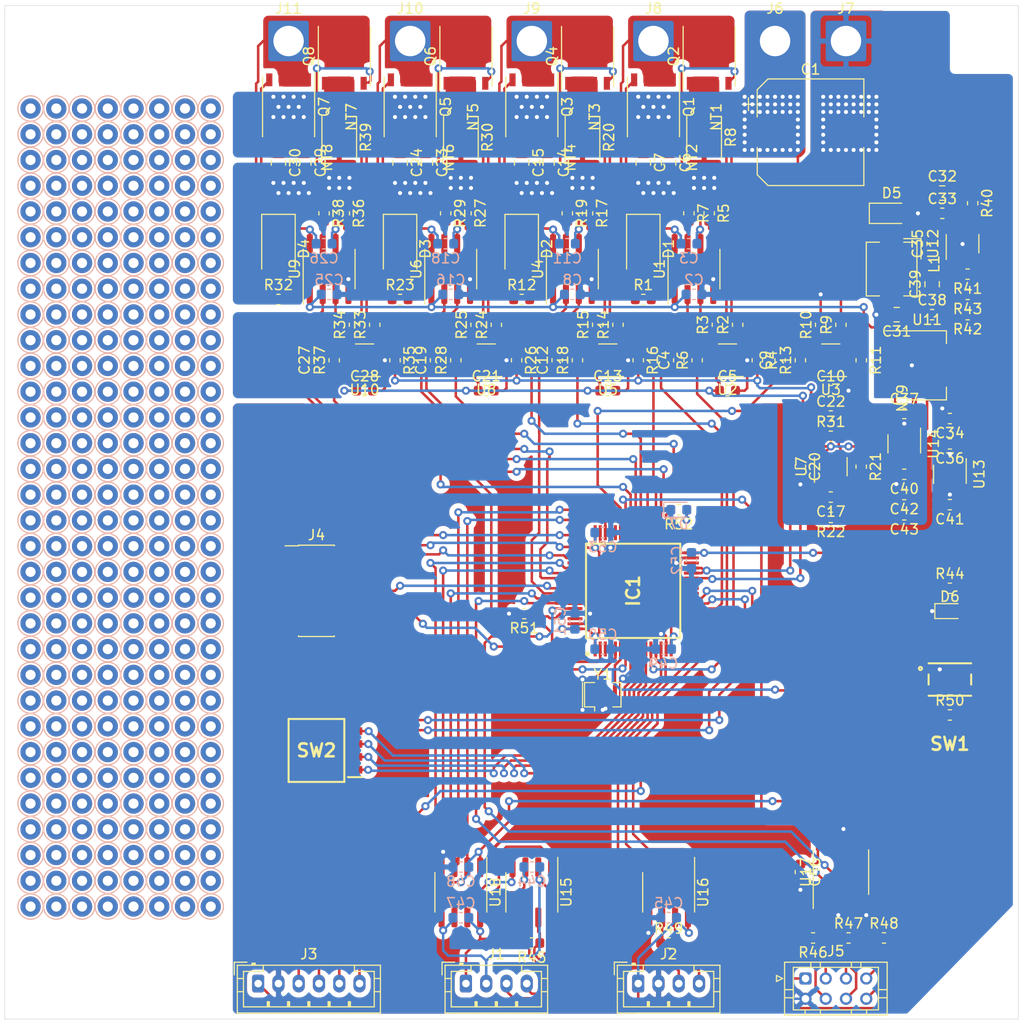
<source format=kicad_pcb>
(kicad_pcb (version 20171130) (host pcbnew "(5.1.6)-1")
  (layers (0 F.Cu signal) (31 B.Cu signal) (34 B.Paste user) (35 F.Paste user) (36 B.SilkS user) (37 F.SilkS user) (38 B.Mask user) (39 F.Mask user) (44 Edge.Cuts user))
  (net 0 "")
  (net 1 GND)
  (net 2 +12V)
  (net 3 VDC)
  (net 4 /Inverter/SENSE_IA)
  (net 5 GNDA)
  (net 6 /Inverter/SENSE_VDC)
  (net 7 "Net-(C11-Pad1)")
  (net 8 /Inverter/SENSE_IB)
  (net 9 "Net-(C12-Pad2)")
  (net 10 "Net-(C18-Pad1)")
  (net 11 /Inverter/SENSE_IC)
  (net 12 "Net-(C19-Pad2)")
  (net 13 VCOM)
  (net 14 /Inverter/SENSE_ID)
  (net 15 +5V)
  (net 16 +3V3)
  (net 17 GNDD)
  (net 18 +5VD)
  (net 19 "Net-(D1-Pad2)")
  (net 20 "Net-(D2-Pad2)")
  (net 21 "Net-(D3-Pad2)")
  (net 22 "Net-(D4-Pad2)")
  (net 23 "Net-(D6-Pad2)")
  (net 24 "Net-(D7-Pad2)")
  (net 25 /Inverter/GATE_DL)
  (net 26 "Net-(IC1-Pad5)")
  (net 27 "Net-(IC1-Pad6)")
  (net 28 /T_NRST)
  (net 29 /MCU/DIPSW_0)
  (net 30 /MCU/DIPSW_1)
  (net 31 /MCU/DIPSW_2)
  (net 32 /MCU/DIPSW_3)
  (net 33 /MCU/RS485_DE)
  (net 34 /MCU/RS485_DI)
  (net 35 /MCU/RS485_RO)
  (net 36 /SPI_NSS)
  (net 37 /Inverter/GATE_AL)
  (net 38 /T_VCP_RX)
  (net 39 /T_VCP_TX)
  (net 40 "Net-(IC1-Pad34)")
  (net 41 /Inverter/GATE_AH)
  (net 42 /Inverter/GATE_BH)
  (net 43 /Inverter/GATE_CH)
  (net 44 /Inverter/GATE_DH)
  (net 45 /MCU/ENC_Z)
  (net 46 /MCU/CAN_RD)
  (net 47 /MCU/CAN_TD)
  (net 48 /T_SWDIO)
  (net 49 /T_SWCLK)
  (net 50 /SPI_SCK)
  (net 51 /SPI_MISO)
  (net 52 /Inverter/GATE_CL)
  (net 53 /T_SWO)
  (net 54 /Inverter/GATE_BL)
  (net 55 /SPI_MOSI)
  (net 56 /MCU/ENC_A)
  (net 57 /MCU/ENC_B)
  (net 58 "Net-(IC1-Pad61)")
  (net 59 /CAN_L)
  (net 60 /CAN_H)
  (net 61 /RS485_A)
  (net 62 /RS485_B)
  (net 63 /ENC_A+)
  (net 64 /ENC_B+)
  (net 65 /ENC_Z+)
  (net 66 /ENC_A-)
  (net 67 /ENC_B-)
  (net 68 /ENC_Z-)
  (net 69 /Inverter/VOUT_A)
  (net 70 /Inverter/VOUT_B)
  (net 71 /Inverter/VOUT_C)
  (net 72 /Inverter/VOUT_D)
  (net 73 "Net-(NT1-Pad2)")
  (net 74 "Net-(NT2-Pad2)")
  (net 75 "Net-(NT3-Pad2)")
  (net 76 "Net-(NT4-Pad2)")
  (net 77 "Net-(NT5-Pad2)")
  (net 78 "Net-(NT6-Pad2)")
  (net 79 "Net-(NT7-Pad2)")
  (net 80 "Net-(NT8-Pad2)")
  (net 81 "Net-(Q1-Pad4)")
  (net 82 "Net-(Q2-Pad4)")
  (net 83 "Net-(Q3-Pad4)")
  (net 84 "Net-(Q4-Pad4)")
  (net 85 "Net-(Q5-Pad4)")
  (net 86 "Net-(Q6-Pad4)")
  (net 87 "Net-(Q7-Pad4)")
  (net 88 "Net-(Q8-Pad4)")
  (net 89 "Net-(R2-Pad1)")
  (net 90 "Net-(R5-Pad2)")
  (net 91 "Net-(R7-Pad2)")
  (net 92 "Net-(R11-Pad1)")
  (net 93 "Net-(R14-Pad1)")
  (net 94 "Net-(R17-Pad2)")
  (net 95 "Net-(R19-Pad2)")
  (net 96 "Net-(R24-Pad1)")
  (net 97 "Net-(R27-Pad2)")
  (net 98 "Net-(R29-Pad2)")
  (net 99 "Net-(R33-Pad1)")
  (net 100 "Net-(R36-Pad2)")
  (net 101 "Net-(R38-Pad2)")
  (net 102 "Net-(R40-Pad2)")
  (net 103 "Net-(R41-Pad1)")
  (net 104 "Net-(NT1-Pad1)")
  (net 105 "Net-(NT3-Pad1)")
  (net 106 "Net-(NT5-Pad1)")
  (net 107 "Net-(NT7-Pad1)")
  (net 108 "Net-(C3-Pad1)")
  (net 109 "Net-(C4-Pad2)")
  (net 110 "Net-(C9-Pad2)")
  (net 111 "Net-(C17-Pad1)")
  (net 112 "Net-(C26-Pad1)")
  (net 113 "Net-(C27-Pad2)")
  (net 114 "Net-(C35-Pad1)")
  (net 115 "Net-(C35-Pad2)")
  (net 116 "Net-(R31-Pad2)")
  (net 117 +3.3VA)
  (net 118 "Net-(C38-Pad2)")
  (net 119 "Net-(U15-Pad1)")
  (net 120 "Net-(U15-Pad4)")
  (module Connector_Pin:Pin_D1.0mm_L10.0mm (layer B.Cu) (at 5.08 12.7)
    (fp_text reference REF** hide)
    (fp_text value Pin_D1.0mm_L10.0mm)
    (pad 1 thru_hole circle (at 0 0) (size 2 2) (drill 1) (layers *.Cu *.Mask))
  )
  (module Connector_Pin:Pin_D1.0mm_L10.0mm (layer B.Cu) (at 15.24 86.36)
    (fp_text reference REF** hide)
    (fp_text value Pin_D1.0mm_L10.0mm)
    (pad 1 thru_hole circle (at 0 0) (size 2 2) (drill 1) (layers *.Cu *.Mask))
  )
  (module Connector_Pin:Pin_D1.0mm_L10.0mm (layer B.Cu) (at 20.32 12.7)
    (fp_text reference REF** hide)
    (fp_text value Pin_D1.0mm_L10.0mm)
    (pad 1 thru_hole circle (at 0 0) (size 2 2) (drill 1) (layers *.Cu *.Mask))
  )
  (module Connector_Pin:Pin_D1.0mm_L10.0mm (layer B.Cu) (at 15.24 12.7)
    (fp_text reference REF** hide)
    (fp_text value Pin_D1.0mm_L10.0mm)
    (pad 1 thru_hole circle (at 0 0) (size 2 2) (drill 1) (layers *.Cu *.Mask))
  )
  (module Connector_Pin:Pin_D1.0mm_L10.0mm (layer B.Cu) (at 10.16 86.36)
    (fp_text reference REF** hide)
    (fp_text value Pin_D1.0mm_L10.0mm)
    (pad 1 thru_hole circle (at 0 0) (size 2 2) (drill 1) (layers *.Cu *.Mask))
  )
  (module Connector_Pin:Pin_D1.0mm_L10.0mm (layer B.Cu) (at 10.16 81.28)
    (fp_text reference REF** hide)
    (fp_text value Pin_D1.0mm_L10.0mm)
    (pad 1 thru_hole circle (at 0 0) (size 2 2) (drill 1) (layers *.Cu *.Mask))
  )
  (module Connector_Pin:Pin_D1.0mm_L10.0mm (layer B.Cu) (at 20.32 86.36)
    (fp_text reference REF** hide)
    (fp_text value Pin_D1.0mm_L10.0mm)
    (pad 1 thru_hole circle (at 0 0) (size 2 2) (drill 1) (layers *.Cu *.Mask))
  )
  (module Connector_Pin:Pin_D1.0mm_L10.0mm (layer B.Cu) (at 5.08 81.28)
    (fp_text reference REF** hide)
    (fp_text value Pin_D1.0mm_L10.0mm)
    (pad 1 thru_hole circle (at 0 0) (size 2 2) (drill 1) (layers *.Cu *.Mask))
  )
  (module Connector_Pin:Pin_D1.0mm_L10.0mm (layer B.Cu) (at 12.7 86.36)
    (fp_text reference REF** hide)
    (fp_text value Pin_D1.0mm_L10.0mm)
    (pad 1 thru_hole circle (at 0 0) (size 2 2) (drill 1) (layers *.Cu *.Mask))
  )
  (module Connector_Pin:Pin_D1.0mm_L10.0mm (layer B.Cu) (at 17.78 83.82)
    (fp_text reference REF** hide)
    (fp_text value Pin_D1.0mm_L10.0mm)
    (pad 1 thru_hole circle (at 0 0) (size 2 2) (drill 1) (layers *.Cu *.Mask))
  )
  (module Connector_Pin:Pin_D1.0mm_L10.0mm (layer B.Cu) (at 2.54 83.82)
    (fp_text reference REF** hide)
    (fp_text value Pin_D1.0mm_L10.0mm)
    (pad 1 thru_hole circle (at 0 0) (size 2 2) (drill 1) (layers *.Cu *.Mask))
  )
  (module Connector_Pin:Pin_D1.0mm_L10.0mm (layer B.Cu) (at 15.24 81.28)
    (fp_text reference REF** hide)
    (fp_text value Pin_D1.0mm_L10.0mm)
    (pad 1 thru_hole circle (at 0 0) (size 2 2) (drill 1) (layers *.Cu *.Mask))
  )
  (module Connector_Pin:Pin_D1.0mm_L10.0mm (layer B.Cu) (at 20.32 83.82)
    (fp_text reference REF** hide)
    (fp_text value Pin_D1.0mm_L10.0mm)
    (pad 1 thru_hole circle (at 0 0) (size 2 2) (drill 1) (layers *.Cu *.Mask))
  )
  (module Connector_Pin:Pin_D1.0mm_L10.0mm (layer B.Cu) (at 15.24 83.82)
    (fp_text reference REF** hide)
    (fp_text value Pin_D1.0mm_L10.0mm)
    (pad 1 thru_hole circle (at 0 0) (size 2 2) (drill 1) (layers *.Cu *.Mask))
  )
  (module Connector_Pin:Pin_D1.0mm_L10.0mm (layer B.Cu) (at 7.62 83.82)
    (fp_text reference REF** hide)
    (fp_text value Pin_D1.0mm_L10.0mm)
    (pad 1 thru_hole circle (at 0 0) (size 2 2) (drill 1) (layers *.Cu *.Mask))
  )
  (module Connector_Pin:Pin_D1.0mm_L10.0mm (layer B.Cu) (at 17.78 81.28)
    (fp_text reference REF** hide)
    (fp_text value Pin_D1.0mm_L10.0mm)
    (pad 1 thru_hole circle (at 0 0) (size 2 2) (drill 1) (layers *.Cu *.Mask))
  )
  (module Connector_Pin:Pin_D1.0mm_L10.0mm (layer B.Cu) (at 5.08 83.82)
    (fp_text reference REF** hide)
    (fp_text value Pin_D1.0mm_L10.0mm)
    (pad 1 thru_hole circle (at 0 0) (size 2 2) (drill 1) (layers *.Cu *.Mask))
  )
  (module Connector_Pin:Pin_D1.0mm_L10.0mm (layer B.Cu) (at 2.54 86.36)
    (fp_text reference REF** hide)
    (fp_text value Pin_D1.0mm_L10.0mm)
    (pad 1 thru_hole circle (at 0 0) (size 2 2) (drill 1) (layers *.Cu *.Mask))
  )
  (module Connector_Pin:Pin_D1.0mm_L10.0mm (layer B.Cu) (at 7.62 86.36)
    (fp_text reference REF** hide)
    (fp_text value Pin_D1.0mm_L10.0mm)
    (pad 1 thru_hole circle (at 0 0) (size 2 2) (drill 1) (layers *.Cu *.Mask))
  )
  (module Connector_Pin:Pin_D1.0mm_L10.0mm (layer B.Cu) (at 10.16 83.82)
    (fp_text reference REF** hide)
    (fp_text value Pin_D1.0mm_L10.0mm)
    (pad 1 thru_hole circle (at 0 0) (size 2 2) (drill 1) (layers *.Cu *.Mask))
  )
  (module Connector_Pin:Pin_D1.0mm_L10.0mm (layer B.Cu) (at 20.32 81.28)
    (fp_text reference REF** hide)
    (fp_text value Pin_D1.0mm_L10.0mm)
    (pad 1 thru_hole circle (at 0 0) (size 2 2) (drill 1) (layers *.Cu *.Mask))
  )
  (module Connector_Pin:Pin_D1.0mm_L10.0mm (layer B.Cu) (at 12.7 83.82)
    (fp_text reference REF** hide)
    (fp_text value Pin_D1.0mm_L10.0mm)
    (pad 1 thru_hole circle (at 0 0) (size 2 2) (drill 1) (layers *.Cu *.Mask))
  )
  (module Connector_Pin:Pin_D1.0mm_L10.0mm (layer B.Cu) (at 2.54 81.28)
    (fp_text reference REF** hide)
    (fp_text value Pin_D1.0mm_L10.0mm)
    (pad 1 thru_hole circle (at 0 0) (size 2 2) (drill 1) (layers *.Cu *.Mask))
  )
  (module Connector_Pin:Pin_D1.0mm_L10.0mm (layer B.Cu) (at 7.62 81.28)
    (fp_text reference REF** hide)
    (fp_text value Pin_D1.0mm_L10.0mm)
    (pad 1 thru_hole circle (at 0 0) (size 2 2) (drill 1) (layers *.Cu *.Mask))
  )
  (module Connector_Pin:Pin_D1.0mm_L10.0mm (layer B.Cu) (at 17.78 86.36)
    (fp_text reference REF** hide)
    (fp_text value Pin_D1.0mm_L10.0mm)
    (pad 1 thru_hole circle (at 0 0) (size 2 2) (drill 1) (layers *.Cu *.Mask))
  )
  (module Connector_Pin:Pin_D1.0mm_L10.0mm (layer B.Cu) (at 5.08 86.36)
    (fp_text reference REF** hide)
    (fp_text value Pin_D1.0mm_L10.0mm)
    (pad 1 thru_hole circle (at 0 0) (size 2 2) (drill 1) (layers *.Cu *.Mask))
  )
  (module Connector_Pin:Pin_D1.0mm_L10.0mm (layer B.Cu) (at 12.7 81.28)
    (fp_text reference REF** hide)
    (fp_text value Pin_D1.0mm_L10.0mm)
    (pad 1 thru_hole circle (at 0 0) (size 2 2) (drill 1) (layers *.Cu *.Mask))
  )
  (module Connector_Pin:Pin_D1.0mm_L10.0mm (layer B.Cu) (at 12.7 12.7)
    (fp_text reference REF** hide)
    (fp_text value Pin_D1.0mm_L10.0mm)
    (pad 1 thru_hole circle (at 0 0) (size 2 2) (drill 1) (layers *.Cu *.Mask))
  )
  (module Connector_Pin:Pin_D1.0mm_L10.0mm (layer B.Cu) (at 2.54 12.7)
    (fp_text reference REF** hide)
    (fp_text value Pin_D1.0mm_L10.0mm)
    (pad 1 thru_hole circle (at 0 0) (size 2 2) (drill 1) (layers *.Cu *.Mask))
  )
  (module Connector_Pin:Pin_D1.0mm_L10.0mm (layer B.Cu) (at 10.16 12.7)
    (fp_text reference REF** hide)
    (fp_text value Pin_D1.0mm_L10.0mm)
    (pad 1 thru_hole circle (at 0 0) (size 2 2) (drill 1) (layers *.Cu *.Mask))
  )
  (module Connector_Pin:Pin_D1.0mm_L10.0mm (layer B.Cu) (at 17.78 12.7)
    (fp_text reference REF** hide)
    (fp_text value Pin_D1.0mm_L10.0mm)
    (pad 1 thru_hole circle (at 0 0) (size 2 2) (drill 1) (layers *.Cu *.Mask))
  )
  (module Connector_Pin:Pin_D1.0mm_L10.0mm (layer B.Cu) (at 20.32 10.16)
    (fp_text reference REF** hide)
    (fp_text value Pin_D1.0mm_L10.0mm)
    (pad 1 thru_hole circle (at 0 0) (size 2 2) (drill 1) (layers *.Cu *.Mask))
  )
  (module Connector_Pin:Pin_D1.0mm_L10.0mm (layer B.Cu) (at 7.62 10.16)
    (fp_text reference REF** hide)
    (fp_text value Pin_D1.0mm_L10.0mm)
    (pad 1 thru_hole circle (at 0 0) (size 2 2) (drill 1) (layers *.Cu *.Mask))
  )
  (module Connector_Pin:Pin_D1.0mm_L10.0mm (layer B.Cu) (at 15.24 10.16)
    (fp_text reference REF** hide)
    (fp_text value Pin_D1.0mm_L10.0mm)
    (pad 1 thru_hole circle (at 0 0) (size 2 2) (drill 1) (layers *.Cu *.Mask))
  )
  (module Connector_Pin:Pin_D1.0mm_L10.0mm (layer B.Cu) (at 7.62 12.7)
    (fp_text reference REF** hide)
    (fp_text value Pin_D1.0mm_L10.0mm)
    (pad 1 thru_hole circle (at 0 0) (size 2 2) (drill 1) (layers *.Cu *.Mask))
  )
  (module Connector_Pin:Pin_D1.0mm_L10.0mm (layer B.Cu) (at 12.7 10.16)
    (fp_text reference REF** hide)
    (fp_text value Pin_D1.0mm_L10.0mm)
    (pad 1 thru_hole circle (at 0 0) (size 2 2) (drill 1) (layers *.Cu *.Mask))
  )
  (module Connector_Pin:Pin_D1.0mm_L10.0mm (layer B.Cu) (at 5.08 10.16)
    (fp_text reference REF** hide)
    (fp_text value Pin_D1.0mm_L10.0mm)
    (pad 1 thru_hole circle (at 0 0) (size 2 2) (drill 1) (layers *.Cu *.Mask))
  )
  (module Connector_Pin:Pin_D1.0mm_L10.0mm (layer B.Cu) (at 17.78 10.16)
    (fp_text reference REF** hide)
    (fp_text value Pin_D1.0mm_L10.0mm)
    (pad 1 thru_hole circle (at 0 0) (size 2 2) (drill 1) (layers *.Cu *.Mask))
  )
  (module Connector_Pin:Pin_D1.0mm_L10.0mm (layer B.Cu) (at 2.54 10.16)
    (fp_text reference REF** hide)
    (fp_text value Pin_D1.0mm_L10.0mm)
    (pad 1 thru_hole circle (at 0 0) (size 2 2) (drill 1) (layers *.Cu *.Mask))
  )
  (module Connector_Pin:Pin_D1.0mm_L10.0mm (layer B.Cu) (at 10.16 10.16)
    (fp_text reference REF** hide)
    (fp_text value Pin_D1.0mm_L10.0mm)
    (pad 1 thru_hole circle (at 0 0) (size 2 2) (drill 1) (layers *.Cu *.Mask))
  )
  (module Connector_Pin:Pin_D1.0mm_L10.0mm (layer B.Cu) (at 2.54 40.64)
    (fp_text reference REF** hide)
    (fp_text value Pin_D1.0mm_L10.0mm)
    (pad 1 thru_hole circle (at 0 0) (size 2 2) (drill 1) (layers *.Cu *.Mask))
  )
  (module Connector_Pin:Pin_D1.0mm_L10.0mm (layer B.Cu) (at 12.7 43.18)
    (fp_text reference REF** hide)
    (fp_text value Pin_D1.0mm_L10.0mm)
    (pad 1 thru_hole circle (at 0 0) (size 2 2) (drill 1) (layers *.Cu *.Mask))
  )
  (module Connector_Pin:Pin_D1.0mm_L10.0mm (layer B.Cu) (at 5.08 45.72)
    (fp_text reference REF** hide)
    (fp_text value Pin_D1.0mm_L10.0mm)
    (pad 1 thru_hole circle (at 0 0) (size 2 2) (drill 1) (layers *.Cu *.Mask))
  )
  (module Connector_Pin:Pin_D1.0mm_L10.0mm (layer B.Cu) (at 7.62 48.26)
    (fp_text reference REF** hide)
    (fp_text value Pin_D1.0mm_L10.0mm)
    (pad 1 thru_hole circle (at 0 0) (size 2 2) (drill 1) (layers *.Cu *.Mask))
  )
  (module Connector_Pin:Pin_D1.0mm_L10.0mm (layer B.Cu) (at 5.08 43.18)
    (fp_text reference REF** hide)
    (fp_text value Pin_D1.0mm_L10.0mm)
    (pad 1 thru_hole circle (at 0 0) (size 2 2) (drill 1) (layers *.Cu *.Mask))
  )
  (module Connector_Pin:Pin_D1.0mm_L10.0mm (layer B.Cu) (at 10.16 48.26)
    (fp_text reference REF** hide)
    (fp_text value Pin_D1.0mm_L10.0mm)
    (pad 1 thru_hole circle (at 0 0) (size 2 2) (drill 1) (layers *.Cu *.Mask))
  )
  (module Connector_Pin:Pin_D1.0mm_L10.0mm (layer B.Cu) (at 5.08 40.64)
    (fp_text reference REF** hide)
    (fp_text value Pin_D1.0mm_L10.0mm)
    (pad 1 thru_hole circle (at 0 0) (size 2 2) (drill 1) (layers *.Cu *.Mask))
  )
  (module Connector_Pin:Pin_D1.0mm_L10.0mm (layer B.Cu) (at 12.7 40.64)
    (fp_text reference REF** hide)
    (fp_text value Pin_D1.0mm_L10.0mm)
    (pad 1 thru_hole circle (at 0 0) (size 2 2) (drill 1) (layers *.Cu *.Mask))
  )
  (module Connector_Pin:Pin_D1.0mm_L10.0mm (layer B.Cu) (at 5.08 48.26)
    (fp_text reference REF** hide)
    (fp_text value Pin_D1.0mm_L10.0mm)
    (pad 1 thru_hole circle (at 0 0) (size 2 2) (drill 1) (layers *.Cu *.Mask))
  )
  (module Connector_Pin:Pin_D1.0mm_L10.0mm (layer B.Cu) (at 17.78 43.18)
    (fp_text reference REF** hide)
    (fp_text value Pin_D1.0mm_L10.0mm)
    (pad 1 thru_hole circle (at 0 0) (size 2 2) (drill 1) (layers *.Cu *.Mask))
  )
  (module Connector_Pin:Pin_D1.0mm_L10.0mm (layer B.Cu) (at 17.78 48.26)
    (fp_text reference REF** hide)
    (fp_text value Pin_D1.0mm_L10.0mm)
    (pad 1 thru_hole circle (at 0 0) (size 2 2) (drill 1) (layers *.Cu *.Mask))
  )
  (module Connector_Pin:Pin_D1.0mm_L10.0mm (layer B.Cu) (at 2.54 45.72)
    (fp_text reference REF** hide)
    (fp_text value Pin_D1.0mm_L10.0mm)
    (pad 1 thru_hole circle (at 0 0) (size 2 2) (drill 1) (layers *.Cu *.Mask))
  )
  (module Connector_Pin:Pin_D1.0mm_L10.0mm (layer B.Cu) (at 20.32 43.18)
    (fp_text reference REF** hide)
    (fp_text value Pin_D1.0mm_L10.0mm)
    (pad 1 thru_hole circle (at 0 0) (size 2 2) (drill 1) (layers *.Cu *.Mask))
  )
  (module Connector_Pin:Pin_D1.0mm_L10.0mm (layer B.Cu) (at 17.78 45.72)
    (fp_text reference REF** hide)
    (fp_text value Pin_D1.0mm_L10.0mm)
    (pad 1 thru_hole circle (at 0 0) (size 2 2) (drill 1) (layers *.Cu *.Mask))
  )
  (module Connector_Pin:Pin_D1.0mm_L10.0mm (layer B.Cu) (at 10.16 43.18)
    (fp_text reference REF** hide)
    (fp_text value Pin_D1.0mm_L10.0mm)
    (pad 1 thru_hole circle (at 0 0) (size 2 2) (drill 1) (layers *.Cu *.Mask))
  )
  (module Connector_Pin:Pin_D1.0mm_L10.0mm (layer B.Cu) (at 7.62 43.18)
    (fp_text reference REF** hide)
    (fp_text value Pin_D1.0mm_L10.0mm)
    (pad 1 thru_hole circle (at 0 0) (size 2 2) (drill 1) (layers *.Cu *.Mask))
  )
  (module Connector_Pin:Pin_D1.0mm_L10.0mm (layer B.Cu) (at 15.24 48.26)
    (fp_text reference REF** hide)
    (fp_text value Pin_D1.0mm_L10.0mm)
    (pad 1 thru_hole circle (at 0 0) (size 2 2) (drill 1) (layers *.Cu *.Mask))
  )
  (module Connector_Pin:Pin_D1.0mm_L10.0mm (layer B.Cu) (at 20.32 40.64)
    (fp_text reference REF** hide)
    (fp_text value Pin_D1.0mm_L10.0mm)
    (pad 1 thru_hole circle (at 0 0) (size 2 2) (drill 1) (layers *.Cu *.Mask))
  )
  (module Connector_Pin:Pin_D1.0mm_L10.0mm (layer B.Cu) (at 20.32 45.72)
    (fp_text reference REF** hide)
    (fp_text value Pin_D1.0mm_L10.0mm)
    (pad 1 thru_hole circle (at 0 0) (size 2 2) (drill 1) (layers *.Cu *.Mask))
  )
  (module Connector_Pin:Pin_D1.0mm_L10.0mm (layer B.Cu) (at 10.16 40.64)
    (fp_text reference REF** hide)
    (fp_text value Pin_D1.0mm_L10.0mm)
    (pad 1 thru_hole circle (at 0 0) (size 2 2) (drill 1) (layers *.Cu *.Mask))
  )
  (module Connector_Pin:Pin_D1.0mm_L10.0mm (layer B.Cu) (at 7.62 40.64)
    (fp_text reference REF** hide)
    (fp_text value Pin_D1.0mm_L10.0mm)
    (pad 1 thru_hole circle (at 0 0) (size 2 2) (drill 1) (layers *.Cu *.Mask))
  )
  (module Connector_Pin:Pin_D1.0mm_L10.0mm (layer B.Cu) (at 2.54 43.18)
    (fp_text reference REF** hide)
    (fp_text value Pin_D1.0mm_L10.0mm)
    (pad 1 thru_hole circle (at 0 0) (size 2 2) (drill 1) (layers *.Cu *.Mask))
  )
  (module Connector_Pin:Pin_D1.0mm_L10.0mm (layer B.Cu) (at 17.78 40.64)
    (fp_text reference REF** hide)
    (fp_text value Pin_D1.0mm_L10.0mm)
    (pad 1 thru_hole circle (at 0 0) (size 2 2) (drill 1) (layers *.Cu *.Mask))
  )
  (module Connector_Pin:Pin_D1.0mm_L10.0mm (layer B.Cu) (at 15.24 40.64)
    (fp_text reference REF** hide)
    (fp_text value Pin_D1.0mm_L10.0mm)
    (pad 1 thru_hole circle (at 0 0) (size 2 2) (drill 1) (layers *.Cu *.Mask))
  )
  (module Connector_Pin:Pin_D1.0mm_L10.0mm (layer B.Cu) (at 15.24 43.18)
    (fp_text reference REF** hide)
    (fp_text value Pin_D1.0mm_L10.0mm)
    (pad 1 thru_hole circle (at 0 0) (size 2 2) (drill 1) (layers *.Cu *.Mask))
  )
  (module Connector_Pin:Pin_D1.0mm_L10.0mm (layer B.Cu) (at 12.7 48.26)
    (fp_text reference REF** hide)
    (fp_text value Pin_D1.0mm_L10.0mm)
    (pad 1 thru_hole circle (at 0 0) (size 2 2) (drill 1) (layers *.Cu *.Mask))
  )
  (module Connector_Pin:Pin_D1.0mm_L10.0mm (layer B.Cu) (at 15.24 76.2)
    (fp_text reference REF** hide)
    (fp_text value Pin_D1.0mm_L10.0mm)
    (pad 1 thru_hole circle (at 0 0) (size 2 2) (drill 1) (layers *.Cu *.Mask))
  )
  (module Connector_Pin:Pin_D1.0mm_L10.0mm (layer B.Cu) (at 10.16 76.2)
    (fp_text reference REF** hide)
    (fp_text value Pin_D1.0mm_L10.0mm)
    (pad 1 thru_hole circle (at 0 0) (size 2 2) (drill 1) (layers *.Cu *.Mask))
  )
  (module Connector_Pin:Pin_D1.0mm_L10.0mm (layer B.Cu) (at 10.16 78.74)
    (fp_text reference REF** hide)
    (fp_text value Pin_D1.0mm_L10.0mm)
    (pad 1 thru_hole circle (at 0 0) (size 2 2) (drill 1) (layers *.Cu *.Mask))
  )
  (module Connector_Pin:Pin_D1.0mm_L10.0mm (layer B.Cu) (at 12.7 76.2)
    (fp_text reference REF** hide)
    (fp_text value Pin_D1.0mm_L10.0mm)
    (pad 1 thru_hole circle (at 0 0) (size 2 2) (drill 1) (layers *.Cu *.Mask))
  )
  (module Connector_Pin:Pin_D1.0mm_L10.0mm (layer B.Cu) (at 20.32 76.2)
    (fp_text reference REF** hide)
    (fp_text value Pin_D1.0mm_L10.0mm)
    (pad 1 thru_hole circle (at 0 0) (size 2 2) (drill 1) (layers *.Cu *.Mask))
  )
  (module Connector_Pin:Pin_D1.0mm_L10.0mm (layer B.Cu) (at 20.32 78.74)
    (fp_text reference REF** hide)
    (fp_text value Pin_D1.0mm_L10.0mm)
    (pad 1 thru_hole circle (at 0 0) (size 2 2) (drill 1) (layers *.Cu *.Mask))
  )
  (module Connector_Pin:Pin_D1.0mm_L10.0mm (layer B.Cu) (at 7.62 78.74)
    (fp_text reference REF** hide)
    (fp_text value Pin_D1.0mm_L10.0mm)
    (pad 1 thru_hole circle (at 0 0) (size 2 2) (drill 1) (layers *.Cu *.Mask))
  )
  (module Connector_Pin:Pin_D1.0mm_L10.0mm (layer B.Cu) (at 12.7 78.74)
    (fp_text reference REF** hide)
    (fp_text value Pin_D1.0mm_L10.0mm)
    (pad 1 thru_hole circle (at 0 0) (size 2 2) (drill 1) (layers *.Cu *.Mask))
  )
  (module Connector_Pin:Pin_D1.0mm_L10.0mm (layer B.Cu) (at 15.24 78.74)
    (fp_text reference REF** hide)
    (fp_text value Pin_D1.0mm_L10.0mm)
    (pad 1 thru_hole circle (at 0 0) (size 2 2) (drill 1) (layers *.Cu *.Mask))
  )
  (module Connector_Pin:Pin_D1.0mm_L10.0mm (layer B.Cu) (at 7.62 76.2)
    (fp_text reference REF** hide)
    (fp_text value Pin_D1.0mm_L10.0mm)
    (pad 1 thru_hole circle (at 0 0) (size 2 2) (drill 1) (layers *.Cu *.Mask))
  )
  (module Connector_Pin:Pin_D1.0mm_L10.0mm (layer B.Cu) (at 2.54 78.74)
    (fp_text reference REF** hide)
    (fp_text value Pin_D1.0mm_L10.0mm)
    (pad 1 thru_hole circle (at 0 0) (size 2 2) (drill 1) (layers *.Cu *.Mask))
  )
  (module Connector_Pin:Pin_D1.0mm_L10.0mm (layer B.Cu) (at 2.54 76.2)
    (fp_text reference REF** hide)
    (fp_text value Pin_D1.0mm_L10.0mm)
    (pad 1 thru_hole circle (at 0 0) (size 2 2) (drill 1) (layers *.Cu *.Mask))
  )
  (module Connector_Pin:Pin_D1.0mm_L10.0mm (layer B.Cu) (at 17.78 76.2)
    (fp_text reference REF** hide)
    (fp_text value Pin_D1.0mm_L10.0mm)
    (pad 1 thru_hole circle (at 0 0) (size 2 2) (drill 1) (layers *.Cu *.Mask))
  )
  (module Connector_Pin:Pin_D1.0mm_L10.0mm (layer B.Cu) (at 5.08 76.2)
    (fp_text reference REF** hide)
    (fp_text value Pin_D1.0mm_L10.0mm)
    (pad 1 thru_hole circle (at 0 0) (size 2 2) (drill 1) (layers *.Cu *.Mask))
  )
  (module Connector_Pin:Pin_D1.0mm_L10.0mm (layer B.Cu) (at 17.78 78.74)
    (fp_text reference REF** hide)
    (fp_text value Pin_D1.0mm_L10.0mm)
    (pad 1 thru_hole circle (at 0 0) (size 2 2) (drill 1) (layers *.Cu *.Mask))
  )
  (module Connector_Pin:Pin_D1.0mm_L10.0mm (layer B.Cu) (at 5.08 78.74)
    (fp_text reference REF** hide)
    (fp_text value Pin_D1.0mm_L10.0mm)
    (pad 1 thru_hole circle (at 0 0) (size 2 2) (drill 1) (layers *.Cu *.Mask))
  )
  (module Connector_Pin:Pin_D1.0mm_L10.0mm (layer B.Cu) (at 2.54 73.66)
    (fp_text reference REF** hide)
    (fp_text value Pin_D1.0mm_L10.0mm)
    (pad 1 thru_hole circle (at 0 0) (size 2 2) (drill 1) (layers *.Cu *.Mask))
  )
  (module Connector_Pin:Pin_D1.0mm_L10.0mm (layer B.Cu) (at 20.32 73.66)
    (fp_text reference REF** hide)
    (fp_text value Pin_D1.0mm_L10.0mm)
    (pad 1 thru_hole circle (at 0 0) (size 2 2) (drill 1) (layers *.Cu *.Mask))
  )
  (module Connector_Pin:Pin_D1.0mm_L10.0mm (layer B.Cu) (at 15.24 71.12)
    (fp_text reference REF** hide)
    (fp_text value Pin_D1.0mm_L10.0mm)
    (pad 1 thru_hole circle (at 0 0) (size 2 2) (drill 1) (layers *.Cu *.Mask))
  )
  (module Connector_Pin:Pin_D1.0mm_L10.0mm (layer B.Cu) (at 10.16 71.12)
    (fp_text reference REF** hide)
    (fp_text value Pin_D1.0mm_L10.0mm)
    (pad 1 thru_hole circle (at 0 0) (size 2 2) (drill 1) (layers *.Cu *.Mask))
  )
  (module Connector_Pin:Pin_D1.0mm_L10.0mm (layer B.Cu) (at 12.7 71.12)
    (fp_text reference REF** hide)
    (fp_text value Pin_D1.0mm_L10.0mm)
    (pad 1 thru_hole circle (at 0 0) (size 2 2) (drill 1) (layers *.Cu *.Mask))
  )
  (module Connector_Pin:Pin_D1.0mm_L10.0mm (layer B.Cu) (at 7.62 71.12)
    (fp_text reference REF** hide)
    (fp_text value Pin_D1.0mm_L10.0mm)
    (pad 1 thru_hole circle (at 0 0) (size 2 2) (drill 1) (layers *.Cu *.Mask))
  )
  (module Connector_Pin:Pin_D1.0mm_L10.0mm (layer B.Cu) (at 17.78 58.42)
    (fp_text reference REF** hide)
    (fp_text value Pin_D1.0mm_L10.0mm)
    (pad 1 thru_hole circle (at 0 0) (size 2 2) (drill 1) (layers *.Cu *.Mask))
  )
  (module Connector_Pin:Pin_D1.0mm_L10.0mm (layer B.Cu) (at 7.62 66.04)
    (fp_text reference REF** hide)
    (fp_text value Pin_D1.0mm_L10.0mm)
    (pad 1 thru_hole circle (at 0 0) (size 2 2) (drill 1) (layers *.Cu *.Mask))
  )
  (module Connector_Pin:Pin_D1.0mm_L10.0mm (layer B.Cu) (at 17.78 66.04)
    (fp_text reference REF** hide)
    (fp_text value Pin_D1.0mm_L10.0mm)
    (pad 1 thru_hole circle (at 0 0) (size 2 2) (drill 1) (layers *.Cu *.Mask))
  )
  (module Connector_Pin:Pin_D1.0mm_L10.0mm (layer B.Cu) (at 5.08 68.58)
    (fp_text reference REF** hide)
    (fp_text value Pin_D1.0mm_L10.0mm)
    (pad 1 thru_hole circle (at 0 0) (size 2 2) (drill 1) (layers *.Cu *.Mask))
  )
  (module Connector_Pin:Pin_D1.0mm_L10.0mm (layer B.Cu) (at 7.62 73.66)
    (fp_text reference REF** hide)
    (fp_text value Pin_D1.0mm_L10.0mm)
    (pad 1 thru_hole circle (at 0 0) (size 2 2) (drill 1) (layers *.Cu *.Mask))
  )
  (module Connector_Pin:Pin_D1.0mm_L10.0mm (layer B.Cu) (at 2.54 63.5)
    (fp_text reference REF** hide)
    (fp_text value Pin_D1.0mm_L10.0mm)
    (pad 1 thru_hole circle (at 0 0) (size 2 2) (drill 1) (layers *.Cu *.Mask))
  )
  (module Connector_Pin:Pin_D1.0mm_L10.0mm (layer B.Cu) (at 20.32 71.12)
    (fp_text reference REF** hide)
    (fp_text value Pin_D1.0mm_L10.0mm)
    (pad 1 thru_hole circle (at 0 0) (size 2 2) (drill 1) (layers *.Cu *.Mask))
  )
  (module Connector_Pin:Pin_D1.0mm_L10.0mm (layer B.Cu) (at 10.16 66.04)
    (fp_text reference REF** hide)
    (fp_text value Pin_D1.0mm_L10.0mm)
    (pad 1 thru_hole circle (at 0 0) (size 2 2) (drill 1) (layers *.Cu *.Mask))
  )
  (module Connector_Pin:Pin_D1.0mm_L10.0mm (layer B.Cu) (at 12.7 68.58)
    (fp_text reference REF** hide)
    (fp_text value Pin_D1.0mm_L10.0mm)
    (pad 1 thru_hole circle (at 0 0) (size 2 2) (drill 1) (layers *.Cu *.Mask))
  )
  (module Connector_Pin:Pin_D1.0mm_L10.0mm (layer B.Cu) (at 2.54 68.58)
    (fp_text reference REF** hide)
    (fp_text value Pin_D1.0mm_L10.0mm)
    (pad 1 thru_hole circle (at 0 0) (size 2 2) (drill 1) (layers *.Cu *.Mask))
  )
  (module Connector_Pin:Pin_D1.0mm_L10.0mm (layer B.Cu) (at 2.54 71.12)
    (fp_text reference REF** hide)
    (fp_text value Pin_D1.0mm_L10.0mm)
    (pad 1 thru_hole circle (at 0 0) (size 2 2) (drill 1) (layers *.Cu *.Mask))
  )
  (module Connector_Pin:Pin_D1.0mm_L10.0mm (layer B.Cu) (at 15.24 73.66)
    (fp_text reference REF** hide)
    (fp_text value Pin_D1.0mm_L10.0mm)
    (pad 1 thru_hole circle (at 0 0) (size 2 2) (drill 1) (layers *.Cu *.Mask))
  )
  (module Connector_Pin:Pin_D1.0mm_L10.0mm (layer B.Cu) (at 12.7 66.04)
    (fp_text reference REF** hide)
    (fp_text value Pin_D1.0mm_L10.0mm)
    (pad 1 thru_hole circle (at 0 0) (size 2 2) (drill 1) (layers *.Cu *.Mask))
  )
  (module Connector_Pin:Pin_D1.0mm_L10.0mm (layer B.Cu) (at 17.78 71.12)
    (fp_text reference REF** hide)
    (fp_text value Pin_D1.0mm_L10.0mm)
    (pad 1 thru_hole circle (at 0 0) (size 2 2) (drill 1) (layers *.Cu *.Mask))
  )
  (module Connector_Pin:Pin_D1.0mm_L10.0mm (layer B.Cu) (at 10.16 68.58)
    (fp_text reference REF** hide)
    (fp_text value Pin_D1.0mm_L10.0mm)
    (pad 1 thru_hole circle (at 0 0) (size 2 2) (drill 1) (layers *.Cu *.Mask))
  )
  (module Connector_Pin:Pin_D1.0mm_L10.0mm (layer B.Cu) (at 15.24 68.58)
    (fp_text reference REF** hide)
    (fp_text value Pin_D1.0mm_L10.0mm)
    (pad 1 thru_hole circle (at 0 0) (size 2 2) (drill 1) (layers *.Cu *.Mask))
  )
  (module Connector_Pin:Pin_D1.0mm_L10.0mm (layer B.Cu) (at 5.08 73.66)
    (fp_text reference REF** hide)
    (fp_text value Pin_D1.0mm_L10.0mm)
    (pad 1 thru_hole circle (at 0 0) (size 2 2) (drill 1) (layers *.Cu *.Mask))
  )
  (module Connector_Pin:Pin_D1.0mm_L10.0mm (layer B.Cu) (at 10.16 73.66)
    (fp_text reference REF** hide)
    (fp_text value Pin_D1.0mm_L10.0mm)
    (pad 1 thru_hole circle (at 0 0) (size 2 2) (drill 1) (layers *.Cu *.Mask))
  )
  (module Connector_Pin:Pin_D1.0mm_L10.0mm (layer B.Cu) (at 2.54 66.04)
    (fp_text reference REF** hide)
    (fp_text value Pin_D1.0mm_L10.0mm)
    (pad 1 thru_hole circle (at 0 0) (size 2 2) (drill 1) (layers *.Cu *.Mask))
  )
  (module Connector_Pin:Pin_D1.0mm_L10.0mm (layer B.Cu) (at 5.08 66.04)
    (fp_text reference REF** hide)
    (fp_text value Pin_D1.0mm_L10.0mm)
    (pad 1 thru_hole circle (at 0 0) (size 2 2) (drill 1) (layers *.Cu *.Mask))
  )
  (module Connector_Pin:Pin_D1.0mm_L10.0mm (layer B.Cu) (at 12.7 73.66)
    (fp_text reference REF** hide)
    (fp_text value Pin_D1.0mm_L10.0mm)
    (pad 1 thru_hole circle (at 0 0) (size 2 2) (drill 1) (layers *.Cu *.Mask))
  )
  (module Connector_Pin:Pin_D1.0mm_L10.0mm (layer B.Cu) (at 5.08 71.12)
    (fp_text reference REF** hide)
    (fp_text value Pin_D1.0mm_L10.0mm)
    (pad 1 thru_hole circle (at 0 0) (size 2 2) (drill 1) (layers *.Cu *.Mask))
  )
  (module Connector_Pin:Pin_D1.0mm_L10.0mm (layer B.Cu) (at 20.32 66.04)
    (fp_text reference REF** hide)
    (fp_text value Pin_D1.0mm_L10.0mm)
    (pad 1 thru_hole circle (at 0 0) (size 2 2) (drill 1) (layers *.Cu *.Mask))
  )
  (module Connector_Pin:Pin_D1.0mm_L10.0mm (layer B.Cu) (at 17.78 68.58)
    (fp_text reference REF** hide)
    (fp_text value Pin_D1.0mm_L10.0mm)
    (pad 1 thru_hole circle (at 0 0) (size 2 2) (drill 1) (layers *.Cu *.Mask))
  )
  (module Connector_Pin:Pin_D1.0mm_L10.0mm (layer B.Cu) (at 20.32 63.5)
    (fp_text reference REF** hide)
    (fp_text value Pin_D1.0mm_L10.0mm)
    (pad 1 thru_hole circle (at 0 0) (size 2 2) (drill 1) (layers *.Cu *.Mask))
  )
  (module Connector_Pin:Pin_D1.0mm_L10.0mm (layer B.Cu) (at 15.24 60.96)
    (fp_text reference REF** hide)
    (fp_text value Pin_D1.0mm_L10.0mm)
    (pad 1 thru_hole circle (at 0 0) (size 2 2) (drill 1) (layers *.Cu *.Mask))
  )
  (module Connector_Pin:Pin_D1.0mm_L10.0mm (layer B.Cu) (at 20.32 60.96)
    (fp_text reference REF** hide)
    (fp_text value Pin_D1.0mm_L10.0mm)
    (pad 1 thru_hole circle (at 0 0) (size 2 2) (drill 1) (layers *.Cu *.Mask))
  )
  (module Connector_Pin:Pin_D1.0mm_L10.0mm (layer B.Cu) (at 12.7 60.96)
    (fp_text reference REF** hide)
    (fp_text value Pin_D1.0mm_L10.0mm)
    (pad 1 thru_hole circle (at 0 0) (size 2 2) (drill 1) (layers *.Cu *.Mask))
  )
  (module Connector_Pin:Pin_D1.0mm_L10.0mm (layer B.Cu) (at 17.78 73.66)
    (fp_text reference REF** hide)
    (fp_text value Pin_D1.0mm_L10.0mm)
    (pad 1 thru_hole circle (at 0 0) (size 2 2) (drill 1) (layers *.Cu *.Mask))
  )
  (module Connector_Pin:Pin_D1.0mm_L10.0mm (layer B.Cu) (at 15.24 66.04)
    (fp_text reference REF** hide)
    (fp_text value Pin_D1.0mm_L10.0mm)
    (pad 1 thru_hole circle (at 0 0) (size 2 2) (drill 1) (layers *.Cu *.Mask))
  )
  (module Connector_Pin:Pin_D1.0mm_L10.0mm (layer B.Cu) (at 10.16 60.96)
    (fp_text reference REF** hide)
    (fp_text value Pin_D1.0mm_L10.0mm)
    (pad 1 thru_hole circle (at 0 0) (size 2 2) (drill 1) (layers *.Cu *.Mask))
  )
  (module Connector_Pin:Pin_D1.0mm_L10.0mm (layer B.Cu) (at 5.08 55.88)
    (fp_text reference REF** hide)
    (fp_text value Pin_D1.0mm_L10.0mm)
    (pad 1 thru_hole circle (at 0 0) (size 2 2) (drill 1) (layers *.Cu *.Mask))
  )
  (module Connector_Pin:Pin_D1.0mm_L10.0mm (layer B.Cu) (at 20.32 68.58)
    (fp_text reference REF** hide)
    (fp_text value Pin_D1.0mm_L10.0mm)
    (pad 1 thru_hole circle (at 0 0) (size 2 2) (drill 1) (layers *.Cu *.Mask))
  )
  (module Connector_Pin:Pin_D1.0mm_L10.0mm (layer B.Cu) (at 10.16 55.88)
    (fp_text reference REF** hide)
    (fp_text value Pin_D1.0mm_L10.0mm)
    (pad 1 thru_hole circle (at 0 0) (size 2 2) (drill 1) (layers *.Cu *.Mask))
  )
  (module Connector_Pin:Pin_D1.0mm_L10.0mm (layer B.Cu) (at 10.16 63.5)
    (fp_text reference REF** hide)
    (fp_text value Pin_D1.0mm_L10.0mm)
    (pad 1 thru_hole circle (at 0 0) (size 2 2) (drill 1) (layers *.Cu *.Mask))
  )
  (module Connector_Pin:Pin_D1.0mm_L10.0mm (layer B.Cu) (at 7.62 68.58)
    (fp_text reference REF** hide)
    (fp_text value Pin_D1.0mm_L10.0mm)
    (pad 1 thru_hole circle (at 0 0) (size 2 2) (drill 1) (layers *.Cu *.Mask))
  )
  (module Connector_Pin:Pin_D1.0mm_L10.0mm (layer B.Cu) (at 2.54 60.96)
    (fp_text reference REF** hide)
    (fp_text value Pin_D1.0mm_L10.0mm)
    (pad 1 thru_hole circle (at 0 0) (size 2 2) (drill 1) (layers *.Cu *.Mask))
  )
  (module Connector_Pin:Pin_D1.0mm_L10.0mm (layer B.Cu) (at 2.54 58.42)
    (fp_text reference REF** hide)
    (fp_text value Pin_D1.0mm_L10.0mm)
    (pad 1 thru_hole circle (at 0 0) (size 2 2) (drill 1) (layers *.Cu *.Mask))
  )
  (module Connector_Pin:Pin_D1.0mm_L10.0mm (layer B.Cu) (at 15.24 58.42)
    (fp_text reference REF** hide)
    (fp_text value Pin_D1.0mm_L10.0mm)
    (pad 1 thru_hole circle (at 0 0) (size 2 2) (drill 1) (layers *.Cu *.Mask))
  )
  (module Connector_Pin:Pin_D1.0mm_L10.0mm (layer B.Cu) (at 7.62 58.42)
    (fp_text reference REF** hide)
    (fp_text value Pin_D1.0mm_L10.0mm)
    (pad 1 thru_hole circle (at 0 0) (size 2 2) (drill 1) (layers *.Cu *.Mask))
  )
  (module Connector_Pin:Pin_D1.0mm_L10.0mm (layer B.Cu) (at 12.7 58.42)
    (fp_text reference REF** hide)
    (fp_text value Pin_D1.0mm_L10.0mm)
    (pad 1 thru_hole circle (at 0 0) (size 2 2) (drill 1) (layers *.Cu *.Mask))
  )
  (module Connector_Pin:Pin_D1.0mm_L10.0mm (layer B.Cu) (at 15.24 55.88)
    (fp_text reference REF** hide)
    (fp_text value Pin_D1.0mm_L10.0mm)
    (pad 1 thru_hole circle (at 0 0) (size 2 2) (drill 1) (layers *.Cu *.Mask))
  )
  (module Connector_Pin:Pin_D1.0mm_L10.0mm (layer B.Cu) (at 7.62 63.5)
    (fp_text reference REF** hide)
    (fp_text value Pin_D1.0mm_L10.0mm)
    (pad 1 thru_hole circle (at 0 0) (size 2 2) (drill 1) (layers *.Cu *.Mask))
  )
  (module Connector_Pin:Pin_D1.0mm_L10.0mm (layer B.Cu) (at 17.78 60.96)
    (fp_text reference REF** hide)
    (fp_text value Pin_D1.0mm_L10.0mm)
    (pad 1 thru_hole circle (at 0 0) (size 2 2) (drill 1) (layers *.Cu *.Mask))
  )
  (module Connector_Pin:Pin_D1.0mm_L10.0mm (layer B.Cu) (at 5.08 60.96)
    (fp_text reference REF** hide)
    (fp_text value Pin_D1.0mm_L10.0mm)
    (pad 1 thru_hole circle (at 0 0) (size 2 2) (drill 1) (layers *.Cu *.Mask))
  )
  (module Connector_Pin:Pin_D1.0mm_L10.0mm (layer B.Cu) (at 15.24 63.5)
    (fp_text reference REF** hide)
    (fp_text value Pin_D1.0mm_L10.0mm)
    (pad 1 thru_hole circle (at 0 0) (size 2 2) (drill 1) (layers *.Cu *.Mask))
  )
  (module Connector_Pin:Pin_D1.0mm_L10.0mm (layer B.Cu) (at 10.16 58.42)
    (fp_text reference REF** hide)
    (fp_text value Pin_D1.0mm_L10.0mm)
    (pad 1 thru_hole circle (at 0 0) (size 2 2) (drill 1) (layers *.Cu *.Mask))
  )
  (module Connector_Pin:Pin_D1.0mm_L10.0mm (layer B.Cu) (at 17.78 63.5)
    (fp_text reference REF** hide)
    (fp_text value Pin_D1.0mm_L10.0mm)
    (pad 1 thru_hole circle (at 0 0) (size 2 2) (drill 1) (layers *.Cu *.Mask))
  )
  (module Connector_Pin:Pin_D1.0mm_L10.0mm (layer B.Cu) (at 12.7 55.88)
    (fp_text reference REF** hide)
    (fp_text value Pin_D1.0mm_L10.0mm)
    (pad 1 thru_hole circle (at 0 0) (size 2 2) (drill 1) (layers *.Cu *.Mask))
  )
  (module Connector_Pin:Pin_D1.0mm_L10.0mm (layer B.Cu) (at 5.08 58.42)
    (fp_text reference REF** hide)
    (fp_text value Pin_D1.0mm_L10.0mm)
    (pad 1 thru_hole circle (at 0 0) (size 2 2) (drill 1) (layers *.Cu *.Mask))
  )
  (module Connector_Pin:Pin_D1.0mm_L10.0mm (layer B.Cu) (at 7.62 60.96)
    (fp_text reference REF** hide)
    (fp_text value Pin_D1.0mm_L10.0mm)
    (pad 1 thru_hole circle (at 0 0) (size 2 2) (drill 1) (layers *.Cu *.Mask))
  )
  (module Connector_Pin:Pin_D1.0mm_L10.0mm (layer B.Cu) (at 12.7 63.5)
    (fp_text reference REF** hide)
    (fp_text value Pin_D1.0mm_L10.0mm)
    (pad 1 thru_hole circle (at 0 0) (size 2 2) (drill 1) (layers *.Cu *.Mask))
  )
  (module Connector_Pin:Pin_D1.0mm_L10.0mm (layer B.Cu) (at 20.32 58.42)
    (fp_text reference REF** hide)
    (fp_text value Pin_D1.0mm_L10.0mm)
    (pad 1 thru_hole circle (at 0 0) (size 2 2) (drill 1) (layers *.Cu *.Mask))
  )
  (module Connector_Pin:Pin_D1.0mm_L10.0mm (layer B.Cu) (at 17.78 55.88)
    (fp_text reference REF** hide)
    (fp_text value Pin_D1.0mm_L10.0mm)
    (pad 1 thru_hole circle (at 0 0) (size 2 2) (drill 1) (layers *.Cu *.Mask))
  )
  (module Connector_Pin:Pin_D1.0mm_L10.0mm (layer B.Cu) (at 20.32 55.88)
    (fp_text reference REF** hide)
    (fp_text value Pin_D1.0mm_L10.0mm)
    (pad 1 thru_hole circle (at 0 0) (size 2 2) (drill 1) (layers *.Cu *.Mask))
  )
  (module Connector_Pin:Pin_D1.0mm_L10.0mm (layer B.Cu) (at 2.54 55.88)
    (fp_text reference REF** hide)
    (fp_text value Pin_D1.0mm_L10.0mm)
    (pad 1 thru_hole circle (at 0 0) (size 2 2) (drill 1) (layers *.Cu *.Mask))
  )
  (module Connector_Pin:Pin_D1.0mm_L10.0mm (layer B.Cu) (at 7.62 55.88)
    (fp_text reference REF** hide)
    (fp_text value Pin_D1.0mm_L10.0mm)
    (pad 1 thru_hole circle (at 0 0) (size 2 2) (drill 1) (layers *.Cu *.Mask))
  )
  (module Connector_Pin:Pin_D1.0mm_L10.0mm (layer B.Cu) (at 5.08 63.5)
    (fp_text reference REF** hide)
    (fp_text value Pin_D1.0mm_L10.0mm)
    (pad 1 thru_hole circle (at 0 0) (size 2 2) (drill 1) (layers *.Cu *.Mask))
  )
  (module Connector_Pin:Pin_D1.0mm_L10.0mm (layer B.Cu) (at 15.24 50.8)
    (fp_text reference REF** hide)
    (fp_text value Pin_D1.0mm_L10.0mm)
    (pad 1 thru_hole circle (at 0 0) (size 2 2) (drill 1) (layers *.Cu *.Mask))
  )
  (module Connector_Pin:Pin_D1.0mm_L10.0mm (layer B.Cu) (at 10.16 50.8)
    (fp_text reference REF** hide)
    (fp_text value Pin_D1.0mm_L10.0mm)
    (pad 1 thru_hole circle (at 0 0) (size 2 2) (drill 1) (layers *.Cu *.Mask))
  )
  (module Connector_Pin:Pin_D1.0mm_L10.0mm (layer B.Cu) (at 10.16 53.34)
    (fp_text reference REF** hide)
    (fp_text value Pin_D1.0mm_L10.0mm)
    (pad 1 thru_hole circle (at 0 0) (size 2 2) (drill 1) (layers *.Cu *.Mask))
  )
  (module Connector_Pin:Pin_D1.0mm_L10.0mm (layer B.Cu) (at 12.7 50.8)
    (fp_text reference REF** hide)
    (fp_text value Pin_D1.0mm_L10.0mm)
    (pad 1 thru_hole circle (at 0 0) (size 2 2) (drill 1) (layers *.Cu *.Mask))
  )
  (module Connector_Pin:Pin_D1.0mm_L10.0mm (layer B.Cu) (at 2.54 48.26)
    (fp_text reference REF** hide)
    (fp_text value Pin_D1.0mm_L10.0mm)
    (pad 1 thru_hole circle (at 0 0) (size 2 2) (drill 1) (layers *.Cu *.Mask))
  )
  (module Connector_Pin:Pin_D1.0mm_L10.0mm (layer B.Cu) (at 17.78 50.8)
    (fp_text reference REF** hide)
    (fp_text value Pin_D1.0mm_L10.0mm)
    (pad 1 thru_hole circle (at 0 0) (size 2 2) (drill 1) (layers *.Cu *.Mask))
  )
  (module Connector_Pin:Pin_D1.0mm_L10.0mm (layer B.Cu) (at 10.16 45.72)
    (fp_text reference REF** hide)
    (fp_text value Pin_D1.0mm_L10.0mm)
    (pad 1 thru_hole circle (at 0 0) (size 2 2) (drill 1) (layers *.Cu *.Mask))
  )
  (module Connector_Pin:Pin_D1.0mm_L10.0mm (layer B.Cu) (at 5.08 53.34)
    (fp_text reference REF** hide)
    (fp_text value Pin_D1.0mm_L10.0mm)
    (pad 1 thru_hole circle (at 0 0) (size 2 2) (drill 1) (layers *.Cu *.Mask))
  )
  (module Connector_Pin:Pin_D1.0mm_L10.0mm (layer B.Cu) (at 15.24 53.34)
    (fp_text reference REF** hide)
    (fp_text value Pin_D1.0mm_L10.0mm)
    (pad 1 thru_hole circle (at 0 0) (size 2 2) (drill 1) (layers *.Cu *.Mask))
  )
  (module Connector_Pin:Pin_D1.0mm_L10.0mm (layer B.Cu) (at 20.32 50.8)
    (fp_text reference REF** hide)
    (fp_text value Pin_D1.0mm_L10.0mm)
    (pad 1 thru_hole circle (at 0 0) (size 2 2) (drill 1) (layers *.Cu *.Mask))
  )
  (module Connector_Pin:Pin_D1.0mm_L10.0mm (layer B.Cu) (at 7.62 45.72)
    (fp_text reference REF** hide)
    (fp_text value Pin_D1.0mm_L10.0mm)
    (pad 1 thru_hole circle (at 0 0) (size 2 2) (drill 1) (layers *.Cu *.Mask))
  )
  (module Connector_Pin:Pin_D1.0mm_L10.0mm (layer B.Cu) (at 2.54 53.34)
    (fp_text reference REF** hide)
    (fp_text value Pin_D1.0mm_L10.0mm)
    (pad 1 thru_hole circle (at 0 0) (size 2 2) (drill 1) (layers *.Cu *.Mask))
  )
  (module Connector_Pin:Pin_D1.0mm_L10.0mm (layer B.Cu) (at 12.7 53.34)
    (fp_text reference REF** hide)
    (fp_text value Pin_D1.0mm_L10.0mm)
    (pad 1 thru_hole circle (at 0 0) (size 2 2) (drill 1) (layers *.Cu *.Mask))
  )
  (module Connector_Pin:Pin_D1.0mm_L10.0mm (layer B.Cu) (at 5.08 50.8)
    (fp_text reference REF** hide)
    (fp_text value Pin_D1.0mm_L10.0mm)
    (pad 1 thru_hole circle (at 0 0) (size 2 2) (drill 1) (layers *.Cu *.Mask))
  )
  (module Connector_Pin:Pin_D1.0mm_L10.0mm (layer B.Cu) (at 17.78 53.34)
    (fp_text reference REF** hide)
    (fp_text value Pin_D1.0mm_L10.0mm)
    (pad 1 thru_hole circle (at 0 0) (size 2 2) (drill 1) (layers *.Cu *.Mask))
  )
  (module Connector_Pin:Pin_D1.0mm_L10.0mm (layer B.Cu) (at 20.32 48.26)
    (fp_text reference REF** hide)
    (fp_text value Pin_D1.0mm_L10.0mm)
    (pad 1 thru_hole circle (at 0 0) (size 2 2) (drill 1) (layers *.Cu *.Mask))
  )
  (module Connector_Pin:Pin_D1.0mm_L10.0mm (layer B.Cu) (at 15.24 45.72)
    (fp_text reference REF** hide)
    (fp_text value Pin_D1.0mm_L10.0mm)
    (pad 1 thru_hole circle (at 0 0) (size 2 2) (drill 1) (layers *.Cu *.Mask))
  )
  (module Connector_Pin:Pin_D1.0mm_L10.0mm (layer B.Cu) (at 20.32 53.34)
    (fp_text reference REF** hide)
    (fp_text value Pin_D1.0mm_L10.0mm)
    (pad 1 thru_hole circle (at 0 0) (size 2 2) (drill 1) (layers *.Cu *.Mask))
  )
  (module Connector_Pin:Pin_D1.0mm_L10.0mm (layer B.Cu) (at 12.7 45.72)
    (fp_text reference REF** hide)
    (fp_text value Pin_D1.0mm_L10.0mm)
    (pad 1 thru_hole circle (at 0 0) (size 2 2) (drill 1) (layers *.Cu *.Mask))
  )
  (module Connector_Pin:Pin_D1.0mm_L10.0mm (layer B.Cu) (at 7.62 50.8)
    (fp_text reference REF** hide)
    (fp_text value Pin_D1.0mm_L10.0mm)
    (pad 1 thru_hole circle (at 0 0) (size 2 2) (drill 1) (layers *.Cu *.Mask))
  )
  (module Connector_Pin:Pin_D1.0mm_L10.0mm (layer B.Cu) (at 2.54 50.8)
    (fp_text reference REF** hide)
    (fp_text value Pin_D1.0mm_L10.0mm)
    (pad 1 thru_hole circle (at 0 0) (size 2 2) (drill 1) (layers *.Cu *.Mask))
  )
  (module Connector_Pin:Pin_D1.0mm_L10.0mm (layer B.Cu) (at 7.62 53.34)
    (fp_text reference REF** hide)
    (fp_text value Pin_D1.0mm_L10.0mm)
    (pad 1 thru_hole circle (at 0 0) (size 2 2) (drill 1) (layers *.Cu *.Mask))
  )
  (module Connector_Pin:Pin_D1.0mm_L10.0mm (layer B.Cu) (at 5.08 20.32)
    (fp_text reference REF** hide)
    (fp_text value Pin_D1.0mm_L10.0mm)
    (pad 1 thru_hole circle (at 0 0) (size 2 2) (drill 1) (layers *.Cu *.Mask))
  )
  (module Connector_Pin:Pin_D1.0mm_L10.0mm (layer B.Cu) (at 5.08 15.24)
    (fp_text reference REF** hide)
    (fp_text value Pin_D1.0mm_L10.0mm)
    (pad 1 thru_hole circle (at 0 0) (size 2 2) (drill 1) (layers *.Cu *.Mask))
  )
  (module Connector_Pin:Pin_D1.0mm_L10.0mm (layer B.Cu) (at 12.7 15.24)
    (fp_text reference REF** hide)
    (fp_text value Pin_D1.0mm_L10.0mm)
    (pad 1 thru_hole circle (at 0 0) (size 2 2) (drill 1) (layers *.Cu *.Mask))
  )
  (module Connector_Pin:Pin_D1.0mm_L10.0mm (layer B.Cu) (at 12.7 17.78)
    (fp_text reference REF** hide)
    (fp_text value Pin_D1.0mm_L10.0mm)
    (pad 1 thru_hole circle (at 0 0) (size 2 2) (drill 1) (layers *.Cu *.Mask))
  )
  (module Connector_Pin:Pin_D1.0mm_L10.0mm (layer B.Cu) (at 17.78 22.86)
    (fp_text reference REF** hide)
    (fp_text value Pin_D1.0mm_L10.0mm)
    (pad 1 thru_hole circle (at 0 0) (size 2 2) (drill 1) (layers *.Cu *.Mask))
  )
  (module Connector_Pin:Pin_D1.0mm_L10.0mm (layer B.Cu) (at 2.54 15.24)
    (fp_text reference REF** hide)
    (fp_text value Pin_D1.0mm_L10.0mm)
    (pad 1 thru_hole circle (at 0 0) (size 2 2) (drill 1) (layers *.Cu *.Mask))
  )
  (module Connector_Pin:Pin_D1.0mm_L10.0mm (layer B.Cu) (at 2.54 20.32)
    (fp_text reference REF** hide)
    (fp_text value Pin_D1.0mm_L10.0mm)
    (pad 1 thru_hole circle (at 0 0) (size 2 2) (drill 1) (layers *.Cu *.Mask))
  )
  (module Connector_Pin:Pin_D1.0mm_L10.0mm (layer B.Cu) (at 15.24 22.86)
    (fp_text reference REF** hide)
    (fp_text value Pin_D1.0mm_L10.0mm)
    (pad 1 thru_hole circle (at 0 0) (size 2 2) (drill 1) (layers *.Cu *.Mask))
  )
  (module Connector_Pin:Pin_D1.0mm_L10.0mm (layer B.Cu) (at 12.7 22.86)
    (fp_text reference REF** hide)
    (fp_text value Pin_D1.0mm_L10.0mm)
    (pad 1 thru_hole circle (at 0 0) (size 2 2) (drill 1) (layers *.Cu *.Mask))
  )
  (module Connector_Pin:Pin_D1.0mm_L10.0mm (layer B.Cu) (at 5.08 22.86)
    (fp_text reference REF** hide)
    (fp_text value Pin_D1.0mm_L10.0mm)
    (pad 1 thru_hole circle (at 0 0) (size 2 2) (drill 1) (layers *.Cu *.Mask))
  )
  (module Connector_Pin:Pin_D1.0mm_L10.0mm (layer B.Cu) (at 20.32 15.24)
    (fp_text reference REF** hide)
    (fp_text value Pin_D1.0mm_L10.0mm)
    (pad 1 thru_hole circle (at 0 0) (size 2 2) (drill 1) (layers *.Cu *.Mask))
  )
  (module Connector_Pin:Pin_D1.0mm_L10.0mm (layer B.Cu) (at 7.62 17.78)
    (fp_text reference REF** hide)
    (fp_text value Pin_D1.0mm_L10.0mm)
    (pad 1 thru_hole circle (at 0 0) (size 2 2) (drill 1) (layers *.Cu *.Mask))
  )
  (module Connector_Pin:Pin_D1.0mm_L10.0mm (layer B.Cu) (at 10.16 22.86)
    (fp_text reference REF** hide)
    (fp_text value Pin_D1.0mm_L10.0mm)
    (pad 1 thru_hole circle (at 0 0) (size 2 2) (drill 1) (layers *.Cu *.Mask))
  )
  (module Connector_Pin:Pin_D1.0mm_L10.0mm (layer B.Cu) (at 10.16 15.24)
    (fp_text reference REF** hide)
    (fp_text value Pin_D1.0mm_L10.0mm)
    (pad 1 thru_hole circle (at 0 0) (size 2 2) (drill 1) (layers *.Cu *.Mask))
  )
  (module Connector_Pin:Pin_D1.0mm_L10.0mm (layer B.Cu) (at 15.24 17.78)
    (fp_text reference REF** hide)
    (fp_text value Pin_D1.0mm_L10.0mm)
    (pad 1 thru_hole circle (at 0 0) (size 2 2) (drill 1) (layers *.Cu *.Mask))
  )
  (module Connector_Pin:Pin_D1.0mm_L10.0mm (layer B.Cu) (at 2.54 17.78)
    (fp_text reference REF** hide)
    (fp_text value Pin_D1.0mm_L10.0mm)
    (pad 1 thru_hole circle (at 0 0) (size 2 2) (drill 1) (layers *.Cu *.Mask))
  )
  (module Connector_Pin:Pin_D1.0mm_L10.0mm (layer B.Cu) (at 20.32 17.78)
    (fp_text reference REF** hide)
    (fp_text value Pin_D1.0mm_L10.0mm)
    (pad 1 thru_hole circle (at 0 0) (size 2 2) (drill 1) (layers *.Cu *.Mask))
  )
  (module Connector_Pin:Pin_D1.0mm_L10.0mm (layer B.Cu) (at 15.24 15.24)
    (fp_text reference REF** hide)
    (fp_text value Pin_D1.0mm_L10.0mm)
    (pad 1 thru_hole circle (at 0 0) (size 2 2) (drill 1) (layers *.Cu *.Mask))
  )
  (module Connector_Pin:Pin_D1.0mm_L10.0mm (layer B.Cu) (at 10.16 17.78)
    (fp_text reference REF** hide)
    (fp_text value Pin_D1.0mm_L10.0mm)
    (pad 1 thru_hole circle (at 0 0) (size 2 2) (drill 1) (layers *.Cu *.Mask))
  )
  (module Connector_Pin:Pin_D1.0mm_L10.0mm (layer B.Cu) (at 17.78 20.32)
    (fp_text reference REF** hide)
    (fp_text value Pin_D1.0mm_L10.0mm)
    (pad 1 thru_hole circle (at 0 0) (size 2 2) (drill 1) (layers *.Cu *.Mask))
  )
  (module Connector_Pin:Pin_D1.0mm_L10.0mm (layer B.Cu) (at 17.78 17.78)
    (fp_text reference REF** hide)
    (fp_text value Pin_D1.0mm_L10.0mm)
    (pad 1 thru_hole circle (at 0 0) (size 2 2) (drill 1) (layers *.Cu *.Mask))
  )
  (module Connector_Pin:Pin_D1.0mm_L10.0mm (layer B.Cu) (at 10.16 38.1)
    (fp_text reference REF** hide)
    (fp_text value Pin_D1.0mm_L10.0mm)
    (pad 1 thru_hole circle (at 0 0) (size 2 2) (drill 1) (layers *.Cu *.Mask))
  )
  (module Connector_Pin:Pin_D1.0mm_L10.0mm (layer B.Cu) (at 2.54 38.1)
    (fp_text reference REF** hide)
    (fp_text value Pin_D1.0mm_L10.0mm)
    (pad 1 thru_hole circle (at 0 0) (size 2 2) (drill 1) (layers *.Cu *.Mask))
  )
  (module Connector_Pin:Pin_D1.0mm_L10.0mm (layer B.Cu) (at 5.08 33.02)
    (fp_text reference REF** hide)
    (fp_text value Pin_D1.0mm_L10.0mm)
    (pad 1 thru_hole circle (at 0 0) (size 2 2) (drill 1) (layers *.Cu *.Mask))
  )
  (module Connector_Pin:Pin_D1.0mm_L10.0mm (layer B.Cu) (at 15.24 38.1)
    (fp_text reference REF** hide)
    (fp_text value Pin_D1.0mm_L10.0mm)
    (pad 1 thru_hole circle (at 0 0) (size 2 2) (drill 1) (layers *.Cu *.Mask))
  )
  (module Connector_Pin:Pin_D1.0mm_L10.0mm (layer B.Cu) (at 2.54 33.02)
    (fp_text reference REF** hide)
    (fp_text value Pin_D1.0mm_L10.0mm)
    (pad 1 thru_hole circle (at 0 0) (size 2 2) (drill 1) (layers *.Cu *.Mask))
  )
  (module Connector_Pin:Pin_D1.0mm_L10.0mm (layer B.Cu) (at 20.32 33.02)
    (fp_text reference REF** hide)
    (fp_text value Pin_D1.0mm_L10.0mm)
    (pad 1 thru_hole circle (at 0 0) (size 2 2) (drill 1) (layers *.Cu *.Mask))
  )
  (module Connector_Pin:Pin_D1.0mm_L10.0mm (layer B.Cu) (at 17.78 30.48)
    (fp_text reference REF** hide)
    (fp_text value Pin_D1.0mm_L10.0mm)
    (pad 1 thru_hole circle (at 0 0) (size 2 2) (drill 1) (layers *.Cu *.Mask))
  )
  (module Connector_Pin:Pin_D1.0mm_L10.0mm (layer B.Cu) (at 15.24 35.56)
    (fp_text reference REF** hide)
    (fp_text value Pin_D1.0mm_L10.0mm)
    (pad 1 thru_hole circle (at 0 0) (size 2 2) (drill 1) (layers *.Cu *.Mask))
  )
  (module Connector_Pin:Pin_D1.0mm_L10.0mm (layer B.Cu) (at 10.16 30.48)
    (fp_text reference REF** hide)
    (fp_text value Pin_D1.0mm_L10.0mm)
    (pad 1 thru_hole circle (at 0 0) (size 2 2) (drill 1) (layers *.Cu *.Mask))
  )
  (module Connector_Pin:Pin_D1.0mm_L10.0mm (layer B.Cu) (at 20.32 35.56)
    (fp_text reference REF** hide)
    (fp_text value Pin_D1.0mm_L10.0mm)
    (pad 1 thru_hole circle (at 0 0) (size 2 2) (drill 1) (layers *.Cu *.Mask))
  )
  (module Connector_Pin:Pin_D1.0mm_L10.0mm (layer B.Cu) (at 5.08 30.48)
    (fp_text reference REF** hide)
    (fp_text value Pin_D1.0mm_L10.0mm)
    (pad 1 thru_hole circle (at 0 0) (size 2 2) (drill 1) (layers *.Cu *.Mask))
  )
  (module Connector_Pin:Pin_D1.0mm_L10.0mm (layer B.Cu) (at 20.32 38.1)
    (fp_text reference REF** hide)
    (fp_text value Pin_D1.0mm_L10.0mm)
    (pad 1 thru_hole circle (at 0 0) (size 2 2) (drill 1) (layers *.Cu *.Mask))
  )
  (module Connector_Pin:Pin_D1.0mm_L10.0mm (layer B.Cu) (at 10.16 35.56)
    (fp_text reference REF** hide)
    (fp_text value Pin_D1.0mm_L10.0mm)
    (pad 1 thru_hole circle (at 0 0) (size 2 2) (drill 1) (layers *.Cu *.Mask))
  )
  (module Connector_Pin:Pin_D1.0mm_L10.0mm (layer B.Cu) (at 12.7 35.56)
    (fp_text reference REF** hide)
    (fp_text value Pin_D1.0mm_L10.0mm)
    (pad 1 thru_hole circle (at 0 0) (size 2 2) (drill 1) (layers *.Cu *.Mask))
  )
  (module Connector_Pin:Pin_D1.0mm_L10.0mm (layer B.Cu) (at 17.78 33.02)
    (fp_text reference REF** hide)
    (fp_text value Pin_D1.0mm_L10.0mm)
    (pad 1 thru_hole circle (at 0 0) (size 2 2) (drill 1) (layers *.Cu *.Mask))
  )
  (module Connector_Pin:Pin_D1.0mm_L10.0mm (layer B.Cu) (at 7.62 38.1)
    (fp_text reference REF** hide)
    (fp_text value Pin_D1.0mm_L10.0mm)
    (pad 1 thru_hole circle (at 0 0) (size 2 2) (drill 1) (layers *.Cu *.Mask))
  )
  (module Connector_Pin:Pin_D1.0mm_L10.0mm (layer B.Cu) (at 12.7 38.1)
    (fp_text reference REF** hide)
    (fp_text value Pin_D1.0mm_L10.0mm)
    (pad 1 thru_hole circle (at 0 0) (size 2 2) (drill 1) (layers *.Cu *.Mask))
  )
  (module Connector_Pin:Pin_D1.0mm_L10.0mm (layer B.Cu) (at 15.24 30.48)
    (fp_text reference REF** hide)
    (fp_text value Pin_D1.0mm_L10.0mm)
    (pad 1 thru_hole circle (at 0 0) (size 2 2) (drill 1) (layers *.Cu *.Mask))
  )
  (module Connector_Pin:Pin_D1.0mm_L10.0mm (layer B.Cu) (at 15.24 33.02)
    (fp_text reference REF** hide)
    (fp_text value Pin_D1.0mm_L10.0mm)
    (pad 1 thru_hole circle (at 0 0) (size 2 2) (drill 1) (layers *.Cu *.Mask))
  )
  (module Connector_Pin:Pin_D1.0mm_L10.0mm (layer B.Cu) (at 7.62 33.02)
    (fp_text reference REF** hide)
    (fp_text value Pin_D1.0mm_L10.0mm)
    (pad 1 thru_hole circle (at 0 0) (size 2 2) (drill 1) (layers *.Cu *.Mask))
  )
  (module Connector_Pin:Pin_D1.0mm_L10.0mm (layer B.Cu) (at 2.54 35.56)
    (fp_text reference REF** hide)
    (fp_text value Pin_D1.0mm_L10.0mm)
    (pad 1 thru_hole circle (at 0 0) (size 2 2) (drill 1) (layers *.Cu *.Mask))
  )
  (module Connector_Pin:Pin_D1.0mm_L10.0mm (layer B.Cu) (at 7.62 35.56)
    (fp_text reference REF** hide)
    (fp_text value Pin_D1.0mm_L10.0mm)
    (pad 1 thru_hole circle (at 0 0) (size 2 2) (drill 1) (layers *.Cu *.Mask))
  )
  (module Connector_Pin:Pin_D1.0mm_L10.0mm (layer B.Cu) (at 10.16 33.02)
    (fp_text reference REF** hide)
    (fp_text value Pin_D1.0mm_L10.0mm)
    (pad 1 thru_hole circle (at 0 0) (size 2 2) (drill 1) (layers *.Cu *.Mask))
  )
  (module Connector_Pin:Pin_D1.0mm_L10.0mm (layer B.Cu) (at 20.32 30.48)
    (fp_text reference REF** hide)
    (fp_text value Pin_D1.0mm_L10.0mm)
    (pad 1 thru_hole circle (at 0 0) (size 2 2) (drill 1) (layers *.Cu *.Mask))
  )
  (module Connector_Pin:Pin_D1.0mm_L10.0mm (layer B.Cu) (at 12.7 33.02)
    (fp_text reference REF** hide)
    (fp_text value Pin_D1.0mm_L10.0mm)
    (pad 1 thru_hole circle (at 0 0) (size 2 2) (drill 1) (layers *.Cu *.Mask))
  )
  (module Connector_Pin:Pin_D1.0mm_L10.0mm (layer B.Cu) (at 2.54 30.48)
    (fp_text reference REF** hide)
    (fp_text value Pin_D1.0mm_L10.0mm)
    (pad 1 thru_hole circle (at 0 0) (size 2 2) (drill 1) (layers *.Cu *.Mask))
  )
  (module Connector_Pin:Pin_D1.0mm_L10.0mm (layer B.Cu) (at 17.78 35.56)
    (fp_text reference REF** hide)
    (fp_text value Pin_D1.0mm_L10.0mm)
    (pad 1 thru_hole circle (at 0 0) (size 2 2) (drill 1) (layers *.Cu *.Mask))
  )
  (module Connector_Pin:Pin_D1.0mm_L10.0mm (layer B.Cu) (at 5.08 35.56)
    (fp_text reference REF** hide)
    (fp_text value Pin_D1.0mm_L10.0mm)
    (pad 1 thru_hole circle (at 0 0) (size 2 2) (drill 1) (layers *.Cu *.Mask))
  )
  (module Connector_Pin:Pin_D1.0mm_L10.0mm (layer B.Cu) (at 12.7 30.48)
    (fp_text reference REF** hide)
    (fp_text value Pin_D1.0mm_L10.0mm)
    (pad 1 thru_hole circle (at 0 0) (size 2 2) (drill 1) (layers *.Cu *.Mask))
  )
  (module Connector_Pin:Pin_D1.0mm_L10.0mm (layer B.Cu) (at 15.24 25.4)
    (fp_text reference REF** hide)
    (fp_text value Pin_D1.0mm_L10.0mm)
    (pad 1 thru_hole circle (at 0 0) (size 2 2) (drill 1) (layers *.Cu *.Mask))
  )
  (module Connector_Pin:Pin_D1.0mm_L10.0mm (layer B.Cu) (at 10.16 25.4)
    (fp_text reference REF** hide)
    (fp_text value Pin_D1.0mm_L10.0mm)
    (pad 1 thru_hole circle (at 0 0) (size 2 2) (drill 1) (layers *.Cu *.Mask))
  )
  (module Connector_Pin:Pin_D1.0mm_L10.0mm (layer B.Cu) (at 5.08 38.1)
    (fp_text reference REF** hide)
    (fp_text value Pin_D1.0mm_L10.0mm)
    (pad 1 thru_hole circle (at 0 0) (size 2 2) (drill 1) (layers *.Cu *.Mask))
  )
  (module Connector_Pin:Pin_D1.0mm_L10.0mm (layer B.Cu) (at 10.16 27.94)
    (fp_text reference REF** hide)
    (fp_text value Pin_D1.0mm_L10.0mm)
    (pad 1 thru_hole circle (at 0 0) (size 2 2) (drill 1) (layers *.Cu *.Mask))
  )
  (module Connector_Pin:Pin_D1.0mm_L10.0mm (layer B.Cu) (at 20.32 25.4)
    (fp_text reference REF** hide)
    (fp_text value Pin_D1.0mm_L10.0mm)
    (pad 1 thru_hole circle (at 0 0) (size 2 2) (drill 1) (layers *.Cu *.Mask))
  )
  (module Connector_Pin:Pin_D1.0mm_L10.0mm (layer B.Cu) (at 7.62 27.94)
    (fp_text reference REF** hide)
    (fp_text value Pin_D1.0mm_L10.0mm)
    (pad 1 thru_hole circle (at 0 0) (size 2 2) (drill 1) (layers *.Cu *.Mask))
  )
  (module Connector_Pin:Pin_D1.0mm_L10.0mm (layer B.Cu) (at 7.62 30.48)
    (fp_text reference REF** hide)
    (fp_text value Pin_D1.0mm_L10.0mm)
    (pad 1 thru_hole circle (at 0 0) (size 2 2) (drill 1) (layers *.Cu *.Mask))
  )
  (module Connector_Pin:Pin_D1.0mm_L10.0mm (layer B.Cu) (at 12.7 27.94)
    (fp_text reference REF** hide)
    (fp_text value Pin_D1.0mm_L10.0mm)
    (pad 1 thru_hole circle (at 0 0) (size 2 2) (drill 1) (layers *.Cu *.Mask))
  )
  (module Connector_Pin:Pin_D1.0mm_L10.0mm (layer B.Cu) (at 15.24 27.94)
    (fp_text reference REF** hide)
    (fp_text value Pin_D1.0mm_L10.0mm)
    (pad 1 thru_hole circle (at 0 0) (size 2 2) (drill 1) (layers *.Cu *.Mask))
  )
  (module Connector_Pin:Pin_D1.0mm_L10.0mm (layer B.Cu) (at 20.32 27.94)
    (fp_text reference REF** hide)
    (fp_text value Pin_D1.0mm_L10.0mm)
    (pad 1 thru_hole circle (at 0 0) (size 2 2) (drill 1) (layers *.Cu *.Mask))
  )
  (module Connector_Pin:Pin_D1.0mm_L10.0mm (layer B.Cu) (at 17.78 38.1)
    (fp_text reference REF** hide)
    (fp_text value Pin_D1.0mm_L10.0mm)
    (pad 1 thru_hole circle (at 0 0) (size 2 2) (drill 1) (layers *.Cu *.Mask))
  )
  (module Connector_Pin:Pin_D1.0mm_L10.0mm (layer B.Cu) (at 12.7 25.4)
    (fp_text reference REF** hide)
    (fp_text value Pin_D1.0mm_L10.0mm)
    (pad 1 thru_hole circle (at 0 0) (size 2 2) (drill 1) (layers *.Cu *.Mask))
  )
  (module Connector_Pin:Pin_D1.0mm_L10.0mm (layer B.Cu) (at 5.08 27.94)
    (fp_text reference REF** hide)
    (fp_text value Pin_D1.0mm_L10.0mm)
    (pad 1 thru_hole circle (at 0 0) (size 2 2) (drill 1) (layers *.Cu *.Mask))
  )
  (module Connector_Pin:Pin_D1.0mm_L10.0mm (layer B.Cu) (at 2.54 22.86)
    (fp_text reference REF** hide)
    (fp_text value Pin_D1.0mm_L10.0mm)
    (pad 1 thru_hole circle (at 0 0) (size 2 2) (drill 1) (layers *.Cu *.Mask))
  )
  (module Connector_Pin:Pin_D1.0mm_L10.0mm (layer B.Cu) (at 17.78 25.4)
    (fp_text reference REF** hide)
    (fp_text value Pin_D1.0mm_L10.0mm)
    (pad 1 thru_hole circle (at 0 0) (size 2 2) (drill 1) (layers *.Cu *.Mask))
  )
  (module Connector_Pin:Pin_D1.0mm_L10.0mm (layer B.Cu) (at 10.16 20.32)
    (fp_text reference REF** hide)
    (fp_text value Pin_D1.0mm_L10.0mm)
    (pad 1 thru_hole circle (at 0 0) (size 2 2) (drill 1) (layers *.Cu *.Mask))
  )
  (module Connector_Pin:Pin_D1.0mm_L10.0mm (layer B.Cu) (at 7.62 20.32)
    (fp_text reference REF** hide)
    (fp_text value Pin_D1.0mm_L10.0mm)
    (pad 1 thru_hole circle (at 0 0) (size 2 2) (drill 1) (layers *.Cu *.Mask))
  )
  (module Connector_Pin:Pin_D1.0mm_L10.0mm (layer B.Cu) (at 7.62 15.24)
    (fp_text reference REF** hide)
    (fp_text value Pin_D1.0mm_L10.0mm)
    (pad 1 thru_hole circle (at 0 0) (size 2 2) (drill 1) (layers *.Cu *.Mask))
  )
  (module Connector_Pin:Pin_D1.0mm_L10.0mm (layer B.Cu) (at 5.08 17.78)
    (fp_text reference REF** hide)
    (fp_text value Pin_D1.0mm_L10.0mm)
    (pad 1 thru_hole circle (at 0 0) (size 2 2) (drill 1) (layers *.Cu *.Mask))
  )
  (module Connector_Pin:Pin_D1.0mm_L10.0mm (layer B.Cu) (at 15.24 20.32)
    (fp_text reference REF** hide)
    (fp_text value Pin_D1.0mm_L10.0mm)
    (pad 1 thru_hole circle (at 0 0) (size 2 2) (drill 1) (layers *.Cu *.Mask))
  )
  (module Connector_Pin:Pin_D1.0mm_L10.0mm (layer B.Cu) (at 17.78 15.24)
    (fp_text reference REF** hide)
    (fp_text value Pin_D1.0mm_L10.0mm)
    (pad 1 thru_hole circle (at 0 0) (size 2 2) (drill 1) (layers *.Cu *.Mask))
  )
  (module Connector_Pin:Pin_D1.0mm_L10.0mm (layer B.Cu) (at 12.7 20.32)
    (fp_text reference REF** hide)
    (fp_text value Pin_D1.0mm_L10.0mm)
    (pad 1 thru_hole circle (at 0 0) (size 2 2) (drill 1) (layers *.Cu *.Mask))
  )
  (module Connector_Pin:Pin_D1.0mm_L10.0mm (layer B.Cu) (at 20.32 22.86)
    (fp_text reference REF** hide)
    (fp_text value Pin_D1.0mm_L10.0mm)
    (pad 1 thru_hole circle (at 0 0) (size 2 2) (drill 1) (layers *.Cu *.Mask))
  )
  (module Connector_Pin:Pin_D1.0mm_L10.0mm (layer B.Cu) (at 2.54 27.94)
    (fp_text reference REF** hide)
    (fp_text value Pin_D1.0mm_L10.0mm)
    (pad 1 thru_hole circle (at 0 0) (size 2 2) (drill 1) (layers *.Cu *.Mask))
  )
  (module Connector_Pin:Pin_D1.0mm_L10.0mm (layer B.Cu) (at 7.62 22.86)
    (fp_text reference REF** hide)
    (fp_text value Pin_D1.0mm_L10.0mm)
    (pad 1 thru_hole circle (at 0 0) (size 2 2) (drill 1) (layers *.Cu *.Mask))
  )
  (module Connector_Pin:Pin_D1.0mm_L10.0mm (layer B.Cu) (at 20.32 20.32)
    (fp_text reference REF** hide)
    (fp_text value Pin_D1.0mm_L10.0mm)
    (pad 1 thru_hole circle (at 0 0) (size 2 2) (drill 1) (layers *.Cu *.Mask))
  )
  (module Connector_Pin:Pin_D1.0mm_L10.0mm (layer B.Cu) (at 2.54 25.4)
    (fp_text reference REF** hide)
    (fp_text value Pin_D1.0mm_L10.0mm)
    (pad 1 thru_hole circle (at 0 0) (size 2 2) (drill 1) (layers *.Cu *.Mask))
  )
  (module Connector_Pin:Pin_D1.0mm_L10.0mm (layer B.Cu) (at 5.08 25.4)
    (fp_text reference REF** hide)
    (fp_text value Pin_D1.0mm_L10.0mm)
    (pad 1 thru_hole circle (at 0 0) (size 2 2) (drill 1) (layers *.Cu *.Mask))
  )
  (module Connector_Pin:Pin_D1.0mm_L10.0mm (layer B.Cu) (at 7.62 25.4)
    (fp_text reference REF** hide)
    (fp_text value Pin_D1.0mm_L10.0mm)
    (pad 1 thru_hole circle (at 0 0) (size 2 2) (drill 1) (layers *.Cu *.Mask))
  )
  (module Connector_Pin:Pin_D1.0mm_L10.0mm (layer B.Cu) (at 17.78 27.94)
    (fp_text reference REF** hide)
    (fp_text value Pin_D1.0mm_L10.0mm)
    (pad 1 thru_hole circle (at 0 0) (size 2 2) (drill 1) (layers *.Cu *.Mask))
  )
  (module Connector_Pin:Pin_D1.0mm_L10.0mm (layer B.Cu) (at 20.32 88.9)
    (fp_text reference REF** hide)
    (fp_text value Pin_D1.0mm_L10.0mm)
    (pad 1 thru_hole circle (at 0 0) (size 2 2) (drill 1) (layers *.Cu *.Mask))
  )
  (module Connector_Pin:Pin_D1.0mm_L10.0mm (layer B.Cu) (at 10.16 88.9)
    (fp_text reference REF** hide)
    (fp_text value Pin_D1.0mm_L10.0mm)
    (pad 1 thru_hole circle (at 0 0) (size 2 2) (drill 1) (layers *.Cu *.Mask))
  )
  (module Connector_Pin:Pin_D1.0mm_L10.0mm (layer B.Cu) (at 7.62 88.9)
    (fp_text reference REF** hide)
    (fp_text value Pin_D1.0mm_L10.0mm)
    (pad 1 thru_hole circle (at 0 0) (size 2 2) (drill 1) (layers *.Cu *.Mask))
  )
  (module Connector_Pin:Pin_D1.0mm_L10.0mm (layer B.Cu) (at 12.7 88.9)
    (fp_text reference REF** hide)
    (fp_text value Pin_D1.0mm_L10.0mm)
    (pad 1 thru_hole circle (at 0 0) (size 2 2) (drill 1) (layers *.Cu *.Mask))
  )
  (module Connector_Pin:Pin_D1.0mm_L10.0mm (layer B.Cu) (at 15.24 88.9)
    (fp_text reference REF** hide)
    (fp_text value Pin_D1.0mm_L10.0mm)
    (pad 1 thru_hole circle (at 0 0) (size 2 2) (drill 1) (layers *.Cu *.Mask))
  )
  (module Connector_Pin:Pin_D1.0mm_L10.0mm (layer B.Cu) (at 17.78 88.9)
    (fp_text reference REF** hide)
    (fp_text value Pin_D1.0mm_L10.0mm)
    (pad 1 thru_hole circle (at 0 0) (size 2 2) (drill 1) (layers *.Cu *.Mask))
  )
  (module Connector_Pin:Pin_D1.0mm_L10.0mm (layer B.Cu) (at 5.08 88.9)
    (fp_text reference REF** hide)
    (fp_text value Pin_D1.0mm_L10.0mm)
    (pad 1 thru_hole circle (at 0 0) (size 2 2) (drill 1) (layers *.Cu *.Mask))
  )
  (module Connector_Pin:Pin_D1.0mm_L10.0mm (layer B.Cu) (at 2.54 88.9)
    (fp_text reference REF** hide)
    (fp_text value Pin_D1.0mm_L10.0mm)
    (pad 1 thru_hole circle (at 0 0) (size 2 2) (drill 1) (layers *.Cu *.Mask))
  )
  (module Capacitor_SMD:C_0603_1608Metric (layer F.Cu) (at 92.5 20.5)
    (fp_text reference C33 (at 0 -1.43) (layer F.SilkS))
    (fp_text value 0.1uF/50V)
    (pad 2 smd roundrect (at 0.7875 0) (size 0.875 0.95) (layers F.Cu F.Paste F.Mask) (net 3 VDC))
    (pad 1 smd roundrect (at -0.7875 0) (size 0.875 0.95) (layers F.Cu F.Paste F.Mask) (net 1 GND))
  )
  (module Capacitor_SMD:C_0805_2012Metric (layer F.Cu) (at 92.5 18.5)
    (fp_text reference C32 (at 0 -1.65) (layer F.SilkS))
    (fp_text value 4.7uF/50V)
    (pad 2 smd roundrect (at 0.9375 0) (size 0.975 1.4) (layers F.Cu F.Paste F.Mask) (net 3 VDC))
    (pad 1 smd roundrect (at -0.9375 0) (size 0.975 1.4) (layers F.Cu F.Paste F.Mask) (net 1 GND))
  )
  (module Package_SO:PowerPAK_SO-8_Single (layer F.Cu) (at 40 10 270)
    (fp_text reference Q5 (at 0 -3.5 90) (layer F.SilkS))
    (fp_text value NTMFS5C670NL)
    (pad 1 smd rect (at -2.67 -1.905 270) (size 1.27 0.61) (layers F.Cu F.Paste F.Mask) (net 71 /Inverter/VOUT_C))
    (pad 2 smd rect (at -2.67 -0.635 270) (size 1.27 0.61) (layers F.Cu F.Paste F.Mask) (net 71 /Inverter/VOUT_C))
    (pad 3 smd rect (at -2.67 0.635 270) (size 1.27 0.61) (layers F.Cu F.Paste F.Mask) (net 71 /Inverter/VOUT_C))
    (pad 4 smd rect (at -2.67 1.905 270) (size 1.27 0.61) (layers F.Cu F.Paste F.Mask) (net 85 "Net-(Q5-Pad4)"))
    (pad 5 smd rect (at 2.795 1.905 270) (size 1.02 0.61) (layers F.Cu F.Paste F.Mask) (net 3 VDC))
    (pad 5 smd rect (at 2.795 0.635 270) (size 1.02 0.61) (layers F.Cu F.Paste F.Mask) (net 3 VDC))
    (pad 5 smd rect (at 2.795 -0.635 270) (size 1.02 0.61) (layers F.Cu F.Paste F.Mask) (net 3 VDC))
    (pad 5 smd rect (at 2.795 -1.905 270) (size 1.02 0.61) (layers F.Cu F.Paste F.Mask) (net 3 VDC))
    (pad 5 smd rect (at 0.69 0 270) (size 3.81 3.91) (layers F.Cu F.Paste F.Mask) (net 3 VDC))
  )
  (module Package_SO:SOIC-8_3.9x4.9mm_P1.27mm (layer F.Cu) (at 68 26 90)
    (fp_text reference U1 (at 0 -3.4 90) (layer F.SilkS))
    (fp_text value LM5109BMA)
    (pad 8 smd roundrect (at 2.475 -1.905 90) (size 1.95 0.6) (layers F.Cu F.Paste F.Mask) (net 108 "Net-(C3-Pad1)"))
    (pad 7 smd roundrect (at 2.475 -0.635 90) (size 1.95 0.6) (layers F.Cu F.Paste F.Mask) (net 91 "Net-(R7-Pad2)"))
    (pad 6 smd roundrect (at 2.475 0.635 90) (size 1.95 0.6) (layers F.Cu F.Paste F.Mask) (net 69 /Inverter/VOUT_A))
    (pad 5 smd roundrect (at 2.475 1.905 90) (size 1.95 0.6) (layers F.Cu F.Paste F.Mask) (net 90 "Net-(R5-Pad2)"))
    (pad 4 smd roundrect (at -2.475 1.905 90) (size 1.95 0.6) (layers F.Cu F.Paste F.Mask) (net 1 GND))
    (pad 3 smd roundrect (at -2.475 0.635 90) (size 1.95 0.6) (layers F.Cu F.Paste F.Mask) (net 37 /Inverter/GATE_AL))
    (pad 2 smd roundrect (at -2.475 -0.635 90) (size 1.95 0.6) (layers F.Cu F.Paste F.Mask) (net 41 /Inverter/GATE_AH))
    (pad 1 smd roundrect (at -2.475 -1.905 90) (size 1.95 0.6) (layers F.Cu F.Paste F.Mask) (net 2 +12V))
  )
  (module Resistor_SMD:R_0603_1608Metric (layer F.Cu) (at 67.5 20.5 270)
    (fp_text reference R7 (at 0 -1.43 90) (layer F.SilkS))
    (fp_text value 0R)
    (pad 2 smd roundrect (at 0.7875 0 270) (size 0.875 0.95) (layers F.Cu F.Paste F.Mask) (net 91 "Net-(R7-Pad2)"))
    (pad 1 smd roundrect (at -0.7875 0 270) (size 0.875 0.95) (layers F.Cu F.Paste F.Mask) (net 81 "Net-(Q1-Pad4)"))
  )
  (module Capacitor_SMD:C_0603_1608Metric (layer B.Cu) (at 68 28.5 180)
    (fp_text reference C2 (at 0 1.43) (layer B.SilkS) (effects (justify mirror)))
    (fp_text value 1uF/16V)
    (pad 1 smd roundrect (at -0.7875 0 180) (size 0.875 0.95) (layers B.Cu B.Paste B.Mask) (net 1 GND))
    (pad 2 smd roundrect (at 0.7875 0 180) (size 0.875 0.95) (layers B.Cu B.Paste B.Mask) (net 2 +12V))
  )
  (module Capacitor_SMD:CP_Elec_10x10 (layer F.Cu) (at 79.5 12.5)
    (fp_text reference C1 (at 0 -6.2) (layer F.SilkS))
    (fp_text value 100uF/50V)
    (pad 1 smd roundrect (at -4 0) (size 4 2.5) (layers F.Cu F.Paste F.Mask) (roundrect_rratio 0.1) (net 3 VDC))
    (pad 2 smd roundrect (at 4 0) (size 4 2.5) (layers F.Cu F.Paste F.Mask) (roundrect_rratio 0.1) (net 1 GND))
  )
  (module Capacitor_SMD:C_0603_1608Metric (layer B.Cu) (at 67.5 23.5)
    (fp_text reference C3 (at 0 1.43) (layer B.SilkS) (effects (justify mirror)))
    (fp_text value 0.1uF/16V)
    (pad 2 smd roundrect (at 0.7875 0) (size 0.875 0.95) (layers B.Cu B.Paste B.Mask) (net 69 /Inverter/VOUT_A))
    (pad 1 smd roundrect (at -0.7875 0) (size 0.875 0.95) (layers B.Cu B.Paste B.Mask) (net 108 "Net-(C3-Pad1)"))
  )
  (module Capacitor_SMD:C_0603_1608Metric (layer F.Cu) (at 66.5 35 90)
    (fp_text reference C4 (at 0 -1.43 90) (layer F.SilkS))
    (fp_text value NM)
    (pad 2 smd roundrect (at 0.7875 0 90) (size 0.875 0.95) (layers F.Cu F.Paste F.Mask) (net 109 "Net-(C4-Pad2)"))
    (pad 1 smd roundrect (at -0.7875 0 90) (size 0.875 0.95) (layers F.Cu F.Paste F.Mask) (net 4 /Inverter/SENSE_IA))
  )
  (module Capacitor_SMD:C_0603_1608Metric (layer F.Cu) (at 71.31 38)
    (fp_text reference C5 (at 0 -1.43) (layer F.SilkS))
    (fp_text value 0.1uF/16V)
    (pad 1 smd roundrect (at -0.7875 0) (size 0.875 0.95) (layers F.Cu F.Paste F.Mask) (net 117 +3.3VA))
    (pad 2 smd roundrect (at 0.7875 0) (size 0.875 0.95) (layers F.Cu F.Paste F.Mask) (net 5 GNDA))
  )
  (module Capacitor_SMD:C_0805_2012Metric (layer F.Cu) (at 65.5 15.5 270)
    (fp_text reference C6 (at 0 -1.65 90) (layer F.SilkS))
    (fp_text value 1uF/50V)
    (pad 1 smd roundrect (at -0.9375 0 270) (size 0.975 1.4) (layers F.Cu F.Paste F.Mask) (net 3 VDC))
    (pad 2 smd roundrect (at 0.9375 0 270) (size 0.975 1.4) (layers F.Cu F.Paste F.Mask) (net 1 GND))
  )
  (module Capacitor_SMD:C_0603_1608Metric (layer F.Cu) (at 76.5 35 90)
    (fp_text reference C9 (at 0 -1.43 90) (layer F.SilkS))
    (fp_text value NM)
    (pad 1 smd roundrect (at -0.7875 0 90) (size 0.875 0.95) (layers F.Cu F.Paste F.Mask) (net 6 /Inverter/SENSE_VDC))
    (pad 2 smd roundrect (at 0.7875 0 90) (size 0.875 0.95) (layers F.Cu F.Paste F.Mask) (net 110 "Net-(C9-Pad2)"))
  )
  (module Capacitor_SMD:C_0603_1608Metric (layer F.Cu) (at 81.5 38)
    (fp_text reference C10 (at 0 -1.43) (layer F.SilkS))
    (fp_text value 0.1uF/16V)
    (pad 2 smd roundrect (at 0.7875 0) (size 0.875 0.95) (layers F.Cu F.Paste F.Mask) (net 5 GNDA))
    (pad 1 smd roundrect (at -0.7875 0) (size 0.875 0.95) (layers F.Cu F.Paste F.Mask) (net 117 +3.3VA))
  )
  (module Capacitor_SMD:C_0603_1608Metric (layer B.Cu) (at 56 28.5 180)
    (fp_text reference C8 (at 0 1.43) (layer B.SilkS) (effects (justify mirror)))
    (fp_text value 1uF/16V)
    (pad 2 smd roundrect (at 0.7875 0 180) (size 0.875 0.95) (layers B.Cu B.Paste B.Mask) (net 2 +12V))
    (pad 1 smd roundrect (at -0.7875 0 180) (size 0.875 0.95) (layers B.Cu B.Paste B.Mask) (net 1 GND))
  )
  (module Capacitor_SMD:C_0603_1608Metric (layer B.Cu) (at 55.5 23.5)
    (fp_text reference C11 (at 0 1.43) (layer B.SilkS) (effects (justify mirror)))
    (fp_text value 0.1uF/16V)
    (pad 2 smd roundrect (at 0.7875 0) (size 0.875 0.95) (layers B.Cu B.Paste B.Mask) (net 70 /Inverter/VOUT_B))
    (pad 1 smd roundrect (at -0.7875 0) (size 0.875 0.95) (layers B.Cu B.Paste B.Mask) (net 7 "Net-(C11-Pad1)"))
  )
  (module Capacitor_SMD:C_0603_1608Metric (layer F.Cu) (at 54.5 35 90)
    (fp_text reference C12 (at 0 -1.43 90) (layer F.SilkS))
    (fp_text value NM)
    (pad 1 smd roundrect (at -0.7875 0 90) (size 0.875 0.95) (layers F.Cu F.Paste F.Mask) (net 8 /Inverter/SENSE_IB))
    (pad 2 smd roundrect (at 0.7875 0 90) (size 0.875 0.95) (layers F.Cu F.Paste F.Mask) (net 9 "Net-(C12-Pad2)"))
  )
  (module Capacitor_SMD:C_0603_1608Metric (layer F.Cu) (at 59.5 38)
    (fp_text reference C13 (at 0 -1.43) (layer F.SilkS))
    (fp_text value 0.1uF/16V)
    (pad 2 smd roundrect (at 0.7875 0) (size 0.875 0.95) (layers F.Cu F.Paste F.Mask) (net 5 GNDA))
    (pad 1 smd roundrect (at -0.7875 0) (size 0.875 0.95) (layers F.Cu F.Paste F.Mask) (net 117 +3.3VA))
  )
  (module Capacitor_SMD:C_0805_2012Metric (layer F.Cu) (at 53.5 15.5 270)
    (fp_text reference C14 (at 0 -1.65 90) (layer F.SilkS))
    (fp_text value 1uF/50V)
    (pad 2 smd roundrect (at 0.9375 0 270) (size 0.975 1.4) (layers F.Cu F.Paste F.Mask) (net 1 GND))
    (pad 1 smd roundrect (at -0.9375 0 270) (size 0.975 1.4) (layers F.Cu F.Paste F.Mask) (net 3 VDC))
  )
  (module Capacitor_SMD:C_0603_1608Metric (layer F.Cu) (at 81.5 48.5 180)
    (fp_text reference C17 (at 0 -1.43) (layer F.SilkS))
    (fp_text value 0.1uF/16V)
    (pad 2 smd roundrect (at 0.7875 0 180) (size 0.875 0.95) (layers F.Cu F.Paste F.Mask) (net 5 GNDA))
    (pad 1 smd roundrect (at -0.7875 0 180) (size 0.875 0.95) (layers F.Cu F.Paste F.Mask) (net 111 "Net-(C17-Pad1)"))
  )
  (module Capacitor_SMD:C_0603_1608Metric (layer B.Cu) (at 44 28.5 180)
    (fp_text reference C16 (at 0 1.43) (layer B.SilkS) (effects (justify mirror)))
    (fp_text value 1uF/16V)
    (pad 2 smd roundrect (at 0.7875 0 180) (size 0.875 0.95) (layers B.Cu B.Paste B.Mask) (net 2 +12V))
    (pad 1 smd roundrect (at -0.7875 0 180) (size 0.875 0.95) (layers B.Cu B.Paste B.Mask) (net 1 GND))
  )
  (module Capacitor_SMD:C_0603_1608Metric (layer F.Cu) (at 78.5 45.5 270)
    (fp_text reference C20 (at 0 -1.43 90) (layer F.SilkS))
    (fp_text value 0.1uF/16V)
    (pad 2 smd roundrect (at 0.7875 0 270) (size 0.875 0.95) (layers F.Cu F.Paste F.Mask) (net 5 GNDA))
    (pad 1 smd roundrect (at -0.7875 0 270) (size 0.875 0.95) (layers F.Cu F.Paste F.Mask) (net 117 +3.3VA))
  )
  (module Capacitor_SMD:C_0603_1608Metric (layer B.Cu) (at 43.5 23.5)
    (fp_text reference C18 (at 0 1.43) (layer B.SilkS) (effects (justify mirror)))
    (fp_text value 0.1uF/16V)
    (pad 1 smd roundrect (at -0.7875 0) (size 0.875 0.95) (layers B.Cu B.Paste B.Mask) (net 10 "Net-(C18-Pad1)"))
    (pad 2 smd roundrect (at 0.7875 0) (size 0.875 0.95) (layers B.Cu B.Paste B.Mask) (net 71 /Inverter/VOUT_C))
  )
  (module Capacitor_SMD:C_0603_1608Metric (layer F.Cu) (at 42.5 35 90)
    (fp_text reference C19 (at 0 -1.43 90) (layer F.SilkS))
    (fp_text value NM)
    (pad 1 smd roundrect (at -0.7875 0 90) (size 0.875 0.95) (layers F.Cu F.Paste F.Mask) (net 11 /Inverter/SENSE_IC))
    (pad 2 smd roundrect (at 0.7875 0 90) (size 0.875 0.95) (layers F.Cu F.Paste F.Mask) (net 12 "Net-(C19-Pad2)"))
  )
  (module Capacitor_SMD:C_0603_1608Metric (layer F.Cu) (at 47.5 38)
    (fp_text reference C21 (at 0 -1.43) (layer F.SilkS))
    (fp_text value 0.1uF/16V)
    (pad 2 smd roundrect (at 0.7875 0) (size 0.875 0.95) (layers F.Cu F.Paste F.Mask) (net 5 GNDA))
    (pad 1 smd roundrect (at -0.7875 0) (size 0.875 0.95) (layers F.Cu F.Paste F.Mask) (net 117 +3.3VA))
  )
  (module Capacitor_SMD:C_0603_1608Metric (layer F.Cu) (at 81.5 40.5)
    (fp_text reference C22 (at 0 -1.43) (layer F.SilkS))
    (fp_text value N/A)
    (pad 1 smd roundrect (at -0.7875 0) (size 0.875 0.95) (layers F.Cu F.Paste F.Mask) (net 13 VCOM))
    (pad 2 smd roundrect (at 0.7875 0) (size 0.875 0.95) (layers F.Cu F.Paste F.Mask) (net 5 GNDA))
  )
  (module Capacitor_SMD:C_0805_2012Metric (layer F.Cu) (at 41.5 15.5 270)
    (fp_text reference C23 (at 0 -1.65 90) (layer F.SilkS))
    (fp_text value 1uF/50V)
    (pad 2 smd roundrect (at 0.9375 0 270) (size 0.975 1.4) (layers F.Cu F.Paste F.Mask) (net 1 GND))
    (pad 1 smd roundrect (at -0.9375 0 270) (size 0.975 1.4) (layers F.Cu F.Paste F.Mask) (net 3 VDC))
  )
  (module Capacitor_SMD:C_0603_1608Metric (layer B.Cu) (at 32 28.5 180)
    (fp_text reference C25 (at 0 1.43) (layer B.SilkS) (effects (justify mirror)))
    (fp_text value 1uF/16V)
    (pad 1 smd roundrect (at -0.7875 0 180) (size 0.875 0.95) (layers B.Cu B.Paste B.Mask) (net 1 GND))
    (pad 2 smd roundrect (at 0.7875 0 180) (size 0.875 0.95) (layers B.Cu B.Paste B.Mask) (net 2 +12V))
  )
  (module Capacitor_SMD:C_0603_1608Metric (layer B.Cu) (at 31.5 23.5)
    (fp_text reference C26 (at 0 1.43) (layer B.SilkS) (effects (justify mirror)))
    (fp_text value 0.1uF/16V)
    (pad 1 smd roundrect (at -0.7875 0) (size 0.875 0.95) (layers B.Cu B.Paste B.Mask) (net 112 "Net-(C26-Pad1)"))
    (pad 2 smd roundrect (at 0.7875 0) (size 0.875 0.95) (layers B.Cu B.Paste B.Mask) (net 72 /Inverter/VOUT_D))
  )
  (module Capacitor_SMD:C_0603_1608Metric (layer F.Cu) (at 31 35 90)
    (fp_text reference C27 (at 0 -1.43 90) (layer F.SilkS))
    (fp_text value NM)
    (pad 1 smd roundrect (at -0.7875 0 90) (size 0.875 0.95) (layers F.Cu F.Paste F.Mask) (net 14 /Inverter/SENSE_ID))
    (pad 2 smd roundrect (at 0.7875 0 90) (size 0.875 0.95) (layers F.Cu F.Paste F.Mask) (net 113 "Net-(C27-Pad2)"))
  )
  (module Capacitor_SMD:C_0603_1608Metric (layer F.Cu) (at 35.5 38)
    (fp_text reference C28 (at 0 -1.43) (layer F.SilkS))
    (fp_text value 0.1uF/16V)
    (pad 2 smd roundrect (at 0.7875 0) (size 0.875 0.95) (layers F.Cu F.Paste F.Mask) (net 5 GNDA))
    (pad 1 smd roundrect (at -0.7875 0) (size 0.875 0.95) (layers F.Cu F.Paste F.Mask) (net 117 +3.3VA))
  )
  (module Capacitor_SMD:C_0805_2012Metric (layer F.Cu) (at 29.5 15.5 270)
    (fp_text reference C29 (at 0 -1.65 90) (layer F.SilkS))
    (fp_text value 1uF/50V)
    (pad 2 smd roundrect (at 0.9375 0 270) (size 0.975 1.4) (layers F.Cu F.Paste F.Mask) (net 1 GND))
    (pad 1 smd roundrect (at -0.9375 0 270) (size 0.975 1.4) (layers F.Cu F.Paste F.Mask) (net 3 VDC))
  )
  (module Capacitor_SMD:C_0805_2012Metric (layer F.Cu) (at 88 30.5 180)
    (fp_text reference C31 (at 0 -1.65) (layer F.SilkS))
    (fp_text value 4.7uF/16V)
    (pad 1 smd roundrect (at -0.9375 0 180) (size 0.975 1.4) (layers F.Cu F.Paste F.Mask) (net 2 +12V))
    (pad 2 smd roundrect (at 0.9375 0 180) (size 0.975 1.4) (layers F.Cu F.Paste F.Mask) (net 1 GND))
  )
  (module Capacitor_SMD:C_0603_1608Metric (layer F.Cu) (at 93.25 40.75 180)
    (fp_text reference C34 (at 0 -1.43) (layer F.SilkS))
    (fp_text value 1uF/16V)
    (pad 1 smd roundrect (at -0.7875 0 180) (size 0.875 0.95) (layers F.Cu F.Paste F.Mask) (net 15 +5V))
    (pad 2 smd roundrect (at 0.7875 0 180) (size 0.875 0.95) (layers F.Cu F.Paste F.Mask) (net 1 GND))
  )
  (module Capacitor_SMD:C_0603_1608Metric (layer F.Cu) (at 91.5 23.5 90)
    (fp_text reference C35 (at 0 -1.43 90) (layer F.SilkS))
    (fp_text value 0.1uF/50V)
    (pad 1 smd roundrect (at -0.7875 0 90) (size 0.875 0.95) (layers F.Cu F.Paste F.Mask) (net 114 "Net-(C35-Pad1)"))
    (pad 2 smd roundrect (at 0.7875 0 90) (size 0.875 0.95) (layers F.Cu F.Paste F.Mask) (net 115 "Net-(C35-Pad2)"))
  )
  (module Capacitor_SMD:C_0603_1608Metric (layer F.Cu) (at 93.25 43.25 180)
    (fp_text reference C36 (at 0 -1.43) (layer F.SilkS))
    (fp_text value 1uF/16V)
    (pad 2 smd roundrect (at 0.7875 0 180) (size 0.875 0.95) (layers F.Cu F.Paste F.Mask) (net 1 GND))
    (pad 1 smd roundrect (at -0.7875 0 180) (size 0.875 0.95) (layers F.Cu F.Paste F.Mask) (net 15 +5V))
  )
  (module Capacitor_SMD:C_0603_1608Metric (layer F.Cu) (at 91.5 30.5)
    (fp_text reference C38 (at 0 -1.43) (layer F.SilkS))
    (fp_text value 47pF/16V)
    (pad 1 smd roundrect (at -0.7875 0) (size 0.875 0.95) (layers F.Cu F.Paste F.Mask) (net 2 +12V))
    (pad 2 smd roundrect (at 0.7875 0) (size 0.875 0.95) (layers F.Cu F.Paste F.Mask) (net 118 "Net-(C38-Pad2)"))
  )
  (module Capacitor_SMD:C_0805_2012Metric (layer F.Cu) (at 91.5 27.5 90)
    (fp_text reference C39 (at 0 -1.65 90) (layer F.SilkS))
    (fp_text value 10uF/16V)
    (pad 1 smd roundrect (at -0.9375 0 90) (size 0.975 1.4) (layers F.Cu F.Paste F.Mask) (net 2 +12V))
    (pad 2 smd roundrect (at 0.9375 0 90) (size 0.975 1.4) (layers F.Cu F.Paste F.Mask) (net 1 GND))
  )
  (module Capacitor_SMD:C_0603_1608Metric (layer F.Cu) (at 93.25 49.25 180)
    (fp_text reference C41 (at 0 -1.43) (layer F.SilkS))
    (fp_text value 1uF/16V)
    (pad 1 smd roundrect (at -0.7875 0 180) (size 0.875 0.95) (layers F.Cu F.Paste F.Mask) (net 16 +3V3))
    (pad 2 smd roundrect (at 0.7875 0 180) (size 0.875 0.95) (layers F.Cu F.Paste F.Mask) (net 1 GND))
  )
  (module Capacitor_SMD:C_0603_1608Metric (layer B.Cu) (at 52 85)
    (fp_text reference C44 (at 0 1.43) (layer B.SilkS) (effects (justify mirror)))
    (fp_text value 0.1uF/16V)
    (pad 2 smd roundrect (at 0.7875 0) (size 0.875 0.95) (layers B.Cu B.Paste B.Mask) (net 17 GNDD))
    (pad 1 smd roundrect (at -0.7875 0) (size 0.875 0.95) (layers B.Cu B.Paste B.Mask) (net 18 +5VD))
  )
  (module Capacitor_SMD:C_0603_1608Metric (layer B.Cu) (at 65.5 90 180)
    (fp_text reference C45 (at 0 1.43) (layer B.SilkS) (effects (justify mirror)))
    (fp_text value 0.1uF/16V)
    (pad 1 smd roundrect (at -0.7875 0 180) (size 0.875 0.95) (layers B.Cu B.Paste B.Mask) (net 15 +5V))
    (pad 2 smd roundrect (at 0.7875 0 180) (size 0.875 0.95) (layers B.Cu B.Paste B.Mask) (net 1 GND))
  )
  (module Capacitor_SMD:C_0603_1608Metric (layer F.Cu) (at 78.5 85.5 270)
    (fp_text reference C46 (at 0 -1.43 270) (layer F.SilkS))
    (fp_text value 0.1uF/16V)
    (pad 1 smd roundrect (at -0.7875 0 270) (size 0.875 0.95) (layers F.Cu F.Paste F.Mask) (net 15 +5V))
    (pad 2 smd roundrect (at 0.7875 0 270) (size 0.875 0.95) (layers F.Cu F.Paste F.Mask) (net 1 GND))
  )
  (module Capacitor_SMD:C_0603_1608Metric (layer B.Cu) (at 45 90 180)
    (fp_text reference C47 (at 0 1.43) (layer B.SilkS) (effects (justify mirror)))
    (fp_text value 0.1uF/16V)
    (pad 1 smd roundrect (at -0.7875 0 180) (size 0.875 0.95) (layers B.Cu B.Paste B.Mask) (net 18 +5VD))
    (pad 2 smd roundrect (at 0.7875 0 180) (size 0.875 0.95) (layers B.Cu B.Paste B.Mask) (net 17 GNDD))
  )
  (module Capacitor_SMD:C_0603_1608Metric (layer B.Cu) (at 45 85)
    (fp_text reference C48 (at 0 1.43) (layer B.SilkS) (effects (justify mirror)))
    (fp_text value 0.1uF/16V)
    (pad 1 smd roundrect (at -0.7875 0) (size 0.875 0.95) (layers B.Cu B.Paste B.Mask) (net 1 GND))
    (pad 2 smd roundrect (at 0.7875 0) (size 0.875 0.95) (layers B.Cu B.Paste B.Mask) (net 16 +3V3))
  )
  (module Capacitor_SMD:C_0603_1608Metric (layer B.Cu) (at 65 63.5)
    (fp_text reference C49 (at 0 1.43) (layer B.SilkS) (effects (justify mirror)))
    (fp_text value 0.1uF/16V)
    (pad 2 smd roundrect (at 0.7875 0) (size 0.875 0.95) (layers B.Cu B.Paste B.Mask) (net 16 +3V3))
    (pad 1 smd roundrect (at -0.7875 0) (size 0.875 0.95) (layers B.Cu B.Paste B.Mask) (net 1 GND))
  )
  (module Capacitor_SMD:C_0603_1608Metric (layer B.Cu) (at 59 63.5 180)
    (fp_text reference C50 (at 0 1.43) (layer B.SilkS) (effects (justify mirror)))
    (fp_text value 0.1uF/16V)
    (pad 2 smd roundrect (at 0.7875 0 180) (size 0.875 0.95) (layers B.Cu B.Paste B.Mask) (net 16 +3V3))
    (pad 1 smd roundrect (at -0.7875 0 180) (size 0.875 0.95) (layers B.Cu B.Paste B.Mask) (net 1 GND))
  )
  (module Capacitor_SMD:C_0603_1608Metric (layer B.Cu) (at 56.25 60.75 270)
    (fp_text reference C51 (at 0 1.43 270) (layer B.SilkS) (effects (justify mirror)))
    (fp_text value 0.1uF/16V)
    (pad 1 smd roundrect (at -0.7875 0 270) (size 0.875 0.95) (layers B.Cu B.Paste B.Mask) (net 1 GND))
    (pad 2 smd roundrect (at 0.7875 0 270) (size 0.875 0.95) (layers B.Cu B.Paste B.Mask) (net 16 +3V3))
  )
  (module Capacitor_SMD:C_0603_1608Metric (layer B.Cu) (at 67.75 54.75 270)
    (fp_text reference C52 (at 0 1.43 90) (layer B.SilkS) (effects (justify mirror)))
    (fp_text value 0.1uF/16V)
    (pad 2 smd roundrect (at 0.7875 0 270) (size 0.875 0.95) (layers B.Cu B.Paste B.Mask) (net 1 GND))
    (pad 1 smd roundrect (at -0.7875 0 270) (size 0.875 0.95) (layers B.Cu B.Paste B.Mask) (net 16 +3V3))
  )
  (module Capacitor_SMD:C_0603_1608Metric (layer B.Cu) (at 59 52)
    (fp_text reference C53 (at 0 1.43) (layer B.SilkS) (effects (justify mirror)))
    (fp_text value 0.1uF/16V)
    (pad 2 smd roundrect (at 0.7875 0) (size 0.875 0.95) (layers B.Cu B.Paste B.Mask) (net 1 GND))
    (pad 1 smd roundrect (at -0.7875 0) (size 0.875 0.95) (layers B.Cu B.Paste B.Mask) (net 16 +3V3))
  )
  (module Diode_SMD:D_SMA (layer F.Cu) (at 63 24 270)
    (fp_text reference D1 (at 0 -2.5 90) (layer F.SilkS))
    (fp_text value MURA110T3)
    (pad 2 smd rect (at 2 0 270) (size 2.5 1.8) (layers F.Cu F.Paste F.Mask) (net 19 "Net-(D1-Pad2)"))
    (pad 1 smd rect (at -2 0 270) (size 2.5 1.8) (layers F.Cu F.Paste F.Mask) (net 108 "Net-(C3-Pad1)"))
  )
  (module Diode_SMD:D_SMA (layer F.Cu) (at 51 24 270)
    (fp_text reference D2 (at 0 -2.5 90) (layer F.SilkS))
    (fp_text value MURA110T3)
    (pad 1 smd rect (at -2 0 270) (size 2.5 1.8) (layers F.Cu F.Paste F.Mask) (net 7 "Net-(C11-Pad1)"))
    (pad 2 smd rect (at 2 0 270) (size 2.5 1.8) (layers F.Cu F.Paste F.Mask) (net 20 "Net-(D2-Pad2)"))
  )
  (module Diode_SMD:D_SMA (layer F.Cu) (at 39 24 270)
    (fp_text reference D3 (at 0 -2.5 90) (layer F.SilkS))
    (fp_text value MURA110T3)
    (pad 1 smd rect (at -2 0 270) (size 2.5 1.8) (layers F.Cu F.Paste F.Mask) (net 10 "Net-(C18-Pad1)"))
    (pad 2 smd rect (at 2 0 270) (size 2.5 1.8) (layers F.Cu F.Paste F.Mask) (net 21 "Net-(D3-Pad2)"))
  )
  (module Diode_SMD:D_SMA (layer F.Cu) (at 27 24 270)
    (fp_text reference D4 (at 0 -2.5 90) (layer F.SilkS))
    (fp_text value MURA110T3)
    (pad 2 smd rect (at 2 0 270) (size 2.5 1.8) (layers F.Cu F.Paste F.Mask) (net 22 "Net-(D4-Pad2)"))
    (pad 1 smd rect (at -2 0 270) (size 2.5 1.8) (layers F.Cu F.Paste F.Mask) (net 112 "Net-(C26-Pad1)"))
  )
  (module Diode_SMD:D_PowerDI-123 (layer F.Cu) (at 87.5 20.5)
    (fp_text reference D5 (at 0 -2) (layer F.SilkS))
    (fp_text value DFLS160-7)
    (pad 1 smd rect (at -0.85 0 180) (size 2.4 1.5) (layers F.Cu F.Paste F.Mask) (net 115 "Net-(C35-Pad2)"))
    (pad 2 smd rect (at 1.525 0 180) (size 1.05 1.5) (layers F.Cu F.Paste F.Mask) (net 1 GND))
  )
  (module LED_SMD:LED_0603_1608Metric (layer F.Cu) (at 93.25 59.75)
    (fp_text reference D6 (at 0 -1.43) (layer F.SilkS))
    (fp_text value LED)
    (pad 2 smd roundrect (at 0.7875 0) (size 0.875 0.95) (layers F.Cu F.Paste F.Mask) (net 23 "Net-(D6-Pad2)"))
    (pad 1 smd roundrect (at -0.7875 0) (size 0.875 0.95) (layers F.Cu F.Paste F.Mask) (net 1 GND))
  )
  (module LED_SMD:LED_0603_1608Metric (layer B.Cu) (at 66.5 49.75)
    (fp_text reference D7 (at 0 1.43) (layer B.SilkS) (effects (justify mirror)))
    (fp_text value USER_LED)
    (pad 1 smd roundrect (at -0.7875 0) (size 0.875 0.95) (layers B.Cu B.Paste B.Mask) (net 1 GND))
    (pad 2 smd roundrect (at 0.7875 0) (size 0.875 0.95) (layers B.Cu B.Paste B.Mask) (net 24 "Net-(D7-Pad2)"))
  )
  (module MountingHole:MountingHole_3.2mm_M3 (layer F.Cu) (at 3 3)
    (fp_text reference H1 hide)
    (fp_text value MountingHole)
    (pad 1 np_thru_hole circle (at 0 0) (size 3.2 3.2) (drill 3.2) (layers *.Cu *.Mask))
  )
  (module MountingHole:MountingHole_3.2mm_M3 (layer F.Cu) (at 3 97)
    (fp_text reference H2 hide)
    (fp_text value MountingHole)
    (pad 1 np_thru_hole circle (at 0 0) (size 3.2 3.2) (drill 3.2) (layers *.Cu *.Mask))
  )
  (module MountingHole:MountingHole_3.2mm_M3 (layer F.Cu) (at 97 97)
    (fp_text reference H3 hide)
    (fp_text value MountingHole)
    (pad 1 np_thru_hole circle (at 0 0) (size 3.2 3.2) (drill 3.2) (layers *.Cu *.Mask))
  )
  (module MountingHole:MountingHole_3.2mm_M3 (layer F.Cu) (at 97 3)
    (fp_text reference H4 hide)
    (fp_text value MountingHole)
    (pad 1 np_thru_hole circle (at 0 0) (size 3.2 3.2) (drill 3.2) (layers *.Cu *.Mask))
  )
  (module LibLoader:QFP50P1200X1200X160-64N (layer F.Cu) (at 62 57.75 90)
    (fp_text reference IC1 (at 0 0 90) (layer F.SilkS) (effects (font (size 1.27 1.27) (thickness 0.254))))
    (fp_text value STM32G474RET6 hide)
    (pad 1 smd rect (at -5.738 -3.75 180) (size 0.3 1.475) (layers F.Cu F.Paste F.Mask) (net 16 +3V3))
    (pad 2 smd rect (at -5.738 -3.25 180) (size 0.3 1.475) (layers F.Cu F.Paste F.Mask) (net 25 /Inverter/GATE_DL))
    (pad 3 smd rect (at -5.738 -2.75 180) (size 0.3 1.475) (layers F.Cu F.Paste F.Mask))
    (pad 4 smd rect (at -5.738 -2.25 180) (size 0.3 1.475) (layers F.Cu F.Paste F.Mask))
    (pad 5 smd rect (at -5.738 -1.75 180) (size 0.3 1.475) (layers F.Cu F.Paste F.Mask) (net 26 "Net-(IC1-Pad5)"))
    (pad 6 smd rect (at -5.738 -1.25 180) (size 0.3 1.475) (layers F.Cu F.Paste F.Mask) (net 27 "Net-(IC1-Pad6)"))
    (pad 7 smd rect (at -5.738 -0.75 180) (size 0.3 1.475) (layers F.Cu F.Paste F.Mask) (net 28 /T_NRST))
    (pad 8 smd rect (at -5.738 -0.25 180) (size 0.3 1.475) (layers F.Cu F.Paste F.Mask) (net 29 /MCU/DIPSW_0))
    (pad 9 smd rect (at -5.738 0.25 180) (size 0.3 1.475) (layers F.Cu F.Paste F.Mask) (net 30 /MCU/DIPSW_1))
    (pad 10 smd rect (at -5.738 0.75 180) (size 0.3 1.475) (layers F.Cu F.Paste F.Mask) (net 31 /MCU/DIPSW_2))
    (pad 11 smd rect (at -5.738 1.25 180) (size 0.3 1.475) (layers F.Cu F.Paste F.Mask) (net 32 /MCU/DIPSW_3))
    (pad 12 smd rect (at -5.738 1.75 180) (size 0.3 1.475) (layers F.Cu F.Paste F.Mask) (net 4 /Inverter/SENSE_IA))
    (pad 13 smd rect (at -5.738 2.25 180) (size 0.3 1.475) (layers F.Cu F.Paste F.Mask) (net 33 /MCU/RS485_DE))
    (pad 14 smd rect (at -5.738 2.75 180) (size 0.3 1.475) (layers F.Cu F.Paste F.Mask) (net 34 /MCU/RS485_DI))
    (pad 15 smd rect (at -5.738 3.25 180) (size 0.3 1.475) (layers F.Cu F.Paste F.Mask) (net 1 GND))
    (pad 16 smd rect (at -5.738 3.75 180) (size 0.3 1.475) (layers F.Cu F.Paste F.Mask) (net 16 +3V3))
    (pad 17 smd rect (at -3.75 5.738 90) (size 0.3 1.475) (layers F.Cu F.Paste F.Mask) (net 35 /MCU/RS485_RO))
    (pad 18 smd rect (at -3.25 5.738 90) (size 0.3 1.475) (layers F.Cu F.Paste F.Mask) (net 36 /SPI_NSS))
    (pad 19 smd rect (at -2.75 5.738 90) (size 0.3 1.475) (layers F.Cu F.Paste F.Mask))
    (pad 20 smd rect (at -2.25 5.738 90) (size 0.3 1.475) (layers F.Cu F.Paste F.Mask) (net 8 /Inverter/SENSE_IB))
    (pad 21 smd rect (at -1.75 5.738 90) (size 0.3 1.475) (layers F.Cu F.Paste F.Mask) (net 37 /Inverter/GATE_AL))
    (pad 22 smd rect (at -1.25 5.738 90) (size 0.3 1.475) (layers F.Cu F.Paste F.Mask) (net 38 /T_VCP_RX))
    (pad 23 smd rect (at -0.75 5.738 90) (size 0.3 1.475) (layers F.Cu F.Paste F.Mask) (net 39 /T_VCP_TX))
    (pad 24 smd rect (at -0.25 5.738 90) (size 0.3 1.475) (layers F.Cu F.Paste F.Mask))
    (pad 25 smd rect (at 0.25 5.738 90) (size 0.3 1.475) (layers F.Cu F.Paste F.Mask))
    (pad 26 smd rect (at 0.75 5.738 90) (size 0.3 1.475) (layers F.Cu F.Paste F.Mask))
    (pad 27 smd rect (at 1.25 5.738 90) (size 0.3 1.475) (layers F.Cu F.Paste F.Mask) (net 5 GNDA))
    (pad 28 smd rect (at 1.75 5.738 90) (size 0.3 1.475) (layers F.Cu F.Paste F.Mask) (net 117 +3.3VA))
    (pad 29 smd rect (at 2.25 5.738 90) (size 0.3 1.475) (layers F.Cu F.Paste F.Mask) (net 117 +3.3VA))
    (pad 30 smd rect (at 2.75 5.738 90) (size 0.3 1.475) (layers F.Cu F.Paste F.Mask))
    (pad 31 smd rect (at 3.25 5.738 90) (size 0.3 1.475) (layers F.Cu F.Paste F.Mask) (net 1 GND))
    (pad 32 smd rect (at 3.75 5.738 90) (size 0.3 1.475) (layers F.Cu F.Paste F.Mask) (net 16 +3V3))
    (pad 33 smd rect (at 5.738 3.75 180) (size 0.3 1.475) (layers F.Cu F.Paste F.Mask))
    (pad 34 smd rect (at 5.738 3.25 180) (size 0.3 1.475) (layers F.Cu F.Paste F.Mask) (net 40 "Net-(IC1-Pad34)"))
    (pad 35 smd rect (at 5.738 2.75 180) (size 0.3 1.475) (layers F.Cu F.Paste F.Mask) (net 11 /Inverter/SENSE_IC))
    (pad 36 smd rect (at 5.738 2.25 180) (size 0.3 1.475) (layers F.Cu F.Paste F.Mask) (net 14 /Inverter/SENSE_ID))
    (pad 37 smd rect (at 5.738 1.75 180) (size 0.3 1.475) (layers F.Cu F.Paste F.Mask))
    (pad 38 smd rect (at 5.738 1.25 180) (size 0.3 1.475) (layers F.Cu F.Paste F.Mask) (net 41 /Inverter/GATE_AH))
    (pad 39 smd rect (at 5.738 0.75 180) (size 0.3 1.475) (layers F.Cu F.Paste F.Mask) (net 42 /Inverter/GATE_BH))
    (pad 40 smd rect (at 5.738 0.25 180) (size 0.3 1.475) (layers F.Cu F.Paste F.Mask) (net 43 /Inverter/GATE_CH))
    (pad 41 smd rect (at 5.738 -0.25 180) (size 0.3 1.475) (layers F.Cu F.Paste F.Mask) (net 44 /Inverter/GATE_DH))
    (pad 42 smd rect (at 5.738 -0.75 180) (size 0.3 1.475) (layers F.Cu F.Paste F.Mask) (net 45 /MCU/ENC_Z))
    (pad 43 smd rect (at 5.738 -1.25 180) (size 0.3 1.475) (layers F.Cu F.Paste F.Mask) (net 6 /Inverter/SENSE_VDC))
    (pad 44 smd rect (at 5.738 -1.75 180) (size 0.3 1.475) (layers F.Cu F.Paste F.Mask))
    (pad 45 smd rect (at 5.738 -2.25 180) (size 0.3 1.475) (layers F.Cu F.Paste F.Mask) (net 46 /MCU/CAN_RD))
    (pad 46 smd rect (at 5.738 -2.75 180) (size 0.3 1.475) (layers F.Cu F.Paste F.Mask) (net 47 /MCU/CAN_TD))
    (pad 47 smd rect (at 5.738 -3.25 180) (size 0.3 1.475) (layers F.Cu F.Paste F.Mask) (net 1 GND))
    (pad 48 smd rect (at 5.738 -3.75 180) (size 0.3 1.475) (layers F.Cu F.Paste F.Mask) (net 16 +3V3))
    (pad 49 smd rect (at 3.75 -5.738 90) (size 0.3 1.475) (layers F.Cu F.Paste F.Mask) (net 48 /T_SWDIO))
    (pad 50 smd rect (at 3.25 -5.738 90) (size 0.3 1.475) (layers F.Cu F.Paste F.Mask) (net 49 /T_SWCLK))
    (pad 51 smd rect (at 2.75 -5.738 90) (size 0.3 1.475) (layers F.Cu F.Paste F.Mask))
    (pad 52 smd rect (at 2.25 -5.738 90) (size 0.3 1.475) (layers F.Cu F.Paste F.Mask) (net 50 /SPI_SCK))
    (pad 53 smd rect (at 1.75 -5.738 90) (size 0.3 1.475) (layers F.Cu F.Paste F.Mask) (net 51 /SPI_MISO))
    (pad 54 smd rect (at 1.25 -5.738 90) (size 0.3 1.475) (layers F.Cu F.Paste F.Mask) (net 52 /Inverter/GATE_CL))
    (pad 55 smd rect (at 0.75 -5.738 90) (size 0.3 1.475) (layers F.Cu F.Paste F.Mask))
    (pad 56 smd rect (at 0.25 -5.738 90) (size 0.3 1.475) (layers F.Cu F.Paste F.Mask) (net 53 /T_SWO))
    (pad 57 smd rect (at -0.25 -5.738 90) (size 0.3 1.475) (layers F.Cu F.Paste F.Mask) (net 54 /Inverter/GATE_BL))
    (pad 58 smd rect (at -0.75 -5.738 90) (size 0.3 1.475) (layers F.Cu F.Paste F.Mask) (net 55 /SPI_MOSI))
    (pad 59 smd rect (at -1.25 -5.738 90) (size 0.3 1.475) (layers F.Cu F.Paste F.Mask) (net 56 /MCU/ENC_A))
    (pad 60 smd rect (at -1.75 -5.738 90) (size 0.3 1.475) (layers F.Cu F.Paste F.Mask) (net 57 /MCU/ENC_B))
    (pad 61 smd rect (at -2.25 -5.738 90) (size 0.3 1.475) (layers F.Cu F.Paste F.Mask) (net 58 "Net-(IC1-Pad61)"))
    (pad 62 smd rect (at -2.75 -5.738 90) (size 0.3 1.475) (layers F.Cu F.Paste F.Mask))
    (pad 63 smd rect (at -3.25 -5.738 90) (size 0.3 1.475) (layers F.Cu F.Paste F.Mask) (net 1 GND))
    (pad 64 smd rect (at -3.75 -5.738 90) (size 0.3 1.475) (layers F.Cu F.Paste F.Mask) (net 16 +3V3))
  )
  (module Connector_JST:JST_PH_B4B-PH-K_1x04_P2.00mm_Vertical (layer F.Cu) (at 45.5 96.5)
    (fp_text reference J1 (at 3 -2.9) (layer F.SilkS))
    (fp_text value CAN_CONN)
    (pad 4 thru_hole oval (at 6 0) (size 1.2 1.75) (drill 0.75) (layers *.Cu *.Mask) (net 59 /CAN_L))
    (pad 3 thru_hole oval (at 4 0) (size 1.2 1.75) (drill 0.75) (layers *.Cu *.Mask) (net 60 /CAN_H))
    (pad 2 thru_hole oval (at 2 0) (size 1.2 1.75) (drill 0.75) (layers *.Cu *.Mask) (net 17 GNDD))
    (pad 1 thru_hole roundrect (at 0 0) (size 1.2 1.75) (drill 0.75) (layers *.Cu *.Mask) (roundrect_rratio 0.208333) (net 18 +5VD))
  )
  (module Connector_JST:JST_PH_B4B-PH-K_1x04_P2.00mm_Vertical (layer F.Cu) (at 62.5 96.5)
    (fp_text reference J2 (at 3 -2.9) (layer F.SilkS))
    (fp_text value RS422_CONN)
    (pad 1 thru_hole roundrect (at 0 0) (size 1.2 1.75) (drill 0.75) (layers *.Cu *.Mask) (roundrect_rratio 0.208333) (net 15 +5V))
    (pad 2 thru_hole oval (at 2 0) (size 1.2 1.75) (drill 0.75) (layers *.Cu *.Mask) (net 1 GND))
    (pad 3 thru_hole oval (at 4 0) (size 1.2 1.75) (drill 0.75) (layers *.Cu *.Mask) (net 61 /RS485_A))
    (pad 4 thru_hole oval (at 6 0) (size 1.2 1.75) (drill 0.75) (layers *.Cu *.Mask) (net 62 /RS485_B))
  )
  (module Connector_JST:JST_PH_B6B-PH-K_1x06_P2.00mm_Vertical (layer F.Cu) (at 25 96.5)
    (fp_text reference J3 (at 5 -2.9) (layer F.SilkS))
    (fp_text value SPI)
    (pad 1 thru_hole roundrect (at 0 0) (size 1.2 1.75) (drill 0.75) (layers *.Cu *.Mask) (roundrect_rratio 0.208333) (net 16 +3V3))
    (pad 2 thru_hole oval (at 2 0) (size 1.2 1.75) (drill 0.75) (layers *.Cu *.Mask) (net 1 GND))
    (pad 3 thru_hole oval (at 4 0) (size 1.2 1.75) (drill 0.75) (layers *.Cu *.Mask) (net 36 /SPI_NSS))
    (pad 4 thru_hole oval (at 6 0) (size 1.2 1.75) (drill 0.75) (layers *.Cu *.Mask) (net 50 /SPI_SCK))
    (pad 5 thru_hole oval (at 8 0) (size 1.2 1.75) (drill 0.75) (layers *.Cu *.Mask) (net 51 /SPI_MISO))
    (pad 6 thru_hole oval (at 10 0) (size 1.2 1.75) (drill 0.75) (layers *.Cu *.Mask) (net 55 /SPI_MOSI))
  )
  (module Connector_Wire:SolderWire-2.5sqmm_1x01_D2.4mm_OD3.6mm (layer F.Cu) (at 76 3.5)
    (fp_text reference J6 (at 0 -3.2) (layer F.SilkS))
    (fp_text value VDC)
    (pad 1 thru_hole roundrect (at 0 0) (size 4 4) (drill 3) (layers *.Cu *.Mask) (roundrect_rratio 0.0625) (net 3 VDC))
  )
  (module Connector_PinHeader_1.27mm:PinHeader_2x07_P1.27mm_Vertical_SMD (layer F.Cu) (at 30.75 57.75)
    (fp_text reference J4 (at 0 -5.505) (layer F.SilkS))
    (fp_text value SWD)
    (pad 1 smd rect (at -1.95 -3.81) (size 2.4 0.74) (layers F.Cu F.Paste F.Mask))
    (pad 2 smd rect (at 1.95 -3.81) (size 2.4 0.74) (layers F.Cu F.Paste F.Mask))
    (pad 3 smd rect (at -1.95 -2.54) (size 2.4 0.74) (layers F.Cu F.Paste F.Mask) (net 16 +3V3))
    (pad 4 smd rect (at 1.95 -2.54) (size 2.4 0.74) (layers F.Cu F.Paste F.Mask) (net 48 /T_SWDIO))
    (pad 5 smd rect (at -1.95 -1.27) (size 2.4 0.74) (layers F.Cu F.Paste F.Mask) (net 1 GND))
    (pad 6 smd rect (at 1.95 -1.27) (size 2.4 0.74) (layers F.Cu F.Paste F.Mask) (net 49 /T_SWCLK))
    (pad 7 smd rect (at -1.95 0) (size 2.4 0.74) (layers F.Cu F.Paste F.Mask) (net 1 GND))
    (pad 8 smd rect (at 1.95 0) (size 2.4 0.74) (layers F.Cu F.Paste F.Mask) (net 53 /T_SWO))
    (pad 9 smd rect (at -1.95 1.27) (size 2.4 0.74) (layers F.Cu F.Paste F.Mask))
    (pad 10 smd rect (at 1.95 1.27) (size 2.4 0.74) (layers F.Cu F.Paste F.Mask))
    (pad 11 smd rect (at -1.95 2.54) (size 2.4 0.74) (layers F.Cu F.Paste F.Mask) (net 1 GND))
    (pad 12 smd rect (at 1.95 2.54) (size 2.4 0.74) (layers F.Cu F.Paste F.Mask) (net 28 /T_NRST))
    (pad 13 smd rect (at -1.95 3.81) (size 2.4 0.74) (layers F.Cu F.Paste F.Mask) (net 38 /T_VCP_RX))
    (pad 14 smd rect (at 1.95 3.81) (size 2.4 0.74) (layers F.Cu F.Paste F.Mask) (net 39 /T_VCP_TX))
  )
  (module Connector_JST:JST_PHD_B8B-PHDSS_2x04_P2.00mm_Vertical (layer F.Cu) (at 79 96)
    (fp_text reference J5 (at 3 -2.7) (layer F.SilkS))
    (fp_text value Encoder)
    (pad 1 thru_hole roundrect (at 0 0) (size 1.2 1.2) (drill 0.75) (layers *.Cu *.Mask) (roundrect_rratio 0.208333) (net 15 +5V))
    (pad 3 thru_hole circle (at 2 0) (size 1.2 1.2) (drill 0.75) (layers *.Cu *.Mask) (net 63 /ENC_A+))
    (pad 5 thru_hole circle (at 4 0) (size 1.2 1.2) (drill 0.75) (layers *.Cu *.Mask) (net 64 /ENC_B+))
    (pad 7 thru_hole circle (at 6 0) (size 1.2 1.2) (drill 0.75) (layers *.Cu *.Mask) (net 65 /ENC_Z+))
    (pad 2 thru_hole circle (at 0 2) (size 1.2 1.2) (drill 0.75) (layers *.Cu *.Mask) (net 1 GND))
    (pad 4 thru_hole circle (at 2 2) (size 1.2 1.2) (drill 0.75) (layers *.Cu *.Mask) (net 66 /ENC_A-))
    (pad 6 thru_hole circle (at 4 2) (size 1.2 1.2) (drill 0.75) (layers *.Cu *.Mask) (net 67 /ENC_B-))
    (pad 8 thru_hole circle (at 6 2) (size 1.2 1.2) (drill 0.75) (layers *.Cu *.Mask) (net 68 /ENC_Z-))
  )
  (module Connector_Wire:SolderWire-2.5sqmm_1x01_D2.4mm_OD3.6mm (layer F.Cu) (at 64 3.5)
    (fp_text reference J8 (at 0 -3.2) (layer F.SilkS))
    (fp_text value VOUT_A)
    (pad 1 thru_hole roundrect (at 0 0) (size 4 4) (drill 3) (layers *.Cu *.Mask) (roundrect_rratio 0.0625) (net 69 /Inverter/VOUT_A))
  )
  (module Connector_Wire:SolderWire-2.5sqmm_1x01_D2.4mm_OD3.6mm (layer F.Cu) (at 52 3.5)
    (fp_text reference J9 (at 0 -3.2) (layer F.SilkS))
    (fp_text value VOUT_B)
    (pad 1 thru_hole roundrect (at 0 0) (size 4 4) (drill 3) (layers *.Cu *.Mask) (roundrect_rratio 0.0625) (net 70 /Inverter/VOUT_B))
  )
  (module Connector_Wire:SolderWire-2.5sqmm_1x01_D2.4mm_OD3.6mm (layer F.Cu) (at 40 3.5)
    (fp_text reference J10 (at 0 -3.2) (layer F.SilkS))
    (fp_text value VOUT_C)
    (pad 1 thru_hole roundrect (at 0 0) (size 4 4) (drill 3) (layers *.Cu *.Mask) (roundrect_rratio 0.0625) (net 71 /Inverter/VOUT_C))
  )
  (module Connector_Wire:SolderWire-2.5sqmm_1x01_D2.4mm_OD3.6mm (layer F.Cu) (at 28 3.5)
    (fp_text reference J11 (at 0 -3.2) (layer F.SilkS))
    (fp_text value VOUT_D)
    (pad 1 thru_hole roundrect (at 0 0) (size 4 4) (drill 3) (layers *.Cu *.Mask) (roundrect_rratio 0.0625) (net 72 /Inverter/VOUT_D))
  )
  (module Connector_Wire:SolderWire-2.5sqmm_1x01_D2.4mm_OD3.6mm (layer F.Cu) (at 83 3.5)
    (fp_text reference J7 (at 0 -3.2) (layer F.SilkS))
    (fp_text value GND)
    (pad 1 thru_hole roundrect (at 0 0) (size 4 4) (drill 3) (layers *.Cu *.Mask) (roundrect_rratio 0.0625) (net 1 GND))
  )
  (module footprint:L_TDK_CLF5030NI-D (layer F.Cu) (at 87.5 26 270)
    (fp_text reference L1 (at -0.5 -4.2 90) (layer F.SilkS))
    (fp_text value CLF5030NIT-100M-D)
    (pad 2 smd rect (at 2 0 270) (size 2 2) (layers F.Cu F.Paste F.Mask) (net 2 +12V))
    (pad 1 smd rect (at -2 0 270) (size 2 2) (layers F.Cu F.Paste F.Mask) (net 115 "Net-(C35-Pad2)"))
  )
  (module NetTie:NetTie-2_SMD_Pad0.5mm (layer F.Cu) (at 69 11 270)
    (fp_text reference NT1 (at 0 -1.2 90) (layer F.SilkS))
    (fp_text value Net-Tie_2)
    (fp_poly (pts (xy -0.5 -0.25) (xy 0.5 -0.25) (xy 0.5 0.25) (xy -0.5 0.25)) (layer F.Cu) (width 0))
    (pad 1 smd circle (at -0.5 0 270) (size 0.5 0.5) (layers F.Cu) (net 104 "Net-(NT1-Pad1)"))
    (pad 2 smd circle (at 0.5 0 270) (size 0.5 0.5) (layers F.Cu) (net 73 "Net-(NT1-Pad2)"))
  )
  (module NetTie:NetTie-2_SMD_Pad0.5mm (layer F.Cu) (at 69 15 90)
    (fp_text reference NT2 (at 0 -1.2 90) (layer F.SilkS))
    (fp_text value Net-Tie_2)
    (fp_poly (pts (xy -0.5 -0.25) (xy 0.5 -0.25) (xy 0.5 0.25) (xy -0.5 0.25)) (layer F.Cu) (width 0))
    (pad 1 smd circle (at -0.5 0 90) (size 0.5 0.5) (layers F.Cu) (net 1 GND))
    (pad 2 smd circle (at 0.5 0 90) (size 0.5 0.5) (layers F.Cu) (net 74 "Net-(NT2-Pad2)"))
  )
  (module NetTie:NetTie-2_SMD_Pad0.5mm (layer F.Cu) (at 57 11 270)
    (fp_text reference NT3 (at 0 -1.2 90) (layer F.SilkS))
    (fp_text value Net-Tie_2)
    (fp_poly (pts (xy -0.5 -0.25) (xy 0.5 -0.25) (xy 0.5 0.25) (xy -0.5 0.25)) (layer F.Cu) (width 0))
    (pad 1 smd circle (at -0.5 0 270) (size 0.5 0.5) (layers F.Cu) (net 105 "Net-(NT3-Pad1)"))
    (pad 2 smd circle (at 0.5 0 270) (size 0.5 0.5) (layers F.Cu) (net 75 "Net-(NT3-Pad2)"))
  )
  (module NetTie:NetTie-2_SMD_Pad0.5mm (layer F.Cu) (at 57 15 90)
    (fp_text reference NT4 (at 0 -1.2 90) (layer F.SilkS))
    (fp_text value Net-Tie_2)
    (fp_poly (pts (xy -0.5 -0.25) (xy 0.5 -0.25) (xy 0.5 0.25) (xy -0.5 0.25)) (layer F.Cu) (width 0))
    (pad 2 smd circle (at 0.5 0 90) (size 0.5 0.5) (layers F.Cu) (net 76 "Net-(NT4-Pad2)"))
    (pad 1 smd circle (at -0.5 0 90) (size 0.5 0.5) (layers F.Cu) (net 1 GND))
  )
  (module NetTie:NetTie-2_SMD_Pad0.5mm (layer F.Cu) (at 45 11 270)
    (fp_text reference NT5 (at 0 -1.2 90) (layer F.SilkS))
    (fp_text value Net-Tie_2)
    (fp_poly (pts (xy -0.5 -0.25) (xy 0.5 -0.25) (xy 0.5 0.25) (xy -0.5 0.25)) (layer F.Cu) (width 0))
    (pad 1 smd circle (at -0.5 0 270) (size 0.5 0.5) (layers F.Cu) (net 106 "Net-(NT5-Pad1)"))
    (pad 2 smd circle (at 0.5 0 270) (size 0.5 0.5) (layers F.Cu) (net 77 "Net-(NT5-Pad2)"))
  )
  (module NetTie:NetTie-2_SMD_Pad0.5mm (layer F.Cu) (at 45 15 90)
    (fp_text reference NT6 (at 0 -1.2 90) (layer F.SilkS))
    (fp_text value Net-Tie_2)
    (fp_poly (pts (xy -0.5 -0.25) (xy 0.5 -0.25) (xy 0.5 0.25) (xy -0.5 0.25)) (layer F.Cu) (width 0))
    (pad 2 smd circle (at 0.5 0 90) (size 0.5 0.5) (layers F.Cu) (net 78 "Net-(NT6-Pad2)"))
    (pad 1 smd circle (at -0.5 0 90) (size 0.5 0.5) (layers F.Cu) (net 1 GND))
  )
  (module NetTie:NetTie-2_SMD_Pad0.5mm (layer F.Cu) (at 33 11 270)
    (fp_text reference NT7 (at 0 -1.2 90) (layer F.SilkS))
    (fp_text value Net-Tie_2)
    (fp_poly (pts (xy -0.5 -0.25) (xy 0.5 -0.25) (xy 0.5 0.25) (xy -0.5 0.25)) (layer F.Cu) (width 0))
    (pad 2 smd circle (at 0.5 0 270) (size 0.5 0.5) (layers F.Cu) (net 79 "Net-(NT7-Pad2)"))
    (pad 1 smd circle (at -0.5 0 270) (size 0.5 0.5) (layers F.Cu) (net 107 "Net-(NT7-Pad1)"))
  )
  (module NetTie:NetTie-2_SMD_Pad0.5mm (layer F.Cu) (at 33 15 90)
    (fp_text reference NT8 (at 0 -1.2 90) (layer F.SilkS))
    (fp_text value Net-Tie_2)
    (fp_poly (pts (xy -0.5 -0.25) (xy 0.5 -0.25) (xy 0.5 0.25) (xy -0.5 0.25)) (layer F.Cu) (width 0))
    (pad 2 smd circle (at 0.5 0 90) (size 0.5 0.5) (layers F.Cu) (net 80 "Net-(NT8-Pad2)"))
    (pad 1 smd circle (at -0.5 0 90) (size 0.5 0.5) (layers F.Cu) (net 1 GND))
  )
  (module Package_SO:PowerPAK_SO-8_Single (layer F.Cu) (at 64 10 270)
    (fp_text reference Q1 (at 0 -3.5 90) (layer F.SilkS))
    (fp_text value NTMFS5C670NL)
    (pad 1 smd rect (at -2.67 -1.905 270) (size 1.27 0.61) (layers F.Cu F.Paste F.Mask) (net 69 /Inverter/VOUT_A))
    (pad 2 smd rect (at -2.67 -0.635 270) (size 1.27 0.61) (layers F.Cu F.Paste F.Mask) (net 69 /Inverter/VOUT_A))
    (pad 3 smd rect (at -2.67 0.635 270) (size 1.27 0.61) (layers F.Cu F.Paste F.Mask) (net 69 /Inverter/VOUT_A))
    (pad 4 smd rect (at -2.67 1.905 270) (size 1.27 0.61) (layers F.Cu F.Paste F.Mask) (net 81 "Net-(Q1-Pad4)"))
    (pad 5 smd rect (at 2.795 1.905 270) (size 1.02 0.61) (layers F.Cu F.Paste F.Mask) (net 3 VDC))
    (pad 5 smd rect (at 2.795 0.635 270) (size 1.02 0.61) (layers F.Cu F.Paste F.Mask) (net 3 VDC))
    (pad 5 smd rect (at 2.795 -0.635 270) (size 1.02 0.61) (layers F.Cu F.Paste F.Mask) (net 3 VDC))
    (pad 5 smd rect (at 2.795 -1.905 270) (size 1.02 0.61) (layers F.Cu F.Paste F.Mask) (net 3 VDC))
    (pad 5 smd rect (at 0.69 0 270) (size 3.81 3.91) (layers F.Cu F.Paste F.Mask) (net 3 VDC))
  )
  (module Package_SO:PowerPAK_SO-8_Single (layer F.Cu) (at 69.5 5 90)
    (fp_text reference Q2 (at 0 -3.5 90) (layer F.SilkS))
    (fp_text value NTMFS5C670NL)
    (pad 1 smd rect (at -2.67 -1.905 90) (size 1.27 0.61) (layers F.Cu F.Paste F.Mask) (net 104 "Net-(NT1-Pad1)"))
    (pad 2 smd rect (at -2.67 -0.635 90) (size 1.27 0.61) (layers F.Cu F.Paste F.Mask) (net 104 "Net-(NT1-Pad1)"))
    (pad 3 smd rect (at -2.67 0.635 90) (size 1.27 0.61) (layers F.Cu F.Paste F.Mask) (net 104 "Net-(NT1-Pad1)"))
    (pad 4 smd rect (at -2.67 1.905 90) (size 1.27 0.61) (layers F.Cu F.Paste F.Mask) (net 82 "Net-(Q2-Pad4)"))
    (pad 5 smd rect (at 2.795 1.905 90) (size 1.02 0.61) (layers F.Cu F.Paste F.Mask) (net 69 /Inverter/VOUT_A))
    (pad 5 smd rect (at 2.795 0.635 90) (size 1.02 0.61) (layers F.Cu F.Paste F.Mask) (net 69 /Inverter/VOUT_A))
    (pad 5 smd rect (at 2.795 -0.635 90) (size 1.02 0.61) (layers F.Cu F.Paste F.Mask) (net 69 /Inverter/VOUT_A))
    (pad 5 smd rect (at 2.795 -1.905 90) (size 1.02 0.61) (layers F.Cu F.Paste F.Mask) (net 69 /Inverter/VOUT_A))
    (pad 5 smd rect (at 0.69 0 90) (size 3.81 3.91) (layers F.Cu F.Paste F.Mask) (net 69 /Inverter/VOUT_A))
  )
  (module Package_SO:PowerPAK_SO-8_Single (layer F.Cu) (at 52 10 270)
    (fp_text reference Q3 (at 0 -3.5 90) (layer F.SilkS))
    (fp_text value NTMFS5C670NL)
    (pad 5 smd rect (at 0.69 0 270) (size 3.81 3.91) (layers F.Cu F.Paste F.Mask) (net 3 VDC))
    (pad 5 smd rect (at 2.795 -1.905 270) (size 1.02 0.61) (layers F.Cu F.Paste F.Mask) (net 3 VDC))
    (pad 5 smd rect (at 2.795 -0.635 270) (size 1.02 0.61) (layers F.Cu F.Paste F.Mask) (net 3 VDC))
    (pad 5 smd rect (at 2.795 0.635 270) (size 1.02 0.61) (layers F.Cu F.Paste F.Mask) (net 3 VDC))
    (pad 5 smd rect (at 2.795 1.905 270) (size 1.02 0.61) (layers F.Cu F.Paste F.Mask) (net 3 VDC))
    (pad 4 smd rect (at -2.67 1.905 270) (size 1.27 0.61) (layers F.Cu F.Paste F.Mask) (net 83 "Net-(Q3-Pad4)"))
    (pad 3 smd rect (at -2.67 0.635 270) (size 1.27 0.61) (layers F.Cu F.Paste F.Mask) (net 70 /Inverter/VOUT_B))
    (pad 2 smd rect (at -2.67 -0.635 270) (size 1.27 0.61) (layers F.Cu F.Paste F.Mask) (net 70 /Inverter/VOUT_B))
    (pad 1 smd rect (at -2.67 -1.905 270) (size 1.27 0.61) (layers F.Cu F.Paste F.Mask) (net 70 /Inverter/VOUT_B))
  )
  (module Package_SO:PowerPAK_SO-8_Single (layer F.Cu) (at 57.5 5 90)
    (fp_text reference Q4 (at 0 -3.5 90) (layer F.SilkS))
    (fp_text value NTMFS5C670NL)
    (pad 1 smd rect (at -2.67 -1.905 90) (size 1.27 0.61) (layers F.Cu F.Paste F.Mask) (net 105 "Net-(NT3-Pad1)"))
    (pad 2 smd rect (at -2.67 -0.635 90) (size 1.27 0.61) (layers F.Cu F.Paste F.Mask) (net 105 "Net-(NT3-Pad1)"))
    (pad 3 smd rect (at -2.67 0.635 90) (size 1.27 0.61) (layers F.Cu F.Paste F.Mask) (net 105 "Net-(NT3-Pad1)"))
    (pad 4 smd rect (at -2.67 1.905 90) (size 1.27 0.61) (layers F.Cu F.Paste F.Mask) (net 84 "Net-(Q4-Pad4)"))
    (pad 5 smd rect (at 2.795 1.905 90) (size 1.02 0.61) (layers F.Cu F.Paste F.Mask) (net 70 /Inverter/VOUT_B))
    (pad 5 smd rect (at 2.795 0.635 90) (size 1.02 0.61) (layers F.Cu F.Paste F.Mask) (net 70 /Inverter/VOUT_B))
    (pad 5 smd rect (at 2.795 -0.635 90) (size 1.02 0.61) (layers F.Cu F.Paste F.Mask) (net 70 /Inverter/VOUT_B))
    (pad 5 smd rect (at 2.795 -1.905 90) (size 1.02 0.61) (layers F.Cu F.Paste F.Mask) (net 70 /Inverter/VOUT_B))
    (pad 5 smd rect (at 0.69 0 90) (size 3.81 3.91) (layers F.Cu F.Paste F.Mask) (net 70 /Inverter/VOUT_B))
  )
  (module Package_SO:PowerPAK_SO-8_Single (layer F.Cu) (at 45.5 5 90)
    (fp_text reference Q6 (at 0 -3.5 90) (layer F.SilkS))
    (fp_text value NTMFS5C670NL)
    (pad 5 smd rect (at 0.69 0 90) (size 3.81 3.91) (layers F.Cu F.Paste F.Mask) (net 71 /Inverter/VOUT_C))
    (pad 5 smd rect (at 2.795 -1.905 90) (size 1.02 0.61) (layers F.Cu F.Paste F.Mask) (net 71 /Inverter/VOUT_C))
    (pad 5 smd rect (at 2.795 -0.635 90) (size 1.02 0.61) (layers F.Cu F.Paste F.Mask) (net 71 /Inverter/VOUT_C))
    (pad 5 smd rect (at 2.795 0.635 90) (size 1.02 0.61) (layers F.Cu F.Paste F.Mask) (net 71 /Inverter/VOUT_C))
    (pad 5 smd rect (at 2.795 1.905 90) (size 1.02 0.61) (layers F.Cu F.Paste F.Mask) (net 71 /Inverter/VOUT_C))
    (pad 4 smd rect (at -2.67 1.905 90) (size 1.27 0.61) (layers F.Cu F.Paste F.Mask) (net 86 "Net-(Q6-Pad4)"))
    (pad 3 smd rect (at -2.67 0.635 90) (size 1.27 0.61) (layers F.Cu F.Paste F.Mask) (net 106 "Net-(NT5-Pad1)"))
    (pad 2 smd rect (at -2.67 -0.635 90) (size 1.27 0.61) (layers F.Cu F.Paste F.Mask) (net 106 "Net-(NT5-Pad1)"))
    (pad 1 smd rect (at -2.67 -1.905 90) (size 1.27 0.61) (layers F.Cu F.Paste F.Mask) (net 106 "Net-(NT5-Pad1)"))
  )
  (module Package_SO:PowerPAK_SO-8_Single (layer F.Cu) (at 28 10 270)
    (fp_text reference Q7 (at 0 -3.5 90) (layer F.SilkS))
    (fp_text value NTMFS5C670NL)
    (pad 5 smd rect (at 0.69 0 270) (size 3.81 3.91) (layers F.Cu F.Paste F.Mask) (net 3 VDC))
    (pad 5 smd rect (at 2.795 -1.905 270) (size 1.02 0.61) (layers F.Cu F.Paste F.Mask) (net 3 VDC))
    (pad 5 smd rect (at 2.795 -0.635 270) (size 1.02 0.61) (layers F.Cu F.Paste F.Mask) (net 3 VDC))
    (pad 5 smd rect (at 2.795 0.635 270) (size 1.02 0.61) (layers F.Cu F.Paste F.Mask) (net 3 VDC))
    (pad 5 smd rect (at 2.795 1.905 270) (size 1.02 0.61) (layers F.Cu F.Paste F.Mask) (net 3 VDC))
    (pad 4 smd rect (at -2.67 1.905 270) (size 1.27 0.61) (layers F.Cu F.Paste F.Mask) (net 87 "Net-(Q7-Pad4)"))
    (pad 3 smd rect (at -2.67 0.635 270) (size 1.27 0.61) (layers F.Cu F.Paste F.Mask) (net 72 /Inverter/VOUT_D))
    (pad 2 smd rect (at -2.67 -0.635 270) (size 1.27 0.61) (layers F.Cu F.Paste F.Mask) (net 72 /Inverter/VOUT_D))
    (pad 1 smd rect (at -2.67 -1.905 270) (size 1.27 0.61) (layers F.Cu F.Paste F.Mask) (net 72 /Inverter/VOUT_D))
  )
  (module Package_SO:PowerPAK_SO-8_Single (layer F.Cu) (at 33.5 5 90)
    (fp_text reference Q8 (at 0 -3.5 90) (layer F.SilkS))
    (fp_text value NTMFS5C670NL)
    (pad 5 smd rect (at 0.69 0 90) (size 3.81 3.91) (layers F.Cu F.Paste F.Mask) (net 72 /Inverter/VOUT_D))
    (pad 5 smd rect (at 2.795 -1.905 90) (size 1.02 0.61) (layers F.Cu F.Paste F.Mask) (net 72 /Inverter/VOUT_D))
    (pad 5 smd rect (at 2.795 -0.635 90) (size 1.02 0.61) (layers F.Cu F.Paste F.Mask) (net 72 /Inverter/VOUT_D))
    (pad 5 smd rect (at 2.795 0.635 90) (size 1.02 0.61) (layers F.Cu F.Paste F.Mask) (net 72 /Inverter/VOUT_D))
    (pad 5 smd rect (at 2.795 1.905 90) (size 1.02 0.61) (layers F.Cu F.Paste F.Mask) (net 72 /Inverter/VOUT_D))
    (pad 4 smd rect (at -2.67 1.905 90) (size 1.27 0.61) (layers F.Cu F.Paste F.Mask) (net 88 "Net-(Q8-Pad4)"))
    (pad 3 smd rect (at -2.67 0.635 90) (size 1.27 0.61) (layers F.Cu F.Paste F.Mask) (net 107 "Net-(NT7-Pad1)"))
    (pad 2 smd rect (at -2.67 -0.635 90) (size 1.27 0.61) (layers F.Cu F.Paste F.Mask) (net 107 "Net-(NT7-Pad1)"))
    (pad 1 smd rect (at -2.67 -1.905 90) (size 1.27 0.61) (layers F.Cu F.Paste F.Mask) (net 107 "Net-(NT7-Pad1)"))
  )
  (module Resistor_SMD:R_0603_1608Metric (layer F.Cu) (at 63 29)
    (fp_text reference R1 (at 0 -1.43) (layer F.SilkS))
    (fp_text value 2R)
    (pad 2 smd roundrect (at 0.7875 0) (size 0.875 0.95) (layers F.Cu F.Paste F.Mask) (net 2 +12V))
    (pad 1 smd roundrect (at -0.7875 0) (size 0.875 0.95) (layers F.Cu F.Paste F.Mask) (net 19 "Net-(D1-Pad2)"))
  )
  (module Resistor_SMD:R_0603_1608Metric (layer F.Cu) (at 72.31 31.5 90)
    (fp_text reference R2 (at 0 -1.43 90) (layer F.SilkS))
    (fp_text value 1k)
    (pad 1 smd roundrect (at -0.7875 0 90) (size 0.875 0.95) (layers F.Cu F.Paste F.Mask) (net 89 "Net-(R2-Pad1)"))
    (pad 2 smd roundrect (at 0.7875 0 90) (size 0.875 0.95) (layers F.Cu F.Paste F.Mask) (net 73 "Net-(NT1-Pad2)"))
  )
  (module Resistor_SMD:R_0603_1608Metric (layer F.Cu) (at 70.31 31.5 90)
    (fp_text reference R3 (at 0 -1.43 90) (layer F.SilkS))
    (fp_text value 1k)
    (pad 2 smd roundrect (at 0.7875 0 90) (size 0.875 0.95) (layers F.Cu F.Paste F.Mask) (net 74 "Net-(NT2-Pad2)"))
    (pad 1 smd roundrect (at -0.7875 0 90) (size 0.875 0.95) (layers F.Cu F.Paste F.Mask) (net 109 "Net-(C4-Pad2)"))
  )
  (module Resistor_SMD:R_0603_1608Metric (layer F.Cu) (at 74.25 35 270)
    (fp_text reference R4 (at 0 -1.43 90) (layer F.SilkS))
    (fp_text value 10k)
    (pad 2 smd roundrect (at 0.7875 0 270) (size 0.875 0.95) (layers F.Cu F.Paste F.Mask) (net 13 VCOM))
    (pad 1 smd roundrect (at -0.7875 0 270) (size 0.875 0.95) (layers F.Cu F.Paste F.Mask) (net 89 "Net-(R2-Pad1)"))
  )
  (module Resistor_SMD:R_0603_1608Metric (layer F.Cu) (at 69.5 20.5 270)
    (fp_text reference R5 (at 0 -1.43 90) (layer F.SilkS))
    (fp_text value 0R)
    (pad 2 smd roundrect (at 0.7875 0 270) (size 0.875 0.95) (layers F.Cu F.Paste F.Mask) (net 90 "Net-(R5-Pad2)"))
    (pad 1 smd roundrect (at -0.7875 0 270) (size 0.875 0.95) (layers F.Cu F.Paste F.Mask) (net 82 "Net-(Q2-Pad4)"))
  )
  (module Resistor_SMD:R_0603_1608Metric (layer F.Cu) (at 68.31 35 90)
    (fp_text reference R6 (at 0 -1.43 90) (layer F.SilkS))
    (fp_text value 10k)
    (pad 1 smd roundrect (at -0.7875 0 90) (size 0.875 0.95) (layers F.Cu F.Paste F.Mask) (net 4 /Inverter/SENSE_IA))
    (pad 2 smd roundrect (at 0.7875 0 90) (size 0.875 0.95) (layers F.Cu F.Paste F.Mask) (net 109 "Net-(C4-Pad2)"))
  )
  (module Resistor_SMD:R_2512_6332Metric (layer F.Cu) (at 69 13 270)
    (fp_text reference R8 (at 0 -2.62 90) (layer F.SilkS))
    (fp_text value CRA2512-FZ-R010ELF)
    (pad 1 smd roundrect (at -2.9 0 270) (size 1.35 3.35) (layers F.Cu F.Paste F.Mask) (roundrect_rratio 0.185185) (net 104 "Net-(NT1-Pad1)"))
    (pad 2 smd roundrect (at 2.9 0 270) (size 1.35 3.35) (layers F.Cu F.Paste F.Mask) (roundrect_rratio 0.185185) (net 1 GND))
  )
  (module Resistor_SMD:R_0603_1608Metric (layer F.Cu) (at 82.5 31.5 90)
    (fp_text reference R9 (at 0 -1.43 90) (layer F.SilkS))
    (fp_text value 10k)
    (pad 1 smd roundrect (at -0.7875 0 90) (size 0.875 0.95) (layers F.Cu F.Paste F.Mask) (net 92 "Net-(R11-Pad1)"))
    (pad 2 smd roundrect (at 0.7875 0 90) (size 0.875 0.95) (layers F.Cu F.Paste F.Mask) (net 3 VDC))
  )
  (module Resistor_SMD:R_0603_1608Metric (layer F.Cu) (at 80.5 31.5 90)
    (fp_text reference R10 (at 0 -1.43 90) (layer F.SilkS))
    (fp_text value 10k)
    (pad 2 smd roundrect (at 0.7875 0 90) (size 0.875 0.95) (layers F.Cu F.Paste F.Mask) (net 1 GND))
    (pad 1 smd roundrect (at -0.7875 0 90) (size 0.875 0.95) (layers F.Cu F.Paste F.Mask) (net 110 "Net-(C9-Pad2)"))
  )
  (module Resistor_SMD:R_0603_1608Metric (layer F.Cu) (at 84.5 35 270)
    (fp_text reference R11 (at 0 -1.43 90) (layer F.SilkS))
    (fp_text value 1k)
    (pad 1 smd roundrect (at -0.7875 0 270) (size 0.875 0.95) (layers F.Cu F.Paste F.Mask) (net 92 "Net-(R11-Pad1)"))
    (pad 2 smd roundrect (at 0.7875 0 270) (size 0.875 0.95) (layers F.Cu F.Paste F.Mask) (net 5 GNDA))
  )
  (module Resistor_SMD:R_0603_1608Metric (layer F.Cu) (at 78.5 35 90)
    (fp_text reference R13 (at 0 -1.43 90) (layer F.SilkS))
    (fp_text value 1k)
    (pad 2 smd roundrect (at 0.7875 0 90) (size 0.875 0.95) (layers F.Cu F.Paste F.Mask) (net 110 "Net-(C9-Pad2)"))
    (pad 1 smd roundrect (at -0.7875 0 90) (size 0.875 0.95) (layers F.Cu F.Paste F.Mask) (net 6 /Inverter/SENSE_VDC))
  )
  (module Resistor_SMD:R_0603_1608Metric (layer F.Cu) (at 51 29)
    (fp_text reference R12 (at 0 -1.43) (layer F.SilkS))
    (fp_text value 2R)
    (pad 2 smd roundrect (at 0.7875 0) (size 0.875 0.95) (layers F.Cu F.Paste F.Mask) (net 2 +12V))
    (pad 1 smd roundrect (at -0.7875 0) (size 0.875 0.95) (layers F.Cu F.Paste F.Mask) (net 20 "Net-(D2-Pad2)"))
  )
  (module Resistor_SMD:R_0603_1608Metric (layer F.Cu) (at 60.5 31.5 90)
    (fp_text reference R14 (at 0 -1.43 90) (layer F.SilkS))
    (fp_text value 1k)
    (pad 2 smd roundrect (at 0.7875 0 90) (size 0.875 0.95) (layers F.Cu F.Paste F.Mask) (net 75 "Net-(NT3-Pad2)"))
    (pad 1 smd roundrect (at -0.7875 0 90) (size 0.875 0.95) (layers F.Cu F.Paste F.Mask) (net 93 "Net-(R14-Pad1)"))
  )
  (module Resistor_SMD:R_0603_1608Metric (layer F.Cu) (at 58.5 31.5 90)
    (fp_text reference R15 (at 0 -1.43 90) (layer F.SilkS))
    (fp_text value 1k)
    (pad 1 smd roundrect (at -0.7875 0 90) (size 0.875 0.95) (layers F.Cu F.Paste F.Mask) (net 9 "Net-(C12-Pad2)"))
    (pad 2 smd roundrect (at 0.7875 0 90) (size 0.875 0.95) (layers F.Cu F.Paste F.Mask) (net 76 "Net-(NT4-Pad2)"))
  )
  (module Resistor_SMD:R_0603_1608Metric (layer F.Cu) (at 62.5 35 270)
    (fp_text reference R16 (at 0 -1.43 90) (layer F.SilkS))
    (fp_text value 10k)
    (pad 2 smd roundrect (at 0.7875 0 270) (size 0.875 0.95) (layers F.Cu F.Paste F.Mask) (net 13 VCOM))
    (pad 1 smd roundrect (at -0.7875 0 270) (size 0.875 0.95) (layers F.Cu F.Paste F.Mask) (net 93 "Net-(R14-Pad1)"))
  )
  (module Resistor_SMD:R_0603_1608Metric (layer F.Cu) (at 57.5 20.5 270)
    (fp_text reference R17 (at 0 -1.43 90) (layer F.SilkS))
    (fp_text value 0R)
    (pad 2 smd roundrect (at 0.7875 0 270) (size 0.875 0.95) (layers F.Cu F.Paste F.Mask) (net 94 "Net-(R17-Pad2)"))
    (pad 1 smd roundrect (at -0.7875 0 270) (size 0.875 0.95) (layers F.Cu F.Paste F.Mask) (net 84 "Net-(Q4-Pad4)"))
  )
  (module Resistor_SMD:R_0603_1608Metric (layer F.Cu) (at 56.5 35 90)
    (fp_text reference R18 (at 0 -1.43 90) (layer F.SilkS))
    (fp_text value 10k)
    (pad 1 smd roundrect (at -0.7875 0 90) (size 0.875 0.95) (layers F.Cu F.Paste F.Mask) (net 8 /Inverter/SENSE_IB))
    (pad 2 smd roundrect (at 0.7875 0 90) (size 0.875 0.95) (layers F.Cu F.Paste F.Mask) (net 9 "Net-(C12-Pad2)"))
  )
  (module Resistor_SMD:R_0603_1608Metric (layer F.Cu) (at 55.5 20.5 270)
    (fp_text reference R19 (at 0 -1.43 90) (layer F.SilkS))
    (fp_text value 0R)
    (pad 1 smd roundrect (at -0.7875 0 270) (size 0.875 0.95) (layers F.Cu F.Paste F.Mask) (net 83 "Net-(Q3-Pad4)"))
    (pad 2 smd roundrect (at 0.7875 0 270) (size 0.875 0.95) (layers F.Cu F.Paste F.Mask) (net 95 "Net-(R19-Pad2)"))
  )
  (module Resistor_SMD:R_2512_6332Metric (layer F.Cu) (at 57 13 270)
    (fp_text reference R20 (at 0 -2.62 90) (layer F.SilkS))
    (fp_text value CRA2512-FZ-R010ELF)
    (pad 2 smd roundrect (at 2.9 0 270) (size 1.35 3.35) (layers F.Cu F.Paste F.Mask) (roundrect_rratio 0.185185) (net 1 GND))
    (pad 1 smd roundrect (at -2.9 0 270) (size 1.35 3.35) (layers F.Cu F.Paste F.Mask) (roundrect_rratio 0.185185) (net 105 "Net-(NT3-Pad1)"))
  )
  (module Resistor_SMD:R_0603_1608Metric (layer F.Cu) (at 84.5 45.5 270)
    (fp_text reference R21 (at 0 -1.43 90) (layer F.SilkS))
    (fp_text value 10k)
    (pad 2 smd roundrect (at 0.7875 0 270) (size 0.875 0.95) (layers F.Cu F.Paste F.Mask) (net 111 "Net-(C17-Pad1)"))
    (pad 1 smd roundrect (at -0.7875 0 270) (size 0.875 0.95) (layers F.Cu F.Paste F.Mask) (net 117 +3.3VA))
  )
  (module Resistor_SMD:R_0603_1608Metric (layer F.Cu) (at 81.5 50.5 180)
    (fp_text reference R22 (at 0 -1.43) (layer F.SilkS))
    (fp_text value 10k)
    (pad 1 smd roundrect (at -0.7875 0 180) (size 0.875 0.95) (layers F.Cu F.Paste F.Mask) (net 111 "Net-(C17-Pad1)"))
    (pad 2 smd roundrect (at 0.7875 0 180) (size 0.875 0.95) (layers F.Cu F.Paste F.Mask) (net 5 GNDA))
  )
  (module Resistor_SMD:R_0603_1608Metric (layer F.Cu) (at 39 29)
    (fp_text reference R23 (at 0 -1.43) (layer F.SilkS))
    (fp_text value 2R)
    (pad 1 smd roundrect (at -0.7875 0) (size 0.875 0.95) (layers F.Cu F.Paste F.Mask) (net 21 "Net-(D3-Pad2)"))
    (pad 2 smd roundrect (at 0.7875 0) (size 0.875 0.95) (layers F.Cu F.Paste F.Mask) (net 2 +12V))
  )
  (module Resistor_SMD:R_0603_1608Metric (layer F.Cu) (at 48.5 31.5 90)
    (fp_text reference R24 (at 0 -1.43 90) (layer F.SilkS))
    (fp_text value 1k)
    (pad 2 smd roundrect (at 0.7875 0 90) (size 0.875 0.95) (layers F.Cu F.Paste F.Mask) (net 77 "Net-(NT5-Pad2)"))
    (pad 1 smd roundrect (at -0.7875 0 90) (size 0.875 0.95) (layers F.Cu F.Paste F.Mask) (net 96 "Net-(R24-Pad1)"))
  )
  (module Resistor_SMD:R_0603_1608Metric (layer F.Cu) (at 46.5 31.5 90)
    (fp_text reference R25 (at 0 -1.43 90) (layer F.SilkS))
    (fp_text value 1k)
    (pad 1 smd roundrect (at -0.7875 0 90) (size 0.875 0.95) (layers F.Cu F.Paste F.Mask) (net 12 "Net-(C19-Pad2)"))
    (pad 2 smd roundrect (at 0.7875 0 90) (size 0.875 0.95) (layers F.Cu F.Paste F.Mask) (net 78 "Net-(NT6-Pad2)"))
  )
  (module Resistor_SMD:R_0603_1608Metric (layer F.Cu) (at 50.5 35 270)
    (fp_text reference R26 (at 0 -1.43 90) (layer F.SilkS))
    (fp_text value 10k)
    (pad 2 smd roundrect (at 0.7875 0 270) (size 0.875 0.95) (layers F.Cu F.Paste F.Mask) (net 13 VCOM))
    (pad 1 smd roundrect (at -0.7875 0 270) (size 0.875 0.95) (layers F.Cu F.Paste F.Mask) (net 96 "Net-(R24-Pad1)"))
  )
  (module Resistor_SMD:R_0603_1608Metric (layer F.Cu) (at 45.5 20.5 270)
    (fp_text reference R27 (at 0 -1.43 90) (layer F.SilkS))
    (fp_text value 0R)
    (pad 1 smd roundrect (at -0.7875 0 270) (size 0.875 0.95) (layers F.Cu F.Paste F.Mask) (net 86 "Net-(Q6-Pad4)"))
    (pad 2 smd roundrect (at 0.7875 0 270) (size 0.875 0.95) (layers F.Cu F.Paste F.Mask) (net 97 "Net-(R27-Pad2)"))
  )
  (module Resistor_SMD:R_0603_1608Metric (layer F.Cu) (at 44.5 35 90)
    (fp_text reference R28 (at 0 -1.43 90) (layer F.SilkS))
    (fp_text value 10k)
    (pad 1 smd roundrect (at -0.7875 0 90) (size 0.875 0.95) (layers F.Cu F.Paste F.Mask) (net 11 /Inverter/SENSE_IC))
    (pad 2 smd roundrect (at 0.7875 0 90) (size 0.875 0.95) (layers F.Cu F.Paste F.Mask) (net 12 "Net-(C19-Pad2)"))
  )
  (module Resistor_SMD:R_0603_1608Metric (layer F.Cu) (at 81.5 42.5)
    (fp_text reference R31 (at 0 -1.43) (layer F.SilkS))
    (fp_text value 0R)
    (pad 1 smd roundrect (at -0.7875 0) (size 0.875 0.95) (layers F.Cu F.Paste F.Mask) (net 13 VCOM))
    (pad 2 smd roundrect (at 0.7875 0) (size 0.875 0.95) (layers F.Cu F.Paste F.Mask) (net 116 "Net-(R31-Pad2)"))
  )
  (module Resistor_SMD:R_0603_1608Metric (layer F.Cu) (at 43.5 20.5 270)
    (fp_text reference R29 (at 0 -1.43 90) (layer F.SilkS))
    (fp_text value 0R)
    (pad 2 smd roundrect (at 0.7875 0 270) (size 0.875 0.95) (layers F.Cu F.Paste F.Mask) (net 98 "Net-(R29-Pad2)"))
    (pad 1 smd roundrect (at -0.7875 0 270) (size 0.875 0.95) (layers F.Cu F.Paste F.Mask) (net 85 "Net-(Q5-Pad4)"))
  )
  (module Resistor_SMD:R_2512_6332Metric (layer F.Cu) (at 45 13 270)
    (fp_text reference R30 (at 0 -2.62 90) (layer F.SilkS))
    (fp_text value CRA2512-FZ-R010ELF)
    (pad 2 smd roundrect (at 2.9 0 270) (size 1.35 3.35) (layers F.Cu F.Paste F.Mask) (roundrect_rratio 0.185185) (net 1 GND))
    (pad 1 smd roundrect (at -2.9 0 270) (size 1.35 3.35) (layers F.Cu F.Paste F.Mask) (roundrect_rratio 0.185185) (net 106 "Net-(NT5-Pad1)"))
  )
  (module Resistor_SMD:R_0603_1608Metric (layer F.Cu) (at 27 29)
    (fp_text reference R32 (at 0 -1.43) (layer F.SilkS))
    (fp_text value 2R)
    (pad 1 smd roundrect (at -0.7875 0) (size 0.875 0.95) (layers F.Cu F.Paste F.Mask) (net 22 "Net-(D4-Pad2)"))
    (pad 2 smd roundrect (at 0.7875 0) (size 0.875 0.95) (layers F.Cu F.Paste F.Mask) (net 2 +12V))
  )
  (module Resistor_SMD:R_0603_1608Metric (layer F.Cu) (at 36.5 31.5 90)
    (fp_text reference R33 (at 0 -1.43 90) (layer F.SilkS))
    (fp_text value 1k)
    (pad 1 smd roundrect (at -0.7875 0 90) (size 0.875 0.95) (layers F.Cu F.Paste F.Mask) (net 99 "Net-(R33-Pad1)"))
    (pad 2 smd roundrect (at 0.7875 0 90) (size 0.875 0.95) (layers F.Cu F.Paste F.Mask) (net 79 "Net-(NT7-Pad2)"))
  )
  (module Resistor_SMD:R_0603_1608Metric (layer F.Cu) (at 34.5 31.5 90)
    (fp_text reference R34 (at 0 -1.43 90) (layer F.SilkS))
    (fp_text value 1k)
    (pad 2 smd roundrect (at 0.7875 0 90) (size 0.875 0.95) (layers F.Cu F.Paste F.Mask) (net 80 "Net-(NT8-Pad2)"))
    (pad 1 smd roundrect (at -0.7875 0 90) (size 0.875 0.95) (layers F.Cu F.Paste F.Mask) (net 113 "Net-(C27-Pad2)"))
  )
  (module Resistor_SMD:R_0603_1608Metric (layer F.Cu) (at 38.5 35 270)
    (fp_text reference R35 (at 0 -1.43 90) (layer F.SilkS))
    (fp_text value 10k)
    (pad 1 smd roundrect (at -0.7875 0 270) (size 0.875 0.95) (layers F.Cu F.Paste F.Mask) (net 99 "Net-(R33-Pad1)"))
    (pad 2 smd roundrect (at 0.7875 0 270) (size 0.875 0.95) (layers F.Cu F.Paste F.Mask) (net 13 VCOM))
  )
  (module Resistor_SMD:R_0603_1608Metric (layer F.Cu) (at 33.5 20.5 270)
    (fp_text reference R36 (at 0 -1.43 90) (layer F.SilkS))
    (fp_text value 0R)
    (pad 1 smd roundrect (at -0.7875 0 270) (size 0.875 0.95) (layers F.Cu F.Paste F.Mask) (net 88 "Net-(Q8-Pad4)"))
    (pad 2 smd roundrect (at 0.7875 0 270) (size 0.875 0.95) (layers F.Cu F.Paste F.Mask) (net 100 "Net-(R36-Pad2)"))
  )
  (module Resistor_SMD:R_0603_1608Metric (layer F.Cu) (at 32.5 35 90)
    (fp_text reference R37 (at 0 -1.43 90) (layer F.SilkS))
    (fp_text value 10k)
    (pad 2 smd roundrect (at 0.7875 0 90) (size 0.875 0.95) (layers F.Cu F.Paste F.Mask) (net 113 "Net-(C27-Pad2)"))
    (pad 1 smd roundrect (at -0.7875 0 90) (size 0.875 0.95) (layers F.Cu F.Paste F.Mask) (net 14 /Inverter/SENSE_ID))
  )
  (module Resistor_SMD:R_0603_1608Metric (layer F.Cu) (at 31.5 20.5 270)
    (fp_text reference R38 (at 0 -1.43 90) (layer F.SilkS))
    (fp_text value 0R)
    (pad 2 smd roundrect (at 0.7875 0 270) (size 0.875 0.95) (layers F.Cu F.Paste F.Mask) (net 101 "Net-(R38-Pad2)"))
    (pad 1 smd roundrect (at -0.7875 0 270) (size 0.875 0.95) (layers F.Cu F.Paste F.Mask) (net 87 "Net-(Q7-Pad4)"))
  )
  (module Resistor_SMD:R_2512_6332Metric (layer F.Cu) (at 33 13 270)
    (fp_text reference R39 (at 0 -2.62 90) (layer F.SilkS))
    (fp_text value CRA2512-FZ-R010ELF)
    (pad 2 smd roundrect (at 2.9 0 270) (size 1.35 3.35) (layers F.Cu F.Paste F.Mask) (roundrect_rratio 0.185185) (net 1 GND))
    (pad 1 smd roundrect (at -2.9 0 270) (size 1.35 3.35) (layers F.Cu F.Paste F.Mask) (roundrect_rratio 0.185185) (net 107 "Net-(NT7-Pad1)"))
  )
  (module Resistor_SMD:R_0603_1608Metric (layer F.Cu) (at 95.5 19.5 270)
    (fp_text reference R40 (at 0 -1.43 90) (layer F.SilkS))
    (fp_text value 500k)
    (pad 1 smd roundrect (at -0.7875 0 270) (size 0.875 0.95) (layers F.Cu F.Paste F.Mask) (net 3 VDC))
    (pad 2 smd roundrect (at 0.7875 0 270) (size 0.875 0.95) (layers F.Cu F.Paste F.Mask) (net 102 "Net-(R40-Pad2)"))
  )
  (module Resistor_SMD:R_0603_1608Metric (layer F.Cu) (at 95 26.5 180)
    (fp_text reference R41 (at 0 -1.43) (layer F.SilkS))
    (fp_text value 8.2k)
    (pad 1 smd roundrect (at -0.7875 0 180) (size 0.875 0.95) (layers F.Cu F.Paste F.Mask) (net 103 "Net-(R41-Pad1)"))
    (pad 2 smd roundrect (at 0.7875 0 180) (size 0.875 0.95) (layers F.Cu F.Paste F.Mask) (net 1 GND))
  )
  (module Resistor_SMD:R_0603_1608Metric (layer F.Cu) (at 95 30.5 180)
    (fp_text reference R42 (at 0 -1.43) (layer F.SilkS))
    (fp_text value 0R)
    (pad 2 smd roundrect (at 0.7875 0 180) (size 0.875 0.95) (layers F.Cu F.Paste F.Mask) (net 118 "Net-(C38-Pad2)"))
    (pad 1 smd roundrect (at -0.7875 0 180) (size 0.875 0.95) (layers F.Cu F.Paste F.Mask) (net 103 "Net-(R41-Pad1)"))
  )
  (module Resistor_SMD:R_0603_1608Metric (layer F.Cu) (at 95 28.5 180)
    (fp_text reference R43 (at 0 -1.43) (layer F.SilkS))
    (fp_text value 113k)
    (pad 2 smd roundrect (at 0.7875 0 180) (size 0.875 0.95) (layers F.Cu F.Paste F.Mask) (net 2 +12V))
    (pad 1 smd roundrect (at -0.7875 0 180) (size 0.875 0.95) (layers F.Cu F.Paste F.Mask) (net 103 "Net-(R41-Pad1)"))
  )
  (module Resistor_SMD:R_0603_1608Metric (layer F.Cu) (at 93.25 57.5)
    (fp_text reference R44 (at 0 -1.43) (layer F.SilkS))
    (fp_text value 470R)
    (pad 2 smd roundrect (at 0.7875 0) (size 0.875 0.95) (layers F.Cu F.Paste F.Mask) (net 23 "Net-(D6-Pad2)"))
    (pad 1 smd roundrect (at -0.7875 0) (size 0.875 0.95) (layers F.Cu F.Paste F.Mask) (net 16 +3V3))
  )
  (module Resistor_SMD:R_0603_1608Metric (layer F.Cu) (at 52 92.5 180)
    (fp_text reference R45 (at 0 -1.43) (layer F.SilkS))
    (fp_text value 120R)
    (pad 2 smd roundrect (at 0.7875 0 180) (size 0.875 0.95) (layers F.Cu F.Paste F.Mask) (net 59 /CAN_L))
    (pad 1 smd roundrect (at -0.7875 0 180) (size 0.875 0.95) (layers F.Cu F.Paste F.Mask) (net 60 /CAN_H))
  )
  (module Resistor_SMD:R_0603_1608Metric (layer F.Cu) (at 79.75 92 180)
    (fp_text reference R46 (at 0 -1.43) (layer F.SilkS))
    (fp_text value 220R)
    (pad 1 smd roundrect (at -0.7875 0 180) (size 0.875 0.95) (layers F.Cu F.Paste F.Mask) (net 63 /ENC_A+))
    (pad 2 smd roundrect (at 0.7875 0 180) (size 0.875 0.95) (layers F.Cu F.Paste F.Mask) (net 66 /ENC_A-))
  )
  (module Resistor_SMD:R_0603_1608Metric (layer F.Cu) (at 83.25 92)
    (fp_text reference R47 (at 0 -1.43) (layer F.SilkS))
    (fp_text value 220R)
    (pad 1 smd roundrect (at -0.7875 0) (size 0.875 0.95) (layers F.Cu F.Paste F.Mask) (net 64 /ENC_B+))
    (pad 2 smd roundrect (at 0.7875 0) (size 0.875 0.95) (layers F.Cu F.Paste F.Mask) (net 67 /ENC_B-))
  )
  (module Resistor_SMD:R_0603_1608Metric (layer F.Cu) (at 86.75 92)
    (fp_text reference R48 (at 0 -1.43) (layer F.SilkS))
    (fp_text value 220R)
    (pad 2 smd roundrect (at 0.7875 0) (size 0.875 0.95) (layers F.Cu F.Paste F.Mask) (net 68 /ENC_Z-))
    (pad 1 smd roundrect (at -0.7875 0) (size 0.875 0.95) (layers F.Cu F.Paste F.Mask) (net 65 /ENC_Z+))
  )
  (module Resistor_SMD:R_0603_1608Metric (layer F.Cu) (at 65.5 92.5)
    (fp_text reference R49 (at 0 -1.43) (layer F.SilkS))
    (fp_text value 120R)
    (pad 1 smd roundrect (at -0.7875 0) (size 0.875 0.95) (layers F.Cu F.Paste F.Mask) (net 61 /RS485_A))
    (pad 2 smd roundrect (at 0.7875 0) (size 0.875 0.95) (layers F.Cu F.Paste F.Mask) (net 62 /RS485_B))
  )
  (module Resistor_SMD:R_0603_1608Metric (layer F.Cu) (at 93.25 70)
    (fp_text reference R50 (at 0 -1.43) (layer F.SilkS))
    (fp_text value 10k)
    (pad 1 smd roundrect (at -0.7875 0) (size 0.875 0.95) (layers F.Cu F.Paste F.Mask) (net 28 /T_NRST))
    (pad 2 smd roundrect (at 0.7875 0) (size 0.875 0.95) (layers F.Cu F.Paste F.Mask) (net 16 +3V3))
  )
  (module Resistor_SMD:R_0603_1608Metric (layer F.Cu) (at 51.25 60 180)
    (fp_text reference R51 (at 0 -1.43) (layer F.SilkS))
    (fp_text value 10k)
    (pad 1 smd roundrect (at -0.7875 0 180) (size 0.875 0.95) (layers F.Cu F.Paste F.Mask) (net 58 "Net-(IC1-Pad61)"))
    (pad 2 smd roundrect (at 0.7875 0 180) (size 0.875 0.95) (layers F.Cu F.Paste F.Mask) (net 1 GND))
  )
  (module Resistor_SMD:R_0603_1608Metric (layer F.Cu) (at 66.5 49.75 180)
    (fp_text reference R52 (at 0 -1.43) (layer F.SilkS))
    (fp_text value 470R)
    (pad 2 smd roundrect (at 0.7875 0 180) (size 0.875 0.95) (layers F.Cu F.Paste F.Mask) (net 40 "Net-(IC1-Pad34)"))
    (pad 1 smd roundrect (at -0.7875 0 180) (size 0.875 0.95) (layers F.Cu F.Paste F.Mask) (net 24 "Net-(D7-Pad2)"))
  )
  (module LibLoader:SKRPACE010 (layer F.Cu) (at 93.25 66.5)
    (fp_text reference SW1 (at 0 6.35) (layer F.SilkS) (effects (font (size 1.27 1.27) (thickness 0.254))))
    (fp_text value RST hide)
    (pad 1 smd rect (at -2.075 -1.075 90) (size 0.65 1.05) (layers F.Cu F.Paste F.Mask) (net 1 GND))
    (pad 1 smd rect (at 2.075 -1.075 90) (size 0.65 1.05) (layers F.Cu F.Paste F.Mask) (net 1 GND))
    (pad 2 smd rect (at -2.075 1.075 90) (size 0.65 1.05) (layers F.Cu F.Paste F.Mask) (net 28 /T_NRST))
    (pad 2 smd rect (at 2.075 1.075 90) (size 0.65 1.05) (layers F.Cu F.Paste F.Mask) (net 28 /T_NRST))
  )
  (module LibLoader:SOIC127P812X230-8N (layer F.Cu) (at 30.75 73.5 180)
    (fp_text reference SW2 (at 0 0) (layer F.SilkS) (effects (font (size 1.27 1.27) (thickness 0.254))))
    (fp_text value SW_DIP_x04 hide)
    (pad 1 smd rect (at -3.812 -1.905 270) (size 0.75 1.425) (layers F.Cu F.Paste F.Mask) (net 29 /MCU/DIPSW_0))
    (pad 2 smd rect (at -3.812 -0.635 270) (size 0.75 1.425) (layers F.Cu F.Paste F.Mask) (net 30 /MCU/DIPSW_1))
    (pad 3 smd rect (at -3.812 0.635 270) (size 0.75 1.425) (layers F.Cu F.Paste F.Mask) (net 31 /MCU/DIPSW_2))
    (pad 4 smd rect (at -3.812 1.905 270) (size 0.75 1.425) (layers F.Cu F.Paste F.Mask) (net 32 /MCU/DIPSW_3))
    (pad 5 smd rect (at 3.812 1.905 270) (size 0.75 1.425) (layers F.Cu F.Paste F.Mask) (net 1 GND))
    (pad 6 smd rect (at 3.812 0.635 270) (size 0.75 1.425) (layers F.Cu F.Paste F.Mask) (net 1 GND))
    (pad 7 smd rect (at 3.812 -0.635 270) (size 0.75 1.425) (layers F.Cu F.Paste F.Mask) (net 1 GND))
    (pad 8 smd rect (at 3.812 -1.905 270) (size 0.75 1.425) (layers F.Cu F.Paste F.Mask) (net 1 GND))
  )
  (module Package_TO_SOT_SMD:SOT-23-5 (layer F.Cu) (at 71.31 35 180)
    (fp_text reference U2 (at 0 -2.9) (layer F.SilkS))
    (fp_text value NJU77701F)
    (pad 1 smd rect (at -1.1 -0.95 180) (size 1.06 0.65) (layers F.Cu F.Paste F.Mask) (net 4 /Inverter/SENSE_IA))
    (pad 2 smd rect (at -1.1 0 180) (size 1.06 0.65) (layers F.Cu F.Paste F.Mask) (net 5 GNDA))
    (pad 3 smd rect (at -1.1 0.95 180) (size 1.06 0.65) (layers F.Cu F.Paste F.Mask) (net 89 "Net-(R2-Pad1)"))
    (pad 4 smd rect (at 1.1 0.95 180) (size 1.06 0.65) (layers F.Cu F.Paste F.Mask) (net 109 "Net-(C4-Pad2)"))
    (pad 5 smd rect (at 1.1 -0.95 180) (size 1.06 0.65) (layers F.Cu F.Paste F.Mask) (net 117 +3.3VA))
  )
  (module Package_TO_SOT_SMD:SOT-23-5 (layer F.Cu) (at 81.5 35 180)
    (fp_text reference U3 (at 0 -2.9) (layer F.SilkS))
    (fp_text value NJU77701F)
    (pad 1 smd rect (at -1.1 -0.95 180) (size 1.06 0.65) (layers F.Cu F.Paste F.Mask) (net 6 /Inverter/SENSE_VDC))
    (pad 2 smd rect (at -1.1 0 180) (size 1.06 0.65) (layers F.Cu F.Paste F.Mask) (net 5 GNDA))
    (pad 3 smd rect (at -1.1 0.95 180) (size 1.06 0.65) (layers F.Cu F.Paste F.Mask) (net 92 "Net-(R11-Pad1)"))
    (pad 4 smd rect (at 1.1 0.95 180) (size 1.06 0.65) (layers F.Cu F.Paste F.Mask) (net 110 "Net-(C9-Pad2)"))
    (pad 5 smd rect (at 1.1 -0.95 180) (size 1.06 0.65) (layers F.Cu F.Paste F.Mask) (net 117 +3.3VA))
  )
  (module Package_SO:SOIC-8_3.9x4.9mm_P1.27mm (layer F.Cu) (at 56 26 90)
    (fp_text reference U4 (at 0 -3.4 90) (layer F.SilkS))
    (fp_text value LM5109BMA)
    (pad 1 smd roundrect (at -2.475 -1.905 90) (size 1.95 0.6) (layers F.Cu F.Paste F.Mask) (net 2 +12V))
    (pad 2 smd roundrect (at -2.475 -0.635 90) (size 1.95 0.6) (layers F.Cu F.Paste F.Mask) (net 42 /Inverter/GATE_BH))
    (pad 3 smd roundrect (at -2.475 0.635 90) (size 1.95 0.6) (layers F.Cu F.Paste F.Mask) (net 54 /Inverter/GATE_BL))
    (pad 4 smd roundrect (at -2.475 1.905 90) (size 1.95 0.6) (layers F.Cu F.Paste F.Mask) (net 1 GND))
    (pad 5 smd roundrect (at 2.475 1.905 90) (size 1.95 0.6) (layers F.Cu F.Paste F.Mask) (net 94 "Net-(R17-Pad2)"))
    (pad 6 smd roundrect (at 2.475 0.635 90) (size 1.95 0.6) (layers F.Cu F.Paste F.Mask) (net 70 /Inverter/VOUT_B))
    (pad 7 smd roundrect (at 2.475 -0.635 90) (size 1.95 0.6) (layers F.Cu F.Paste F.Mask) (net 95 "Net-(R19-Pad2)"))
    (pad 8 smd roundrect (at 2.475 -1.905 90) (size 1.95 0.6) (layers F.Cu F.Paste F.Mask) (net 7 "Net-(C11-Pad1)"))
  )
  (module Package_TO_SOT_SMD:SOT-23-5 (layer F.Cu) (at 59.5 35 180)
    (fp_text reference U5 (at 0 -2.9) (layer F.SilkS))
    (fp_text value NJU77701F)
    (pad 5 smd rect (at 1.1 -0.95 180) (size 1.06 0.65) (layers F.Cu F.Paste F.Mask) (net 117 +3.3VA))
    (pad 4 smd rect (at 1.1 0.95 180) (size 1.06 0.65) (layers F.Cu F.Paste F.Mask) (net 9 "Net-(C12-Pad2)"))
    (pad 3 smd rect (at -1.1 0.95 180) (size 1.06 0.65) (layers F.Cu F.Paste F.Mask) (net 93 "Net-(R14-Pad1)"))
    (pad 2 smd rect (at -1.1 0 180) (size 1.06 0.65) (layers F.Cu F.Paste F.Mask) (net 5 GNDA))
    (pad 1 smd rect (at -1.1 -0.95 180) (size 1.06 0.65) (layers F.Cu F.Paste F.Mask) (net 8 /Inverter/SENSE_IB))
  )
  (module Package_TO_SOT_SMD:SOT-23-5 (layer F.Cu) (at 81.5 45.5 90)
    (fp_text reference U7 (at 0 -2.9 90) (layer F.SilkS))
    (fp_text value NJU77701F)
    (pad 5 smd rect (at 1.1 -0.95 90) (size 1.06 0.65) (layers F.Cu F.Paste F.Mask) (net 117 +3.3VA))
    (pad 4 smd rect (at 1.1 0.95 90) (size 1.06 0.65) (layers F.Cu F.Paste F.Mask) (net 116 "Net-(R31-Pad2)"))
    (pad 3 smd rect (at -1.1 0.95 90) (size 1.06 0.65) (layers F.Cu F.Paste F.Mask) (net 111 "Net-(C17-Pad1)"))
    (pad 2 smd rect (at -1.1 0 90) (size 1.06 0.65) (layers F.Cu F.Paste F.Mask) (net 5 GNDA))
    (pad 1 smd rect (at -1.1 -0.95 90) (size 1.06 0.65) (layers F.Cu F.Paste F.Mask) (net 116 "Net-(R31-Pad2)"))
  )
  (module Package_SO:SOIC-8_3.9x4.9mm_P1.27mm (layer F.Cu) (at 44 26 90)
    (fp_text reference U6 (at 0 -3.4 90) (layer F.SilkS))
    (fp_text value LM5109BMA)
    (pad 8 smd roundrect (at 2.475 -1.905 90) (size 1.95 0.6) (layers F.Cu F.Paste F.Mask) (net 10 "Net-(C18-Pad1)"))
    (pad 7 smd roundrect (at 2.475 -0.635 90) (size 1.95 0.6) (layers F.Cu F.Paste F.Mask) (net 98 "Net-(R29-Pad2)"))
    (pad 6 smd roundrect (at 2.475 0.635 90) (size 1.95 0.6) (layers F.Cu F.Paste F.Mask) (net 71 /Inverter/VOUT_C))
    (pad 5 smd roundrect (at 2.475 1.905 90) (size 1.95 0.6) (layers F.Cu F.Paste F.Mask) (net 97 "Net-(R27-Pad2)"))
    (pad 4 smd roundrect (at -2.475 1.905 90) (size 1.95 0.6) (layers F.Cu F.Paste F.Mask) (net 1 GND))
    (pad 3 smd roundrect (at -2.475 0.635 90) (size 1.95 0.6) (layers F.Cu F.Paste F.Mask) (net 52 /Inverter/GATE_CL))
    (pad 2 smd roundrect (at -2.475 -0.635 90) (size 1.95 0.6) (layers F.Cu F.Paste F.Mask) (net 43 /Inverter/GATE_CH))
    (pad 1 smd roundrect (at -2.475 -1.905 90) (size 1.95 0.6) (layers F.Cu F.Paste F.Mask) (net 2 +12V))
  )
  (module Package_TO_SOT_SMD:SOT-23-5 (layer F.Cu) (at 47.5 35 180)
    (fp_text reference U8 (at 0 -2.9) (layer F.SilkS))
    (fp_text value NJU77701F)
    (pad 1 smd rect (at -1.1 -0.95 180) (size 1.06 0.65) (layers F.Cu F.Paste F.Mask) (net 11 /Inverter/SENSE_IC))
    (pad 2 smd rect (at -1.1 0 180) (size 1.06 0.65) (layers F.Cu F.Paste F.Mask) (net 5 GNDA))
    (pad 3 smd rect (at -1.1 0.95 180) (size 1.06 0.65) (layers F.Cu F.Paste F.Mask) (net 96 "Net-(R24-Pad1)"))
    (pad 4 smd rect (at 1.1 0.95 180) (size 1.06 0.65) (layers F.Cu F.Paste F.Mask) (net 12 "Net-(C19-Pad2)"))
    (pad 5 smd rect (at 1.1 -0.95 180) (size 1.06 0.65) (layers F.Cu F.Paste F.Mask) (net 117 +3.3VA))
  )
  (module Package_SO:SOIC-8_3.9x4.9mm_P1.27mm (layer F.Cu) (at 32 26 90)
    (fp_text reference U9 (at 0 -3.4 90) (layer F.SilkS))
    (fp_text value LM5109BMA)
    (pad 1 smd roundrect (at -2.475 -1.905 90) (size 1.95 0.6) (layers F.Cu F.Paste F.Mask) (net 2 +12V))
    (pad 2 smd roundrect (at -2.475 -0.635 90) (size 1.95 0.6) (layers F.Cu F.Paste F.Mask) (net 44 /Inverter/GATE_DH))
    (pad 3 smd roundrect (at -2.475 0.635 90) (size 1.95 0.6) (layers F.Cu F.Paste F.Mask) (net 25 /Inverter/GATE_DL))
    (pad 4 smd roundrect (at -2.475 1.905 90) (size 1.95 0.6) (layers F.Cu F.Paste F.Mask) (net 1 GND))
    (pad 5 smd roundrect (at 2.475 1.905 90) (size 1.95 0.6) (layers F.Cu F.Paste F.Mask) (net 100 "Net-(R36-Pad2)"))
    (pad 6 smd roundrect (at 2.475 0.635 90) (size 1.95 0.6) (layers F.Cu F.Paste F.Mask) (net 72 /Inverter/VOUT_D))
    (pad 7 smd roundrect (at 2.475 -0.635 90) (size 1.95 0.6) (layers F.Cu F.Paste F.Mask) (net 101 "Net-(R38-Pad2)"))
    (pad 8 smd roundrect (at 2.475 -1.905 90) (size 1.95 0.6) (layers F.Cu F.Paste F.Mask) (net 112 "Net-(C26-Pad1)"))
  )
  (module Package_TO_SOT_SMD:SOT-23-5 (layer F.Cu) (at 35.5 35 180)
    (fp_text reference U10 (at 0 -2.9) (layer F.SilkS))
    (fp_text value NJU77701F)
    (pad 1 smd rect (at -1.1 -0.95 180) (size 1.06 0.65) (layers F.Cu F.Paste F.Mask) (net 14 /Inverter/SENSE_ID))
    (pad 2 smd rect (at -1.1 0 180) (size 1.06 0.65) (layers F.Cu F.Paste F.Mask) (net 5 GNDA))
    (pad 3 smd rect (at -1.1 0.95 180) (size 1.06 0.65) (layers F.Cu F.Paste F.Mask) (net 99 "Net-(R33-Pad1)"))
    (pad 4 smd rect (at 1.1 0.95 180) (size 1.06 0.65) (layers F.Cu F.Paste F.Mask) (net 113 "Net-(C27-Pad2)"))
    (pad 5 smd rect (at 1.1 -0.95 180) (size 1.06 0.65) (layers F.Cu F.Paste F.Mask) (net 117 +3.3VA))
  )
  (module Package_TO_SOT_SMD:SOT-223-3_TabPin2 (layer F.Cu) (at 91 35.5)
    (fp_text reference U11 (at 0 -4.5) (layer F.SilkS))
    (fp_text value MCP1825S)
    (pad 2 smd rect (at 3.15 0) (size 2 3.8) (layers F.Cu F.Paste F.Mask) (net 1 GND))
    (pad 2 smd rect (at -3.15 0) (size 2 1.5) (layers F.Cu F.Paste F.Mask) (net 1 GND))
    (pad 3 smd rect (at -3.15 2.3) (size 2 1.5) (layers F.Cu F.Paste F.Mask) (net 15 +5V))
    (pad 1 smd rect (at -3.15 -2.3) (size 2 1.5) (layers F.Cu F.Paste F.Mask) (net 2 +12V))
  )
  (module Package_TO_SOT_SMD:SOT-23-6 (layer F.Cu) (at 94.5 23.5 90)
    (fp_text reference U12 (at 0 -2.9 90) (layer F.SilkS))
    (fp_text value MP2456GJ-Z)
    (pad 1 smd rect (at -1.1 -0.95 90) (size 1.06 0.65) (layers F.Cu F.Paste F.Mask) (net 114 "Net-(C35-Pad1)"))
    (pad 2 smd rect (at -1.1 0 90) (size 1.06 0.65) (layers F.Cu F.Paste F.Mask) (net 1 GND))
    (pad 3 smd rect (at -1.1 0.95 90) (size 1.06 0.65) (layers F.Cu F.Paste F.Mask) (net 103 "Net-(R41-Pad1)"))
    (pad 4 smd rect (at 1.1 0.95 90) (size 1.06 0.65) (layers F.Cu F.Paste F.Mask) (net 102 "Net-(R40-Pad2)"))
    (pad 6 smd rect (at 1.1 -0.95 90) (size 1.06 0.65) (layers F.Cu F.Paste F.Mask) (net 115 "Net-(C35-Pad2)"))
    (pad 5 smd rect (at 1.1 0 90) (size 1.06 0.65) (layers F.Cu F.Paste F.Mask) (net 3 VDC))
  )
  (module Package_TO_SOT_SMD:SOT-23-5 (layer F.Cu) (at 93.25 46.25 270)
    (fp_text reference U13 (at 0 -2.9 90) (layer F.SilkS))
    (fp_text value TLV75533PDBV)
    (pad 5 smd rect (at 1.1 -0.95 270) (size 1.06 0.65) (layers F.Cu F.Paste F.Mask) (net 16 +3V3))
    (pad 4 smd rect (at 1.1 0.95 270) (size 1.06 0.65) (layers F.Cu F.Paste F.Mask))
    (pad 3 smd rect (at -1.1 0.95 270) (size 1.06 0.65) (layers F.Cu F.Paste F.Mask) (net 15 +5V))
    (pad 2 smd rect (at -1.1 0 270) (size 1.06 0.65) (layers F.Cu F.Paste F.Mask) (net 1 GND))
    (pad 1 smd rect (at -1.1 -0.95 270) (size 1.06 0.65) (layers F.Cu F.Paste F.Mask) (net 15 +5V))
  )
  (module Package_SO:SOIC-8_3.9x4.9mm_P1.27mm (layer F.Cu) (at 52 87.5 270)
    (fp_text reference U15 (at 0 -3.4 90) (layer F.SilkS))
    (fp_text value MCP2562-E-SN)
    (pad 1 smd roundrect (at -2.475 -1.905 270) (size 1.95 0.6) (layers F.Cu F.Paste F.Mask) (net 119 "Net-(U15-Pad1)"))
    (pad 2 smd roundrect (at -2.475 -0.635 270) (size 1.95 0.6) (layers F.Cu F.Paste F.Mask) (net 17 GNDD))
    (pad 3 smd roundrect (at -2.475 0.635 270) (size 1.95 0.6) (layers F.Cu F.Paste F.Mask) (net 18 +5VD))
    (pad 4 smd roundrect (at -2.475 1.905 270) (size 1.95 0.6) (layers F.Cu F.Paste F.Mask) (net 120 "Net-(U15-Pad4)"))
    (pad 5 smd roundrect (at 2.475 1.905 270) (size 1.95 0.6) (layers F.Cu F.Paste F.Mask) (net 18 +5VD))
    (pad 6 smd roundrect (at 2.475 0.635 270) (size 1.95 0.6) (layers F.Cu F.Paste F.Mask) (net 59 /CAN_L))
    (pad 7 smd roundrect (at 2.475 -0.635 270) (size 1.95 0.6) (layers F.Cu F.Paste F.Mask) (net 60 /CAN_H))
    (pad 8 smd roundrect (at 2.475 -1.905 270) (size 1.95 0.6) (layers F.Cu F.Paste F.Mask) (net 17 GNDD))
  )
  (module Package_SO:SOIC-8_3.9x4.9mm_P1.27mm (layer F.Cu) (at 65.5 87.5 270)
    (fp_text reference U16 (at 0 -3.4 90) (layer F.SilkS))
    (fp_text value ST1480ABDR)
    (pad 8 smd roundrect (at 2.475 -1.905 270) (size 1.95 0.6) (layers F.Cu F.Paste F.Mask) (net 15 +5V))
    (pad 7 smd roundrect (at 2.475 -0.635 270) (size 1.95 0.6) (layers F.Cu F.Paste F.Mask) (net 62 /RS485_B))
    (pad 6 smd roundrect (at 2.475 0.635 270) (size 1.95 0.6) (layers F.Cu F.Paste F.Mask) (net 61 /RS485_A))
    (pad 5 smd roundrect (at 2.475 1.905 270) (size 1.95 0.6) (layers F.Cu F.Paste F.Mask) (net 1 GND))
    (pad 4 smd roundrect (at -2.475 1.905 270) (size 1.95 0.6) (layers F.Cu F.Paste F.Mask) (net 34 /MCU/RS485_DI))
    (pad 3 smd roundrect (at -2.475 0.635 270) (size 1.95 0.6) (layers F.Cu F.Paste F.Mask) (net 33 /MCU/RS485_DE))
    (pad 2 smd roundrect (at -2.475 -0.635 270) (size 1.95 0.6) (layers F.Cu F.Paste F.Mask) (net 33 /MCU/RS485_DE))
    (pad 1 smd roundrect (at -2.475 -1.905 270) (size 1.95 0.6) (layers F.Cu F.Paste F.Mask) (net 35 /MCU/RS485_RO))
  )
  (module Package_SO:TSSOP-16_4.4x5mm_P0.65mm (layer F.Cu) (at 82.5 85.5 90)
    (fp_text reference U17 (at 0 -3.45 90) (layer F.SilkS))
    (fp_text value AM26LV32ACPWR)
    (pad 1 smd roundrect (at -2.8625 -2.275 90) (size 1.475 0.4) (layers F.Cu F.Paste F.Mask) (net 66 /ENC_A-))
    (pad 2 smd roundrect (at -2.8625 -1.625 90) (size 1.475 0.4) (layers F.Cu F.Paste F.Mask) (net 63 /ENC_A+))
    (pad 3 smd roundrect (at -2.8625 -0.975 90) (size 1.475 0.4) (layers F.Cu F.Paste F.Mask) (net 56 /MCU/ENC_A))
    (pad 4 smd roundrect (at -2.8625 -0.325 90) (size 1.475 0.4) (layers F.Cu F.Paste F.Mask) (net 1 GND))
    (pad 5 smd roundrect (at -2.8625 0.325 90) (size 1.475 0.4) (layers F.Cu F.Paste F.Mask) (net 57 /MCU/ENC_B))
    (pad 6 smd roundrect (at -2.8625 0.975 90) (size 1.475 0.4) (layers F.Cu F.Paste F.Mask) (net 64 /ENC_B+))
    (pad 7 smd roundrect (at -2.8625 1.625 90) (size 1.475 0.4) (layers F.Cu F.Paste F.Mask) (net 67 /ENC_B-))
    (pad 8 smd roundrect (at -2.8625 2.275 90) (size 1.475 0.4) (layers F.Cu F.Paste F.Mask) (net 1 GND))
    (pad 9 smd roundrect (at 2.8625 2.275 90) (size 1.475 0.4) (layers F.Cu F.Paste F.Mask) (net 68 /ENC_Z-))
    (pad 10 smd roundrect (at 2.8625 1.625 90) (size 1.475 0.4) (layers F.Cu F.Paste F.Mask) (net 65 /ENC_Z+))
    (pad 11 smd roundrect (at 2.8625 0.975 90) (size 1.475 0.4) (layers F.Cu F.Paste F.Mask) (net 45 /MCU/ENC_Z))
    (pad 12 smd roundrect (at 2.8625 0.325 90) (size 1.475 0.4) (layers F.Cu F.Paste F.Mask) (net 1 GND))
    (pad 13 smd roundrect (at 2.8625 -0.325 90) (size 1.475 0.4) (layers F.Cu F.Paste F.Mask))
    (pad 14 smd roundrect (at 2.8625 -0.975 90) (size 1.475 0.4) (layers F.Cu F.Paste F.Mask))
    (pad 15 smd roundrect (at 2.8625 -1.625 90) (size 1.475 0.4) (layers F.Cu F.Paste F.Mask))
    (pad 16 smd roundrect (at 2.8625 -2.275 90) (size 1.475 0.4) (layers F.Cu F.Paste F.Mask) (net 15 +5V))
  )
  (module Package_SO:SOIC-8_3.9x4.9mm_P1.27mm (layer F.Cu) (at 45 87.5 270)
    (fp_text reference U18 (at 0 -3.4 90) (layer F.SilkS))
    (fp_text value SI8621AB-B-ISR)
    (pad 8 smd roundrect (at 2.475 -1.905 270) (size 1.95 0.6) (layers F.Cu F.Paste F.Mask) (net 18 +5VD))
    (pad 7 smd roundrect (at 2.475 -0.635 270) (size 1.95 0.6) (layers F.Cu F.Paste F.Mask) (net 119 "Net-(U15-Pad1)"))
    (pad 6 smd roundrect (at 2.475 0.635 270) (size 1.95 0.6) (layers F.Cu F.Paste F.Mask) (net 120 "Net-(U15-Pad4)"))
    (pad 5 smd roundrect (at 2.475 1.905 270) (size 1.95 0.6) (layers F.Cu F.Paste F.Mask) (net 17 GNDD))
    (pad 4 smd roundrect (at -2.475 1.905 270) (size 1.95 0.6) (layers F.Cu F.Paste F.Mask) (net 1 GND))
    (pad 3 smd roundrect (at -2.475 0.635 270) (size 1.95 0.6) (layers F.Cu F.Paste F.Mask) (net 46 /MCU/CAN_RD))
    (pad 2 smd roundrect (at -2.475 -0.635 270) (size 1.95 0.6) (layers F.Cu F.Paste F.Mask) (net 47 /MCU/CAN_TD))
    (pad 1 smd roundrect (at -2.475 -1.905 270) (size 1.95 0.6) (layers F.Cu F.Paste F.Mask) (net 16 +3V3))
  )
  (module Crystal:Resonator_SMD_muRata_CSTxExxV-3Pin_3.0x1.1mm (layer F.Cu) (at 59 68)
    (fp_text reference Y1 (at 0 -2) (layer F.SilkS))
    (fp_text value Resonator_Small)
    (pad 1 smd rect (at -1.2 0) (size 0.4 1.9) (layers F.Cu F.Paste F.Mask) (net 26 "Net-(IC1-Pad5)"))
    (pad 2 smd rect (at 0 0) (size 0.4 1.9) (layers F.Cu F.Paste F.Mask) (net 1 GND))
    (pad 3 smd rect (at 1.2 0) (size 0.4 1.9) (layers F.Cu F.Paste F.Mask) (net 27 "Net-(IC1-Pad6)"))
  )
  (module Capacitor_SMD:C_0805_2012Metric (layer F.Cu) (at 63 15.5 270)
    (fp_text reference C7 (at 0 -1.65 90) (layer F.SilkS))
    (fp_text value 1uF/50V)
    (pad 2 smd roundrect (at 0.9375 0 270) (size 0.975 1.4) (layers F.Cu F.Paste F.Mask) (net 1 GND))
    (pad 1 smd roundrect (at -0.9375 0 270) (size 0.975 1.4) (layers F.Cu F.Paste F.Mask) (net 3 VDC))
  )
  (module Capacitor_SMD:C_0805_2012Metric (layer F.Cu) (at 51 15.5 270)
    (fp_text reference C15 (at 0 -1.65 90) (layer F.SilkS))
    (fp_text value 1uF/50V)
    (pad 2 smd roundrect (at 0.9375 0 270) (size 0.975 1.4) (layers F.Cu F.Paste F.Mask) (net 1 GND))
    (pad 1 smd roundrect (at -0.9375 0 270) (size 0.975 1.4) (layers F.Cu F.Paste F.Mask) (net 3 VDC))
  )
  (module Capacitor_SMD:C_0805_2012Metric (layer F.Cu) (at 39 15.5 270)
    (fp_text reference C24 (at 0 -1.65 90) (layer F.SilkS))
    (fp_text value 1uF/50V)
    (pad 2 smd roundrect (at 0.9375 0 270) (size 0.975 1.4) (layers F.Cu F.Paste F.Mask) (net 1 GND))
    (pad 1 smd roundrect (at -0.9375 0 270) (size 0.975 1.4) (layers F.Cu F.Paste F.Mask) (net 3 VDC))
  )
  (module Capacitor_SMD:C_0805_2012Metric (layer F.Cu) (at 27 15.5 270)
    (fp_text reference C30 (at 0 -1.65 90) (layer F.SilkS))
    (fp_text value 1uF/50V)
    (pad 1 smd roundrect (at -0.9375 0 270) (size 0.975 1.4) (layers F.Cu F.Paste F.Mask) (net 3 VDC))
    (pad 2 smd roundrect (at 0.9375 0 270) (size 0.975 1.4) (layers F.Cu F.Paste F.Mask) (net 1 GND))
  )
  (module Capacitor_SMD:C_0603_1608Metric (layer F.Cu) (at 88.75 40.25)
    (fp_text reference C37 (at 0 -1.43) (layer F.SilkS))
    (fp_text value 1uF/16V)
    (pad 1 smd roundrect (at -0.7875 0) (size 0.875 0.95) (layers F.Cu F.Paste F.Mask) (net 15 +5V))
    (pad 2 smd roundrect (at 0.7875 0) (size 0.875 0.95) (layers F.Cu F.Paste F.Mask) (net 5 GNDA))
  )
  (module Capacitor_SMD:C_0603_1608Metric (layer F.Cu) (at 88.75 46.25 180)
    (fp_text reference C40 (at 0 -1.43) (layer F.SilkS))
    (fp_text value 1uF/16V)
    (pad 2 smd roundrect (at 0.7875 0 180) (size 0.875 0.95) (layers F.Cu F.Paste F.Mask) (net 5 GNDA))
    (pad 1 smd roundrect (at -0.7875 0 180) (size 0.875 0.95) (layers F.Cu F.Paste F.Mask) (net 117 +3.3VA))
  )
  (module Capacitor_SMD:C_0603_1608Metric (layer F.Cu) (at 88.75 48.25 180)
    (fp_text reference C42 (at 0 -1.43) (layer F.SilkS))
    (fp_text value 0.1uF/16V)
    (pad 1 smd roundrect (at -0.7875 0 180) (size 0.875 0.95) (layers F.Cu F.Paste F.Mask) (net 117 +3.3VA))
    (pad 2 smd roundrect (at 0.7875 0 180) (size 0.875 0.95) (layers F.Cu F.Paste F.Mask) (net 5 GNDA))
  )
  (module Capacitor_SMD:C_0603_1608Metric (layer F.Cu) (at 88.75 50.25 180)
    (fp_text reference C43 (at 0 -1.43) (layer F.SilkS))
    (fp_text value 0.01uF/16V)
    (pad 2 smd roundrect (at 0.7875 0 180) (size 0.875 0.95) (layers F.Cu F.Paste F.Mask) (net 5 GNDA))
    (pad 1 smd roundrect (at -0.7875 0 180) (size 0.875 0.95) (layers F.Cu F.Paste F.Mask) (net 117 +3.3VA))
  )
  (module NetTie:NetTie-2_SMD_Pad0.5mm (layer F.Cu) (at 89.75 38.75 90)
    (fp_text reference NT9 (at 0 -1.2 90) (layer F.SilkS))
    (fp_text value Net-Tie_2)
    (fp_poly (pts (xy -0.5 -0.25) (xy 0.5 -0.25) (xy 0.5 0.25) (xy -0.5 0.25)) (layer F.Cu) (width 0))
    (pad 1 smd circle (at -0.5 0 90) (size 0.5 0.5) (layers F.Cu) (net 5 GNDA))
    (pad 2 smd circle (at 0.5 0 90) (size 0.5 0.5) (layers F.Cu) (net 1 GND))
  )
  (module Package_TO_SOT_SMD:SOT-23-5 (layer F.Cu) (at 88.75 43.25 270)
    (fp_text reference U14 (at 0 -2.9 90) (layer F.SilkS))
    (fp_text value TLV75533PDBV)
    (pad 1 smd rect (at -1.1 -0.95 270) (size 1.06 0.65) (layers F.Cu F.Paste F.Mask) (net 15 +5V))
    (pad 2 smd rect (at -1.1 0 270) (size 1.06 0.65) (layers F.Cu F.Paste F.Mask) (net 5 GNDA))
    (pad 3 smd rect (at -1.1 0.95 270) (size 1.06 0.65) (layers F.Cu F.Paste F.Mask) (net 15 +5V))
    (pad 4 smd rect (at 1.1 0.95 270) (size 1.06 0.65) (layers F.Cu F.Paste F.Mask))
    (pad 5 smd rect (at 1.1 -0.95 270) (size 1.06 0.65) (layers F.Cu F.Paste F.Mask) (net 117 +3.3VA))
  )
  (gr_line (start 0 100) (end 0 0) (layer Edge.Cuts) (width 0.05))
  (gr_line (start 100 100) (end 0 100) (layer Edge.Cuts) (width 0.05))
  (gr_line (start 100 0) (end 100 100) (layer Edge.Cuts) (width 0.05))
  (gr_line (start 0 0) (end 100 0) (layer Edge.Cuts) (width 0.05))
  (via (at 57 17) (size 0.8) (drill 0.4) (layers F.Cu B.Cu) (net 1))
  (via (at 57 18) (size 0.8) (drill 0.4) (layers F.Cu B.Cu) (net 1))
  (via (at 58 18) (size 0.8) (drill 0.4) (layers F.Cu B.Cu) (net 1))
  (via (at 58 17) (size 0.8) (drill 0.4) (layers F.Cu B.Cu) (net 1))
  (via (at 56 17) (size 0.8) (drill 0.4) (layers F.Cu B.Cu) (net 1))
  (via (at 56 18) (size 0.8) (drill 0.4) (layers F.Cu B.Cu) (net 1))
  (via (at 51.5 17.5) (size 0.8) (drill 0.4) (layers F.Cu B.Cu) (net 1))
  (via (at 54 18.5) (size 0.8) (drill 0.4) (layers F.Cu B.Cu) (net 1))
  (via (at 53 18.5) (size 0.8) (drill 0.4) (layers F.Cu B.Cu) (net 1))
  (via (at 53.5 17.5) (size 0.8) (drill 0.4) (layers F.Cu B.Cu) (net 1))
  (via (at 52 18.5) (size 0.8) (drill 0.4) (layers F.Cu B.Cu) (net 1))
  (via (at 51 18.5) (size 0.8) (drill 0.4) (layers F.Cu B.Cu) (net 1))
  (via (at 50.5 17.5) (size 0.8) (drill 0.4) (layers F.Cu B.Cu) (net 1))
  (via (at 52.5 17.5) (size 0.8) (drill 0.4) (layers F.Cu B.Cu) (net 1))
  (via (at 45 17) (size 0.8) (drill 0.4) (layers F.Cu B.Cu) (net 1))
  (via (at 45 18) (size 0.8) (drill 0.4) (layers F.Cu B.Cu) (net 1))
  (via (at 46 18) (size 0.8) (drill 0.4) (layers F.Cu B.Cu) (net 1))
  (via (at 46 17) (size 0.8) (drill 0.4) (layers F.Cu B.Cu) (net 1))
  (via (at 44 17) (size 0.8) (drill 0.4) (layers F.Cu B.Cu) (net 1))
  (via (at 44 18) (size 0.8) (drill 0.4) (layers F.Cu B.Cu) (net 1))
  (via (at 39.5 17.5) (size 0.8) (drill 0.4) (layers F.Cu B.Cu) (net 1))
  (via (at 42 18.5) (size 0.8) (drill 0.4) (layers F.Cu B.Cu) (net 1))
  (via (at 41 18.5) (size 0.8) (drill 0.4) (layers F.Cu B.Cu) (net 1))
  (via (at 41.5 17.5) (size 0.8) (drill 0.4) (layers F.Cu B.Cu) (net 1))
  (via (at 40 18.5) (size 0.8) (drill 0.4) (layers F.Cu B.Cu) (net 1))
  (via (at 39 18.5) (size 0.8) (drill 0.4) (layers F.Cu B.Cu) (net 1))
  (via (at 38.5 17.5) (size 0.8) (drill 0.4) (layers F.Cu B.Cu) (net 1))
  (via (at 40.5 17.5) (size 0.8) (drill 0.4) (layers F.Cu B.Cu) (net 1))
  (via (at 33 17) (size 0.8) (drill 0.4) (layers F.Cu B.Cu) (net 1))
  (via (at 33 18) (size 0.8) (drill 0.4) (layers F.Cu B.Cu) (net 1))
  (via (at 34 17) (size 0.8) (drill 0.4) (layers F.Cu B.Cu) (net 1))
  (via (at 32 17) (size 0.8) (drill 0.4) (layers F.Cu B.Cu) (net 1))
  (via (at 32 18) (size 0.8) (drill 0.4) (layers F.Cu B.Cu) (net 1))
  (via (at 27.5 17.5) (size 0.8) (drill 0.4) (layers F.Cu B.Cu) (net 1))
  (via (at 30 18.5) (size 0.8) (drill 0.4) (layers F.Cu B.Cu) (net 1))
  (via (at 29 18.5) (size 0.8) (drill 0.4) (layers F.Cu B.Cu) (net 1))
  (via (at 29.5 17.5) (size 0.8) (drill 0.4) (layers F.Cu B.Cu) (net 1))
  (via (at 28 18.5) (size 0.8) (drill 0.4) (layers F.Cu B.Cu) (net 1))
  (via (at 27 18.5) (size 0.8) (drill 0.4) (layers F.Cu B.Cu) (net 1))
  (via (at 26.5 17.5) (size 0.8) (drill 0.4) (layers F.Cu B.Cu) (net 1))
  (via (at 28.5 17.5) (size 0.8) (drill 0.4) (layers F.Cu B.Cu) (net 1))
  (via (at 70 17) (size 0.8) (drill 0.4) (layers F.Cu B.Cu) (net 1))
  (via (at 68 17) (size 0.8) (drill 0.4) (layers F.Cu B.Cu) (net 1))
  (via (at 69 17) (size 0.8) (drill 0.4) (layers F.Cu B.Cu) (net 1))
  (via (at 70 18) (size 0.8) (drill 0.4) (layers F.Cu B.Cu) (net 1))
  (via (at 69 18) (size 0.8) (drill 0.4) (layers F.Cu B.Cu) (net 1))
  (via (at 68 18) (size 0.8) (drill 0.4) (layers F.Cu B.Cu) (net 1))
  (segment (start 65.4375 16.4375) (end 63 16.4375) (width 0.25) (layer F.Cu) (net 1))
  (via (at 62.5 17.5) (size 0.8) (drill 0.4) (layers F.Cu B.Cu) (net 1))
  (via (at 63.5 17.5) (size 0.8) (drill 0.4) (layers F.Cu B.Cu) (net 1))
  (via (at 64.5 17.5) (size 0.8) (drill 0.4) (layers F.Cu B.Cu) (net 1))
  (via (at 65.5 17.5) (size 0.8) (drill 0.4) (layers F.Cu B.Cu) (net 1))
  (via (at 65 18.5) (size 0.8) (drill 0.4) (layers F.Cu B.Cu) (net 1))
  (via (at 66 18.5) (size 0.8) (drill 0.4) (layers F.Cu B.Cu) (net 1))
  (via (at 64 18.5) (size 0.8) (drill 0.4) (layers F.Cu B.Cu) (net 1))
  (via (at 63 18.5) (size 0.8) (drill 0.4) (layers F.Cu B.Cu) (net 1))
  (segment (start 69 15.9) (end 69 17) (width 0.25) (layer F.Cu) (net 1))
  (segment (start 57 17) (end 57 16) (width 0.25) (layer F.Cu) (net 1))
  (segment (start 45 17) (end 45 16) (width 0.25) (layer F.Cu) (net 1))
  (segment (start 33 17) (end 33 16) (width 0.25) (layer F.Cu) (net 1))
  (segment (start 69.905 28.475) (end 69.905 27.005) (width 0.25) (layer F.Cu) (net 1))
  (segment (start 69.905 27.005) (end 69.9 27) (width 0.25) (layer F.Cu) (net 1))
  (via (at 69.9 27) (size 0.8) (drill 0.4) (layers F.Cu B.Cu) (net 1))
  (segment (start 68.7875 28.5) (end 68.7875 27.4125) (width 0.25) (layer B.Cu) (net 1))
  (segment (start 69.2 27) (end 69.9 27) (width 0.25) (layer B.Cu) (net 1))
  (segment (start 68.7875 27.4125) (end 69.2 27) (width 0.25) (layer B.Cu) (net 1))
  (via (at 57.9 27) (size 0.8) (drill 0.4) (layers F.Cu B.Cu) (net 1))
  (segment (start 57.905 28.475) (end 57.905 27.005) (width 0.25) (layer F.Cu) (net 1))
  (segment (start 57.905 27.005) (end 57.9 27) (width 0.25) (layer F.Cu) (net 1))
  (segment (start 57.1 27) (end 57.9 27) (width 0.25) (layer B.Cu) (net 1))
  (segment (start 56.7875 28.5) (end 56.7875 27.3125) (width 0.25) (layer B.Cu) (net 1))
  (segment (start 56.7875 27.3125) (end 57.1 27) (width 0.25) (layer B.Cu) (net 1))
  (via (at 45.9 27) (size 0.8) (drill 0.4) (layers F.Cu B.Cu) (net 1))
  (segment (start 45.905 28.475) (end 45.905 27.005) (width 0.25) (layer F.Cu) (net 1))
  (segment (start 45.905 27.005) (end 45.9 27) (width 0.25) (layer F.Cu) (net 1))
  (segment (start 45.2 27) (end 45.9 27) (width 0.25) (layer B.Cu) (net 1))
  (segment (start 44.7875 28.5) (end 44.7875 27.4125) (width 0.25) (layer B.Cu) (net 1))
  (segment (start 44.7875 27.4125) (end 45.2 27) (width 0.25) (layer B.Cu) (net 1))
  (via (at 33.9 27) (size 0.8) (drill 0.4) (layers F.Cu B.Cu) (net 1))
  (segment (start 33.905 27.005) (end 33.9 27) (width 0.25) (layer F.Cu) (net 1))
  (segment (start 33.905 28.475) (end 33.905 27.005) (width 0.25) (layer F.Cu) (net 1))
  (segment (start 33.2 27) (end 33.9 27) (width 0.25) (layer B.Cu) (net 1))
  (segment (start 32.7875 28.5) (end 32.7875 27.4125) (width 0.25) (layer B.Cu) (net 1))
  (segment (start 32.7875 27.4125) (end 33.2 27) (width 0.25) (layer B.Cu) (net 1))
  (segment (start 94.5 24.6) (end 94.5 25.3) (width 0.25) (layer F.Cu) (net 1))
  (segment (start 94.2125 25.5875) (end 94.5 25.3) (width 0.25) (layer F.Cu) (net 1))
  (segment (start 94.2125 26.5) (end 94.2125 25.5875) (width 0.25) (layer F.Cu) (net 1))
  (segment (start 93 26.5) (end 94.2125 26.5) (width 0.25) (layer F.Cu) (net 1))
  (segment (start 91.5 26.5625) (end 92.9375 26.5625) (width 0.25) (layer F.Cu) (net 1))
  (segment (start 92.9375 26.5625) (end 93 26.5) (width 0.25) (layer F.Cu) (net 1))
  (via (at 94.5 23.530002) (size 0.8) (drill 0.4) (layers F.Cu B.Cu) (net 1))
  (segment (start 94.5 24.6) (end 94.5 23.530002) (width 0.25) (layer F.Cu) (net 1))
  (via (at 90.1 20.5) (size 0.8) (drill 0.4) (layers F.Cu B.Cu) (net 1))
  (segment (start 89.025 20.5) (end 90.1 20.5) (width 0.25) (layer F.Cu) (net 1))
  (segment (start 90.1 22.5) (end 90.1 20.5) (width 0.25) (layer B.Cu) (net 1))
  (segment (start 94.5 23.530002) (end 91.130002 23.530002) (width 0.25) (layer B.Cu) (net 1))
  (segment (start 91.130002 23.530002) (end 90.1 22.5) (width 0.25) (layer B.Cu) (net 1))
  (segment (start 91.5625 20.3625) (end 91.7 20.5) (width 0.25) (layer F.Cu) (net 1))
  (segment (start 91.5625 18.5) (end 91.5625 20.3625) (width 0.25) (layer F.Cu) (net 1))
  (segment (start 91.7125 20.5) (end 90.1 20.5) (width 0.25) (layer F.Cu) (net 1))
  (via (at 86 30.5) (size 0.8) (drill 0.4) (layers F.Cu B.Cu) (net 1))
  (segment (start 87.0625 30.5) (end 86 30.5) (width 0.25) (layer F.Cu) (net 1))
  (segment (start 86 30.5) (end 86 20.5) (width 0.25) (layer B.Cu) (net 1))
  (segment (start 90.1 20.5) (end 86 20.5) (width 0.25) (layer B.Cu) (net 1))
  (via (at 89.5 35.5) (size 0.8) (drill 0.4) (layers F.Cu B.Cu) (net 1))
  (segment (start 87.85 35.5) (end 89.5 35.5) (width 0.25) (layer F.Cu) (net 1))
  (segment (start 89.5 35.5) (end 89.5 30.5) (width 0.25) (layer B.Cu) (net 1))
  (segment (start 89.5 30.5) (end 86 30.5) (width 0.25) (layer B.Cu) (net 1))
  (segment (start 94.15 35.5) (end 89.5 35.5) (width 0.25) (layer F.Cu) (net 1))
  (segment (start 92.4625 40.75) (end 92.4625 42.0375) (width 0.25) (layer F.Cu) (net 1))
  (segment (start 92.4625 43.25) (end 92.4625 41.9625) (width 0.25) (layer F.Cu) (net 1))
  (segment (start 92.4625 41.9625) (end 92.4625 42.0375) (width 0.25) (layer F.Cu) (net 1))
  (segment (start 92.4625 43.25) (end 92.4625 43.4625) (width 0.25) (layer F.Cu) (net 1))
  (segment (start 92.4625 43.4625) (end 93.25 44.25) (width 0.25) (layer F.Cu) (net 1))
  (via (at 93.25 44.25) (size 0.8) (drill 0.4) (layers F.Cu B.Cu) (net 1))
  (segment (start 93.25 45.15) (end 93.25 44.25) (width 0.25) (layer F.Cu) (net 1))
  (via (at 93.25 48.25) (size 0.8) (drill 0.4) (layers F.Cu B.Cu) (net 1))
  (segment (start 93.25 44.25) (end 93.25 48.25) (width 0.25) (layer B.Cu) (net 1))
  (segment (start 92.4625 49.0375) (end 93.25 48.25) (width 0.25) (layer F.Cu) (net 1))
  (segment (start 92.4625 49.25) (end 92.4625 49.0375) (width 0.25) (layer F.Cu) (net 1))
  (segment (start 69.9 18.1) (end 70 18) (width 0.25) (layer B.Cu) (net 1))
  (segment (start 57.9 18.1) (end 58 18) (width 0.25) (layer B.Cu) (net 1))
  (segment (start 45.9 18.1) (end 46 18) (width 0.25) (layer B.Cu) (net 1))
  (segment (start 89.75 35.75) (end 89.5 35.5) (width 0.25) (layer F.Cu) (net 1))
  (segment (start 89.75 38.25) (end 89.75 35.75) (width 0.25) (layer F.Cu) (net 1))
  (via (at 92.5 39.75) (size 0.8) (drill 0.4) (layers F.Cu B.Cu) (net 1))
  (segment (start 92.4625 40.75) (end 92.4625 39.7875) (width 0.25) (layer F.Cu) (net 1))
  (segment (start 92.4625 39.7875) (end 92.5 39.75) (width 0.25) (layer F.Cu) (net 1))
  (segment (start 60.5 63.5) (end 59.75 63.5) (width 0.25) (layer B.Cu) (net 1))
  (via (at 57 66.5) (size 0.8) (drill 0.4) (layers F.Cu B.Cu) (net 1))
  (segment (start 58.75 52.012) (end 58.75 52.915237) (width 0.25) (layer F.Cu) (net 1))
  (segment (start 59.334773 53.50001) (end 59.75 53.50001) (width 0.25) (layer F.Cu) (net 1))
  (segment (start 59.7875 53.46251) (end 59.75 53.50001) (width 0.25) (layer B.Cu) (net 1))
  (segment (start 59.7875 52) (end 59.7875 53.46251) (width 0.25) (layer B.Cu) (net 1))
  (via (at 59.75 53.50001) (size 0.8) (drill 0.4) (layers F.Cu B.Cu) (net 1))
  (segment (start 58.75 52.915237) (end 59.334773 53.50001) (width 0.25) (layer F.Cu) (net 1))
  (via (at 57.75 60) (size 0.8) (drill 0.4) (layers F.Cu B.Cu) (net 1))
  (segment (start 56.25 59.9625) (end 57.7125 59.9625) (width 0.25) (layer B.Cu) (net 1))
  (segment (start 57.7125 59.9625) (end 57.75 60) (width 0.25) (layer B.Cu) (net 1))
  (segment (start 56.262 61) (end 57.5 61) (width 0.25) (layer F.Cu) (net 1))
  (segment (start 57.75 60.75) (end 57.75 60) (width 0.25) (layer F.Cu) (net 1))
  (segment (start 57.5 61) (end 57.75 60.75) (width 0.25) (layer F.Cu) (net 1))
  (segment (start 57.75 60) (end 59.75 60) (width 0.25) (layer B.Cu) (net 1))
  (segment (start 59.75 53.50001) (end 59.75 60) (width 0.25) (layer B.Cu) (net 1))
  (segment (start 59.75 63.4625) (end 59.75 60) (width 0.25) (layer B.Cu) (net 1))
  (segment (start 59.7875 63.5) (end 59.75 63.4625) (width 0.25) (layer B.Cu) (net 1))
  (segment (start 64.2125 60) (end 59.75 60) (width 0.25) (layer B.Cu) (net 1))
  (via (at 66.250088 55) (size 0.8) (drill 0.4) (layers F.Cu B.Cu) (net 1))
  (segment (start 66.750088 54.5) (end 66.250088 55) (width 0.25) (layer F.Cu) (net 1))
  (segment (start 67.738 54.5) (end 66.750088 54.5) (width 0.25) (layer F.Cu) (net 1))
  (segment (start 67.7125 55.5) (end 66.25 55.5) (width 0.25) (layer B.Cu) (net 1))
  (segment (start 67.75 55.5375) (end 67.7125 55.5) (width 0.25) (layer B.Cu) (net 1))
  (segment (start 66.250088 55.565685) (end 66.250088 55) (width 0.25) (layer B.Cu) (net 1))
  (segment (start 64.2125 60) (end 64.2125 56.2875) (width 0.25) (layer B.Cu) (net 1))
  (segment (start 64.2125 56.2875) (end 64.934315 55.565685) (width 0.25) (layer B.Cu) (net 1))
  (segment (start 64.2125 63.5) (end 64.2125 60) (width 0.25) (layer B.Cu) (net 1))
  (via (at 64.749968 62.000044) (size 0.8) (drill 0.4) (layers F.Cu B.Cu) (net 1))
  (segment (start 64.249956 62.000044) (end 64.749968 62.000044) (width 0.25) (layer B.Cu) (net 1))
  (segment (start 64.2125 63.5) (end 64.2125 62.0375) (width 0.25) (layer B.Cu) (net 1))
  (segment (start 64.2125 62.0375) (end 64.249956 62.000044) (width 0.25) (layer B.Cu) (net 1))
  (segment (start 65.000044 62.000044) (end 64.749968 62.000044) (width 0.25) (layer F.Cu) (net 1))
  (segment (start 65.25 63.488) (end 65.25 62.25) (width 0.25) (layer F.Cu) (net 1))
  (segment (start 65.25 62.25) (end 65.000044 62.000044) (width 0.25) (layer F.Cu) (net 1))
  (segment (start 60.5 63.5) (end 62 63.5) (width 0.25) (layer B.Cu) (net 1))
  (segment (start 62 63.5) (end 64.25 63.5) (width 0.25) (layer B.Cu) (net 1))
  (via (at 86 10.5) (size 0.8) (drill 0.4) (layers F.Cu B.Cu) (net 1))
  (via (at 86 11.25) (size 0.8) (drill 0.4) (layers F.Cu B.Cu) (net 1))
  (via (at 86 12) (size 0.8) (drill 0.4) (layers F.Cu B.Cu) (net 1))
  (via (at 86 12.75) (size 0.8) (drill 0.4) (layers F.Cu B.Cu) (net 1))
  (via (at 86 13.5) (size 0.8) (drill 0.4) (layers F.Cu B.Cu) (net 1))
  (via (at 86 14.250004) (size 0.8) (drill 0.4) (layers F.Cu B.Cu) (net 1))
  (segment (start 83.5 12.5) (end 85.25 14.25) (width 0.25) (layer F.Cu) (net 1))
  (segment (start 85.250004 14.250004) (end 86 14.250004) (width 0.25) (layer F.Cu) (net 1))
  (segment (start 86 20.5) (end 86 15) (width 0.25) (layer B.Cu) (net 1))
  (segment (start 85.25 14.25) (end 85.250004 14.250004) (width 0.25) (layer F.Cu) (net 1))
  (via (at 85.25 14.25) (size 0.8) (drill 0.4) (layers F.Cu B.Cu) (net 1))
  (via (at 84.5 14.25) (size 0.8) (drill 0.4) (layers F.Cu B.Cu) (net 1))
  (via (at 83.75 14.25) (size 0.8) (drill 0.4) (layers F.Cu B.Cu) (net 1))
  (via (at 83 14.25) (size 0.8) (drill 0.4) (layers F.Cu B.Cu) (net 1))
  (via (at 82.25 14.25) (size 0.8) (drill 0.4) (layers F.Cu B.Cu) (net 1))
  (via (at 81.5 14.25) (size 0.8) (drill 0.4) (layers F.Cu B.Cu) (net 1))
  (via (at 80.75 14.25) (size 0.8) (drill 0.4) (layers F.Cu B.Cu) (net 1))
  (via (at 80.75 13.5) (size 0.8) (drill 0.4) (layers F.Cu B.Cu) (net 1))
  (via (at 80.75 12.75) (size 0.8) (drill 0.4) (layers F.Cu B.Cu) (net 1))
  (via (at 80.75 12) (size 0.8) (drill 0.4) (layers F.Cu B.Cu) (net 1))
  (via (at 80.75 11.25) (size 0.8) (drill 0.4) (layers F.Cu B.Cu) (net 1))
  (via (at 80.75 10.5) (size 0.8) (drill 0.4) (layers F.Cu B.Cu) (net 1))
  (via (at 81.5 10.5) (size 0.8) (drill 0.4) (layers F.Cu B.Cu) (net 1))
  (via (at 82.25 10.5) (size 0.8) (drill 0.4) (layers F.Cu B.Cu) (net 1))
  (via (at 83 10.5) (size 0.8) (drill 0.4) (layers F.Cu B.Cu) (net 1))
  (via (at 83.75 10.5) (size 0.8) (drill 0.4) (layers F.Cu B.Cu) (net 1))
  (via (at 84.5 10.5) (size 0.8) (drill 0.4) (layers F.Cu B.Cu) (net 1))
  (via (at 85.25 10.5) (size 0.8) (drill 0.4) (layers F.Cu B.Cu) (net 1))
  (via (at 86 9.75) (size 0.8) (drill 0.4) (layers F.Cu B.Cu) (net 1))
  (via (at 85.25 9.75) (size 0.8) (drill 0.4) (layers F.Cu B.Cu) (net 1))
  (via (at 84.5 9.75) (size 0.8) (drill 0.4) (layers F.Cu B.Cu) (net 1))
  (via (at 83.75 9.75) (size 0.8) (drill 0.4) (layers F.Cu B.Cu) (net 1))
  (via (at 83 9.75) (size 0.8) (drill 0.4) (layers F.Cu B.Cu) (net 1))
  (via (at 82.25 9.75) (size 0.8) (drill 0.4) (layers F.Cu B.Cu) (net 1))
  (via (at 81.5 9.75) (size 0.8) (drill 0.4) (layers F.Cu B.Cu) (net 1))
  (via (at 80.75 9.75) (size 0.8) (drill 0.4) (layers F.Cu B.Cu) (net 1))
  (segment (start 86 15) (end 86 14.250004) (width 0.25) (layer B.Cu) (net 1))
  (via (at 80.75 9) (size 0.8) (drill 0.4) (layers F.Cu B.Cu) (net 1))
  (via (at 81.5 9) (size 0.8) (drill 0.4) (layers F.Cu B.Cu) (net 1))
  (via (at 82.25 9) (size 0.8) (drill 0.4) (layers F.Cu B.Cu) (net 1))
  (via (at 83 9) (size 0.8) (drill 0.4) (layers F.Cu B.Cu) (net 1))
  (via (at 83.75 9) (size 0.8) (drill 0.4) (layers F.Cu B.Cu) (net 1))
  (via (at 84.5 9) (size 0.8) (drill 0.4) (layers F.Cu B.Cu) (net 1))
  (via (at 85.25 9) (size 0.8) (drill 0.4) (layers F.Cu B.Cu) (net 1))
  (via (at 86 9) (size 0.8) (drill 0.4) (layers F.Cu B.Cu) (net 1))
  (segment (start 65.7125 55.5375) (end 65.684315 55.565685) (width 0.25) (layer B.Cu) (net 1))
  (segment (start 65.7125 49.75) (end 65.7125 55.5375) (width 0.25) (layer B.Cu) (net 1))
  (segment (start 64.934315 55.565685) (end 65.684315 55.565685) (width 0.25) (layer B.Cu) (net 1))
  (segment (start 65.684315 55.565685) (end 66.250088 55.565685) (width 0.25) (layer B.Cu) (net 1))
  (via (at 63.5 91.5) (size 0.8) (drill 0.4) (layers F.Cu B.Cu) (net 1))
  (segment (start 64.7125 90) (end 64.7125 90.2875) (width 0.25) (layer B.Cu) (net 1))
  (segment (start 64.7125 90.2875) (end 63.5 91.5) (width 0.25) (layer B.Cu) (net 1))
  (segment (start 63.595 91.405) (end 63.5 91.5) (width 0.25) (layer F.Cu) (net 1))
  (segment (start 63.595 89.975) (end 63.595 91.405) (width 0.25) (layer F.Cu) (net 1))
  (segment (start 64.5 96.5) (end 64.5 98) (width 0.25) (layer B.Cu) (net 1))
  (via (at 78.5 87.25) (size 0.8) (drill 0.4) (layers F.Cu B.Cu) (net 1))
  (segment (start 78.5 86.2875) (end 78.5 87.25) (width 0.25) (layer F.Cu) (net 1))
  (segment (start 78.5 87.25) (end 77.75 88) (width 0.25) (layer B.Cu) (net 1))
  (segment (start 79 98) (end 77.75 98) (width 0.25) (layer B.Cu) (net 1))
  (segment (start 77.75 98) (end 64.5 98) (width 0.25) (layer B.Cu) (net 1))
  (segment (start 61.5 98) (end 64.5 98) (width 0.25) (layer B.Cu) (net 1))
  (segment (start 61 97.5) (end 61.5 98) (width 0.25) (layer B.Cu) (net 1))
  (segment (start 63.5 91.5) (end 61 94) (width 0.25) (layer B.Cu) (net 1))
  (segment (start 61 94) (end 61 97.5) (width 0.25) (layer B.Cu) (net 1))
  (segment (start 61.5 98) (end 42.75 98) (width 0.25) (layer B.Cu) (net 1))
  (segment (start 42.75 98) (end 42 97.25) (width 0.25) (layer B.Cu) (net 1))
  (segment (start 42 97.25) (end 42 87.75) (width 0.25) (layer B.Cu) (net 1))
  (segment (start 44.2125 85.5375) (end 42 87.75) (width 0.25) (layer B.Cu) (net 1))
  (segment (start 44.2125 85) (end 44.2125 85.5375) (width 0.25) (layer B.Cu) (net 1))
  (via (at 43.25 83.5) (size 0.8) (drill 0.4) (layers F.Cu B.Cu) (net 1))
  (segment (start 44.2125 85) (end 44.2125 84.4625) (width 0.25) (layer B.Cu) (net 1))
  (segment (start 44.2125 84.4625) (end 43.25 83.5) (width 0.25) (layer B.Cu) (net 1))
  (segment (start 43.095 83.655) (end 43.25 83.5) (width 0.25) (layer F.Cu) (net 1))
  (segment (start 43.095 85.025) (end 43.095 83.655) (width 0.25) (layer F.Cu) (net 1))
  (segment (start 42.75 98) (end 27.5 98) (width 0.25) (layer B.Cu) (net 1))
  (segment (start 27 97.5) (end 27.5 98) (width 0.25) (layer B.Cu) (net 1))
  (segment (start 27 96.5) (end 27 97.5) (width 0.25) (layer B.Cu) (net 1))
  (segment (start 77.75 94) (end 77.75 98) (width 0.25) (layer B.Cu) (net 1))
  (segment (start 77.75 88) (end 77.75 94) (width 0.25) (layer B.Cu) (net 1))
  (via (at 91.5 59.75) (size 0.8) (drill 0.4) (layers F.Cu B.Cu) (net 1))
  (segment (start 92.4625 59.75) (end 91.5 59.75) (width 0.25) (layer F.Cu) (net 1))
  (via (at 92.25 65.5) (size 0.8) (drill 0.4) (layers F.Cu B.Cu) (net 1))
  (segment (start 91.175 65.425) (end 92.175 65.425) (width 0.25) (layer F.Cu) (net 1))
  (segment (start 92.175 65.425) (end 92.25 65.5) (width 0.25) (layer F.Cu) (net 1))
  (segment (start 95.325 65.425) (end 93.325 65.425) (width 0.25) (layer F.Cu) (net 1))
  (segment (start 91.175 65.425) (end 93.325 65.425) (width 0.25) (layer F.Cu) (net 1))
  (segment (start 33.9 18.1) (end 34 18) (width 0.25) (layer B.Cu) (net 1))
  (via (at 34 18) (size 0.8) (drill 0.4) (layers F.Cu B.Cu) (net 1))
  (segment (start 34.53001 18.53001) (end 34 18) (width 0.25) (layer F.Cu) (net 1))
  (segment (start 34.53001 26.36999) (end 34.53001 18.53001) (width 0.25) (layer F.Cu) (net 1))
  (segment (start 33.9 27) (end 34.53001 26.36999) (width 0.25) (layer F.Cu) (net 1))
  (segment (start 46.53001 18.53001) (end 46 18) (width 0.25) (layer F.Cu) (net 1))
  (segment (start 46.53001 26.36999) (end 46.53001 18.53001) (width 0.25) (layer F.Cu) (net 1))
  (segment (start 45.9 27) (end 46.53001 26.36999) (width 0.25) (layer F.Cu) (net 1))
  (segment (start 58.53001 26.36999) (end 58.53001 18.53001) (width 0.25) (layer F.Cu) (net 1))
  (segment (start 58.53001 18.53001) (end 58 18) (width 0.25) (layer F.Cu) (net 1))
  (segment (start 57.9 27) (end 58.53001 26.36999) (width 0.25) (layer F.Cu) (net 1))
  (segment (start 70.53001 18.53001) (end 70 18) (width 0.25) (layer F.Cu) (net 1))
  (segment (start 70.53001 26.36999) (end 70.53001 18.53001) (width 0.25) (layer F.Cu) (net 1))
  (segment (start 69.9 27) (end 70.53001 26.36999) (width 0.25) (layer F.Cu) (net 1))
  (segment (start 80.5 30.7125) (end 80.5 28.5) (width 0.25) (layer F.Cu) (net 1))
  (via (at 80.5 28.5) (size 0.8) (drill 0.4) (layers F.Cu B.Cu) (net 1))
  (segment (start 59 68) (end 59 69.5) (width 0.25) (layer F.Cu) (net 1))
  (segment (start 57 69.5) (end 57 66.5) (width 0.25) (layer F.Cu) (net 1))
  (via (at 57 69.5) (size 0.8) (drill 0.4) (layers F.Cu B.Cu) (net 1))
  (segment (start 59 69.5) (end 57 69.5) (width 0.25) (layer F.Cu) (net 1))
  (via (at 59 69.5) (size 0.8) (drill 0.4) (layers F.Cu B.Cu) (net 1))
  (via (at 82.75 81.25) (size 0.8) (drill 0.4) (layers F.Cu B.Cu) (net 1))
  (segment (start 82.825 82.6375) (end 82.825 81.325) (width 0.25) (layer F.Cu) (net 1))
  (segment (start 82.825 81.325) (end 82.75 81.25) (width 0.25) (layer F.Cu) (net 1))
  (via (at 49.75 60) (size 0.8) (drill 0.4) (layers F.Cu B.Cu) (net 1))
  (segment (start 50.4625 60) (end 49.75 60) (width 0.25) (layer F.Cu) (net 1))
  (segment (start 82.175 89.682393) (end 82.242607 89.75) (width 0.25) (layer F.Cu) (net 1))
  (via (at 82.242607 89.75) (size 0.8) (drill 0.4) (layers F.Cu B.Cu) (net 1))
  (segment (start 82.175 88.3625) (end 82.175 89.682393) (width 0.25) (layer F.Cu) (net 1))
  (segment (start 84.775 88.3625) (end 84.775 89.525) (width 0.25) (layer F.Cu) (net 1))
  (via (at 85 89.75) (size 0.8) (drill 0.4) (layers F.Cu B.Cu) (net 1))
  (segment (start 84.775 89.525) (end 85 89.75) (width 0.25) (layer F.Cu) (net 1))
  (segment (start 59.13128 69.5) (end 59.26104 69.37024) (width 0.25) (layer F.Cu) (net 1))
  (segment (start 62 63.5) (end 62 65.406214) (width 0.25) (layer B.Cu) (net 1))
  (segment (start 59 69.5) (end 59.13128 69.5) (width 0.25) (layer F.Cu) (net 1))
  (segment (start 60.564762 69.37024) (end 59.26104 69.37024) (width 0.25) (layer F.Cu) (net 1))
  (segment (start 60.99494 66.411274) (end 60.725001 66.681213) (width 0.25) (layer F.Cu) (net 1))
  (segment (start 62 65.406214) (end 60.99494 66.411274) (width 0.25) (layer B.Cu) (net 1))
  (via (at 59.26104 69.37024) (size 0.8) (drill 0.4) (layers F.Cu B.Cu) (net 1))
  (via (at 60.99494 66.411274) (size 0.8) (drill 0.4) (layers F.Cu B.Cu) (net 1))
  (segment (start 60.725001 69.210001) (end 60.564762 69.37024) (width 0.25) (layer F.Cu) (net 1))
  (segment (start 60.725001 66.681213) (end 60.725001 69.210001) (width 0.25) (layer F.Cu) (net 1))
  (segment (start 92 35.5) (end 89.5 35.5) (width 0.25) (layer B.Cu) (net 1))
  (segment (start 92.5 39.75) (end 92.5 36) (width 0.25) (layer B.Cu) (net 1))
  (segment (start 92.5 36) (end 92 35.5) (width 0.25) (layer B.Cu) (net 1))
  (segment (start 66.095 28.475) (end 65.325 28.475) (width 0.25) (layer F.Cu) (net 2))
  (segment (start 64.8 29) (end 63.7875 29) (width 0.25) (layer F.Cu) (net 2))
  (segment (start 65.325 28.475) (end 64.8 29) (width 0.25) (layer F.Cu) (net 2))
  (segment (start 52.7 29) (end 51.7875 29) (width 0.25) (layer F.Cu) (net 2))
  (segment (start 54.095 28.475) (end 53.225 28.475) (width 0.25) (layer F.Cu) (net 2))
  (segment (start 53.225 28.475) (end 52.7 29) (width 0.25) (layer F.Cu) (net 2))
  (segment (start 40.7 29) (end 39.7875 29) (width 0.25) (layer F.Cu) (net 2))
  (segment (start 42.095 28.475) (end 41.225 28.475) (width 0.25) (layer F.Cu) (net 2))
  (segment (start 41.225 28.475) (end 40.7 29) (width 0.25) (layer F.Cu) (net 2))
  (segment (start 30.095 28.475) (end 29.325 28.475) (width 0.25) (layer F.Cu) (net 2))
  (segment (start 28.8 29) (end 27.7875 29) (width 0.25) (layer F.Cu) (net 2))
  (segment (start 29.325 28.475) (end 28.8 29) (width 0.25) (layer F.Cu) (net 2))
  (segment (start 91.5 28.4375) (end 92.9375 28.4375) (width 0.25) (layer F.Cu) (net 2))
  (segment (start 93 28.5) (end 92.9375 28.4375) (width 0.25) (layer F.Cu) (net 2))
  (segment (start 94.2125 28.5) (end 93 28.5) (width 0.25) (layer F.Cu) (net 2))
  (segment (start 89.5 28) (end 87.5 28) (width 0.25) (layer F.Cu) (net 2))
  (segment (start 91.5 28.4375) (end 89.9375 28.4375) (width 0.25) (layer F.Cu) (net 2))
  (segment (start 89.9375 28.4375) (end 89.5 28) (width 0.25) (layer F.Cu) (net 2))
  (segment (start 90.7125 29.8875) (end 90.7125 30.5) (width 0.25) (layer F.Cu) (net 2))
  (segment (start 91.5 28.4375) (end 91.5 29.1) (width 0.25) (layer F.Cu) (net 2))
  (segment (start 91.5 29.1) (end 90.7125 29.8875) (width 0.25) (layer F.Cu) (net 2))
  (via (at 30.099994 29.750008) (size 0.8) (drill 0.4) (layers F.Cu B.Cu) (net 2))
  (segment (start 31.2125 28.5) (end 30.099994 29.612506) (width 0.25) (layer B.Cu) (net 2))
  (segment (start 30.095 29.745014) (end 30.099994 29.750008) (width 0.25) (layer F.Cu) (net 2))
  (segment (start 30.099994 29.612506) (end 30.099994 29.750008) (width 0.25) (layer B.Cu) (net 2))
  (segment (start 30.095 28.475) (end 30.095 29.745014) (width 0.25) (layer F.Cu) (net 2))
  (segment (start 42.1 29.6125) (end 42.1 29.75) (width 0.25) (layer B.Cu) (net 2))
  (via (at 42.1 29.75) (size 0.8) (drill 0.4) (layers F.Cu B.Cu) (net 2))
  (segment (start 43.2125 28.5) (end 42.1 29.6125) (width 0.25) (layer B.Cu) (net 2))
  (segment (start 42.095 28.475) (end 42.095 29.745) (width 0.25) (layer F.Cu) (net 2))
  (segment (start 42.095 29.745) (end 42.1 29.75) (width 0.25) (layer F.Cu) (net 2))
  (via (at 54.1 29.750008) (size 0.8) (drill 0.4) (layers F.Cu B.Cu) (net 2))
  (segment (start 55.2125 28.5) (end 54.1 29.6125) (width 0.25) (layer B.Cu) (net 2))
  (segment (start 54.095 28.475) (end 54.095 29.745008) (width 0.25) (layer F.Cu) (net 2))
  (segment (start 54.1 29.6125) (end 54.1 29.750008) (width 0.25) (layer B.Cu) (net 2))
  (segment (start 54.095 29.745008) (end 54.1 29.750008) (width 0.25) (layer F.Cu) (net 2))
  (via (at 66.1 29.75) (size 0.8) (drill 0.4) (layers F.Cu B.Cu) (net 2))
  (segment (start 67.2125 28.5) (end 66.1 29.6125) (width 0.25) (layer B.Cu) (net 2))
  (segment (start 66.1 29.6125) (end 66.1 29.75) (width 0.25) (layer B.Cu) (net 2))
  (segment (start 66.095 29.745) (end 66.1 29.75) (width 0.25) (layer F.Cu) (net 2))
  (segment (start 66.095 28.475) (end 66.095 29.745) (width 0.25) (layer F.Cu) (net 2))
  (segment (start 42.099992 29.750008) (end 42.1 29.75) (width 0.25) (layer B.Cu) (net 2))
  (segment (start 30.099994 29.750008) (end 42.099992 29.750008) (width 0.25) (layer B.Cu) (net 2))
  (segment (start 54.099992 29.75) (end 54.1 29.750008) (width 0.25) (layer B.Cu) (net 2))
  (segment (start 42.1 29.75) (end 54.099992 29.75) (width 0.25) (layer B.Cu) (net 2))
  (segment (start 66.099992 29.750008) (end 66.1 29.75) (width 0.25) (layer B.Cu) (net 2))
  (segment (start 54.1 29.750008) (end 66.099992 29.750008) (width 0.25) (layer B.Cu) (net 2))
  (segment (start 66.1 29.75) (end 84.75 29.75) (width 0.25) (layer B.Cu) (net 2))
  (via (at 84.75 29.75) (size 0.8) (drill 0.4) (layers F.Cu B.Cu) (net 2))
  (segment (start 84.75 29.75) (end 84.75 31) (width 0.25) (layer F.Cu) (net 2))
  (segment (start 84.75 31) (end 85.5 31.75) (width 0.25) (layer F.Cu) (net 2))
  (segment (start 88.9375 31.3125) (end 88.5 31.75) (width 0.25) (layer F.Cu) (net 2))
  (segment (start 88.9375 30.5) (end 88.9375 31.3125) (width 0.25) (layer F.Cu) (net 2))
  (segment (start 85.5 31.75) (end 88.5 31.75) (width 0.25) (layer F.Cu) (net 2))
  (segment (start 88.5 31.75) (end 88.625 31.625) (width 0.25) (layer F.Cu) (net 2))
  (segment (start 87.85 32.4) (end 88.5 31.75) (width 0.25) (layer F.Cu) (net 2))
  (segment (start 87.85 33.2) (end 87.85 32.4) (width 0.25) (layer F.Cu) (net 2))
  (segment (start 88.9375 30.5) (end 89.75 30.5) (width 0.25) (layer F.Cu) (net 2))
  (segment (start 90.7125 30.5) (end 89.75 30.5) (width 0.25) (layer F.Cu) (net 2))
  (via (at 28 10) (size 0.8) (drill 0.4) (layers F.Cu B.Cu) (net 3))
  (via (at 26.5 11) (size 0.8) (drill 0.4) (layers F.Cu B.Cu) (net 3))
  (via (at 27.5 11) (size 0.8) (drill 0.4) (layers F.Cu B.Cu) (net 3))
  (via (at 28.5 11) (size 0.8) (drill 0.4) (layers F.Cu B.Cu) (net 3))
  (via (at 29.5 11) (size 0.8) (drill 0.4) (layers F.Cu B.Cu) (net 3))
  (via (at 26.5 9) (size 0.8) (drill 0.4) (layers F.Cu B.Cu) (net 3))
  (via (at 29 10) (size 0.8) (drill 0.4) (layers F.Cu B.Cu) (net 3))
  (via (at 27 10) (size 0.8) (drill 0.4) (layers F.Cu B.Cu) (net 3))
  (via (at 29.5 9) (size 0.8) (drill 0.4) (layers F.Cu B.Cu) (net 3))
  (via (at 28.5 9) (size 0.8) (drill 0.4) (layers F.Cu B.Cu) (net 3))
  (via (at 27.5 9) (size 0.8) (drill 0.4) (layers F.Cu B.Cu) (net 3))
  (via (at 40 10) (size 0.8) (drill 0.4) (layers F.Cu B.Cu) (net 3))
  (via (at 38.5 11) (size 0.8) (drill 0.4) (layers F.Cu B.Cu) (net 3))
  (via (at 39.5 11) (size 0.8) (drill 0.4) (layers F.Cu B.Cu) (net 3))
  (via (at 40.5 11) (size 0.8) (drill 0.4) (layers F.Cu B.Cu) (net 3))
  (via (at 41.5 11) (size 0.8) (drill 0.4) (layers F.Cu B.Cu) (net 3))
  (via (at 38.5 9) (size 0.8) (drill 0.4) (layers F.Cu B.Cu) (net 3))
  (via (at 41 10) (size 0.8) (drill 0.4) (layers F.Cu B.Cu) (net 3))
  (via (at 39 10) (size 0.8) (drill 0.4) (layers F.Cu B.Cu) (net 3))
  (via (at 41.5 9) (size 0.8) (drill 0.4) (layers F.Cu B.Cu) (net 3))
  (via (at 40.5 9) (size 0.8) (drill 0.4) (layers F.Cu B.Cu) (net 3))
  (via (at 39.5 9) (size 0.8) (drill 0.4) (layers F.Cu B.Cu) (net 3))
  (via (at 52 10) (size 0.8) (drill 0.4) (layers F.Cu B.Cu) (net 3))
  (via (at 50.5 11) (size 0.8) (drill 0.4) (layers F.Cu B.Cu) (net 3))
  (via (at 51.5 11) (size 0.8) (drill 0.4) (layers F.Cu B.Cu) (net 3))
  (via (at 52.5 11) (size 0.8) (drill 0.4) (layers F.Cu B.Cu) (net 3))
  (via (at 53.5 11) (size 0.8) (drill 0.4) (layers F.Cu B.Cu) (net 3))
  (via (at 50.5 9) (size 0.8) (drill 0.4) (layers F.Cu B.Cu) (net 3))
  (via (at 53 10) (size 0.8) (drill 0.4) (layers F.Cu B.Cu) (net 3))
  (via (at 51 10) (size 0.8) (drill 0.4) (layers F.Cu B.Cu) (net 3))
  (via (at 53.5 9) (size 0.8) (drill 0.4) (layers F.Cu B.Cu) (net 3))
  (via (at 52.5 9) (size 0.8) (drill 0.4) (layers F.Cu B.Cu) (net 3))
  (via (at 51.5 9) (size 0.8) (drill 0.4) (layers F.Cu B.Cu) (net 3))
  (via (at 65.5 11) (size 0.8) (drill 0.4) (layers F.Cu B.Cu) (net 3))
  (via (at 64.5 11) (size 0.8) (drill 0.4) (layers F.Cu B.Cu) (net 3))
  (via (at 63.5 11) (size 0.8) (drill 0.4) (layers F.Cu B.Cu) (net 3))
  (via (at 62.5 11) (size 0.8) (drill 0.4) (layers F.Cu B.Cu) (net 3))
  (via (at 63 10) (size 0.8) (drill 0.4) (layers F.Cu B.Cu) (net 3))
  (via (at 64 10) (size 0.8) (drill 0.4) (layers F.Cu B.Cu) (net 3))
  (via (at 65 10) (size 0.8) (drill 0.4) (layers F.Cu B.Cu) (net 3))
  (via (at 65.5 9) (size 0.8) (drill 0.4) (layers F.Cu B.Cu) (net 3))
  (via (at 64.5 9) (size 0.8) (drill 0.4) (layers F.Cu B.Cu) (net 3))
  (via (at 63.5 9) (size 0.8) (drill 0.4) (layers F.Cu B.Cu) (net 3))
  (via (at 62.5 9) (size 0.8) (drill 0.4) (layers F.Cu B.Cu) (net 3))
  (segment (start 93.2875 19.7125) (end 93.4375 19.5625) (width 0.25) (layer F.Cu) (net 3))
  (segment (start 93.2875 20.5) (end 93.2875 19.7125) (width 0.25) (layer F.Cu) (net 3))
  (segment (start 93.4375 19.5625) (end 93.4375 18.5) (width 0.25) (layer F.Cu) (net 3))
  (segment (start 93.2875 20.5) (end 94 20.5) (width 0.25) (layer F.Cu) (net 3))
  (segment (start 94 20.5) (end 94.5 21) (width 0.25) (layer F.Cu) (net 3))
  (segment (start 94.5 21) (end 94.5 22.5) (width 0.25) (layer F.Cu) (net 3))
  (segment (start 95.5 18.7125) (end 95.2875 18.7125) (width 0.25) (layer F.Cu) (net 3))
  (segment (start 94.5 19.5) (end 94.5 21) (width 0.25) (layer F.Cu) (net 3))
  (segment (start 95.2875 18.7125) (end 94.5 19.5) (width 0.25) (layer F.Cu) (net 3))
  (via (at 73 10.5) (size 0.8) (drill 0.4) (layers F.Cu B.Cu) (net 3))
  (via (at 78.25 10.5) (size 0.8) (drill 0.4) (layers F.Cu B.Cu) (net 3))
  (via (at 78.25 14.25) (size 0.8) (drill 0.4) (layers F.Cu B.Cu) (net 3))
  (via (at 73 14.25) (size 0.8) (drill 0.4) (layers F.Cu B.Cu) (net 3))
  (via (at 73 13.5) (size 0.8) (drill 0.4) (layers F.Cu B.Cu) (net 3))
  (via (at 73 12.75) (size 0.8) (drill 0.4) (layers F.Cu B.Cu) (net 3))
  (via (at 73 12) (size 0.8) (drill 0.4) (layers F.Cu B.Cu) (net 3))
  (via (at 73 11.25) (size 0.8) (drill 0.4) (layers F.Cu B.Cu) (net 3))
  (via (at 73.75 14.25) (size 0.8) (drill 0.4) (layers F.Cu B.Cu) (net 3))
  (via (at 74.5 14.25) (size 0.8) (drill 0.4) (layers F.Cu B.Cu) (net 3))
  (via (at 75.25 14.25) (size 0.8) (drill 0.4) (layers F.Cu B.Cu) (net 3))
  (via (at 76 14.25) (size 0.8) (drill 0.4) (layers F.Cu B.Cu) (net 3))
  (via (at 76.75 14.25) (size 0.8) (drill 0.4) (layers F.Cu B.Cu) (net 3))
  (via (at 77.5 14.25) (size 0.8) (drill 0.4) (layers F.Cu B.Cu) (net 3))
  (via (at 78.25 13.5) (size 0.8) (drill 0.4) (layers F.Cu B.Cu) (net 3))
  (via (at 78.25 12.75) (size 0.8) (drill 0.4) (layers F.Cu B.Cu) (net 3))
  (via (at 78.25 12) (size 0.8) (drill 0.4) (layers F.Cu B.Cu) (net 3))
  (via (at 78.25 11.25) (size 0.8) (drill 0.4) (layers F.Cu B.Cu) (net 3))
  (via (at 76.75 10.5) (size 0.8) (drill 0.4) (layers F.Cu B.Cu) (net 3))
  (via (at 76 10.5) (size 0.8) (drill 0.4) (layers F.Cu B.Cu) (net 3))
  (via (at 75.25 10.5) (size 0.8) (drill 0.4) (layers F.Cu B.Cu) (net 3))
  (via (at 74.5 10.5) (size 0.8) (drill 0.4) (layers F.Cu B.Cu) (net 3))
  (via (at 73.75 10.5) (size 0.8) (drill 0.4) (layers F.Cu B.Cu) (net 3))
  (via (at 77.5 10.5) (size 0.8) (drill 0.4) (layers F.Cu B.Cu) (net 3))
  (via (at 73 9.75) (size 0.8) (drill 0.4) (layers F.Cu B.Cu) (net 3))
  (via (at 73.75 9.75) (size 0.8) (drill 0.4) (layers F.Cu B.Cu) (net 3))
  (via (at 74.5 9.75) (size 0.8) (drill 0.4) (layers F.Cu B.Cu) (net 3))
  (via (at 75.25 9.75) (size 0.8) (drill 0.4) (layers F.Cu B.Cu) (net 3))
  (via (at 76 9.75) (size 0.8) (drill 0.4) (layers F.Cu B.Cu) (net 3))
  (via (at 76.75 9.75) (size 0.8) (drill 0.4) (layers F.Cu B.Cu) (net 3))
  (via (at 77.5 9.75) (size 0.8) (drill 0.4) (layers F.Cu B.Cu) (net 3))
  (via (at 78.25 9.75) (size 0.8) (drill 0.4) (layers F.Cu B.Cu) (net 3))
  (segment (start 93 17) (end 93.4375 17.4375) (width 0.25) (layer F.Cu) (net 3))
  (segment (start 78.75 17) (end 93 17) (width 0.25) (layer F.Cu) (net 3))
  (segment (start 93.4375 17.4375) (end 93.4375 18.5) (width 0.25) (layer F.Cu) (net 3))
  (segment (start 78.25 14.25) (end 78.25 16.5) (width 0.25) (layer F.Cu) (net 3))
  (segment (start 78.25 16.5) (end 78.75 17) (width 0.25) (layer F.Cu) (net 3))
  (via (at 73 9) (size 0.8) (drill 0.4) (layers F.Cu B.Cu) (net 3))
  (via (at 73.75 9) (size 0.8) (drill 0.4) (layers F.Cu B.Cu) (net 3))
  (via (at 74.5 9) (size 0.8) (drill 0.4) (layers F.Cu B.Cu) (net 3))
  (via (at 75.25 9) (size 0.8) (drill 0.4) (layers F.Cu B.Cu) (net 3))
  (via (at 76 9) (size 0.8) (drill 0.4) (layers F.Cu B.Cu) (net 3))
  (via (at 76.75 9) (size 0.8) (drill 0.4) (layers F.Cu B.Cu) (net 3))
  (via (at 77.5 9) (size 0.8) (drill 0.4) (layers F.Cu B.Cu) (net 3))
  (via (at 78.25 9) (size 0.8) (drill 0.4) (layers F.Cu B.Cu) (net 3))
  (segment (start 82.5 30.7125) (end 82.5 26.25) (width 0.25) (layer F.Cu) (net 3))
  (segment (start 78.25 22) (end 78.25 16.5) (width 0.25) (layer F.Cu) (net 3))
  (segment (start 82.5 26.25) (end 78.25 22) (width 0.25) (layer F.Cu) (net 3))
  (segment (start 66.5 35.7875) (end 67.4625 35.7875) (width 0.25) (layer F.Cu) (net 4))
  (segment (start 68.31 35.7875) (end 67.4625 35.7875) (width 0.25) (layer F.Cu) (net 4))
  (segment (start 68.7125 35.7875) (end 68.31 35.7875) (width 0.25) (layer F.Cu) (net 4))
  (segment (start 69.5 35) (end 68.7125 35.7875) (width 0.25) (layer F.Cu) (net 4))
  (segment (start 71 35) (end 69.5 35) (width 0.25) (layer F.Cu) (net 4))
  (segment (start 72.41 35.95) (end 71.95 35.95) (width 0.25) (layer F.Cu) (net 4))
  (segment (start 71.95 35.95) (end 71 35) (width 0.25) (layer F.Cu) (net 4))
  (segment (start 63.75 65.25) (end 64 65.5) (width 0.25) (layer F.Cu) (net 4))
  (segment (start 63.75 63.488) (end 63.75 65.25) (width 0.25) (layer F.Cu) (net 4))
  (via (at 64 65.5) (size 0.8) (drill 0.4) (layers F.Cu B.Cu) (net 4))
  (segment (start 64 65.5) (end 69.249974 65.5) (width 0.25) (layer B.Cu) (net 4))
  (segment (start 71.899999 63.350001) (end 69.75 65.5) (width 0.25) (layer F.Cu) (net 4))
  (segment (start 68.31 35.7875) (end 68.31 38.31) (width 0.25) (layer F.Cu) (net 4))
  (segment (start 69.249974 65.5) (end 69.75 65.5) (width 0.25) (layer B.Cu) (net 4))
  (segment (start 68.31 38.31) (end 71.899999 41.899999) (width 0.25) (layer F.Cu) (net 4))
  (via (at 69.75 65.5) (size 0.8) (drill 0.4) (layers F.Cu B.Cu) (net 4))
  (segment (start 71.899999 41.899999) (end 71.899999 63.350001) (width 0.25) (layer F.Cu) (net 4))
  (segment (start 88.75 42.15) (end 88.75 41.25) (width 0.25) (layer F.Cu) (net 5))
  (segment (start 89.5375 40.25) (end 89.5375 40.4625) (width 0.25) (layer F.Cu) (net 5))
  (segment (start 89.5375 40.4625) (end 88.75 41.25) (width 0.25) (layer F.Cu) (net 5))
  (via (at 88.75 41.25) (size 0.8) (drill 0.4) (layers F.Cu B.Cu) (net 5))
  (segment (start 87.9625 46.25) (end 87.9625 47.0375) (width 0.25) (layer F.Cu) (net 5))
  (segment (start 87.9625 48.25) (end 87.9625 47.0375) (width 0.25) (layer F.Cu) (net 5))
  (segment (start 87.9625 48.25) (end 87.9625 49.0375) (width 0.25) (layer F.Cu) (net 5))
  (segment (start 87.9625 50.25) (end 87.9625 49.0375) (width 0.25) (layer F.Cu) (net 5))
  (segment (start 89.5375 40.25) (end 89.5375 39.4625) (width 0.25) (layer F.Cu) (net 5))
  (segment (start 89.5375 39.4625) (end 89.75 39.25) (width 0.25) (layer F.Cu) (net 5))
  (segment (start 88.75 45.250014) (end 88.75 46.424978) (width 0.25) (layer B.Cu) (net 5))
  (via (at 87.962489 47.212489) (size 0.8) (drill 0.4) (layers F.Cu B.Cu) (net 5))
  (segment (start 87.9625 47.212478) (end 87.962489 47.212489) (width 0.25) (layer F.Cu) (net 5))
  (segment (start 88.75 46.424978) (end 87.962489 47.212489) (width 0.25) (layer B.Cu) (net 5))
  (segment (start 87.9625 46.25) (end 87.9625 47.212478) (width 0.25) (layer F.Cu) (net 5))
  (segment (start 88.75 41.25) (end 88.75 45.250014) (width 0.25) (layer B.Cu) (net 5))
  (segment (start 78.5 46.2875) (end 78.5 47.25) (width 0.25) (layer F.Cu) (net 5))
  (segment (start 78.5 47.25) (end 78.75 47.5) (width 0.25) (layer F.Cu) (net 5))
  (segment (start 78.75 47.5) (end 80.5 47.5) (width 0.25) (layer F.Cu) (net 5))
  (segment (start 80.7125 47.7125) (end 80.5 47.5) (width 0.25) (layer F.Cu) (net 5))
  (segment (start 80.7125 48.5) (end 80.7125 47.7125) (width 0.25) (layer F.Cu) (net 5))
  (segment (start 81.5 46.6) (end 81.5 47.25) (width 0.25) (layer F.Cu) (net 5))
  (segment (start 81.25 47.5) (end 80.5 47.5) (width 0.25) (layer F.Cu) (net 5))
  (segment (start 81.5 47.25) (end 81.25 47.5) (width 0.25) (layer F.Cu) (net 5))
  (segment (start 80.7125 48.5) (end 80.7125 49.2875) (width 0.25) (layer F.Cu) (net 5))
  (segment (start 80.7125 50.5) (end 80.7125 49.2875) (width 0.25) (layer F.Cu) (net 5))
  (segment (start 83.25 35) (end 82.6 35) (width 0.25) (layer F.Cu) (net 5))
  (segment (start 83.5 35.25) (end 83.25 35) (width 0.25) (layer F.Cu) (net 5))
  (segment (start 83.5 35.5) (end 83.5 35.25) (width 0.25) (layer F.Cu) (net 5))
  (segment (start 84.5 35.7875) (end 83.7875 35.7875) (width 0.25) (layer F.Cu) (net 5))
  (segment (start 83.7875 35.7875) (end 83.5 35.5) (width 0.25) (layer F.Cu) (net 5))
  (segment (start 82.2875 38) (end 82.2875 37.2125) (width 0.25) (layer F.Cu) (net 5))
  (segment (start 82.2875 37.2125) (end 82.5 37) (width 0.25) (layer F.Cu) (net 5))
  (segment (start 82.5 37) (end 83.25 37) (width 0.25) (layer F.Cu) (net 5))
  (segment (start 83.5 36.75) (end 83.5 35.5) (width 0.25) (layer F.Cu) (net 5))
  (segment (start 83.25 37) (end 83.5 36.75) (width 0.25) (layer F.Cu) (net 5))
  (segment (start 82.2875 38) (end 82.2875 39.2125) (width 0.25) (layer F.Cu) (net 5))
  (segment (start 82.2875 40.5) (end 82.2875 39.2125) (width 0.25) (layer F.Cu) (net 5))
  (segment (start 37.25 38) (end 36.2875 38) (width 0.25) (layer F.Cu) (net 5))
  (segment (start 37.5 37.75) (end 37.25 38) (width 0.25) (layer F.Cu) (net 5))
  (segment (start 37.5 35.25) (end 37.5 37.75) (width 0.25) (layer F.Cu) (net 5))
  (segment (start 36.6 35) (end 37.25 35) (width 0.25) (layer F.Cu) (net 5))
  (segment (start 37.25 35) (end 37.5 35.25) (width 0.25) (layer F.Cu) (net 5))
  (segment (start 48.6 35) (end 49.25 35) (width 0.25) (layer F.Cu) (net 5))
  (segment (start 49.25 35) (end 49.5 35.25) (width 0.25) (layer F.Cu) (net 5))
  (segment (start 48.2875 38) (end 49.25 38) (width 0.25) (layer F.Cu) (net 5))
  (segment (start 49.5 37.75) (end 49.5 35.25) (width 0.25) (layer F.Cu) (net 5))
  (segment (start 49.25 38) (end 49.5 37.75) (width 0.25) (layer F.Cu) (net 5))
  (segment (start 61.25 38) (end 60.2875 38) (width 0.25) (layer F.Cu) (net 5))
  (segment (start 61.5 37.75) (end 61.25 38) (width 0.25) (layer F.Cu) (net 5))
  (segment (start 61.5 35.25) (end 61.5 37.75) (width 0.25) (layer F.Cu) (net 5))
  (segment (start 60.6 35) (end 61.25 35) (width 0.25) (layer F.Cu) (net 5))
  (segment (start 61.25 35) (end 61.5 35.25) (width 0.25) (layer F.Cu) (net 5))
  (via (at 78.5 47.25) (size 0.8) (drill 0.4) (layers F.Cu B.Cu) (net 5))
  (segment (start 87.962489 47.212489) (end 87.674978 47.5) (width 0.25) (layer B.Cu) (net 5))
  (segment (start 78.75 47.5) (end 78.5 47.25) (width 0.25) (layer B.Cu) (net 5))
  (segment (start 87.674978 47.5) (end 78.75 47.5) (width 0.25) (layer B.Cu) (net 5))
  (via (at 83.249958 38) (size 0.8) (drill 0.4) (layers F.Cu B.Cu) (net 5))
  (segment (start 83.25 38) (end 83.249958 38) (width 0.25) (layer F.Cu) (net 5))
  (segment (start 82.2875 38) (end 83.249958 38) (width 0.25) (layer F.Cu) (net 5))
  (segment (start 83.249958 40.499958) (end 83.249958 38) (width 0.25) (layer B.Cu) (net 5))
  (segment (start 87.962489 47.212489) (end 87.962489 45.212489) (width 0.25) (layer B.Cu) (net 5))
  (segment (start 87.962489 45.212489) (end 83.249958 40.499958) (width 0.25) (layer B.Cu) (net 5))
  (segment (start 83.249958 38) (end 80.149958 34.9) (width 0.25) (layer B.Cu) (net 5))
  (segment (start 80.149958 34.9) (end 73.35 34.9) (width 0.25) (layer B.Cu) (net 5))
  (via (at 73.25 35) (size 0.8) (drill 0.4) (layers F.Cu B.Cu) (net 5))
  (segment (start 73.35 34.9) (end 73.25 35) (width 0.25) (layer B.Cu) (net 5))
  (segment (start 72.41 35) (end 73.25 35) (width 0.25) (layer F.Cu) (net 5))
  (segment (start 73.265001 35.015001) (end 73.25 35) (width 0.25) (layer F.Cu) (net 5))
  (segment (start 73 38) (end 73.25 37.75) (width 0.25) (layer F.Cu) (net 5))
  (segment (start 72.0975 38) (end 73 38) (width 0.25) (layer F.Cu) (net 5))
  (segment (start 73.25 36.550002) (end 73.265001 36.535001) (width 0.25) (layer F.Cu) (net 5))
  (segment (start 73.25 37.75) (end 73.25 36.550002) (width 0.25) (layer F.Cu) (net 5))
  (segment (start 73.265001 36.535001) (end 73.265001 35.015001) (width 0.25) (layer F.Cu) (net 5))
  (via (at 61.5 35) (size 0.8) (drill 0.4) (layers F.Cu B.Cu) (net 5))
  (segment (start 73.25 35) (end 61.5 35) (width 0.25) (layer B.Cu) (net 5))
  (via (at 49.5 35) (size 0.8) (drill 0.4) (layers F.Cu B.Cu) (net 5))
  (segment (start 61.5 35) (end 49.5 35) (width 0.25) (layer B.Cu) (net 5))
  (via (at 37.5 35) (size 0.8) (drill 0.4) (layers F.Cu B.Cu) (net 5))
  (segment (start 49.5 35) (end 37.5 35) (width 0.25) (layer B.Cu) (net 5))
  (via (at 69.804701 56.582052) (size 0.8) (drill 0.4) (layers F.Cu B.Cu) (net 5))
  (segment (start 67.738 56.5) (end 69.722649 56.5) (width 0.25) (layer F.Cu) (net 5))
  (segment (start 69.722649 56.5) (end 69.804701 56.582052) (width 0.25) (layer F.Cu) (net 5))
  (via (at 78.5 56.500008) (size 0.8) (drill 0.4) (layers F.Cu B.Cu) (net 5))
  (segment (start 78.5 47.25) (end 78.5 56.500008) (width 0.25) (layer F.Cu) (net 5))
  (segment (start 69.804701 56.582052) (end 78.417956 56.582052) (width 0.25) (layer B.Cu) (net 5))
  (segment (start 78.417956 56.582052) (end 78.5 56.500008) (width 0.25) (layer B.Cu) (net 5))
  (segment (start 78.5 35.7875) (end 79.2125 35.7875) (width 0.25) (layer F.Cu) (net 6))
  (segment (start 79.2125 35.7875) (end 79.5 35.5) (width 0.25) (layer F.Cu) (net 6))
  (segment (start 79.5 35.5) (end 79.5 35.25) (width 0.25) (layer F.Cu) (net 6))
  (segment (start 79.5 35.25) (end 79.75 35) (width 0.25) (layer F.Cu) (net 6))
  (segment (start 79.75 35) (end 81.25 35) (width 0.25) (layer F.Cu) (net 6))
  (segment (start 81.25 35) (end 81.5 35.25) (width 0.25) (layer F.Cu) (net 6))
  (segment (start 81.5 35.25) (end 81.5 35.75) (width 0.25) (layer F.Cu) (net 6))
  (segment (start 81.7 35.95) (end 81.5 35.75) (width 0.25) (layer F.Cu) (net 6))
  (segment (start 82.6 35.95) (end 81.7 35.95) (width 0.25) (layer F.Cu) (net 6))
  (segment (start 76.5 35.7875) (end 77.4625 35.7875) (width 0.25) (layer F.Cu) (net 6))
  (segment (start 78.5 35.7875) (end 77.4625 35.7875) (width 0.25) (layer F.Cu) (net 6))
  (via (at 58.5 40.000006) (size 0.8) (drill 0.4) (layers F.Cu B.Cu) (net 6))
  (segment (start 60.75 49.573004) (end 58.5 47.323004) (width 0.25) (layer F.Cu) (net 6))
  (segment (start 60.75 52.012) (end 60.75 49.573004) (width 0.25) (layer F.Cu) (net 6))
  (segment (start 58.5 47.323004) (end 58.5 40.000006) (width 0.25) (layer F.Cu) (net 6))
  (segment (start 71.749994 40.000006) (end 71.75 40) (width 0.25) (layer B.Cu) (net 6))
  (segment (start 76.5 36.565685) (end 73.065685 40) (width 0.25) (layer F.Cu) (net 6))
  (via (at 71.75 40) (size 0.8) (drill 0.4) (layers F.Cu B.Cu) (net 6))
  (segment (start 73.065685 40) (end 71.75 40) (width 0.25) (layer F.Cu) (net 6))
  (segment (start 76.5 35.7875) (end 76.5 36.565685) (width 0.25) (layer F.Cu) (net 6))
  (segment (start 58.5 40.000006) (end 71.749994 40.000006) (width 0.25) (layer B.Cu) (net 6))
  (via (at 54.1 22.1) (size 0.8) (drill 0.4) (layers F.Cu B.Cu) (net 7))
  (segment (start 54.095 23.525) (end 54.095 22.105) (width 0.25) (layer F.Cu) (net 7))
  (segment (start 54.095 22.105) (end 54.1 22.1) (width 0.25) (layer F.Cu) (net 7))
  (segment (start 54.1 22.1) (end 54.7 22.7) (width 0.25) (layer B.Cu) (net 7))
  (segment (start 54.7 22.7) (end 54.7 23.5) (width 0.25) (layer B.Cu) (net 7))
  (segment (start 54 22) (end 54.1 22.1) (width 0.25) (layer F.Cu) (net 7))
  (segment (start 51 22) (end 54 22) (width 0.25) (layer F.Cu) (net 7))
  (segment (start 54.5 35.7875) (end 55.2125 35.7875) (width 0.25) (layer F.Cu) (net 8))
  (segment (start 56.5 35.7875) (end 55.2125 35.7875) (width 0.25) (layer F.Cu) (net 8))
  (segment (start 57.0875 35.7875) (end 56.5 35.7875) (width 0.25) (layer F.Cu) (net 8))
  (segment (start 57.875 35) (end 57.0875 35.7875) (width 0.25) (layer F.Cu) (net 8))
  (segment (start 60.6 35.95) (end 59.95 35.95) (width 0.25) (layer F.Cu) (net 8))
  (segment (start 59 35) (end 57.875 35) (width 0.25) (layer F.Cu) (net 8))
  (segment (start 59.95 35.95) (end 59 35) (width 0.25) (layer F.Cu) (net 8))
  (via (at 56.5 41.25) (size 0.8) (drill 0.4) (layers F.Cu B.Cu) (net 8))
  (segment (start 56.5 35.7875) (end 56.5 41.25) (width 0.25) (layer F.Cu) (net 8))
  (via (at 69.75 41.249992) (size 0.8) (drill 0.4) (layers F.Cu B.Cu) (net 8))
  (segment (start 69.749992 41.25) (end 69.75 41.249992) (width 0.25) (layer B.Cu) (net 8))
  (segment (start 67.738 60) (end 70.5 60) (width 0.25) (layer F.Cu) (net 8))
  (segment (start 71.25 42.749992) (end 69.75 41.249992) (width 0.25) (layer F.Cu) (net 8))
  (segment (start 56.5 41.25) (end 69.749992 41.25) (width 0.25) (layer B.Cu) (net 8))
  (segment (start 71.25 59.25) (end 71.25 42.749992) (width 0.25) (layer F.Cu) (net 8))
  (segment (start 70.5 60) (end 71.25 59.25) (width 0.25) (layer F.Cu) (net 8))
  (segment (start 54.5 34.2125) (end 55.7125 34.2125) (width 0.25) (layer F.Cu) (net 9))
  (segment (start 56.5 34.2125) (end 55.7125 34.2125) (width 0.25) (layer F.Cu) (net 9))
  (segment (start 57.2875 34.2125) (end 56.5 34.2125) (width 0.25) (layer F.Cu) (net 9))
  (segment (start 58.4 34.05) (end 57.45 34.05) (width 0.25) (layer F.Cu) (net 9))
  (segment (start 57.45 34.05) (end 57.2875 34.2125) (width 0.25) (layer F.Cu) (net 9))
  (segment (start 58.5 32.2875) (end 58.5 33.25) (width 0.25) (layer F.Cu) (net 9))
  (segment (start 58.4 33.35) (end 58.5 33.25) (width 0.25) (layer F.Cu) (net 9))
  (segment (start 58.4 34.05) (end 58.4 33.35) (width 0.25) (layer F.Cu) (net 9))
  (via (at 42.1 22.1) (size 0.8) (drill 0.4) (layers F.Cu B.Cu) (net 10))
  (segment (start 42.095 23.525) (end 42.095 22.105) (width 0.25) (layer F.Cu) (net 10))
  (segment (start 42.095 22.105) (end 42.1 22.1) (width 0.25) (layer F.Cu) (net 10))
  (segment (start 42.1 22.1) (end 42.7 22.7) (width 0.25) (layer B.Cu) (net 10))
  (segment (start 42.7 22.7) (end 42.7 23.5) (width 0.25) (layer B.Cu) (net 10))
  (segment (start 42 22) (end 42.1 22.1) (width 0.25) (layer F.Cu) (net 10))
  (segment (start 39 22) (end 42 22) (width 0.25) (layer F.Cu) (net 10))
  (segment (start 42.5 35.7875) (end 43.2875 35.7875) (width 0.25) (layer F.Cu) (net 11))
  (segment (start 44.5 35.7875) (end 43.2875 35.7875) (width 0.25) (layer F.Cu) (net 11))
  (segment (start 44.9625 35.7875) (end 44.5 35.7875) (width 0.25) (layer F.Cu) (net 11))
  (segment (start 46.890002 35) (end 45.75 35) (width 0.25) (layer F.Cu) (net 11))
  (segment (start 45.75 35) (end 44.9625 35.7875) (width 0.25) (layer F.Cu) (net 11))
  (segment (start 48.6 35.95) (end 47.840002 35.95) (width 0.25) (layer F.Cu) (net 11))
  (segment (start 47.840002 35.95) (end 46.890002 35) (width 0.25) (layer F.Cu) (net 11))
  (via (at 66 43.25) (size 0.8) (drill 0.4) (layers F.Cu B.Cu) (net 11))
  (segment (start 64.75 52.012) (end 64.75 47.87285) (width 0.25) (layer F.Cu) (net 11))
  (segment (start 66 46.62285) (end 66 43.25) (width 0.25) (layer F.Cu) (net 11))
  (segment (start 64.75 47.87285) (end 66 46.62285) (width 0.25) (layer F.Cu) (net 11))
  (segment (start 66 43.25) (end 52.25 43.25) (width 0.25) (layer B.Cu) (net 11))
  (via (at 51.25 42.25) (size 0.8) (drill 0.4) (layers F.Cu B.Cu) (net 11))
  (segment (start 44.5 35.7875) (end 44.5 38.565685) (width 0.25) (layer F.Cu) (net 11))
  (segment (start 48.184315 42.25) (end 51.25 42.25) (width 0.25) (layer F.Cu) (net 11))
  (segment (start 44.5 38.565685) (end 48.184315 42.25) (width 0.25) (layer F.Cu) (net 11))
  (segment (start 52.25 43.25) (end 51.25 42.25) (width 0.25) (layer B.Cu) (net 11))
  (segment (start 42.5 34.2125) (end 43.4625 34.2125) (width 0.25) (layer F.Cu) (net 12))
  (segment (start 44.5 34.2125) (end 43.4625 34.2125) (width 0.25) (layer F.Cu) (net 12))
  (segment (start 44.5 34.2125) (end 45.4625 34.2125) (width 0.25) (layer F.Cu) (net 12))
  (segment (start 45.625 34.05) (end 45.4625 34.2125) (width 0.25) (layer F.Cu) (net 12))
  (segment (start 46.4 34.05) (end 45.625 34.05) (width 0.25) (layer F.Cu) (net 12))
  (segment (start 46.5 32.2875) (end 46.5 33.25) (width 0.25) (layer F.Cu) (net 12))
  (segment (start 46.4 33.35) (end 46.5 33.25) (width 0.25) (layer F.Cu) (net 12))
  (segment (start 46.4 34.05) (end 46.4 33.35) (width 0.25) (layer F.Cu) (net 12))
  (segment (start 80.7125 40.5) (end 80.7125 41.4625) (width 0.25) (layer F.Cu) (net 13))
  (segment (start 80.7125 42.5) (end 80.7125 41.4625) (width 0.25) (layer F.Cu) (net 13))
  (via (at 62.5 37) (size 0.8) (drill 0.4) (layers F.Cu B.Cu) (net 13))
  (via (at 74.25 37) (size 0.8) (drill 0.4) (layers F.Cu B.Cu) (net 13))
  (segment (start 62.5 37) (end 74.25 37) (width 0.25) (layer B.Cu) (net 13))
  (via (at 50.5 37) (size 0.8) (drill 0.4) (layers F.Cu B.Cu) (net 13))
  (segment (start 62.5 37) (end 50.5 37) (width 0.25) (layer B.Cu) (net 13))
  (via (at 38.5 37) (size 0.8) (drill 0.4) (layers F.Cu B.Cu) (net 13))
  (segment (start 50.5 37) (end 38.5 37) (width 0.25) (layer B.Cu) (net 13))
  (segment (start 38.5 35.7875) (end 38.5 37) (width 0.25) (layer F.Cu) (net 13))
  (segment (start 50.5 35.7875) (end 50.5 37) (width 0.25) (layer F.Cu) (net 13))
  (segment (start 62.5 35.7875) (end 62.5 37) (width 0.25) (layer F.Cu) (net 13))
  (segment (start 74.25 35.7875) (end 74.25 37) (width 0.25) (layer F.Cu) (net 13))
  (via (at 79.560266 37.663919) (size 0.8) (drill 0.4) (layers F.Cu B.Cu) (net 13))
  (segment (start 79.560266 40.060266) (end 79.560266 37.663919) (width 0.25) (layer F.Cu) (net 13))
  (segment (start 80.7125 40.5) (end 80 40.5) (width 0.25) (layer F.Cu) (net 13))
  (segment (start 80 40.5) (end 79.560266 40.060266) (width 0.25) (layer F.Cu) (net 13))
  (segment (start 79.474185 37.75) (end 79.560266 37.663919) (width 0.25) (layer B.Cu) (net 13))
  (segment (start 74.5 37.75) (end 79.474185 37.75) (width 0.25) (layer B.Cu) (net 13))
  (segment (start 74.25 37) (end 74.25 37.5) (width 0.25) (layer B.Cu) (net 13))
  (segment (start 74.25 37.5) (end 74.5 37.75) (width 0.25) (layer B.Cu) (net 13))
  (segment (start 31 35.7875) (end 31.7125 35.7875) (width 0.25) (layer F.Cu) (net 14))
  (segment (start 32.5 35.7875) (end 31.7125 35.7875) (width 0.25) (layer F.Cu) (net 14))
  (segment (start 32.9625 35.7875) (end 32.5 35.7875) (width 0.25) (layer F.Cu) (net 14))
  (segment (start 33.75 35) (end 32.9625 35.7875) (width 0.25) (layer F.Cu) (net 14))
  (segment (start 34.890002 35) (end 33.75 35) (width 0.25) (layer F.Cu) (net 14))
  (segment (start 36.6 35.95) (end 35.840002 35.95) (width 0.25) (layer F.Cu) (net 14))
  (segment (start 35.840002 35.95) (end 34.890002 35) (width 0.25) (layer F.Cu) (net 14))
  (via (at 65 45.75) (size 0.8) (drill 0.4) (layers F.Cu B.Cu) (net 14))
  (segment (start 64.25 47.73644) (end 65 46.98644) (width 0.25) (layer F.Cu) (net 14))
  (segment (start 64.25 52.012) (end 64.25 47.73644) (width 0.25) (layer F.Cu) (net 14))
  (segment (start 65 46.98644) (end 65 45.75) (width 0.25) (layer F.Cu) (net 14))
  (segment (start 50.75 45.75) (end 50.5 46) (width 0.25) (layer B.Cu) (net 14))
  (segment (start 65 45.75) (end 50.75 45.75) (width 0.25) (layer B.Cu) (net 14))
  (via (at 50.5 46) (size 0.8) (drill 0.4) (layers F.Cu B.Cu) (net 14))
  (segment (start 47.25 46) (end 50.5 46) (width 0.25) (layer F.Cu) (net 14))
  (segment (start 40.75 39.5) (end 47.25 46) (width 0.25) (layer F.Cu) (net 14))
  (segment (start 33 39.5) (end 40.75 39.5) (width 0.25) (layer F.Cu) (net 14))
  (segment (start 32.5 36) (end 32.5 39) (width 0.25) (layer F.Cu) (net 14))
  (segment (start 32.5 39) (end 33 39.5) (width 0.25) (layer F.Cu) (net 14))
  (segment (start 87.9625 40.25) (end 87.9625 41.0375) (width 0.25) (layer F.Cu) (net 15))
  (segment (start 87.8 41.2) (end 87.9625 41.0375) (width 0.25) (layer F.Cu) (net 15))
  (segment (start 87.8 42.15) (end 87.8 41.2) (width 0.25) (layer F.Cu) (net 15))
  (segment (start 94.0375 40.75) (end 94.0375 41.9625) (width 0.25) (layer F.Cu) (net 15))
  (segment (start 94.0375 43.25) (end 94.0375 41.9625) (width 0.25) (layer F.Cu) (net 15))
  (segment (start 94.0375 43.25) (end 94.0375 44.0375) (width 0.25) (layer F.Cu) (net 15))
  (segment (start 94.2 44.2) (end 94.0375 44.0375) (width 0.25) (layer F.Cu) (net 15))
  (segment (start 94.2 45.15) (end 94.2 44.2) (width 0.25) (layer F.Cu) (net 15))
  (segment (start 92.3 45.15) (end 92.3 45.8) (width 0.25) (layer F.Cu) (net 15))
  (segment (start 92.3 45.8) (end 92.75 46.25) (width 0.25) (layer F.Cu) (net 15))
  (segment (start 93.88 46.25) (end 92.75 46.25) (width 0.25) (layer F.Cu) (net 15))
  (segment (start 94.2 45.93) (end 93.88 46.25) (width 0.25) (layer F.Cu) (net 15))
  (segment (start 94.2 45.15) (end 94.2 45.93) (width 0.25) (layer F.Cu) (net 15))
  (segment (start 87.9625 40.25) (end 87.9625 39.2875) (width 0.25) (layer F.Cu) (net 15))
  (segment (start 87.85 39.175) (end 87.9625 39.2875) (width 0.25) (layer F.Cu) (net 15))
  (segment (start 87.85 37.8) (end 87.85 39.175) (width 0.25) (layer F.Cu) (net 15))
  (segment (start 89.7 42.15) (end 90.6 42.15) (width 0.25) (layer F.Cu) (net 15))
  (segment (start 90.6 42.15) (end 91 41.75) (width 0.25) (layer F.Cu) (net 15))
  (segment (start 91 41.75) (end 91 39) (width 0.25) (layer F.Cu) (net 15))
  (segment (start 91 39) (end 91.5 38.5) (width 0.25) (layer F.Cu) (net 15))
  (segment (start 91.5 38.5) (end 93.5 38.5) (width 0.25) (layer F.Cu) (net 15))
  (segment (start 87.914988 43.044988) (end 89.585012 43.044988) (width 0.25) (layer F.Cu) (net 15))
  (segment (start 89.7 42.93) (end 89.7 42.15) (width 0.25) (layer F.Cu) (net 15))
  (segment (start 87.8 42.93) (end 87.914988 43.044988) (width 0.25) (layer F.Cu) (net 15))
  (segment (start 89.585012 43.044988) (end 89.7 42.93) (width 0.25) (layer F.Cu) (net 15))
  (segment (start 87.8 42.15) (end 87.8 42.93) (width 0.25) (layer F.Cu) (net 15))
  (segment (start 67.405 89.975) (end 67.405 91.405) (width 0.25) (layer F.Cu) (net 15))
  (via (at 67.5 91.5) (size 0.8) (drill 0.4) (layers F.Cu B.Cu) (net 15))
  (segment (start 67.405 91.405) (end 67.5 91.5) (width 0.25) (layer F.Cu) (net 15))
  (segment (start 66.2875 90.2875) (end 67.5 91.5) (width 0.25) (layer B.Cu) (net 15))
  (segment (start 66.2875 90) (end 66.2875 90.2875) (width 0.25) (layer B.Cu) (net 15))
  (segment (start 66.2875 90) (end 66.2875 90.2125) (width 0.25) (layer B.Cu) (net 15))
  (segment (start 62.5 94) (end 62.5 96.5) (width 0.25) (layer B.Cu) (net 15))
  (segment (start 66.2875 90.2125) (end 62.5 94) (width 0.25) (layer B.Cu) (net 15))
  (segment (start 78.5 84.7125) (end 80.0375 84.7125) (width 0.25) (layer F.Cu) (net 15))
  (segment (start 80.225 84.525) (end 80.0375 84.7125) (width 0.25) (layer F.Cu) (net 15))
  (segment (start 80.225 82.6375) (end 80.225 84.525) (width 0.25) (layer F.Cu) (net 15))
  (segment (start 93.5 38.5) (end 97.25 38.5) (width 0.25) (layer F.Cu) (net 15))
  (segment (start 97.25 38.5) (end 98.5 39.75) (width 0.25) (layer F.Cu) (net 15))
  (segment (start 98.5 39.75) (end 98.5 89.5) (width 0.25) (layer F.Cu) (net 15))
  (segment (start 98.5 89.5) (end 89.074999 98.925001) (width 0.25) (layer F.Cu) (net 15))
  (segment (start 62.925001 98.925001) (end 62.5 98.5) (width 0.25) (layer F.Cu) (net 15))
  (segment (start 62.5 98.5) (end 62.5 96.5) (width 0.25) (layer F.Cu) (net 15))
  (segment (start 89.074999 98.925001) (end 77.175001 98.925001) (width 0.25) (layer F.Cu) (net 15))
  (segment (start 77.175001 98.925001) (end 62.925001 98.925001) (width 0.25) (layer F.Cu) (net 15))
  (segment (start 77.574999 96) (end 77 96.574999) (width 0.25) (layer F.Cu) (net 15))
  (segment (start 79 96) (end 77.574999 96) (width 0.25) (layer F.Cu) (net 15))
  (segment (start 77 98.75) (end 77.175001 98.925001) (width 0.25) (layer F.Cu) (net 15))
  (segment (start 77 85.25) (end 77 98.75) (width 0.25) (layer F.Cu) (net 15))
  (segment (start 78.5 84.7125) (end 77.5375 84.7125) (width 0.25) (layer F.Cu) (net 15))
  (segment (start 77.5375 84.7125) (end 77 85.25) (width 0.25) (layer F.Cu) (net 15))
  (segment (start 94 38.5) (end 93.5 38.5) (width 0.25) (layer F.Cu) (net 15))
  (segment (start 94.0375 40.75) (end 94.0375 38.5375) (width 0.25) (layer F.Cu) (net 15))
  (segment (start 94.0375 38.5375) (end 94 38.5) (width 0.25) (layer F.Cu) (net 15))
  (segment (start 94.2 48.13) (end 94.2 47.35) (width 0.25) (layer F.Cu) (net 16))
  (segment (start 94.0375 49.25) (end 94.0375 48.2925) (width 0.25) (layer F.Cu) (net 16))
  (segment (start 94.0375 48.2925) (end 94.2 48.13) (width 0.25) (layer F.Cu) (net 16))
  (via (at 58.25 62.25) (size 0.8) (drill 0.4) (layers F.Cu B.Cu) (net 16))
  (segment (start 58.25 63.488) (end 58.25 62.25) (width 0.25) (layer F.Cu) (net 16))
  (segment (start 58.25 62.25) (end 58.25 63.5) (width 0.25) (layer B.Cu) (net 16))
  (segment (start 58.25 52) (end 58.25 53.499986) (width 0.25) (layer B.Cu) (net 16))
  (segment (start 58.25 53.499986) (end 58.249986 53.5) (width 0.25) (layer B.Cu) (net 16))
  (segment (start 58.25 52.012) (end 58.25 53.499986) (width 0.25) (layer F.Cu) (net 16))
  (segment (start 58.25 53.499986) (end 58.249986 53.5) (width 0.25) (layer F.Cu) (net 16))
  (via (at 58.249986 53.5) (size 0.8) (drill 0.4) (layers F.Cu B.Cu) (net 16))
  (segment (start 56.262 61.5) (end 55.000018 61.5) (width 0.25) (layer F.Cu) (net 16))
  (via (at 55.000018 61.5) (size 0.8) (drill 0.4) (layers F.Cu B.Cu) (net 16))
  (segment (start 56.25 61.5) (end 55.000018 61.5) (width 0.25) (layer B.Cu) (net 16))
  (via (at 69.000012 54) (size 0.8) (drill 0.4) (layers F.Cu B.Cu) (net 16))
  (segment (start 67.738 54) (end 69.000012 54) (width 0.25) (layer F.Cu) (net 16))
  (segment (start 67.75 54) (end 69.000012 54) (width 0.25) (layer B.Cu) (net 16))
  (segment (start 58.649985 61.850015) (end 58.25 62.25) (width 0.25) (layer F.Cu) (net 16))
  (segment (start 58.249986 53.5) (end 58.649985 53.899999) (width 0.25) (layer F.Cu) (net 16))
  (segment (start 57.5 61.5) (end 58.25 62.25) (width 0.25) (layer F.Cu) (net 16))
  (segment (start 56.262 61.5) (end 57.5 61.5) (width 0.25) (layer F.Cu) (net 16))
  (segment (start 58.649985 53.899999) (end 58.649985 56.899985) (width 0.25) (layer F.Cu) (net 16))
  (segment (start 58.649985 56.899985) (end 58.649985 61.850015) (width 0.25) (layer F.Cu) (net 16))
  (segment (start 61.54997 54) (end 58.649985 56.899985) (width 0.25) (layer F.Cu) (net 16))
  (segment (start 67.738 54) (end 65.25 54) (width 0.25) (layer F.Cu) (net 16))
  (segment (start 65.25 54) (end 61.54997 54) (width 0.25) (layer F.Cu) (net 16))
  (segment (start 65.75 63.488) (end 65.75 56) (width 0.25) (layer F.Cu) (net 16))
  (segment (start 65.25 55.5) (end 65.25 54) (width 0.25) (layer F.Cu) (net 16))
  (segment (start 65.75 56) (end 65.25 55.5) (width 0.25) (layer F.Cu) (net 16))
  (via (at 45 86.5) (size 0.8) (drill 0.4) (layers F.Cu B.Cu) (net 16))
  (segment (start 45 86.5) (end 45.75 85.75) (width 0.25) (layer B.Cu) (net 16))
  (segment (start 45.7875 85.7125) (end 45.75 85.75) (width 0.25) (layer B.Cu) (net 16))
  (segment (start 45.7875 85) (end 45.7875 85.7125) (width 0.25) (layer B.Cu) (net 16))
  (via (at 46.75 83.5) (size 0.8) (drill 0.4) (layers F.Cu B.Cu) (net 16))
  (segment (start 45.7875 85) (end 45.7875 84.4625) (width 0.25) (layer B.Cu) (net 16))
  (segment (start 45.7875 84.4625) (end 46.75 83.5) (width 0.25) (layer B.Cu) (net 16))
  (segment (start 46.905 83.655) (end 46.75 83.5) (width 0.25) (layer F.Cu) (net 16))
  (segment (start 46.905 85.025) (end 46.905 83.655) (width 0.25) (layer F.Cu) (net 16))
  (segment (start 43.25 86.5) (end 45 86.5) (width 0.25) (layer F.Cu) (net 16))
  (segment (start 26.5 98) (end 37.25 98) (width 0.25) (layer F.Cu) (net 16))
  (segment (start 25 96.5) (end 26.5 98) (width 0.25) (layer F.Cu) (net 16))
  (segment (start 41.25 94) (end 41.25 88.5) (width 0.25) (layer F.Cu) (net 16))
  (segment (start 37.25 98) (end 41.25 94) (width 0.25) (layer F.Cu) (net 16))
  (segment (start 41.25 88.5) (end 43.25 86.5) (width 0.25) (layer F.Cu) (net 16))
  (segment (start 94.0375 70) (end 95.5 70) (width 0.25) (layer F.Cu) (net 16))
  (segment (start 95.5 70) (end 96.5 69) (width 0.25) (layer F.Cu) (net 16))
  (segment (start 96.5 69) (end 96.5 68.5) (width 0.25) (layer F.Cu) (net 16))
  (segment (start 58.249986 53.5) (end 57.5 53.5) (width 0.25) (layer F.Cu) (net 16))
  (via (at 54.75 52.25) (size 0.8) (drill 0.4) (layers F.Cu B.Cu) (net 16))
  (segment (start 57.5 53.5) (end 56.25 52.25) (width 0.25) (layer F.Cu) (net 16))
  (segment (start 56.25 52.25) (end 54.75 52.25) (width 0.25) (layer F.Cu) (net 16))
  (segment (start 49.749998 80.500002) (end 49.749998 78.5) (width 0.25) (layer F.Cu) (net 16))
  (segment (start 46.75 83.5) (end 49.749998 80.500002) (width 0.25) (layer F.Cu) (net 16))
  (via (at 49.749998 78.5) (size 0.8) (drill 0.4) (layers F.Cu B.Cu) (net 16))
  (via (at 43.25 52.250006) (size 0.8) (drill 0.4) (layers F.Cu B.Cu) (net 16))
  (segment (start 54.75 52.25) (end 43.250006 52.25) (width 0.25) (layer B.Cu) (net 16))
  (segment (start 43.250006 52.25) (end 43.25 52.250006) (width 0.25) (layer B.Cu) (net 16))
  (segment (start 28.8 55.21) (end 30.25 55.21) (width 0.25) (layer F.Cu) (net 16))
  (segment (start 32.184309 52.250006) (end 42.684315 52.250006) (width 0.25) (layer F.Cu) (net 16))
  (segment (start 31.100001 53.334314) (end 32.184309 52.250006) (width 0.25) (layer F.Cu) (net 16))
  (segment (start 42.684315 52.250006) (end 43.25 52.250006) (width 0.25) (layer F.Cu) (net 16))
  (segment (start 31.100001 54.359999) (end 31.100001 53.334314) (width 0.25) (layer F.Cu) (net 16))
  (segment (start 30.25 55.21) (end 31.100001 54.359999) (width 0.25) (layer F.Cu) (net 16))
  (via (at 79.75 54) (size 0.8) (drill 0.4) (layers F.Cu B.Cu) (net 16))
  (segment (start 69.000012 54) (end 79.75 54) (width 0.25) (layer B.Cu) (net 16))
  (segment (start 96.5 54) (end 79.75 54) (width 0.25) (layer F.Cu) (net 16))
  (segment (start 94.0375 49.25) (end 94.0375 50.2875) (width 0.25) (layer F.Cu) (net 16))
  (segment (start 96.5 52.75) (end 96.5 54) (width 0.25) (layer F.Cu) (net 16))
  (segment (start 94.0375 50.2875) (end 96.5 52.75) (width 0.25) (layer F.Cu) (net 16))
  (segment (start 96.5 68.5) (end 96.5 54) (width 0.25) (layer F.Cu) (net 16))
  (segment (start 92.4625 54.5375) (end 92.4625 57.5) (width 0.25) (layer F.Cu) (net 16))
  (segment (start 96.5 54) (end 93 54) (width 0.25) (layer F.Cu) (net 16))
  (segment (start 93 54) (end 92.4625 54.5375) (width 0.25) (layer F.Cu) (net 16))
  (via (at 66 62.25) (size 0.8) (drill 0.4) (layers F.Cu B.Cu) (net 16))
  (segment (start 65.7875 63.5) (end 65.7875 62.4625) (width 0.25) (layer B.Cu) (net 16))
  (segment (start 65.7875 62.4625) (end 66 62.25) (width 0.25) (layer B.Cu) (net 16))
  (segment (start 65.75 62.5) (end 66 62.25) (width 0.25) (layer F.Cu) (net 16))
  (segment (start 65.75 63.488) (end 65.75 62.5) (width 0.25) (layer F.Cu) (net 16))
  (via (at 75.75 78.5) (size 0.8) (drill 0.4) (layers F.Cu B.Cu) (net 16))
  (segment (start 49.749998 78.5) (end 75.75 78.5) (width 0.25) (layer B.Cu) (net 16))
  (segment (start 96.5 68.5) (end 96.5 76.5) (width 0.25) (layer F.Cu) (net 16))
  (segment (start 94.5 78.5) (end 75.75 78.5) (width 0.25) (layer F.Cu) (net 16))
  (segment (start 96.5 76.5) (end 94.5 78.5) (width 0.25) (layer F.Cu) (net 16))
  (via (at 52.75 86.25) (size 0.8) (drill 0.4) (layers F.Cu B.Cu) (net 17))
  (segment (start 52.7875 85) (end 52.7875 86.2125) (width 0.25) (layer B.Cu) (net 17))
  (segment (start 52.7875 86.2125) (end 52.75 86.25) (width 0.25) (layer B.Cu) (net 17))
  (segment (start 52.635 86.135) (end 52.75 86.25) (width 0.25) (layer F.Cu) (net 17))
  (segment (start 52.635 85.025) (end 52.635 86.135) (width 0.25) (layer F.Cu) (net 17))
  (via (at 43.25 91.25) (size 0.8) (drill 0.4) (layers F.Cu B.Cu) (net 17))
  (segment (start 43.095 89.975) (end 43.095 91.095) (width 0.25) (layer F.Cu) (net 17))
  (segment (start 43.095 91.095) (end 43.25 91.25) (width 0.25) (layer F.Cu) (net 17))
  (segment (start 44.2125 90.2875) (end 43.25 91.25) (width 0.25) (layer B.Cu) (net 17))
  (segment (start 44.2125 90) (end 44.2125 90.2875) (width 0.25) (layer B.Cu) (net 17))
  (segment (start 53.905 87.405) (end 52.75 86.25) (width 0.25) (layer F.Cu) (net 17))
  (segment (start 53.905 89.975) (end 53.905 87.405) (width 0.25) (layer F.Cu) (net 17))
  (segment (start 43.25 91.25) (end 43.25 93.25) (width 0.25) (layer B.Cu) (net 17))
  (segment (start 43.25 93.25) (end 43.75 93.75) (width 0.25) (layer B.Cu) (net 17))
  (segment (start 43.75 93.75) (end 47 93.75) (width 0.25) (layer B.Cu) (net 17))
  (segment (start 47.5 94.25) (end 47 93.75) (width 0.25) (layer B.Cu) (net 17))
  (segment (start 47.5 96.5) (end 47.5 94.25) (width 0.25) (layer B.Cu) (net 17))
  (segment (start 52.25 93.75) (end 48 93.75) (width 0.25) (layer B.Cu) (net 17))
  (segment (start 48 93.75) (end 47.5 94.25) (width 0.25) (layer B.Cu) (net 17))
  (segment (start 52.75 86.25) (end 52.75 93.25) (width 0.25) (layer B.Cu) (net 17))
  (segment (start 52.75 93.25) (end 52.25 93.75) (width 0.25) (layer B.Cu) (net 17))
  (segment (start 45.5 93.5) (end 45.5 96.5) (width 0.25) (layer F.Cu) (net 18))
  (segment (start 46.905 92.095) (end 45.5 93.5) (width 0.25) (layer F.Cu) (net 18))
  (segment (start 51.365 85.025) (end 51.365 86.135) (width 0.25) (layer F.Cu) (net 18))
  (segment (start 51.2125 86.2125) (end 51.25 86.25) (width 0.25) (layer B.Cu) (net 18))
  (segment (start 51.2125 85) (end 51.2125 86.2125) (width 0.25) (layer B.Cu) (net 18))
  (segment (start 51.365 86.135) (end 51.25 86.25) (width 0.25) (layer F.Cu) (net 18))
  (via (at 51.25 86.25) (size 0.8) (drill 0.4) (layers F.Cu B.Cu) (net 18))
  (segment (start 51.25 87) (end 50.75 87.5) (width 0.25) (layer F.Cu) (net 18))
  (segment (start 47.905 92.095) (end 46.905 92.095) (width 0.25) (layer F.Cu) (net 18))
  (segment (start 51.25 86.25) (end 51.25 87) (width 0.25) (layer F.Cu) (net 18))
  (segment (start 50.75 87.5) (end 49.5 87.5) (width 0.25) (layer F.Cu) (net 18))
  (segment (start 49.5 87.5) (end 48.5 88.5) (width 0.25) (layer F.Cu) (net 18))
  (segment (start 48.5 91.5) (end 47.905 92.095) (width 0.25) (layer F.Cu) (net 18))
  (segment (start 48.5 88.5) (end 48.5 91.5) (width 0.25) (layer F.Cu) (net 18))
  (segment (start 50.095 91.53) (end 50.095 89.975) (width 0.25) (layer F.Cu) (net 18))
  (segment (start 47.905 92.095) (end 49.53 92.095) (width 0.25) (layer F.Cu) (net 18))
  (segment (start 49.53 92.095) (end 50.095 91.53) (width 0.25) (layer F.Cu) (net 18))
  (via (at 46.905 91.345) (size 0.8) (drill 0.4) (layers F.Cu B.Cu) (net 18))
  (segment (start 45.7875 90.2275) (end 46.905 91.345) (width 0.25) (layer B.Cu) (net 18))
  (segment (start 45.7875 90) (end 45.7875 90.2275) (width 0.25) (layer B.Cu) (net 18))
  (segment (start 46.905 89.975) (end 46.905 91.345) (width 0.25) (layer F.Cu) (net 18))
  (segment (start 46.905 91.345) (end 46.905 92.095) (width 0.25) (layer F.Cu) (net 18))
  (segment (start 62.2125 29) (end 62.2125 28.5875) (width 0.25) (layer F.Cu) (net 19))
  (segment (start 62.2125 28.5875) (end 63 27.8) (width 0.25) (layer F.Cu) (net 19))
  (segment (start 63 26) (end 63 27.8) (width 0.25) (layer F.Cu) (net 19))
  (segment (start 51 27.6) (end 51 26) (width 0.25) (layer F.Cu) (net 20))
  (segment (start 50.2125 29) (end 50.2125 28.3875) (width 0.25) (layer F.Cu) (net 20))
  (segment (start 50.2125 28.3875) (end 51 27.6) (width 0.25) (layer F.Cu) (net 20))
  (segment (start 39 27.65) (end 39 26) (width 0.25) (layer F.Cu) (net 21))
  (segment (start 38.2125 29) (end 38.2125 28.4375) (width 0.25) (layer F.Cu) (net 21))
  (segment (start 38.2125 28.4375) (end 39 27.65) (width 0.25) (layer F.Cu) (net 21))
  (segment (start 26.2125 29) (end 26.2125 28.3875) (width 0.25) (layer F.Cu) (net 22))
  (segment (start 27 27.6) (end 27 26) (width 0.25) (layer F.Cu) (net 22))
  (segment (start 26.2125 28.3875) (end 27 27.6) (width 0.25) (layer F.Cu) (net 22))
  (segment (start 94.0375 57.5) (end 94.0375 58.4625) (width 0.25) (layer F.Cu) (net 23))
  (segment (start 94.0375 59.75) (end 94.0375 58.4625) (width 0.25) (layer F.Cu) (net 23))
  (via (at 67.25 50.75) (size 0.8) (drill 0.4) (layers F.Cu B.Cu) (net 24))
  (segment (start 67.2875 49.75) (end 67.2875 50.7125) (width 0.25) (layer F.Cu) (net 24))
  (segment (start 67.2875 50.7125) (end 67.25 50.75) (width 0.25) (layer F.Cu) (net 24))
  (segment (start 67.25 50.75) (end 67.25 49.75) (width 0.25) (layer B.Cu) (net 24))
  (segment (start 32.635 30.365) (end 32.635 28.475) (width 0.25) (layer F.Cu) (net 25))
  (segment (start 30.100001 32.899999) (end 32.635 30.365) (width 0.25) (layer F.Cu) (net 25))
  (segment (start 30.100001 38.165686) (end 30.100001 32.899999) (width 0.25) (layer F.Cu) (net 25))
  (segment (start 32.184315 40.25) (end 30.100001 38.165686) (width 0.25) (layer F.Cu) (net 25))
  (segment (start 58.75 64.4755) (end 58.475514 64.749986) (width 0.25) (layer F.Cu) (net 25))
  (segment (start 58.475514 64.749986) (end 54.249986 64.749986) (width 0.25) (layer F.Cu) (net 25))
  (segment (start 48 48.25) (end 40 40.25) (width 0.25) (layer F.Cu) (net 25))
  (segment (start 54.249986 64.749986) (end 54 64.5) (width 0.25) (layer F.Cu) (net 25))
  (segment (start 58.75 63.488) (end 58.75 64.4755) (width 0.25) (layer F.Cu) (net 25))
  (segment (start 54 61.926998) (end 53.323002 61.25) (width 0.25) (layer F.Cu) (net 25))
  (segment (start 53.323002 61.25) (end 48.25 61.25) (width 0.25) (layer F.Cu) (net 25))
  (segment (start 40 40.25) (end 32.184315 40.25) (width 0.25) (layer F.Cu) (net 25))
  (segment (start 48.25 61.25) (end 48 61) (width 0.25) (layer F.Cu) (net 25))
  (segment (start 54 64.5) (end 54 61.926998) (width 0.25) (layer F.Cu) (net 25))
  (segment (start 48 61) (end 48 48.25) (width 0.25) (layer F.Cu) (net 25))
  (segment (start 60.25 64.35) (end 60.25 63.488) (width 0.25) (layer F.Cu) (net 26))
  (segment (start 57.8 66.8) (end 60.25 64.35) (width 0.25) (layer F.Cu) (net 26))
  (segment (start 57.8 68) (end 57.8 66.8) (width 0.25) (layer F.Cu) (net 26))
  (segment (start 60.75 64.54102) (end 60.2 65.09102) (width 0.25) (layer F.Cu) (net 27))
  (segment (start 60.75 63.488) (end 60.75 64.54102) (width 0.25) (layer F.Cu) (net 27))
  (segment (start 60.2 65.09102) (end 60.2 68) (width 0.25) (layer F.Cu) (net 27))
  (segment (start 95.325 67.575) (end 92.925 67.575) (width 0.25) (layer F.Cu) (net 28))
  (segment (start 92.4625 67.6125) (end 92.425 67.575) (width 0.25) (layer F.Cu) (net 28))
  (segment (start 92.4625 70) (end 92.4625 67.6125) (width 0.25) (layer F.Cu) (net 28))
  (segment (start 91.175 67.575) (end 92.425 67.575) (width 0.25) (layer F.Cu) (net 28))
  (segment (start 92.425 67.575) (end 92.925 67.575) (width 0.25) (layer F.Cu) (net 28))
  (via (at 76 67.5) (size 0.8) (drill 0.4) (layers F.Cu B.Cu) (net 28))
  (segment (start 60 65.5) (end 60 66.75) (width 0.25) (layer B.Cu) (net 28))
  (segment (start 60.75 67.5) (end 76 67.5) (width 0.25) (layer B.Cu) (net 28))
  (segment (start 91.175 67.575) (end 76.075 67.575) (width 0.25) (layer F.Cu) (net 28))
  (segment (start 60 66.75) (end 60.75 67.5) (width 0.25) (layer B.Cu) (net 28))
  (segment (start 76.075 67.575) (end 76 67.5) (width 0.25) (layer F.Cu) (net 28))
  (segment (start 40.54 60.29) (end 41.25 61) (width 0.25) (layer F.Cu) (net 28))
  (via (at 41.25 61) (size 0.8) (drill 0.4) (layers F.Cu B.Cu) (net 28))
  (segment (start 32.7 60.29) (end 40.54 60.29) (width 0.25) (layer F.Cu) (net 28))
  (via (at 57 65.5) (size 0.8) (drill 0.4) (layers F.Cu B.Cu) (net 28))
  (segment (start 60 65.5) (end 57 65.5) (width 0.25) (layer B.Cu) (net 28))
  (segment (start 41.649999 61.399999) (end 41.25 61) (width 0.25) (layer B.Cu) (net 28))
  (segment (start 48.25 63.25) (end 46.399999 61.399999) (width 0.25) (layer B.Cu) (net 28))
  (segment (start 46.399999 61.399999) (end 41.649999 61.399999) (width 0.25) (layer B.Cu) (net 28))
  (via (at 48.25 63.25) (size 0.8) (drill 0.4) (layers F.Cu B.Cu) (net 28))
  (segment (start 48.25 63.25) (end 52.5 63.25) (width 0.25) (layer F.Cu) (net 28))
  (segment (start 52.5 63.25) (end 53 63.75) (width 0.25) (layer F.Cu) (net 28))
  (segment (start 53 63.75) (end 53 64.75) (width 0.25) (layer F.Cu) (net 28))
  (segment (start 53.75 65.5) (end 57 65.5) (width 0.25) (layer F.Cu) (net 28))
  (segment (start 53 64.75) (end 53.75 65.5) (width 0.25) (layer F.Cu) (net 28))
  (segment (start 60 65.5) (end 60.862112 65.5) (width 0.25) (layer B.Cu) (net 28))
  (segment (start 61.25 63.488) (end 61.25 65.112112) (width 0.25) (layer F.Cu) (net 28))
  (segment (start 61.25 65.112112) (end 60.949832 65.41228) (width 0.25) (layer F.Cu) (net 28))
  (segment (start 60.862112 65.5) (end 60.949832 65.41228) (width 0.25) (layer B.Cu) (net 28))
  (via (at 60.949832 65.41228) (size 0.8) (drill 0.4) (layers F.Cu B.Cu) (net 28))
  (segment (start 34.562 75.405) (end 35.845 75.405) (width 0.25) (layer F.Cu) (net 29))
  (segment (start 35.845 75.405) (end 35.845006 75.405006) (width 0.25) (layer F.Cu) (net 29))
  (via (at 35.845006 75.405006) (size 0.8) (drill 0.4) (layers F.Cu B.Cu) (net 29))
  (via (at 48.246755 75.752163) (size 0.8) (drill 0.4) (layers F.Cu B.Cu) (net 29))
  (segment (start 35.845006 75.405006) (end 35.94 75.5) (width 0.25) (layer B.Cu) (net 29))
  (segment (start 47.994592 75.5) (end 48.246755 75.752163) (width 0.25) (layer B.Cu) (net 29))
  (segment (start 35.94 75.5) (end 47.994592 75.5) (width 0.25) (layer B.Cu) (net 29))
  (segment (start 49.433233 74) (end 48.246755 75.186478) (width 0.25) (layer F.Cu) (net 29))
  (segment (start 48.246755 75.186478) (end 48.246755 75.752163) (width 0.25) (layer F.Cu) (net 29))
  (segment (start 56.571413 74) (end 49.433233 74) (width 0.25) (layer F.Cu) (net 29))
  (segment (start 61.175012 69.396401) (end 56.571413 74) (width 0.25) (layer F.Cu) (net 29))
  (segment (start 61.75 63.488) (end 61.75 66.681534) (width 0.25) (layer F.Cu) (net 29))
  (segment (start 61.75 66.681534) (end 61.175012 67.256522) (width 0.25) (layer F.Cu) (net 29))
  (segment (start 61.175012 67.256522) (end 61.175012 69.396401) (width 0.25) (layer F.Cu) (net 29))
  (via (at 35.864983 74.135017) (size 0.8) (drill 0.4) (layers F.Cu B.Cu) (net 30))
  (segment (start 35.864966 74.135) (end 35.864983 74.135017) (width 0.25) (layer F.Cu) (net 30))
  (segment (start 34.562 74.135) (end 35.864966 74.135) (width 0.25) (layer F.Cu) (net 30))
  (via (at 49.25 75.75) (size 0.8) (drill 0.4) (layers F.Cu B.Cu) (net 30))
  (segment (start 49.25 75.184315) (end 49.25 75.75) (width 0.25) (layer B.Cu) (net 30))
  (segment (start 49.065685 75) (end 49.25 75.184315) (width 0.25) (layer B.Cu) (net 30))
  (segment (start 35.864983 74.135017) (end 36.729966 75) (width 0.25) (layer B.Cu) (net 30))
  (segment (start 36.729966 75) (end 49.065685 75) (width 0.25) (layer B.Cu) (net 30))
  (segment (start 49.25 75.184315) (end 49.25 75.75) (width 0.25) (layer F.Cu) (net 30))
  (segment (start 56.707824 74.5) (end 49.934315 74.5) (width 0.25) (layer F.Cu) (net 30))
  (segment (start 61.625023 69.582801) (end 56.707824 74.5) (width 0.25) (layer F.Cu) (net 30))
  (segment (start 61.625023 67.442922) (end 61.625023 69.582801) (width 0.25) (layer F.Cu) (net 30))
  (segment (start 62.25 63.488) (end 62.25 66.817945) (width 0.25) (layer F.Cu) (net 30))
  (segment (start 62.25 66.817945) (end 61.625023 67.442922) (width 0.25) (layer F.Cu) (net 30))
  (segment (start 49.934315 74.5) (end 49.25 75.184315) (width 0.25) (layer F.Cu) (net 30))
  (via (at 35.865006 72.864994) (size 0.8) (drill 0.4) (layers F.Cu B.Cu) (net 31))
  (segment (start 34.562 72.865) (end 35.865 72.865) (width 0.25) (layer F.Cu) (net 31))
  (segment (start 35.865 72.865) (end 35.865006 72.864994) (width 0.25) (layer F.Cu) (net 31))
  (via (at 50.25 75.75) (size 0.8) (drill 0.4) (layers F.Cu B.Cu) (net 31))
  (segment (start 50.25 75.184315) (end 50.25 75.75) (width 0.25) (layer B.Cu) (net 31))
  (segment (start 49.565685 74.5) (end 50.25 75.184315) (width 0.25) (layer B.Cu) (net 31))
  (segment (start 35.865006 72.864994) (end 37.500012 74.5) (width 0.25) (layer B.Cu) (net 31))
  (segment (start 37.500012 74.5) (end 49.565685 74.5) (width 0.25) (layer B.Cu) (net 31))
  (segment (start 50.25 75.184315) (end 50.25 75.75) (width 0.25) (layer F.Cu) (net 31))
  (segment (start 62.75 63.488) (end 62.75 66.954356) (width 0.25) (layer F.Cu) (net 31))
  (segment (start 62.75 66.954356) (end 62.075034 67.629322) (width 0.25) (layer F.Cu) (net 31))
  (segment (start 62.075034 69.769201) (end 56.844235 75) (width 0.25) (layer F.Cu) (net 31))
  (segment (start 62.075034 67.629322) (end 62.075034 69.769201) (width 0.25) (layer F.Cu) (net 31))
  (segment (start 56.844235 75) (end 50.434315 75) (width 0.25) (layer F.Cu) (net 31))
  (segment (start 50.434315 75) (end 50.25 75.184315) (width 0.25) (layer F.Cu) (net 31))
  (via (at 35.904994 71.595) (size 0.8) (drill 0.4) (layers F.Cu B.Cu) (net 32))
  (segment (start 34.562 71.595) (end 35.904994 71.595) (width 0.25) (layer F.Cu) (net 32))
  (via (at 51.25 75.75) (size 0.8) (drill 0.4) (layers F.Cu B.Cu) (net 32))
  (segment (start 51.25 75.184315) (end 51.25 75.75) (width 0.25) (layer B.Cu) (net 32))
  (segment (start 50.065685 74) (end 51.25 75.184315) (width 0.25) (layer B.Cu) (net 32))
  (segment (start 35.904994 71.595) (end 38.309994 74) (width 0.25) (layer B.Cu) (net 32))
  (segment (start 38.309994 74) (end 50.065685 74) (width 0.25) (layer B.Cu) (net 32))
  (segment (start 63.25 63.488) (end 63.25 67.090767) (width 0.25) (layer F.Cu) (net 32))
  (segment (start 62.525045 67.815722) (end 62.525045 69.955601) (width 0.25) (layer F.Cu) (net 32))
  (segment (start 63.25 67.090767) (end 62.525045 67.815722) (width 0.25) (layer F.Cu) (net 32))
  (segment (start 62.525045 69.955601) (end 56.730646 75.75) (width 0.25) (layer F.Cu) (net 32))
  (segment (start 56.730646 75.75) (end 51.815685 75.75) (width 0.25) (layer F.Cu) (net 32))
  (segment (start 51.815685 75.75) (end 51.25 75.75) (width 0.25) (layer F.Cu) (net 32))
  (segment (start 64.865 86.385) (end 64.75 86.5) (width 0.25) (layer F.Cu) (net 33))
  (segment (start 64.865 85.025) (end 64.865 86.385) (width 0.25) (layer F.Cu) (net 33))
  (segment (start 66.135 85.025) (end 66.135 86.365) (width 0.25) (layer F.Cu) (net 33))
  (segment (start 66 86.5) (end 64.75 86.5) (width 0.25) (layer F.Cu) (net 33))
  (segment (start 66.135 86.365) (end 66 86.5) (width 0.25) (layer F.Cu) (net 33))
  (segment (start 62.75 86.5) (end 64.75 86.5) (width 0.25) (layer F.Cu) (net 33))
  (segment (start 60.5 72.617057) (end 60.5 84.25) (width 0.25) (layer F.Cu) (net 33))
  (segment (start 62.975056 70.142001) (end 60.5 72.617057) (width 0.25) (layer F.Cu) (net 33))
  (segment (start 64.25 64.500001) (end 64.75 65.000001) (width 0.25) (layer F.Cu) (net 33))
  (segment (start 64.75 65.000001) (end 64.75 66.227178) (width 0.25) (layer F.Cu) (net 33))
  (segment (start 60.5 84.25) (end 62.75 86.5) (width 0.25) (layer F.Cu) (net 33))
  (segment (start 64.25 63.488) (end 64.25 64.500001) (width 0.25) (layer F.Cu) (net 33))
  (segment (start 64.75 66.227178) (end 62.975056 68.002122) (width 0.25) (layer F.Cu) (net 33))
  (segment (start 62.975056 68.002122) (end 62.975056 70.142001) (width 0.25) (layer F.Cu) (net 33))
  (segment (start 65.200011 64.813601) (end 64.75 64.36359) (width 0.25) (layer F.Cu) (net 34))
  (segment (start 61.299989 72.453479) (end 63.425067 70.328401) (width 0.25) (layer F.Cu) (net 34))
  (segment (start 63.425067 68.188522) (end 65.200011 66.413578) (width 0.25) (layer F.Cu) (net 34))
  (segment (start 61.299989 82.729989) (end 61.299989 72.453479) (width 0.25) (layer F.Cu) (net 34))
  (segment (start 64.75 64.36359) (end 64.75 63.488) (width 0.25) (layer F.Cu) (net 34))
  (segment (start 63.595 85.025) (end 61.299989 82.729989) (width 0.25) (layer F.Cu) (net 34))
  (segment (start 63.425067 70.328401) (end 63.425067 68.188522) (width 0.25) (layer F.Cu) (net 34))
  (segment (start 65.200011 66.413578) (end 65.200011 64.813601) (width 0.25) (layer F.Cu) (net 34))
  (segment (start 68.75 63.5) (end 68.75 61.75) (width 0.25) (layer F.Cu) (net 35))
  (segment (start 68.75 61.75) (end 68.5 61.5) (width 0.25) (layer F.Cu) (net 35))
  (segment (start 63.875078 70.514801) (end 63.875078 68.374922) (width 0.25) (layer F.Cu) (net 35))
  (segment (start 62 72.389879) (end 63.875078 70.514801) (width 0.25) (layer F.Cu) (net 35))
  (segment (start 67.405 83.655) (end 67 83.25) (width 0.25) (layer F.Cu) (net 35))
  (segment (start 62 81.75) (end 62 72.389879) (width 0.25) (layer F.Cu) (net 35))
  (segment (start 63.875078 68.374922) (end 68.75 63.5) (width 0.25) (layer F.Cu) (net 35))
  (segment (start 67 83.25) (end 63.5 83.25) (width 0.25) (layer F.Cu) (net 35))
  (segment (start 68.5 61.5) (end 67.738 61.5) (width 0.25) (layer F.Cu) (net 35))
  (segment (start 67.405 85.025) (end 67.405 83.655) (width 0.25) (layer F.Cu) (net 35))
  (segment (start 63.5 83.25) (end 62 81.75) (width 0.25) (layer F.Cu) (net 35))
  (via (at 41.5 79.000002) (size 0.8) (drill 0.4) (layers F.Cu B.Cu) (net 36))
  (segment (start 41.499998 79.000002) (end 41.5 79.000002) (width 0.25) (layer F.Cu) (net 36))
  (segment (start 29 96.5) (end 29 91.5) (width 0.25) (layer F.Cu) (net 36))
  (segment (start 29 91.5) (end 41.499998 79.000002) (width 0.25) (layer F.Cu) (net 36))
  (segment (start 43.000002 77.5) (end 62.75 77.5) (width 0.25) (layer B.Cu) (net 36))
  (via (at 62.75 77.5) (size 0.8) (drill 0.4) (layers F.Cu B.Cu) (net 36))
  (segment (start 41.5 79.000002) (end 43.000002 77.5) (width 0.25) (layer B.Cu) (net 36))
  (segment (start 62.75 72.5) (end 62.75 77.5) (width 0.25) (layer F.Cu) (net 36))
  (segment (start 64.399999 70.850001) (end 62.75 72.5) (width 0.25) (layer F.Cu) (net 36))
  (segment (start 68.899999 61) (end 69.399999 61.5) (width 0.25) (layer F.Cu) (net 36))
  (segment (start 64.399999 68.776999) (end 64.399999 70.850001) (width 0.25) (layer F.Cu) (net 36))
  (segment (start 67.75 61) (end 68.899999 61) (width 0.25) (layer F.Cu) (net 36))
  (segment (start 69.399999 63.776999) (end 64.399999 68.776999) (width 0.25) (layer F.Cu) (net 36))
  (segment (start 69.399999 61.5) (end 69.399999 63.776999) (width 0.25) (layer F.Cu) (net 36))
  (segment (start 70.25 59.5) (end 70 59.5) (width 0.25) (layer F.Cu) (net 37))
  (segment (start 70.75 59) (end 70.25 59.5) (width 0.25) (layer F.Cu) (net 37))
  (segment (start 64.75 37.75) (end 70.75 43.75) (width 0.25) (layer F.Cu) (net 37))
  (segment (start 70.75 43.75) (end 70.75 59) (width 0.25) (layer F.Cu) (net 37))
  (segment (start 68.635 30.615) (end 67.75 31.5) (width 0.25) (layer F.Cu) (net 37))
  (segment (start 70 59.5) (end 67.738 59.5) (width 0.25) (layer F.Cu) (net 37))
  (segment (start 68.635 28.475) (end 68.635 30.615) (width 0.25) (layer F.Cu) (net 37))
  (segment (start 67.75 31.5) (end 65.25 31.5) (width 0.25) (layer F.Cu) (net 37))
  (segment (start 64.75 32) (end 64.75 37.75) (width 0.25) (layer F.Cu) (net 37))
  (segment (start 65.25 31.5) (end 64.75 32) (width 0.25) (layer F.Cu) (net 37))
  (via (at 69.804701 58.582052) (size 0.8) (drill 0.4) (layers F.Cu B.Cu) (net 38))
  (segment (start 67.738 59) (end 69.386753 59) (width 0.25) (layer F.Cu) (net 38))
  (segment (start 69.386753 59) (end 69.804701 58.582052) (width 0.25) (layer F.Cu) (net 38))
  (via (at 73.025 58.582052) (size 0.8) (drill 0.4) (layers F.Cu B.Cu) (net 38))
  (segment (start 69.804701 58.582052) (end 73.025 58.582052) (width 0.25) (layer B.Cu) (net 38))
  (via (at 69.5 71.5) (size 0.8) (drill 0.4) (layers F.Cu B.Cu) (net 38))
  (segment (start 69.5 67.75) (end 69.5 71.5) (width 0.25) (layer F.Cu) (net 38))
  (segment (start 73.025 58.582052) (end 73.025 64.225) (width 0.25) (layer F.Cu) (net 38))
  (segment (start 73.025 64.225) (end 69.5 67.75) (width 0.25) (layer F.Cu) (net 38))
  (via (at 41.75 71.5) (size 0.8) (drill 0.4) (layers F.Cu B.Cu) (net 38))
  (segment (start 69.5 71.5) (end 41.75 71.5) (width 0.25) (layer B.Cu) (net 38))
  (segment (start 38.25 71.5) (end 41.75 71.5) (width 0.25) (layer F.Cu) (net 38))
  (segment (start 28.8 61.56) (end 28.8 62.05) (width 0.25) (layer F.Cu) (net 38))
  (segment (start 28.8 62.05) (end 38.25 71.5) (width 0.25) (layer F.Cu) (net 38))
  (via (at 69.25 57.75) (size 0.8) (drill 0.4) (layers F.Cu B.Cu) (net 39))
  (segment (start 69.25 57.9755) (end 69.25 57.75) (width 0.25) (layer F.Cu) (net 39))
  (segment (start 67.738 58.5) (end 68.7255 58.5) (width 0.25) (layer F.Cu) (net 39))
  (segment (start 68.7255 58.5) (end 69.25 57.9755) (width 0.25) (layer F.Cu) (net 39))
  (segment (start 69.25 57.75) (end 73.75 57.75) (width 0.25) (layer B.Cu) (net 39))
  (via (at 73.75 57.75) (size 0.8) (drill 0.4) (layers F.Cu B.Cu) (net 39))
  (via (at 70.5 70.5) (size 0.8) (drill 0.4) (layers F.Cu B.Cu) (net 39))
  (segment (start 70.5 68) (end 70.5 70.5) (width 0.25) (layer F.Cu) (net 39))
  (segment (start 73.75 57.75) (end 73.75 64.75) (width 0.25) (layer F.Cu) (net 39))
  (segment (start 73.75 64.75) (end 70.5 68) (width 0.25) (layer F.Cu) (net 39))
  (via (at 41.75 70.499996) (size 0.8) (drill 0.4) (layers F.Cu B.Cu) (net 39))
  (segment (start 70.5 70.5) (end 41.750004 70.5) (width 0.25) (layer B.Cu) (net 39))
  (segment (start 41.750004 70.5) (end 41.75 70.499996) (width 0.25) (layer B.Cu) (net 39))
  (segment (start 32.7 61.56) (end 32.7 64.45) (width 0.25) (layer F.Cu) (net 39))
  (segment (start 38.749996 70.499996) (end 41.75 70.499996) (width 0.25) (layer F.Cu) (net 39))
  (segment (start 32.7 64.45) (end 38.749996 70.499996) (width 0.25) (layer F.Cu) (net 39))
  (segment (start 65.25 52.012) (end 65.25 50.25) (width 0.25) (layer F.Cu) (net 40))
  (segment (start 65.25 50.25) (end 65.75 49.75) (width 0.25) (layer F.Cu) (net 40))
  (segment (start 63.25 51.0245) (end 63.25 52.012) (width 0.25) (layer F.Cu) (net 41))
  (segment (start 63.425015 50.849485) (end 63.25 51.0245) (width 0.25) (layer F.Cu) (net 41))
  (segment (start 63.425015 47.925015) (end 63.425015 50.849485) (width 0.25) (layer F.Cu) (net 41))
  (segment (start 64 47.35003) (end 63.425015 47.925015) (width 0.25) (layer F.Cu) (net 41))
  (segment (start 67.365 30.385) (end 67 30.75) (width 0.25) (layer F.Cu) (net 41))
  (segment (start 67 30.75) (end 64.75 30.75) (width 0.25) (layer F.Cu) (net 41))
  (segment (start 64.75 30.75) (end 64 31.5) (width 0.25) (layer F.Cu) (net 41))
  (segment (start 67.365 28.475) (end 67.365 30.385) (width 0.25) (layer F.Cu) (net 41))
  (segment (start 64 31.5) (end 64 47.35003) (width 0.25) (layer F.Cu) (net 41))
  (segment (start 51.976851 33.273149) (end 51.976851 40.976855) (width 0.25) (layer F.Cu) (net 42))
  (via (at 51.976851 40.976855) (size 0.8) (drill 0.4) (layers F.Cu B.Cu) (net 42))
  (segment (start 55.365 29.885) (end 51.976851 33.273149) (width 0.25) (layer F.Cu) (net 42))
  (segment (start 55.365 28.475) (end 55.365 29.885) (width 0.25) (layer F.Cu) (net 42))
  (via (at 61 42.249998) (size 0.8) (drill 0.4) (layers F.Cu B.Cu) (net 42))
  (segment (start 53.249994 42.249998) (end 61 42.249998) (width 0.25) (layer B.Cu) (net 42))
  (segment (start 51.976851 40.976855) (end 53.249994 42.249998) (width 0.25) (layer B.Cu) (net 42))
  (segment (start 61.000002 42.25) (end 61 42.249998) (width 0.25) (layer F.Cu) (net 42))
  (segment (start 62.25 42.25) (end 61.000002 42.25) (width 0.25) (layer F.Cu) (net 42))
  (segment (start 62.75 52.012) (end 62.75 42.75) (width 0.25) (layer F.Cu) (net 42))
  (segment (start 62.75 42.75) (end 62.25 42.25) (width 0.25) (layer F.Cu) (net 42))
  (via (at 62 44.75) (size 0.8) (drill 0.4) (layers F.Cu B.Cu) (net 43))
  (segment (start 62.25 45) (end 62 44.75) (width 0.25) (layer F.Cu) (net 43))
  (segment (start 62.25 52.012) (end 62.25 45) (width 0.25) (layer F.Cu) (net 43))
  (via (at 50.500014 44.75) (size 0.8) (drill 0.4) (layers F.Cu B.Cu) (net 43))
  (segment (start 43.365 30.135) (end 41.100001 32.399999) (width 0.25) (layer F.Cu) (net 43))
  (segment (start 41.100001 38.100001) (end 47.75 44.75) (width 0.25) (layer F.Cu) (net 43))
  (segment (start 47.75 44.75) (end 50.500014 44.75) (width 0.25) (layer F.Cu) (net 43))
  (segment (start 43.365 28.475) (end 43.365 30.135) (width 0.25) (layer F.Cu) (net 43))
  (segment (start 62 44.75) (end 50.500014 44.75) (width 0.25) (layer B.Cu) (net 43))
  (segment (start 41.100001 32.399999) (end 41.100001 38.100001) (width 0.25) (layer F.Cu) (net 43))
  (segment (start 61.75 48.25) (end 61 47.5) (width 0.25) (layer F.Cu) (net 44))
  (segment (start 61.75 52.012) (end 61.75 48.25) (width 0.25) (layer F.Cu) (net 44))
  (via (at 61 47.5) (size 0.8) (drill 0.4) (layers F.Cu B.Cu) (net 44))
  (segment (start 61 47.5) (end 43.25 47.5) (width 0.25) (layer B.Cu) (net 44))
  (segment (start 43.25 47.5) (end 43 47.25) (width 0.25) (layer B.Cu) (net 44))
  (via (at 43 47.25) (size 0.8) (drill 0.4) (layers F.Cu B.Cu) (net 44))
  (segment (start 43 44.75) (end 43 47.25) (width 0.25) (layer F.Cu) (net 44))
  (segment (start 39.25 41) (end 43 44.75) (width 0.25) (layer F.Cu) (net 44))
  (segment (start 31.365 30.135) (end 29.600001 31.899999) (width 0.25) (layer F.Cu) (net 44))
  (segment (start 31.365 28.475) (end 31.365 30.135) (width 0.25) (layer F.Cu) (net 44))
  (segment (start 32.184313 41) (end 39.25 41) (width 0.25) (layer F.Cu) (net 44))
  (segment (start 29.600001 31.899999) (end 29.600001 38.415688) (width 0.25) (layer F.Cu) (net 44))
  (segment (start 29.600001 38.415688) (end 32.184313 41) (width 0.25) (layer F.Cu) (net 44))
  (via (at 61 48.75) (size 0.8) (drill 0.4) (layers F.Cu B.Cu) (net 45))
  (segment (start 61.25 49) (end 61 48.75) (width 0.25) (layer F.Cu) (net 45))
  (segment (start 61.25 52.012) (end 61.25 49) (width 0.25) (layer F.Cu) (net 45))
  (via (at 72.75 48.75) (size 0.8) (drill 0.4) (layers F.Cu B.Cu) (net 45))
  (segment (start 61 48.75) (end 72.75 48.75) (width 0.25) (layer B.Cu) (net 45))
  (segment (start 83.475 82.6375) (end 83.475 80.475) (width 0.25) (layer F.Cu) (net 45))
  (segment (start 83.475 80.475) (end 83.25 80.25) (width 0.25) (layer F.Cu) (net 45))
  (segment (start 83.25 80.25) (end 75.25 80.25) (width 0.25) (layer F.Cu) (net 45))
  (segment (start 75.25 80.25) (end 74.649999 79.649999) (width 0.25) (layer F.Cu) (net 45))
  (segment (start 74.649999 50.649999) (end 72.75 48.75) (width 0.25) (layer F.Cu) (net 45))
  (segment (start 74.649999 79.649999) (end 74.649999 50.649999) (width 0.25) (layer F.Cu) (net 45))
  (via (at 44.750004 50) (size 0.8) (drill 0.4) (layers F.Cu B.Cu) (net 46))
  (segment (start 44.365 85.025) (end 44.750004 84.639996) (width 0.25) (layer F.Cu) (net 46))
  (segment (start 44.750004 84.639996) (end 44.750004 50) (width 0.25) (layer F.Cu) (net 46))
  (segment (start 59.75 52.012) (end 59.75 50.434315) (width 0.25) (layer F.Cu) (net 46))
  (segment (start 44.750004 50) (end 54.500004 50) (width 0.25) (layer B.Cu) (net 46))
  (segment (start 59.065685 49.75) (end 54.750004 49.75) (width 0.25) (layer F.Cu) (net 46))
  (segment (start 59.75 50.434315) (end 59.065685 49.75) (width 0.25) (layer F.Cu) (net 46))
  (segment (start 54.500004 50) (end 54.750004 49.75) (width 0.25) (layer B.Cu) (net 46))
  (via (at 54.750004 49.75) (size 0.8) (drill 0.4) (layers F.Cu B.Cu) (net 46))
  (segment (start 59.25 51.0245) (end 58.9755 50.75) (width 0.25) (layer F.Cu) (net 47))
  (segment (start 58.9755 50.75) (end 54.75 50.75) (width 0.25) (layer F.Cu) (net 47))
  (via (at 54.75 50.75) (size 0.8) (drill 0.4) (layers F.Cu B.Cu) (net 47))
  (segment (start 59.25 52.012) (end 59.25 51.0245) (width 0.25) (layer F.Cu) (net 47))
  (via (at 45.635 50.864992) (size 0.8) (drill 0.4) (layers F.Cu B.Cu) (net 47))
  (segment (start 45.635 85.025) (end 45.635 50.864992) (width 0.25) (layer F.Cu) (net 47))
  (segment (start 45.749992 50.75) (end 45.635 50.864992) (width 0.25) (layer B.Cu) (net 47))
  (segment (start 54.75 50.75) (end 45.749992 50.75) (width 0.25) (layer B.Cu) (net 47))
  (via (at 54.750006 53.417931) (size 0.8) (drill 0.4) (layers F.Cu B.Cu) (net 48))
  (segment (start 55.679931 53.417931) (end 54.750006 53.417931) (width 0.25) (layer F.Cu) (net 48))
  (segment (start 56.262 54) (end 55.679931 53.417931) (width 0.25) (layer F.Cu) (net 48))
  (via (at 42 53.25) (size 0.8) (drill 0.4) (layers F.Cu B.Cu) (net 48))
  (segment (start 54.750006 53.417931) (end 54.350007 53.017932) (width 0.25) (layer B.Cu) (net 48))
  (segment (start 42.232068 53.017932) (end 42 53.25) (width 0.25) (layer B.Cu) (net 48))
  (segment (start 54.350007 53.017932) (end 42.232068 53.017932) (width 0.25) (layer B.Cu) (net 48))
  (segment (start 39.5 53.25) (end 42 53.25) (width 0.25) (layer F.Cu) (net 48))
  (segment (start 32.7 55.21) (end 37.54 55.21) (width 0.25) (layer F.Cu) (net 48))
  (segment (start 37.54 55.21) (end 39.5 53.25) (width 0.25) (layer F.Cu) (net 48))
  (via (at 53.75 54.25) (size 0.8) (drill 0.4) (layers F.Cu B.Cu) (net 49))
  (segment (start 55.405064 54.5) (end 55.155064 54.25) (width 0.25) (layer F.Cu) (net 49))
  (segment (start 55.155064 54.25) (end 53.75 54.25) (width 0.25) (layer F.Cu) (net 49))
  (segment (start 56.262 54.5) (end 55.405064 54.5) (width 0.25) (layer F.Cu) (net 49))
  (via (at 43.249996 53.75) (size 0.8) (drill 0.4) (layers F.Cu B.Cu) (net 49))
  (segment (start 43.749996 54.25) (end 43.249996 53.75) (width 0.25) (layer B.Cu) (net 49))
  (segment (start 53.75 54.25) (end 43.749996 54.25) (width 0.25) (layer B.Cu) (net 49))
  (segment (start 42.849997 54.149999) (end 43.249996 53.75) (width 0.25) (layer F.Cu) (net 49))
  (segment (start 37.696998 56.48) (end 40.026999 54.149999) (width 0.25) (layer F.Cu) (net 49))
  (segment (start 32.7 56.48) (end 37.696998 56.48) (width 0.25) (layer F.Cu) (net 49))
  (segment (start 40.026999 54.149999) (end 42.849997 54.149999) (width 0.25) (layer F.Cu) (net 49))
  (segment (start 55.249992 55.5) (end 54.75 55.000008) (width 0.25) (layer F.Cu) (net 50))
  (via (at 54.75 55.000008) (size 0.8) (drill 0.4) (layers F.Cu B.Cu) (net 50))
  (segment (start 56.262 55.5) (end 55.249992 55.5) (width 0.25) (layer F.Cu) (net 50))
  (via (at 42 55) (size 0.8) (drill 0.4) (layers F.Cu B.Cu) (net 50))
  (segment (start 42.000008 55.000008) (end 42 55) (width 0.25) (layer B.Cu) (net 50))
  (segment (start 54.75 55.000008) (end 42.000008 55.000008) (width 0.25) (layer B.Cu) (net 50))
  (segment (start 42.5 55.5) (end 42.399999 55.399999) (width 0.25) (layer F.Cu) (net 50))
  (segment (start 42.399999 55.399999) (end 42 55) (width 0.25) (layer F.Cu) (net 50))
  (segment (start 42.5 79.5) (end 42.5 55.5) (width 0.25) (layer F.Cu) (net 50))
  (segment (start 31 96.5) (end 31 91) (width 0.25) (layer F.Cu) (net 50))
  (segment (start 31 91) (end 42.5 79.5) (width 0.25) (layer F.Cu) (net 50))
  (via (at 53.75 55.75) (size 0.8) (drill 0.4) (layers F.Cu B.Cu) (net 51))
  (segment (start 54 56) (end 53.75 55.75) (width 0.25) (layer F.Cu) (net 51))
  (segment (start 56.262 56) (end 54 56) (width 0.25) (layer F.Cu) (net 51))
  (via (at 43.25 55.75) (size 0.8) (drill 0.4) (layers F.Cu B.Cu) (net 51))
  (segment (start 53.75 55.75) (end 43.25 55.75) (width 0.25) (layer B.Cu) (net 51))
  (segment (start 33 96.5) (end 33 90.522822) (width 0.25) (layer F.Cu) (net 51))
  (segment (start 43.25 80.272822) (end 43.25 55.75) (width 0.25) (layer F.Cu) (net 51))
  (segment (start 33 90.522822) (end 43.25 80.272822) (width 0.25) (layer F.Cu) (net 51))
  (via (at 53.75 43.999998) (size 0.8) (drill 0.4) (layers F.Cu B.Cu) (net 52))
  (via (at 51.25 43.75) (size 0.8) (drill 0.4) (layers F.Cu B.Cu) (net 52))
  (segment (start 51.499998 43.999998) (end 51.25 43.75) (width 0.25) (layer B.Cu) (net 52))
  (segment (start 44.635 28.475) (end 44.635 29.865) (width 0.25) (layer F.Cu) (net 52))
  (segment (start 44.635 29.865) (end 41.600001 32.899999) (width 0.25) (layer F.Cu) (net 52))
  (segment (start 41.600001 37.850001) (end 47.5 43.75) (width 0.25) (layer F.Cu) (net 52))
  (segment (start 53.75 43.999998) (end 51.499998 43.999998) (width 0.25) (layer B.Cu) (net 52))
  (segment (start 41.600001 32.899999) (end 41.600001 37.850001) (width 0.25) (layer F.Cu) (net 52))
  (segment (start 47.5 43.75) (end 51.25 43.75) (width 0.25) (layer F.Cu) (net 52))
  (segment (start 52.850001 53.649999) (end 53.524998 52.975002) (width 0.25) (layer F.Cu) (net 52))
  (segment (start 53 56.5) (end 52.850001 56.350001) (width 0.25) (layer F.Cu) (net 52))
  (segment (start 53.75 44.565683) (end 53.75 43.999998) (width 0.25) (layer F.Cu) (net 52))
  (segment (start 53.524998 52.975002) (end 53.524998 44.790685) (width 0.25) (layer F.Cu) (net 52))
  (segment (start 56.262 56.5) (end 53 56.5) (width 0.25) (layer F.Cu) (net 52))
  (segment (start 53.524998 44.790685) (end 53.75 44.565683) (width 0.25) (layer F.Cu) (net 52))
  (segment (start 52.850001 56.350001) (end 52.850001 53.649999) (width 0.25) (layer F.Cu) (net 52))
  (via (at 53.5 57.25) (size 0.8) (drill 0.4) (layers F.Cu B.Cu) (net 53))
  (segment (start 56.262 57.5) (end 53.75 57.5) (width 0.25) (layer F.Cu) (net 53))
  (segment (start 53.75 57.5) (end 53.5 57.25) (width 0.25) (layer F.Cu) (net 53))
  (via (at 38.999998 57.25) (size 0.8) (drill 0.4) (layers F.Cu B.Cu) (net 53))
  (segment (start 53.5 57.25) (end 38.999998 57.25) (width 0.25) (layer B.Cu) (net 53))
  (segment (start 38.499998 57.75) (end 38.999998 57.25) (width 0.25) (layer F.Cu) (net 53))
  (segment (start 32.7 57.75) (end 38.499998 57.75) (width 0.25) (layer F.Cu) (net 53))
  (segment (start 52 56.823002) (end 53.176998 58) (width 0.25) (layer F.Cu) (net 54))
  (segment (start 52.737658 42.835338) (end 52.724995 42.848001) (width 0.25) (layer F.Cu) (net 54))
  (segment (start 52.737658 42.139336) (end 52.737658 42.835338) (width 0.25) (layer F.Cu) (net 54))
  (segment (start 56.635 29.74) (end 52.724995 33.650005) (width 0.25) (layer F.Cu) (net 54))
  (segment (start 56.635 28.475) (end 56.635 29.74) (width 0.25) (layer F.Cu) (net 54))
  (segment (start 52 52.75) (end 52 56.823002) (width 0.25) (layer F.Cu) (net 54))
  (segment (start 53.176998 58) (end 56.262 58) (width 0.25) (layer F.Cu) (net 54))
  (segment (start 52.724995 52.025005) (end 52 52.75) (width 0.25) (layer F.Cu) (net 54))
  (segment (start 52.724995 42.848001) (end 52.724995 52.025005) (width 0.25) (layer F.Cu) (net 54))
  (segment (start 52.724995 42.126673) (end 52.737658 42.139336) (width 0.25) (layer F.Cu) (net 54))
  (segment (start 52.724995 33.650005) (end 52.724995 42.126673) (width 0.25) (layer F.Cu) (net 54))
  (via (at 52 58) (size 0.8) (drill 0.4) (layers F.Cu B.Cu) (net 55))
  (segment (start 56.262 58.5) (end 52.5 58.5) (width 0.25) (layer F.Cu) (net 55))
  (segment (start 52.5 58.5) (end 52 58) (width 0.25) (layer F.Cu) (net 55))
  (via (at 44 58) (size 0.8) (drill 0.4) (layers F.Cu B.Cu) (net 55))
  (segment (start 52 58) (end 44 58) (width 0.25) (layer B.Cu) (net 55))
  (segment (start 44 81) (end 44 58) (width 0.25) (layer F.Cu) (net 55))
  (segment (start 35 96.5) (end 35 90) (width 0.25) (layer F.Cu) (net 55))
  (segment (start 35 90) (end 44 81) (width 0.25) (layer F.Cu) (net 55))
  (via (at 51.25 58.75) (size 0.8) (drill 0.4) (layers F.Cu B.Cu) (net 56))
  (via (at 46.75 58.75) (size 0.8) (drill 0.4) (layers F.Cu B.Cu) (net 56))
  (segment (start 51.25 58.75) (end 46.75 58.75) (width 0.25) (layer B.Cu) (net 56))
  (segment (start 51.464666 58.964666) (end 51.25 58.75) (width 0.25) (layer F.Cu) (net 56))
  (segment (start 54.373819 58.964666) (end 51.464666 58.964666) (width 0.25) (layer F.Cu) (net 56))
  (segment (start 56.262 59) (end 54.409153 59) (width 0.25) (layer F.Cu) (net 56))
  (segment (start 54.409153 59) (end 54.373819 58.964666) (width 0.25) (layer F.Cu) (net 56))
  (via (at 46.5 80.250004) (size 0.8) (drill 0.4) (layers F.Cu B.Cu) (net 56))
  (segment (start 46.5 59) (end 46.5 80.250004) (width 0.25) (layer F.Cu) (net 56))
  (segment (start 46.75 58.75) (end 46.5 59) (width 0.25) (layer F.Cu) (net 56))
  (via (at 80 85.5) (size 0.8) (drill 0.4) (layers F.Cu B.Cu) (net 56))
  (segment (start 81.525 88.3625) (end 81.525 87.025) (width 0.25) (layer F.Cu) (net 56))
  (segment (start 81.525 87.025) (end 80 85.5) (width 0.25) (layer F.Cu) (net 56))
  (segment (start 48.749996 82.5) (end 46.5 80.250004) (width 0.25) (layer B.Cu) (net 56))
  (segment (start 80 85.5) (end 77 82.5) (width 0.25) (layer B.Cu) (net 56))
  (segment (start 77 82.5) (end 48.749996 82.5) (width 0.25) (layer B.Cu) (net 56))
  (via (at 47.75 79.5) (size 0.8) (drill 0.4) (layers F.Cu B.Cu) (net 57))
  (segment (start 54.215485 59.5) (end 54.025818 59.689667) (width 0.25) (layer F.Cu) (net 57))
  (segment (start 56.262 59.5) (end 54.215485 59.5) (width 0.25) (layer F.Cu) (net 57))
  (via (at 54.025818 59.689667) (size 0.8) (drill 0.4) (layers F.Cu B.Cu) (net 57))
  (segment (start 82.825 88.3625) (end 82.825 86.737721) (width 0.25) (layer F.Cu) (net 57))
  (via (at 80.893315 84.806036) (size 0.8) (drill 0.4) (layers F.Cu B.Cu) (net 57))
  (segment (start 82.825 86.737721) (end 80.893315 84.806036) (width 0.25) (layer F.Cu) (net 57))
  (segment (start 49.75 81.5) (end 47.75 79.5) (width 0.25) (layer B.Cu) (net 57))
  (segment (start 80.893315 84.806036) (end 77.587279 81.5) (width 0.25) (layer B.Cu) (net 57))
  (segment (start 77.587279 81.5) (end 49.75 81.5) (width 0.25) (layer B.Cu) (net 57))
  (via (at 52.75 62.24999) (size 0.8) (drill 0.4) (layers F.Cu B.Cu) (net 57))
  (segment (start 48.00001 62.24999) (end 52.75 62.24999) (width 0.25) (layer F.Cu) (net 57))
  (segment (start 47.350001 62.899999) (end 48.00001 62.24999) (width 0.25) (layer F.Cu) (net 57))
  (segment (start 47.75 79.5) (end 47.350001 79.100001) (width 0.25) (layer F.Cu) (net 57))
  (segment (start 47.350001 79.100001) (end 47.350001 62.899999) (width 0.25) (layer F.Cu) (net 57))
  (segment (start 53.50001 62.24999) (end 52.75 62.24999) (width 0.25) (layer B.Cu) (net 57))
  (segment (start 54.025818 59.689667) (end 54.025818 61.724182) (width 0.25) (layer B.Cu) (net 57))
  (segment (start 54.025818 61.724182) (end 53.50001 62.24999) (width 0.25) (layer B.Cu) (net 57))
  (segment (start 52.312499 60.274999) (end 52.0375 60) (width 0.25) (layer F.Cu) (net 58))
  (segment (start 54.348001 60.450001) (end 53.773003 60.450001) (width 0.25) (layer F.Cu) (net 58))
  (segment (start 53.598001 60.274999) (end 52.312499 60.274999) (width 0.25) (layer F.Cu) (net 58))
  (segment (start 53.773003 60.450001) (end 53.598001 60.274999) (width 0.25) (layer F.Cu) (net 58))
  (segment (start 56.262 60) (end 54.798002 60) (width 0.25) (layer F.Cu) (net 58))
  (segment (start 54.798002 60) (end 54.348001 60.450001) (width 0.25) (layer F.Cu) (net 58))
  (segment (start 51.365 89.975) (end 51.365 91.385) (width 0.25) (layer F.Cu) (net 59))
  (segment (start 51.2125 91.5375) (end 51.365 91.385) (width 0.25) (layer F.Cu) (net 59))
  (segment (start 51.2125 92.5) (end 51.2125 91.5375) (width 0.25) (layer F.Cu) (net 59))
  (segment (start 51.25 92.5) (end 51.2125 92.5) (width 0.25) (layer F.Cu) (net 59))
  (segment (start 51.75 93) (end 51.25 92.5) (width 0.25) (layer F.Cu) (net 59))
  (segment (start 51.75 93.75) (end 51.75 93) (width 0.25) (layer F.Cu) (net 59))
  (segment (start 51.5 96.5) (end 51.5 97) (width 0.25) (layer F.Cu) (net 59))
  (segment (start 51.5 97) (end 52 97.5) (width 0.25) (layer F.Cu) (net 59))
  (segment (start 53 97) (end 53 95) (width 0.25) (layer F.Cu) (net 59))
  (segment (start 53 95) (end 51.75 93.75) (width 0.25) (layer F.Cu) (net 59))
  (segment (start 52 97.5) (end 52.5 97.5) (width 0.25) (layer F.Cu) (net 59))
  (segment (start 52.5 97.5) (end 53 97) (width 0.25) (layer F.Cu) (net 59))
  (segment (start 52.635 89.975) (end 52.635 91.385) (width 0.25) (layer F.Cu) (net 60))
  (segment (start 52.7875 91.5375) (end 52.635 91.385) (width 0.25) (layer F.Cu) (net 60))
  (segment (start 52.7875 92.5) (end 52.7875 91.5375) (width 0.25) (layer F.Cu) (net 60))
  (segment (start 52.7875 92.5) (end 52.75 92.5) (width 0.25) (layer F.Cu) (net 60))
  (segment (start 52.25 93) (end 52.25 93.61359) (width 0.25) (layer F.Cu) (net 60))
  (segment (start 52.75 92.5) (end 52.25 93) (width 0.25) (layer F.Cu) (net 60))
  (segment (start 52.25 93.61359) (end 53.45001 94.8136) (width 0.25) (layer F.Cu) (net 60))
  (segment (start 53.45001 94.8136) (end 53.450009 97.186401) (width 0.25) (layer F.Cu) (net 60))
  (segment (start 52.6864 97.95001) (end 50.20001 97.95001) (width 0.25) (layer F.Cu) (net 60))
  (segment (start 53.450009 97.186401) (end 52.6864 97.95001) (width 0.25) (layer F.Cu) (net 60))
  (segment (start 49.5 97.25) (end 50.20001 97.95001) (width 0.25) (layer F.Cu) (net 60))
  (segment (start 49.5 96.5) (end 49.5 97.25) (width 0.25) (layer F.Cu) (net 60))
  (segment (start 64.865 89.975) (end 64.865 92.385) (width 0.25) (layer F.Cu) (net 61))
  (segment (start 64.865 92.385) (end 64.75 92.5) (width 0.25) (layer F.Cu) (net 61))
  (segment (start 64.7125 92.5) (end 64.7125 93.4625) (width 0.25) (layer F.Cu) (net 61))
  (segment (start 66.5 95.25) (end 64.7125 93.4625) (width 0.25) (layer F.Cu) (net 61))
  (segment (start 66.5 96.5) (end 66.5 95.25) (width 0.25) (layer F.Cu) (net 61))
  (segment (start 66.135 89.975) (end 66.135 92.385) (width 0.25) (layer F.Cu) (net 62))
  (segment (start 66.135 92.385) (end 66.25 92.5) (width 0.25) (layer F.Cu) (net 62))
  (segment (start 68.5 95.25) (end 68.5 96.5) (width 0.25) (layer F.Cu) (net 62))
  (segment (start 66.2875 92.5) (end 66.2875 93.0375) (width 0.25) (layer F.Cu) (net 62))
  (segment (start 66.2875 93.0375) (end 68.5 95.25) (width 0.25) (layer F.Cu) (net 62))
  (segment (start 80 90.25) (end 80 91.5) (width 0.25) (layer F.Cu) (net 63))
  (segment (start 80.875 88.3625) (end 80.875 89.375) (width 0.25) (layer F.Cu) (net 63))
  (segment (start 80 91.5) (end 80.5 92) (width 0.25) (layer F.Cu) (net 63))
  (segment (start 80.875 89.375) (end 80 90.25) (width 0.25) (layer F.Cu) (net 63))
  (segment (start 81 96) (end 81 94.25) (width 0.25) (layer F.Cu) (net 63))
  (segment (start 81 94.25) (end 80 93.25) (width 0.25) (layer F.Cu) (net 63))
  (segment (start 80 93.25) (end 80 92.5) (width 0.25) (layer F.Cu) (net 63))
  (segment (start 80 92.5) (end 80.5 92) (width 0.25) (layer F.Cu) (net 63))
  (segment (start 83 91.4625) (end 82.4625 92) (width 0.25) (layer F.Cu) (net 64))
  (segment (start 83 90.5) (end 83 91.4625) (width 0.25) (layer F.Cu) (net 64))
  (segment (start 83.475 88.3625) (end 83.475 90.025) (width 0.25) (layer F.Cu) (net 64))
  (segment (start 83.475 90.025) (end 83 90.5) (width 0.25) (layer F.Cu) (net 64))
  (segment (start 83 94.25) (end 83 96) (width 0.25) (layer F.Cu) (net 64))
  (segment (start 82.4625 92) (end 83 92.5375) (width 0.25) (layer F.Cu) (net 64))
  (segment (start 83 92.5375) (end 83 94.25) (width 0.25) (layer F.Cu) (net 64))
  (segment (start 86.5 94.5) (end 85 96) (width 0.25) (layer F.Cu) (net 65))
  (segment (start 85.9625 92) (end 86.5 92.5375) (width 0.25) (layer F.Cu) (net 65))
  (segment (start 86.5 92.5375) (end 86.5 94.5) (width 0.25) (layer F.Cu) (net 65))
  (segment (start 86.5 86.75) (end 84.125 84.375) (width 0.25) (layer F.Cu) (net 65))
  (segment (start 85.9625 92) (end 86.5 91.4625) (width 0.25) (layer F.Cu) (net 65))
  (segment (start 84.125 84.375) (end 84.125 82.6375) (width 0.25) (layer F.Cu) (net 65))
  (segment (start 86.5 91.4625) (end 86.5 86.75) (width 0.25) (layer F.Cu) (net 65))
  (segment (start 79 92) (end 78.9625 92) (width 0.25) (layer F.Cu) (net 66))
  (segment (start 79.5 91.5) (end 79 92) (width 0.25) (layer F.Cu) (net 66))
  (segment (start 79.5 90) (end 79.5 91.5) (width 0.25) (layer F.Cu) (net 66))
  (segment (start 80.225 88.3625) (end 80.225 89.275) (width 0.25) (layer F.Cu) (net 66))
  (segment (start 80.225 89.275) (end 79.5 90) (width 0.25) (layer F.Cu) (net 66))
  (segment (start 79 92) (end 79.5 92.5) (width 0.25) (layer F.Cu) (net 66))
  (segment (start 79.5 92.5) (end 79.5 93.5) (width 0.25) (layer F.Cu) (net 66))
  (segment (start 79.5 93.5) (end 80 94) (width 0.25) (layer F.Cu) (net 66))
  (segment (start 80 94) (end 80 97) (width 0.25) (layer F.Cu) (net 66))
  (segment (start 81 98) (end 80 97) (width 0.25) (layer F.Cu) (net 66))
  (segment (start 83.5 90.75) (end 84.125 90.125) (width 0.25) (layer F.Cu) (net 67))
  (segment (start 84.0375 92) (end 83.5 91.4625) (width 0.25) (layer F.Cu) (net 67))
  (segment (start 84.125 90.125) (end 84.125 88.3625) (width 0.25) (layer F.Cu) (net 67))
  (segment (start 83.5 91.4625) (end 83.5 90.75) (width 0.25) (layer F.Cu) (net 67))
  (segment (start 83.5 92.5375) (end 83.5 94.940499) (width 0.25) (layer F.Cu) (net 67))
  (segment (start 84.0375 92) (end 83.5 92.5375) (width 0.25) (layer F.Cu) (net 67))
  (segment (start 83.5 97.5) (end 83 98) (width 0.25) (layer F.Cu) (net 67))
  (segment (start 84 97) (end 83.5 97.5) (width 0.25) (layer F.Cu) (net 67))
  (segment (start 83.5 94.940499) (end 84 95.440499) (width 0.25) (layer F.Cu) (net 67))
  (segment (start 84 95.440499) (end 84 97) (width 0.25) (layer F.Cu) (net 67))
  (segment (start 87 96) (end 85 98) (width 0.25) (layer F.Cu) (net 68))
  (segment (start 87.5375 92) (end 87 92.5375) (width 0.25) (layer F.Cu) (net 68))
  (segment (start 87 92.5375) (end 87 96) (width 0.25) (layer F.Cu) (net 68))
  (segment (start 87 86.61359) (end 87 91.5) (width 0.25) (layer F.Cu) (net 68))
  (segment (start 87 91.5) (end 87.5 92) (width 0.25) (layer F.Cu) (net 68))
  (segment (start 84.775 82.6375) (end 84.775 84.38859) (width 0.25) (layer F.Cu) (net 68))
  (segment (start 84.775 84.38859) (end 87 86.61359) (width 0.25) (layer F.Cu) (net 68))
  (segment (start 69.5 4.31) (end 64.81 4.31) (width 0.25) (layer F.Cu) (net 69))
  (segment (start 64.81 4.31) (end 64 3.5) (width 0.25) (layer F.Cu) (net 69))
  (segment (start 71.295 2.205) (end 71.5 2) (width 0.25) (layer F.Cu) (net 69))
  (segment (start 71.405 2.205) (end 71.295 2.205) (width 0.25) (layer F.Cu) (net 69))
  (segment (start 71.295 2.205) (end 69.5 4) (width 0.25) (layer F.Cu) (net 69))
  (segment (start 65.83 7.33) (end 66 7.5) (width 0.25) (layer F.Cu) (net 69))
  (segment (start 68.7 23.6) (end 68.6 23.6) (width 0.25) (layer F.Cu) (net 69))
  (segment (start 68.2875 22.412494) (end 68.6 22.099994) (width 0.25) (layer B.Cu) (net 69))
  (via (at 68.6 22.099994) (size 0.8) (drill 0.4) (layers F.Cu B.Cu) (net 69))
  (segment (start 68.2875 23.5) (end 68.2875 22.412494) (width 0.25) (layer B.Cu) (net 69))
  (segment (start 68.6 23.6) (end 68.6 22.099994) (width 0.25) (layer F.Cu) (net 69))
  (segment (start 61 7.5) (end 61 4) (width 0.25) (layer F.Cu) (net 69))
  (segment (start 61.9 20.3) (end 60.8 19.2) (width 0.25) (layer F.Cu) (net 69))
  (segment (start 60.8 7.7) (end 61 7.5) (width 0.25) (layer F.Cu) (net 69))
  (segment (start 68.635 20.835) (end 68.3 20.5) (width 0.25) (layer F.Cu) (net 69))
  (segment (start 61 4) (end 61.5 3.5) (width 0.25) (layer F.Cu) (net 69))
  (segment (start 68.635 23.525) (end 68.635 20.835) (width 0.25) (layer F.Cu) (net 69))
  (segment (start 61.5 3.5) (end 64 3.5) (width 0.25) (layer F.Cu) (net 69))
  (segment (start 66.7 20.5) (end 66.5 20.3) (width 0.25) (layer F.Cu) (net 69))
  (segment (start 60.8 19.2) (end 60.8 7.7) (width 0.25) (layer F.Cu) (net 69))
  (segment (start 68.3 20.5) (end 66.7 20.5) (width 0.25) (layer F.Cu) (net 69))
  (segment (start 66.5 20.3) (end 61.9 20.3) (width 0.25) (layer F.Cu) (net 69))
  (segment (start 56.635 23.525) (end 56.635 22.065) (width 0.25) (layer F.Cu) (net 70))
  (via (at 56.635 22.065) (size 0.8) (drill 0.4) (layers F.Cu B.Cu) (net 70))
  (segment (start 56.2875 22.4125) (end 56.635 22.065) (width 0.25) (layer B.Cu) (net 70))
  (segment (start 56.2875 23.5) (end 56.2875 22.4125) (width 0.25) (layer B.Cu) (net 70))
  (segment (start 48.8 7.7) (end 49 7.5) (width 0.25) (layer F.Cu) (net 70))
  (segment (start 49.9 20.3) (end 48.8 19.2) (width 0.25) (layer F.Cu) (net 70))
  (segment (start 49.5 3.5) (end 52 3.5) (width 0.25) (layer F.Cu) (net 70))
  (segment (start 49 4) (end 49.5 3.5) (width 0.25) (layer F.Cu) (net 70))
  (segment (start 56.635 20.835) (end 56.3 20.5) (width 0.25) (layer F.Cu) (net 70))
  (segment (start 56.635 22.065) (end 56.635 20.835) (width 0.25) (layer F.Cu) (net 70))
  (segment (start 56.3 20.5) (end 54.7 20.5) (width 0.25) (layer F.Cu) (net 70))
  (segment (start 49 7.5) (end 49 4) (width 0.25) (layer F.Cu) (net 70))
  (segment (start 48.8 19.2) (end 48.8 7.7) (width 0.25) (layer F.Cu) (net 70))
  (segment (start 54.7 20.5) (end 54.5 20.3) (width 0.25) (layer F.Cu) (net 70))
  (segment (start 54.5 20.3) (end 49.9 20.3) (width 0.25) (layer F.Cu) (net 70))
  (segment (start 44.635 23.525) (end 44.635 22.065) (width 0.25) (layer F.Cu) (net 71))
  (via (at 44.635 22.065) (size 0.8) (drill 0.4) (layers F.Cu B.Cu) (net 71))
  (segment (start 44.2875 22.4125) (end 44.635 22.065) (width 0.25) (layer B.Cu) (net 71))
  (segment (start 44.2875 23.5) (end 44.2875 22.4125) (width 0.25) (layer B.Cu) (net 71))
  (segment (start 37 4) (end 37.5 3.5) (width 0.25) (layer F.Cu) (net 71))
  (segment (start 37 7.5) (end 37 4) (width 0.25) (layer F.Cu) (net 71))
  (segment (start 36.8 7.7) (end 37 7.5) (width 0.25) (layer F.Cu) (net 71))
  (segment (start 36.8 19.2) (end 36.8 7.7) (width 0.25) (layer F.Cu) (net 71))
  (segment (start 37.9 20.3) (end 36.8 19.2) (width 0.25) (layer F.Cu) (net 71))
  (segment (start 44.635 22.065) (end 44.635 20.835) (width 0.25) (layer F.Cu) (net 71))
  (segment (start 44.635 20.835) (end 44.3 20.5) (width 0.25) (layer F.Cu) (net 71))
  (segment (start 42.5 20.3) (end 37.9 20.3) (width 0.25) (layer F.Cu) (net 71))
  (segment (start 37.5 3.5) (end 40 3.5) (width 0.25) (layer F.Cu) (net 71))
  (segment (start 44.3 20.5) (end 42.7 20.5) (width 0.25) (layer F.Cu) (net 71))
  (segment (start 42.7 20.5) (end 42.5 20.3) (width 0.25) (layer F.Cu) (net 71))
  (via (at 32.635 22.065) (size 0.8) (drill 0.4) (layers F.Cu B.Cu) (net 72))
  (segment (start 32.635 23.525) (end 32.635 22.065) (width 0.25) (layer F.Cu) (net 72))
  (segment (start 32.2875 22.4125) (end 32.635 22.065) (width 0.25) (layer B.Cu) (net 72))
  (segment (start 32.2875 23.5) (end 32.2875 22.4125) (width 0.25) (layer B.Cu) (net 72))
  (segment (start 25 4) (end 25.5 3.5) (width 0.25) (layer F.Cu) (net 72))
  (segment (start 25 7.5) (end 25 4) (width 0.25) (layer F.Cu) (net 72))
  (segment (start 24.8 19.2) (end 24.8 7.7) (width 0.25) (layer F.Cu) (net 72))
  (segment (start 25.9 20.3) (end 24.8 19.2) (width 0.25) (layer F.Cu) (net 72))
  (segment (start 32.635 20.835) (end 32.3 20.5) (width 0.25) (layer F.Cu) (net 72))
  (segment (start 30.5 20.3) (end 25.9 20.3) (width 0.25) (layer F.Cu) (net 72))
  (segment (start 24.8 7.7) (end 25 7.5) (width 0.25) (layer F.Cu) (net 72))
  (segment (start 32.635 22.065) (end 32.635 20.835) (width 0.25) (layer F.Cu) (net 72))
  (segment (start 32.3 20.5) (end 30.7 20.5) (width 0.25) (layer F.Cu) (net 72))
  (segment (start 25.5 3.5) (end 28 3.5) (width 0.25) (layer F.Cu) (net 72))
  (segment (start 30.7 20.5) (end 30.5 20.3) (width 0.25) (layer F.Cu) (net 72))
  (segment (start 72 30.75) (end 72.31 30.75) (width 0.25) (layer F.Cu) (net 73))
  (segment (start 69 12.4) (end 69.4 12.8) (width 0.25) (layer F.Cu) (net 73))
  (segment (start 70.8 12.8) (end 71.7 13.7) (width 0.25) (layer F.Cu) (net 73))
  (segment (start 71.7 13.7) (end 71.7 30.45) (width 0.25) (layer F.Cu) (net 73))
  (segment (start 69 11.5) (end 69 12.4) (width 0.25) (layer F.Cu) (net 73))
  (segment (start 71.7 30.45) (end 72 30.75) (width 0.25) (layer F.Cu) (net 73))
  (segment (start 69.4 12.8) (end 70.8 12.8) (width 0.25) (layer F.Cu) (net 73))
  (segment (start 71 30.75) (end 70.31 30.75) (width 0.25) (layer F.Cu) (net 74))
  (segment (start 71.2 30.55) (end 71 30.75) (width 0.25) (layer F.Cu) (net 74))
  (segment (start 69 13.7) (end 69.4 13.3) (width 0.25) (layer F.Cu) (net 74))
  (segment (start 70.55 13.3) (end 71.2 13.95) (width 0.25) (layer F.Cu) (net 74))
  (segment (start 69 14.5) (end 69 13.7) (width 0.25) (layer F.Cu) (net 74))
  (segment (start 69.4 13.3) (end 70.55 13.3) (width 0.25) (layer F.Cu) (net 74))
  (segment (start 71.2 13.95) (end 71.2 30.55) (width 0.25) (layer F.Cu) (net 74))
  (segment (start 59.9625 30.7125) (end 59.7 30.45) (width 0.25) (layer F.Cu) (net 75))
  (segment (start 59.7 30.45) (end 59.7 13.7) (width 0.25) (layer F.Cu) (net 75))
  (segment (start 57 12.4) (end 57 11.5) (width 0.25) (layer F.Cu) (net 75))
  (segment (start 57.4 12.8) (end 57 12.4) (width 0.25) (layer F.Cu) (net 75))
  (segment (start 58.8 12.8) (end 57.4 12.8) (width 0.25) (layer F.Cu) (net 75))
  (segment (start 60.5 30.7125) (end 59.9625 30.7125) (width 0.25) (layer F.Cu) (net 75))
  (segment (start 59.7 13.7) (end 58.8 12.8) (width 0.25) (layer F.Cu) (net 75))
  (segment (start 59.0375 30.7125) (end 58.5 30.7125) (width 0.25) (layer F.Cu) (net 76))
  (segment (start 59.2 30.55) (end 59.0375 30.7125) (width 0.25) (layer F.Cu) (net 76))
  (segment (start 57 13.7) (end 57.4 13.3) (width 0.25) (layer F.Cu) (net 76))
  (segment (start 57 14.5) (end 57 13.7) (width 0.25) (layer F.Cu) (net 76))
  (segment (start 57.4 13.3) (end 58.55 13.3) (width 0.25) (layer F.Cu) (net 76))
  (segment (start 59.2 13.95) (end 59.2 30.55) (width 0.25) (layer F.Cu) (net 76))
  (segment (start 58.55 13.3) (end 59.2 13.95) (width 0.25) (layer F.Cu) (net 76))
  (segment (start 45.4 12.8) (end 45 12.4) (width 0.25) (layer F.Cu) (net 77))
  (segment (start 45 12.4) (end 45 11.5) (width 0.25) (layer F.Cu) (net 77))
  (segment (start 47.9625 30.7125) (end 47.7 30.45) (width 0.25) (layer F.Cu) (net 77))
  (segment (start 48.5 30.7125) (end 47.9625 30.7125) (width 0.25) (layer F.Cu) (net 77))
  (segment (start 47.7 13.7) (end 46.8 12.8) (width 0.25) (layer F.Cu) (net 77))
  (segment (start 47.7 30.45) (end 47.7 13.7) (width 0.25) (layer F.Cu) (net 77))
  (segment (start 46.8 12.8) (end 45.4 12.8) (width 0.25) (layer F.Cu) (net 77))
  (segment (start 47.0375 30.7125) (end 46.5 30.7125) (width 0.25) (layer F.Cu) (net 78))
  (segment (start 47.2 30.55) (end 47.0375 30.7125) (width 0.25) (layer F.Cu) (net 78))
  (segment (start 45 13.7) (end 45.4 13.3) (width 0.25) (layer F.Cu) (net 78))
  (segment (start 45 14.5) (end 45 13.7) (width 0.25) (layer F.Cu) (net 78))
  (segment (start 45.4 13.3) (end 46.55 13.3) (width 0.25) (layer F.Cu) (net 78))
  (segment (start 46.55 13.3) (end 47.2 13.95) (width 0.25) (layer F.Cu) (net 78))
  (segment (start 47.2 13.95) (end 47.2 30.55) (width 0.25) (layer F.Cu) (net 78))
  (segment (start 35.9125 30.7125) (end 36.5 30.7125) (width 0.25) (layer F.Cu) (net 79))
  (segment (start 33 12.4) (end 33.4 12.8) (width 0.25) (layer F.Cu) (net 79))
  (segment (start 33 11.5) (end 33 12.4) (width 0.25) (layer F.Cu) (net 79))
  (segment (start 33.4 12.8) (end 34.8 12.8) (width 0.25) (layer F.Cu) (net 79))
  (segment (start 34.8 12.8) (end 35.7 13.7) (width 0.25) (layer F.Cu) (net 79))
  (segment (start 35.7 30.5) (end 35.9125 30.7125) (width 0.25) (layer F.Cu) (net 79))
  (segment (start 35.7 13.7) (end 35.7 30.5) (width 0.25) (layer F.Cu) (net 79))
  (segment (start 33 13.7) (end 33 14.5) (width 0.25) (layer F.Cu) (net 80))
  (segment (start 33.4 13.3) (end 33 13.7) (width 0.25) (layer F.Cu) (net 80))
  (segment (start 34.9375 30.7125) (end 35.2 30.45) (width 0.25) (layer F.Cu) (net 80))
  (segment (start 34.5 30.7125) (end 34.9375 30.7125) (width 0.25) (layer F.Cu) (net 80))
  (segment (start 35.2 13.95) (end 34.55 13.3) (width 0.25) (layer F.Cu) (net 80))
  (segment (start 35.2 30.45) (end 35.2 13.95) (width 0.25) (layer F.Cu) (net 80))
  (segment (start 34.55 13.3) (end 33.4 13.3) (width 0.25) (layer F.Cu) (net 80))
  (segment (start 61.3 8.2) (end 62.1 7.4) (width 0.25) (layer F.Cu) (net 81))
  (segment (start 67.5 19.7125) (end 62.1125 19.7125) (width 0.25) (layer F.Cu) (net 81))
  (segment (start 62.1 7.4) (end 62.1 7.590002) (width 0.25) (layer F.Cu) (net 81))
  (segment (start 61.3 18.9) (end 61.3 8.2) (width 0.25) (layer F.Cu) (net 81))
  (segment (start 62.1125 19.7125) (end 61.3 18.9) (width 0.25) (layer F.Cu) (net 81))
  (via (at 66.8 6.199994) (size 0.8) (drill 0.4) (layers F.Cu B.Cu) (net 82))
  (segment (start 66.8 18.2) (end 66.8 6.199994) (width 0.25) (layer F.Cu) (net 82))
  (segment (start 68.9 18.8) (end 67.4 18.8) (width 0.25) (layer F.Cu) (net 82))
  (segment (start 69.5 19.7125) (end 69.5 19.4) (width 0.25) (layer F.Cu) (net 82))
  (segment (start 67.4 18.8) (end 66.8 18.2) (width 0.25) (layer F.Cu) (net 82))
  (segment (start 69.5 19.4) (end 68.9 18.8) (width 0.25) (layer F.Cu) (net 82))
  (via (at 72 6.5) (size 0.8) (drill 0.4) (layers F.Cu B.Cu) (net 82))
  (segment (start 71.4 7.6) (end 72 7) (width 0.25) (layer F.Cu) (net 82))
  (segment (start 71.699994 6.199994) (end 72 6.5) (width 0.25) (layer B.Cu) (net 82))
  (segment (start 72 7) (end 72 6.5) (width 0.25) (layer F.Cu) (net 82))
  (segment (start 66.8 6.199994) (end 71.699994 6.199994) (width 0.25) (layer B.Cu) (net 82))
  (segment (start 55.5 19.7125) (end 50.1125 19.7125) (width 0.25) (layer F.Cu) (net 83))
  (segment (start 49.3 8.2) (end 50.1 7.4) (width 0.25) (layer F.Cu) (net 83))
  (segment (start 50.1125 19.7125) (end 49.3 18.9) (width 0.25) (layer F.Cu) (net 83))
  (segment (start 49.3 18.9) (end 49.3 8.2) (width 0.25) (layer F.Cu) (net 83))
  (via (at 54.8 6.199994) (size 0.8) (drill 0.4) (layers F.Cu B.Cu) (net 84))
  (segment (start 57.5 19.7125) (end 57.5 19.4) (width 0.25) (layer F.Cu) (net 84))
  (segment (start 54.8 18.2) (end 54.8 6.199994) (width 0.25) (layer F.Cu) (net 84))
  (segment (start 57.5 19.4) (end 56.9 18.8) (width 0.25) (layer F.Cu) (net 84))
  (segment (start 56.9 18.8) (end 55.4 18.8) (width 0.25) (layer F.Cu) (net 84))
  (segment (start 55.4 18.8) (end 54.8 18.2) (width 0.25) (layer F.Cu) (net 84))
  (segment (start 59.699994 6.199994) (end 60 6.5) (width 0.25) (layer B.Cu) (net 84))
  (via (at 60 6.5) (size 0.8) (drill 0.4) (layers F.Cu B.Cu) (net 84))
  (segment (start 59.4 7.6) (end 60 7) (width 0.25) (layer F.Cu) (net 84))
  (segment (start 60 7) (end 60 6.5) (width 0.25) (layer F.Cu) (net 84))
  (segment (start 54.8 6.199994) (end 59.699994 6.199994) (width 0.25) (layer B.Cu) (net 84))
  (segment (start 43.5 19.7125) (end 38.1125 19.7125) (width 0.25) (layer F.Cu) (net 85))
  (segment (start 37.3 8.2) (end 38.1 7.4) (width 0.25) (layer F.Cu) (net 85))
  (segment (start 38.1125 19.7125) (end 37.3 18.9) (width 0.25) (layer F.Cu) (net 85))
  (segment (start 37.3 18.9) (end 37.3 8.2) (width 0.25) (layer F.Cu) (net 85))
  (via (at 42.8 6.199994) (size 0.8) (drill 0.4) (layers F.Cu B.Cu) (net 86))
  (segment (start 45.5 19.7125) (end 45.5 19.4) (width 0.25) (layer F.Cu) (net 86))
  (segment (start 42.8 18.2) (end 42.8 6.199994) (width 0.25) (layer F.Cu) (net 86))
  (segment (start 45.5 19.4) (end 44.9 18.8) (width 0.25) (layer F.Cu) (net 86))
  (segment (start 44.9 18.8) (end 43.4 18.8) (width 0.25) (layer F.Cu) (net 86))
  (segment (start 43.4 18.8) (end 42.8 18.2) (width 0.25) (layer F.Cu) (net 86))
  (via (at 47.999985 6.500015) (size 0.8) (drill 0.4) (layers F.Cu B.Cu) (net 86))
  (segment (start 42.8 6.199994) (end 47.699964 6.199994) (width 0.25) (layer B.Cu) (net 86))
  (segment (start 47.4 7.6) (end 47.999985 7.000015) (width 0.25) (layer F.Cu) (net 86))
  (segment (start 47.999985 7.000015) (end 47.999985 6.500015) (width 0.25) (layer F.Cu) (net 86))
  (segment (start 47.699964 6.199994) (end 47.999985 6.500015) (width 0.25) (layer B.Cu) (net 86))
  (segment (start 31.5 19.7125) (end 26.1125 19.7125) (width 0.25) (layer F.Cu) (net 87))
  (segment (start 25.3 8.2) (end 26.1 7.4) (width 0.25) (layer F.Cu) (net 87))
  (segment (start 26.1125 19.7125) (end 25.3 18.9) (width 0.25) (layer F.Cu) (net 87))
  (segment (start 25.3 18.9) (end 25.3 8.2) (width 0.25) (layer F.Cu) (net 87))
  (via (at 30.8 6.199994) (size 0.8) (drill 0.4) (layers F.Cu B.Cu) (net 88))
  (segment (start 33.5 19.7125) (end 33.5 19.4) (width 0.25) (layer F.Cu) (net 88))
  (segment (start 30.8 18.2) (end 30.8 6.199994) (width 0.25) (layer F.Cu) (net 88))
  (segment (start 33.5 19.4) (end 32.9 18.8) (width 0.25) (layer F.Cu) (net 88))
  (segment (start 32.9 18.8) (end 31.4 18.8) (width 0.25) (layer F.Cu) (net 88))
  (segment (start 31.4 18.8) (end 30.8 18.2) (width 0.25) (layer F.Cu) (net 88))
  (segment (start 30.8 6.199994) (end 35.699972 6.199994) (width 0.25) (layer B.Cu) (net 88))
  (segment (start 35.699972 6.199994) (end 35.999978 6.5) (width 0.25) (layer B.Cu) (net 88))
  (via (at 35.999978 6.5) (size 0.8) (drill 0.4) (layers F.Cu B.Cu) (net 88))
  (segment (start 36.07499 7.42501) (end 36.07499 6.575012) (width 0.25) (layer F.Cu) (net 88))
  (segment (start 36.07499 6.575012) (end 35.999978 6.5) (width 0.25) (layer F.Cu) (net 88))
  (segment (start 35.4 7.6) (end 35.9 7.6) (width 0.25) (layer F.Cu) (net 88))
  (segment (start 35.9 7.6) (end 36.07499 7.42501) (width 0.25) (layer F.Cu) (net 88))
  (segment (start 72.31 32.2875) (end 72.31 33.06) (width 0.25) (layer F.Cu) (net 89))
  (segment (start 72.41 33.16) (end 72.31 33.06) (width 0.25) (layer F.Cu) (net 89))
  (segment (start 72.41 34.05) (end 72.41 33.16) (width 0.25) (layer F.Cu) (net 89))
  (segment (start 72.41 34.05) (end 73.3 34.05) (width 0.25) (layer F.Cu) (net 89))
  (segment (start 73.4625 34.2125) (end 73.3 34.05) (width 0.25) (layer F.Cu) (net 89))
  (segment (start 74.25 34.2125) (end 73.4625 34.2125) (width 0.25) (layer F.Cu) (net 89))
  (segment (start 69.9 23.5) (end 70 23.6) (width 0.25) (layer F.Cu) (net 90))
  (segment (start 69.7875 23.3875) (end 69.9 23.5) (width 0.25) (layer F.Cu) (net 90))
  (segment (start 69.5 22) (end 69.5 21.2875) (width 0.25) (layer F.Cu) (net 90))
  (segment (start 69.905 23.525) (end 69.905 22.405) (width 0.25) (layer F.Cu) (net 90))
  (segment (start 69.905 22.405) (end 69.5 22) (width 0.25) (layer F.Cu) (net 90))
  (segment (start 67.365 22.235) (end 67.365 23.525) (width 0.25) (layer F.Cu) (net 91))
  (segment (start 67.5 21.2875) (end 67.5 22.1) (width 0.25) (layer F.Cu) (net 91))
  (segment (start 67.5 22.1) (end 67.365 22.235) (width 0.25) (layer F.Cu) (net 91))
  (segment (start 82.5 32.2875) (end 82.5 33.25) (width 0.25) (layer F.Cu) (net 92))
  (segment (start 82.6 33.35) (end 82.5 33.25) (width 0.25) (layer F.Cu) (net 92))
  (segment (start 82.6 34.05) (end 82.6 33.35) (width 0.25) (layer F.Cu) (net 92))
  (segment (start 82.6 34.05) (end 83.45 34.05) (width 0.25) (layer F.Cu) (net 92))
  (segment (start 83.6125 34.2125) (end 83.45 34.05) (width 0.25) (layer F.Cu) (net 92))
  (segment (start 84.5 34.2125) (end 83.6125 34.2125) (width 0.25) (layer F.Cu) (net 92))
  (segment (start 60.6 34.05) (end 60.6 33.25) (width 0.25) (layer F.Cu) (net 93))
  (segment (start 60.5 33.15) (end 60.5 32.2875) (width 0.25) (layer F.Cu) (net 93))
  (segment (start 60.6 33.25) (end 60.5 33.15) (width 0.25) (layer F.Cu) (net 93))
  (segment (start 61.45 34.05) (end 60.6 34.05) (width 0.25) (layer F.Cu) (net 93))
  (segment (start 62.5 34.2125) (end 61.6125 34.2125) (width 0.25) (layer F.Cu) (net 93))
  (segment (start 61.6125 34.2125) (end 61.45 34.05) (width 0.25) (layer F.Cu) (net 93))
  (segment (start 57.5 22) (end 57.5 21.3) (width 0.25) (layer F.Cu) (net 94))
  (segment (start 57.905 23.525) (end 57.905 22.405) (width 0.25) (layer F.Cu) (net 94))
  (segment (start 57.905 22.405) (end 57.5 22) (width 0.25) (layer F.Cu) (net 94))
  (segment (start 55.5 21.2875) (end 55.5 22.1) (width 0.25) (layer F.Cu) (net 95))
  (segment (start 55.365 22.235) (end 55.365 23.525) (width 0.25) (layer F.Cu) (net 95))
  (segment (start 55.5 22.1) (end 55.365 22.235) (width 0.25) (layer F.Cu) (net 95))
  (segment (start 48.5 32.2875) (end 48.5 33.25) (width 0.25) (layer F.Cu) (net 96))
  (segment (start 48.6 33.35) (end 48.5 33.25) (width 0.25) (layer F.Cu) (net 96))
  (segment (start 48.6 34.05) (end 48.6 33.35) (width 0.25) (layer F.Cu) (net 96))
  (segment (start 49.55 34.05) (end 48.6 34.05) (width 0.25) (layer F.Cu) (net 96))
  (segment (start 50.5 34.2125) (end 49.7125 34.2125) (width 0.25) (layer F.Cu) (net 96))
  (segment (start 49.7125 34.2125) (end 49.55 34.05) (width 0.25) (layer F.Cu) (net 96))
  (segment (start 45.5 22) (end 45.5 21.3) (width 0.25) (layer F.Cu) (net 97))
  (segment (start 45.905 23.525) (end 45.905 22.405) (width 0.25) (layer F.Cu) (net 97))
  (segment (start 45.905 22.405) (end 45.5 22) (width 0.25) (layer F.Cu) (net 97))
  (segment (start 43.5 21.2875) (end 43.5 22.1) (width 0.25) (layer F.Cu) (net 98))
  (segment (start 43.365 22.235) (end 43.365 23.525) (width 0.25) (layer F.Cu) (net 98))
  (segment (start 43.5 22.1) (end 43.365 22.235) (width 0.25) (layer F.Cu) (net 98))
  (segment (start 36.5 33.15) (end 36.5 32.2875) (width 0.25) (layer F.Cu) (net 99))
  (segment (start 36.6 34.05) (end 36.6 33.25) (width 0.25) (layer F.Cu) (net 99))
  (segment (start 36.6 33.25) (end 36.5 33.15) (width 0.25) (layer F.Cu) (net 99))
  (segment (start 38.5 34.2125) (end 37.75 34.2125) (width 0.25) (layer F.Cu) (net 99))
  (segment (start 37.5875 34.05) (end 36.6 34.05) (width 0.25) (layer F.Cu) (net 99))
  (segment (start 37.75 34.2125) (end 37.5875 34.05) (width 0.25) (layer F.Cu) (net 99))
  (segment (start 33.5 22) (end 33.5 21.3) (width 0.25) (layer F.Cu) (net 100))
  (segment (start 33.905 23.525) (end 33.905 22.405) (width 0.25) (layer F.Cu) (net 100))
  (segment (start 33.905 22.405) (end 33.5 22) (width 0.25) (layer F.Cu) (net 100))
  (segment (start 31.5 21.2875) (end 31.5 22.1) (width 0.25) (layer F.Cu) (net 101))
  (segment (start 31.365 22.235) (end 31.365 23.525) (width 0.25) (layer F.Cu) (net 101))
  (segment (start 31.5 22.1) (end 31.365 22.235) (width 0.25) (layer F.Cu) (net 101))
  (segment (start 95.45 21.55) (end 95.45 22.4) (width 0.25) (layer F.Cu) (net 102))
  (segment (start 95.5 20.2875) (end 95.5 21.5) (width 0.25) (layer F.Cu) (net 102))
  (segment (start 95.5 21.5) (end 95.45 21.55) (width 0.25) (layer F.Cu) (net 102))
  (segment (start 95.7875 26.5) (end 95.7875 27.4125) (width 0.25) (layer F.Cu) (net 103))
  (segment (start 95.7875 28.5) (end 95.7875 27.4125) (width 0.25) (layer F.Cu) (net 103))
  (segment (start 95.7875 26.5) (end 95.7875 25.7875) (width 0.25) (layer F.Cu) (net 103))
  (segment (start 95.45 25.45) (end 95.45 24.6) (width 0.25) (layer F.Cu) (net 103))
  (segment (start 95.7875 25.7875) (end 95.45 25.45) (width 0.25) (layer F.Cu) (net 103))
  (segment (start 95.7875 28.5) (end 95.7875 29.3875) (width 0.25) (layer F.Cu) (net 103))
  (segment (start 95.7875 30.5) (end 95.7875 29.3875) (width 0.25) (layer F.Cu) (net 103))
  (segment (start 69 10.1) (end 69 9) (width 0.25) (layer F.Cu) (net 104))
  (segment (start 68.865 8.865) (end 69 9) (width 0.25) (layer F.Cu) (net 104))
  (segment (start 68.865 7.67) (end 68.865 8.865) (width 0.25) (layer F.Cu) (net 104))
  (segment (start 57 10.1) (end 57 9) (width 0.25) (layer F.Cu) (net 105))
  (segment (start 56.865 8.865) (end 57 9) (width 0.25) (layer F.Cu) (net 105))
  (segment (start 56.865 7.67) (end 56.865 8.865) (width 0.25) (layer F.Cu) (net 105))
  (segment (start 45 10.1) (end 45 9) (width 0.25) (layer F.Cu) (net 106))
  (segment (start 44.865 8.865) (end 45 9) (width 0.25) (layer F.Cu) (net 106))
  (segment (start 44.865 7.67) (end 44.865 8.865) (width 0.25) (layer F.Cu) (net 106))
  (segment (start 33 10.1) (end 33 9) (width 0.25) (layer F.Cu) (net 107))
  (segment (start 32.865 8.865) (end 33 9) (width 0.25) (layer F.Cu) (net 107))
  (segment (start 32.865 7.67) (end 32.865 8.865) (width 0.25) (layer F.Cu) (net 107))
  (segment (start 65.8 22) (end 63 22) (width 0.25) (layer F.Cu) (net 108))
  (segment (start 66.095 22.295) (end 65.8 22) (width 0.25) (layer F.Cu) (net 108))
  (segment (start 66.095 22.295) (end 66.095 22.105) (width 0.25) (layer F.Cu) (net 108))
  (segment (start 66.095 22.105) (end 66.1 22.1) (width 0.25) (layer F.Cu) (net 108))
  (via (at 66.1 22.1) (size 0.8) (drill 0.4) (layers F.Cu B.Cu) (net 108))
  (segment (start 66.095 23.525) (end 66.095 22.295) (width 0.25) (layer F.Cu) (net 108))
  (segment (start 66.7 22.7) (end 66.1 22.1) (width 0.25) (layer B.Cu) (net 108))
  (segment (start 66.7 23.5) (end 66.7 22.7) (width 0.25) (layer B.Cu) (net 108))
  (segment (start 66.5 34.2125) (end 67.2125 34.2125) (width 0.25) (layer F.Cu) (net 109))
  (segment (start 68.31 34.2125) (end 67.2125 34.2125) (width 0.25) (layer F.Cu) (net 109))
  (segment (start 68.31 34.2125) (end 69.2125 34.2125) (width 0.25) (layer F.Cu) (net 109))
  (segment (start 69.375 34.05) (end 69.2125 34.2125) (width 0.25) (layer F.Cu) (net 109))
  (segment (start 70.21 34.05) (end 69.375 34.05) (width 0.25) (layer F.Cu) (net 109))
  (segment (start 70.31 32.2875) (end 70.31 33.19) (width 0.25) (layer F.Cu) (net 109))
  (segment (start 70.21 33.29) (end 70.31 33.19) (width 0.25) (layer F.Cu) (net 109))
  (segment (start 70.21 34.05) (end 70.21 33.29) (width 0.25) (layer F.Cu) (net 109))
  (segment (start 80.4 34.05) (end 80.4 33.35) (width 0.25) (layer F.Cu) (net 110))
  (segment (start 80.5 33.25) (end 80.4 33.35) (width 0.25) (layer F.Cu) (net 110))
  (segment (start 80.5 32.2875) (end 80.5 33.25) (width 0.25) (layer F.Cu) (net 110))
  (segment (start 79.3375 34.2125) (end 78.5 34.2125) (width 0.25) (layer F.Cu) (net 110))
  (segment (start 80.4 34.05) (end 79.5 34.05) (width 0.25) (layer F.Cu) (net 110))
  (segment (start 79.5 34.05) (end 79.3375 34.2125) (width 0.25) (layer F.Cu) (net 110))
  (segment (start 76.5 34.2125) (end 77.4625 34.2125) (width 0.25) (layer F.Cu) (net 110))
  (segment (start 78.5 34.2125) (end 77.4625 34.2125) (width 0.25) (layer F.Cu) (net 110))
  (segment (start 82.2875 50.5) (end 82.2875 49.7875) (width 0.25) (layer F.Cu) (net 111))
  (segment (start 82.2875 48.5) (end 82.2875 49.7875) (width 0.25) (layer F.Cu) (net 111))
  (segment (start 82.2875 48.5) (end 82.2875 47.7875) (width 0.25) (layer F.Cu) (net 111))
  (segment (start 82.45 47.625) (end 82.2875 47.7875) (width 0.25) (layer F.Cu) (net 111))
  (segment (start 82.45 46.6) (end 82.45 47.625) (width 0.25) (layer F.Cu) (net 111))
  (segment (start 84.5 46.2875) (end 83.4625 46.2875) (width 0.25) (layer F.Cu) (net 111))
  (segment (start 83.15 46.6) (end 83.4625 46.2875) (width 0.25) (layer F.Cu) (net 111))
  (segment (start 82.45 46.6) (end 83.15 46.6) (width 0.25) (layer F.Cu) (net 111))
  (segment (start 30.095 23.525) (end 30.095 22.105) (width 0.25) (layer F.Cu) (net 112))
  (via (at 30.1 22.1) (size 0.8) (drill 0.4) (layers F.Cu B.Cu) (net 112))
  (segment (start 30.095 22.105) (end 30.1 22.1) (width 0.25) (layer F.Cu) (net 112))
  (segment (start 30.1 22.1) (end 30.7 22.7) (width 0.25) (layer B.Cu) (net 112))
  (segment (start 30.7 22.7) (end 30.7 23.5) (width 0.25) (layer B.Cu) (net 112))
  (segment (start 30 22) (end 30.1 22.1) (width 0.25) (layer F.Cu) (net 112))
  (segment (start 27 22) (end 30 22) (width 0.25) (layer F.Cu) (net 112))
  (segment (start 31 34.2125) (end 31.7125 34.2125) (width 0.25) (layer F.Cu) (net 113))
  (segment (start 32.5 34.2125) (end 31.7125 34.2125) (width 0.25) (layer F.Cu) (net 113))
  (segment (start 32.5 34.2125) (end 33.4625 34.2125) (width 0.25) (layer F.Cu) (net 113))
  (segment (start 33.625 34.05) (end 33.4625 34.2125) (width 0.25) (layer F.Cu) (net 113))
  (segment (start 34.4 34.05) (end 33.625 34.05) (width 0.25) (layer F.Cu) (net 113))
  (segment (start 34.5 32.2875) (end 34.5 33.25) (width 0.25) (layer F.Cu) (net 113))
  (segment (start 34.4 33.35) (end 34.5 33.25) (width 0.25) (layer F.Cu) (net 113))
  (segment (start 34.4 34.05) (end 34.4 33.35) (width 0.25) (layer F.Cu) (net 113))
  (segment (start 91.5 24.2875) (end 92.4875 24.2875) (width 0.25) (layer F.Cu) (net 114))
  (segment (start 92.8 24.6) (end 92.4875 24.2875) (width 0.25) (layer F.Cu) (net 114))
  (segment (start 93.55 24.6) (end 92.8 24.6) (width 0.25) (layer F.Cu) (net 114))
  (segment (start 87.5 24) (end 87.5 22.5) (width 0.25) (layer F.Cu) (net 115))
  (segment (start 86.65 21.65) (end 87.5 22.5) (width 0.25) (layer F.Cu) (net 115))
  (segment (start 86.65 20.5) (end 86.65 21.65) (width 0.25) (layer F.Cu) (net 115))
  (segment (start 87.5 24) (end 88.4 24) (width 0.25) (layer F.Cu) (net 115))
  (segment (start 88.9 24) (end 87.5 24) (width 0.25) (layer F.Cu) (net 115))
  (segment (start 91.5 22.7125) (end 90.1875 22.7125) (width 0.25) (layer F.Cu) (net 115))
  (segment (start 90.1875 22.7125) (end 88.9 24) (width 0.25) (layer F.Cu) (net 115))
  (segment (start 92.4875 22.7125) (end 91.5 22.7125) (width 0.25) (layer F.Cu) (net 115))
  (segment (start 93.55 22.4) (end 92.8 22.4) (width 0.25) (layer F.Cu) (net 115))
  (segment (start 92.8 22.4) (end 92.4875 22.7125) (width 0.25) (layer F.Cu) (net 115))
  (segment (start 82.2875 43.5) (end 82.2875 42.5) (width 0.25) (layer F.Cu) (net 116))
  (segment (start 82.45 44.4) (end 82.45 43.6625) (width 0.25) (layer F.Cu) (net 116))
  (segment (start 82.45 43.6625) (end 82.2875 43.5) (width 0.25) (layer F.Cu) (net 116))
  (segment (start 82.45 45.3) (end 82.45 44.4) (width 0.25) (layer F.Cu) (net 116))
  (segment (start 80.75 45.5) (end 82.25 45.5) (width 0.25) (layer F.Cu) (net 116))
  (segment (start 80.55 46.6) (end 80.55 45.7) (width 0.25) (layer F.Cu) (net 116))
  (segment (start 82.25 45.5) (end 82.45 45.3) (width 0.25) (layer F.Cu) (net 116))
  (segment (start 80.55 45.7) (end 80.75 45.5) (width 0.25) (layer F.Cu) (net 116))
  (segment (start 89.7 44.35) (end 89.7 45.2) (width 0.25) (layer F.Cu) (net 117))
  (segment (start 89.5375 45.3625) (end 89.7 45.2) (width 0.25) (layer F.Cu) (net 117))
  (segment (start 89.5375 46.25) (end 89.5375 45.3625) (width 0.25) (layer F.Cu) (net 117))
  (segment (start 89.5375 46.25) (end 89.5375 47.0375) (width 0.25) (layer F.Cu) (net 117))
  (segment (start 89.5375 48.25) (end 89.5375 47.0375) (width 0.25) (layer F.Cu) (net 117))
  (segment (start 89.5375 48.25) (end 89.5375 49.0375) (width 0.25) (layer F.Cu) (net 117))
  (segment (start 89.5375 50.25) (end 89.5375 49.0375) (width 0.25) (layer F.Cu) (net 117))
  (segment (start 78.5 44.7125) (end 79.5375 44.7125) (width 0.25) (layer F.Cu) (net 117))
  (segment (start 79.85 44.4) (end 79.5375 44.7125) (width 0.25) (layer F.Cu) (net 117))
  (segment (start 80.55 44.4) (end 79.85 44.4) (width 0.25) (layer F.Cu) (net 117))
  (via (at 81.5 43.5) (size 0.8) (drill 0.4) (layers F.Cu B.Cu) (net 117))
  (segment (start 80.55 44.4) (end 80.6 44.4) (width 0.25) (layer F.Cu) (net 117))
  (segment (start 80.6 44.4) (end 81.5 43.5) (width 0.25) (layer F.Cu) (net 117))
  (via (at 83.25 43.5) (size 0.8) (drill 0.4) (layers F.Cu B.Cu) (net 117))
  (segment (start 81.5 43.5) (end 83.25 43.5) (width 0.25) (layer B.Cu) (net 117))
  (segment (start 83.25 43.5) (end 84.25 43.5) (width 0.25) (layer F.Cu) (net 117))
  (segment (start 84.5 43.75) (end 84.25 43.5) (width 0.25) (layer F.Cu) (net 117))
  (segment (start 84.5 44.7125) (end 84.5 43.75) (width 0.25) (layer F.Cu) (net 117))
  (segment (start 85.8625 45.3625) (end 89.5375 45.3625) (width 0.25) (layer F.Cu) (net 117))
  (segment (start 84.5 44.7125) (end 85.2125 44.7125) (width 0.25) (layer F.Cu) (net 117))
  (segment (start 85.2125 44.7125) (end 85.8625 45.3625) (width 0.25) (layer F.Cu) (net 117))
  (segment (start 80.7125 36.2625) (end 80.7125 38) (width 0.25) (layer F.Cu) (net 117))
  (segment (start 80.4 35.95) (end 80.7125 36.2625) (width 0.25) (layer F.Cu) (net 117))
  (segment (start 81.5 43.5) (end 81.5 39) (width 0.25) (layer F.Cu) (net 117))
  (segment (start 80.7125 38.2125) (end 81.5 39) (width 0.25) (layer F.Cu) (net 117))
  (segment (start 80.7125 38) (end 80.7125 38.2125) (width 0.25) (layer F.Cu) (net 117))
  (via (at 69.5 38) (size 0.8) (drill 0.4) (layers F.Cu B.Cu) (net 117))
  (via (at 57.5 38) (size 0.8) (drill 0.4) (layers F.Cu B.Cu) (net 117))
  (segment (start 69.5 38) (end 57.5 38) (width 0.25) (layer B.Cu) (net 117))
  (via (at 45.5 38) (size 0.8) (drill 0.4) (layers F.Cu B.Cu) (net 117))
  (segment (start 57.5 38) (end 45.5 38) (width 0.25) (layer B.Cu) (net 117))
  (via (at 33.5 38) (size 0.8) (drill 0.4) (layers F.Cu B.Cu) (net 117))
  (segment (start 45.5 38) (end 33.5 38) (width 0.25) (layer B.Cu) (net 117))
  (segment (start 34.7125 38) (end 33.5 38) (width 0.25) (layer F.Cu) (net 117))
  (segment (start 46.7125 38) (end 45.5 38) (width 0.25) (layer F.Cu) (net 117))
  (segment (start 58.7125 38) (end 57.5 38) (width 0.25) (layer F.Cu) (net 117))
  (segment (start 70.5225 38) (end 69.5 38) (width 0.25) (layer F.Cu) (net 117))
  (segment (start 58.4 36.9) (end 58.4 35.95) (width 0.25) (layer F.Cu) (net 117))
  (segment (start 58.7125 38) (end 58.7125 37.2125) (width 0.25) (layer F.Cu) (net 117))
  (segment (start 58.7125 37.2125) (end 58.4 36.9) (width 0.25) (layer F.Cu) (net 117))
  (segment (start 46.4 35.95) (end 46.4 36.9) (width 0.25) (layer F.Cu) (net 117))
  (segment (start 46.7125 37.2125) (end 46.4 36.9) (width 0.25) (layer F.Cu) (net 117))
  (segment (start 46.7125 38) (end 46.7125 37.2125) (width 0.25) (layer F.Cu) (net 117))
  (segment (start 34.4 35.95) (end 34.4 36.9) (width 0.25) (layer F.Cu) (net 117))
  (segment (start 34.7125 37.2125) (end 34.4 36.9) (width 0.25) (layer F.Cu) (net 117))
  (segment (start 34.7125 38) (end 34.7125 37.2125) (width 0.25) (layer F.Cu) (net 117))
  (segment (start 70.21 36.96) (end 70.21 35.95) (width 0.25) (layer F.Cu) (net 117))
  (segment (start 70.5225 38) (end 70.5225 37.2725) (width 0.25) (layer F.Cu) (net 117))
  (segment (start 70.5225 37.2725) (end 70.21 36.96) (width 0.25) (layer F.Cu) (net 117))
  (segment (start 68.75 56) (end 67.738 56) (width 0.25) (layer F.Cu) (net 117))
  (segment (start 69 55.75) (end 68.75 56) (width 0.25) (layer F.Cu) (net 117))
  (segment (start 68.75 55.5) (end 69 55.75) (width 0.25) (layer F.Cu) (net 117))
  (segment (start 67.738 55.5) (end 68.75 55.5) (width 0.25) (layer F.Cu) (net 117))
  (segment (start 69.25 55.75) (end 69 55.75) (width 0.25) (layer F.Cu) (net 117))
  (via (at 69.25 55.75) (size 0.8) (drill 0.4) (layers F.Cu B.Cu) (net 117))
  (via (at 77.499938 55.75) (size 0.8) (drill 0.4) (layers F.Cu B.Cu) (net 117))
  (segment (start 69.25 55.75) (end 77.499938 55.75) (width 0.25) (layer B.Cu) (net 117))
  (segment (start 77.499938 43.999938) (end 77.499938 55.75) (width 0.25) (layer F.Cu) (net 117))
  (segment (start 81.5 43.5) (end 77.999876 43.5) (width 0.25) (layer F.Cu) (net 117))
  (segment (start 77.999876 43.5) (end 77.499938 43.999938) (width 0.25) (layer F.Cu) (net 117))
  (via (at 78.75 38.5) (size 0.8) (drill 0.4) (layers F.Cu B.Cu) (net 117))
  (segment (start 78.75 42) (end 78.75 38.5) (width 0.25) (layer F.Cu) (net 117))
  (segment (start 80.25 43.5) (end 78.75 42) (width 0.25) (layer F.Cu) (net 117))
  (segment (start 81.5 43.5) (end 80.25 43.5) (width 0.25) (layer F.Cu) (net 117))
  (segment (start 70 38.5) (end 78.75 38.5) (width 0.25) (layer B.Cu) (net 117))
  (segment (start 69.5 38) (end 70 38.5) (width 0.25) (layer B.Cu) (net 117))
  (segment (start 92.2875 30.5) (end 93.2 30.5) (width 0.25) (layer F.Cu) (net 118))
  (segment (start 94.2125 30.5) (end 93.2 30.5) (width 0.25) (layer F.Cu) (net 118))
  (segment (start 46 88.25) (end 45.635 88.615) (width 0.25) (layer F.Cu) (net 119))
  (segment (start 48.75 87) (end 47.5 88.25) (width 0.25) (layer F.Cu) (net 119))
  (segment (start 47.5 88.25) (end 46 88.25) (width 0.25) (layer F.Cu) (net 119))
  (segment (start 53.905 84.05) (end 52.855 83) (width 0.25) (layer F.Cu) (net 119))
  (segment (start 53.905 85.025) (end 53.905 84.05) (width 0.25) (layer F.Cu) (net 119))
  (segment (start 45.635 88.615) (end 45.635 89.975) (width 0.25) (layer F.Cu) (net 119))
  (segment (start 52.855 83) (end 49.5 83) (width 0.25) (layer F.Cu) (net 119))
  (segment (start 49.5 83) (end 48.75 83.75) (width 0.25) (layer F.Cu) (net 119))
  (segment (start 48.75 83.75) (end 48.75 87) (width 0.25) (layer F.Cu) (net 119))
  (via (at 50 86.5) (size 0.8) (drill 0.4) (layers F.Cu B.Cu) (net 120))
  (segment (start 50.095 85.025) (end 50.095 86.405) (width 0.25) (layer F.Cu) (net 120))
  (segment (start 50.095 86.405) (end 50 86.5) (width 0.25) (layer F.Cu) (net 120))
  (via (at 47.737347 86.487347) (size 0.8) (drill 0.4) (layers F.Cu B.Cu) (net 120))
  (segment (start 50 86.5) (end 47.75 86.5) (width 0.25) (layer B.Cu) (net 120))
  (segment (start 47.75 86.5) (end 47.737347 86.487347) (width 0.25) (layer B.Cu) (net 120))
  (segment (start 44.365 88.135) (end 44.365 89.975) (width 0.25) (layer F.Cu) (net 120))
  (segment (start 45 87.5) (end 44.365 88.135) (width 0.25) (layer F.Cu) (net 120))
  (segment (start 46.75 87.5) (end 45 87.5) (width 0.25) (layer F.Cu) (net 120))
  (segment (start 47.737347 86.487347) (end 47.737347 86.512653) (width 0.25) (layer F.Cu) (net 120))
  (segment (start 47.737347 86.512653) (end 46.75 87.5) (width 0.25) (layer F.Cu) (net 120))
  (zone (net 69) (net_name /Inverter/VOUT_A) (layer F.Cu) (connect_pads yes (clearance 0.508)) (min_thickness 0.254) (fill yes (arc_segments 32) (thermal_gap 0.508) (thermal_bridge_width 0.508) (smoothing fillet) (radius 0.5))
    (polygon (pts (xy 72 6) (xy 66.5 6) (xy 66.5 8) (xy 63 8) (xy 63 6.5) (xy 61.5 6.5) (xy 61.5 1) (xy 72 1)))
  )
  (zone (net 104) (net_name "Net-(NT1-Pad1)") (layer F.Cu) (connect_pads yes (clearance 0.508)) (min_thickness 0.254) (fill yes (arc_segments 32) (thermal_gap 0.508) (thermal_bridge_width 0.508) (smoothing fillet) (radius 0.5))
    (polygon (pts (xy 70.5 10.5) (xy 67.5 10.5) (xy 67.5 7) (xy 70.5 7)))
  )
  (zone (net 3) (net_name VDC) (layer F.Cu) (connect_pads yes (clearance 0.508)) (min_thickness 0.254) (fill yes (arc_segments 32) (thermal_gap 0.508) (thermal_bridge_width 0.508) (smoothing fillet) (radius 0.5))
    (polygon (pts (xy 66.5 15) (xy 61.5 15) (xy 61.5 9) (xy 66.5 9)))
  )
  (zone (net 1) (net_name GND) (layer F.Cu) (connect_pads yes (clearance 0.508)) (min_thickness 0.254) (fill yes (arc_segments 32) (thermal_gap 0.508) (thermal_bridge_width 0.508) (smoothing fillet) (radius 0.5))
    (polygon (pts (xy 71 18.5) (xy 67 18.5) (xy 67 15.5) (xy 71 15.5)))
  )
  (zone (net 1) (net_name GND) (layer F.Cu) (connect_pads yes (clearance 0.508)) (min_thickness 0.254) (fill yes (arc_segments 32) (thermal_gap 0.508) (thermal_bridge_width 0.508) (smoothing fillet) (radius 0.5))
    (polygon (pts (xy 66.5 19) (xy 61.5 19) (xy 61.5 16) (xy 66.5 16)))
  )
  (zone (net 1) (net_name GND) (layer F.Cu) (connect_pads yes (clearance 0.508)) (min_thickness 0.254) (fill yes (arc_segments 32) (thermal_gap 0.508) (thermal_bridge_width 0.508) (smoothing fillet) (radius 0.5))
    (polygon (pts (xy 59 18.5) (xy 55 18.5) (xy 55 15.5) (xy 59 15.5)))
  )
  (zone (net 1) (net_name GND) (layer F.Cu) (connect_pads yes (clearance 0.508)) (min_thickness 0.254) (fill yes (arc_segments 32) (thermal_gap 0.508) (thermal_bridge_width 0.508) (smoothing fillet) (radius 0.5))
    (polygon (pts (xy 54.5 19) (xy 49.5 19) (xy 49.5 16) (xy 54.5 16)))
  )
  (zone (net 1) (net_name GND) (layer F.Cu) (connect_pads yes (clearance 0.508)) (min_thickness 0.254) (fill yes (arc_segments 32) (thermal_gap 0.508) (thermal_bridge_width 0.508) (smoothing fillet) (radius 0.5))
    (polygon (pts (xy 47 18.5) (xy 43 18.5) (xy 43 15.5) (xy 47 15.5)))
  )
  (zone (net 1) (net_name GND) (layer F.Cu) (connect_pads yes (clearance 0.508)) (min_thickness 0.254) (fill yes (arc_segments 32) (thermal_gap 0.508) (thermal_bridge_width 0.508) (smoothing fillet) (radius 0.5))
    (polygon (pts (xy 42.5 19) (xy 37.5 19) (xy 37.5 16) (xy 42.5 16)))
  )
  (zone (net 1) (net_name GND) (layer F.Cu) (connect_pads yes (clearance 0.508)) (min_thickness 0.254) (fill yes (arc_segments 32) (thermal_gap 0.508) (thermal_bridge_width 0.508) (smoothing fillet) (radius 0.5))
    (polygon (pts (xy 35 18.5) (xy 31 18.5) (xy 31 15.5) (xy 35 15.5)))
  )
  (zone (net 1) (net_name GND) (layer F.Cu) (connect_pads yes (clearance 0.508)) (min_thickness 0.254) (fill yes (arc_segments 32) (thermal_gap 0.508) (thermal_bridge_width 0.508) (smoothing fillet) (radius 0.5))
    (polygon (pts (xy 30.5 19) (xy 25.5 19) (xy 25.5 16) (xy 30.5 16)))
  )
  (zone (net 3) (net_name VDC) (layer B.Cu) (connect_pads yes (clearance 0.2032)) (min_thickness 0.254) (fill yes (arc_segments 32) (thermal_gap 0.508) (thermal_bridge_width 0.508) (smoothing fillet) (radius 0.5))
    (polygon (pts (xy 73 8) (xy 73 0.5) (xy 79 0.5) (xy 79 14) (xy 78 15) (xy 22.5 15) (xy 22.5 8.5) (xy 72.5 8.5)))
  )
  (zone (net 3) (net_name VDC) (layer F.Cu) (connect_pads yes (clearance 0.508)) (min_thickness 0.254) (fill yes (arc_segments 32) (thermal_gap 0.508) (thermal_bridge_width 0.508) (smoothing fillet) (radius 0.5))
    (polygon (pts (xy 54.5 15) (xy 49.5 15) (xy 49.5 9) (xy 54.5 9)))
  )
  (zone (net 105) (net_name "Net-(NT3-Pad1)") (layer F.Cu) (connect_pads yes (clearance 0.508)) (min_thickness 0.254) (fill yes (arc_segments 32) (thermal_gap 0.508) (thermal_bridge_width 0.508) (smoothing fillet) (radius 0.5))
    (polygon (pts (xy 58.5 10.5) (xy 55.5 10.5) (xy 55.5 7) (xy 58.5 7)))
  )
  (zone (net 70) (net_name /Inverter/VOUT_B) (layer F.Cu) (connect_pads yes (clearance 0.508)) (min_thickness 0.254) (fill yes (arc_segments 32) (thermal_gap 0.508) (thermal_bridge_width 0.508) (smoothing fillet) (radius 0.5))
    (polygon (pts (xy 60 6) (xy 54.5 6) (xy 54.5 8) (xy 51 8) (xy 51 6.5) (xy 49.5 6.5) (xy 49.5 1) (xy 60 1)))
  )
  (zone (net 3) (net_name VDC) (layer F.Cu) (connect_pads yes (clearance 0.508)) (min_thickness 0.254) (fill yes (arc_segments 32) (thermal_gap 0.508) (thermal_bridge_width 0.508) (smoothing fillet) (radius 0.5))
    (polygon (pts (xy 42.5 15) (xy 37.5 15) (xy 37.5 9) (xy 42.5 9)))
  )
  (zone (net 106) (net_name "Net-(NT5-Pad1)") (layer F.Cu) (connect_pads yes (clearance 0.508)) (min_thickness 0.254) (fill yes (arc_segments 32) (thermal_gap 0.508) (thermal_bridge_width 0.508) (smoothing fillet) (radius 0.5))
    (polygon (pts (xy 46.5 10.5) (xy 43.5 10.5) (xy 43.5 7) (xy 46.5 7)))
  )
  (zone (net 71) (net_name /Inverter/VOUT_C) (layer F.Cu) (connect_pads yes (clearance 0.508)) (min_thickness 0.254) (fill yes (arc_segments 32) (thermal_gap 0.508) (thermal_bridge_width 0.508) (smoothing fillet) (radius 0.5))
    (polygon (pts (xy 48 6) (xy 42.5 6) (xy 42.5 8) (xy 39 8) (xy 39 6.5) (xy 37.5 6.5) (xy 37.5 1) (xy 48 1)))
  )
  (zone (net 3) (net_name VDC) (layer F.Cu) (connect_pads yes (clearance 0.508)) (min_thickness 0.254) (fill yes (arc_segments 32) (thermal_gap 0.508) (thermal_bridge_width 0.508) (smoothing fillet) (radius 0.5))
    (polygon (pts (xy 30.5 15) (xy 25.5 15) (xy 25.5 9) (xy 30.5 9)))
  )
  (zone (net 107) (net_name "Net-(NT7-Pad1)") (layer F.Cu) (connect_pads yes (clearance 0.508)) (min_thickness 0.254) (fill yes (arc_segments 32) (thermal_gap 0.508) (thermal_bridge_width 0.508) (smoothing fillet) (radius 0.5))
    (polygon (pts (xy 34.5 10.5) (xy 31.5 10.5) (xy 31.5 7) (xy 34.5 7)))
  )
  (zone (net 72) (net_name /Inverter/VOUT_D) (layer F.Cu) (connect_pads yes (clearance 0.508)) (min_thickness 0.254) (fill yes (arc_segments 32) (thermal_gap 0.508) (thermal_bridge_width 0.508) (smoothing fillet) (radius 0.5))
    (polygon (pts (xy 36 6) (xy 30.5 6) (xy 30.5 8) (xy 27 8) (xy 27 6.5) (xy 25.5 6.5) (xy 25.5 1) (xy 36 1)))
  )
  (zone (net 1) (net_name GND) (layer B.Cu) (connect_pads (clearance 0.508)) (min_thickness 0.254) (fill yes (arc_segments 32) (thermal_gap 0.508) (thermal_bridge_width 0.508) (smoothing fillet) (radius 0.5))
    (polygon (pts (xy 93.25 6.75) (xy 99.5 6.75) (xy 99.5 88.75) (xy 89 99.5) (xy 22.5 99.5) (xy 22.5 39.25) (xy 85.75 39.25) (xy 85.75 29.5) (xy 22.5 29.5) (xy 22.5 15.5) (xy 78.5 15.5) (xy 79.5 14.5) (xy 79.5 0.5) (xy 93.25 0.5)))
  )
  (zone (net 3) (net_name VDC) (layer F.Cu) (connect_pads yes (clearance 0.2032)) (min_thickness 0.254) (fill yes (arc_segments 32) (thermal_gap 0.508) (thermal_bridge_width 0.508) (smoothing fillet) (radius 0.5))
    (polygon (pts (xy 79 14.5) (xy 78.5 15) (xy 72.5 15) (xy 72 14.5) (xy 72 9) (xy 73 8) (xy 73 0.5) (xy 79 0.5)))
  )
  (zone (net 1) (net_name GND) (layer F.Cu) (connect_pads yes (clearance 0.2032)) (min_thickness 0.254) (fill yes (arc_segments 32) (thermal_gap 0.508) (thermal_bridge_width 0.508) (smoothing fillet) (radius 0.5))
    (polygon (pts (xy 87 15.5) (xy 79.5 15.5) (xy 79.5 0.5) (xy 87 0.5)))
  )
  (zone (net 1) (net_name GND) (layer F.Cu) (connect_pads (clearance 0.508)) (min_thickness 0.254) (fill yes (arc_segments 32) (thermal_gap 0.508) (thermal_bridge_width 0.508) (smoothing fillet) (radius 0.5))
    (polygon (pts (xy 99.5 88.75) (xy 89 99.5) (xy 22.5 99.5) (xy 22.5 39.25) (xy 99.5 39.25)))
  )
  (zone (net 5) (net_name GNDA) (layer B.Cu) (priority 1) (connect_pads (clearance 0.2032)) (min_thickness 0.254) (fill yes (arc_segments 32) (thermal_gap 0.508) (thermal_bridge_width 0.508) (smoothing fillet) (radius 0.5))
    (polygon (pts (xy 85.25 39.25) (xy 91 39.25) (xy 91 51.25) (xy 76.75 51.25) (xy 76.75 38.75) (xy 22.5 38.75) (xy 22.5 30.25) (xy 85.25 30.25)))
  )
)
</source>
